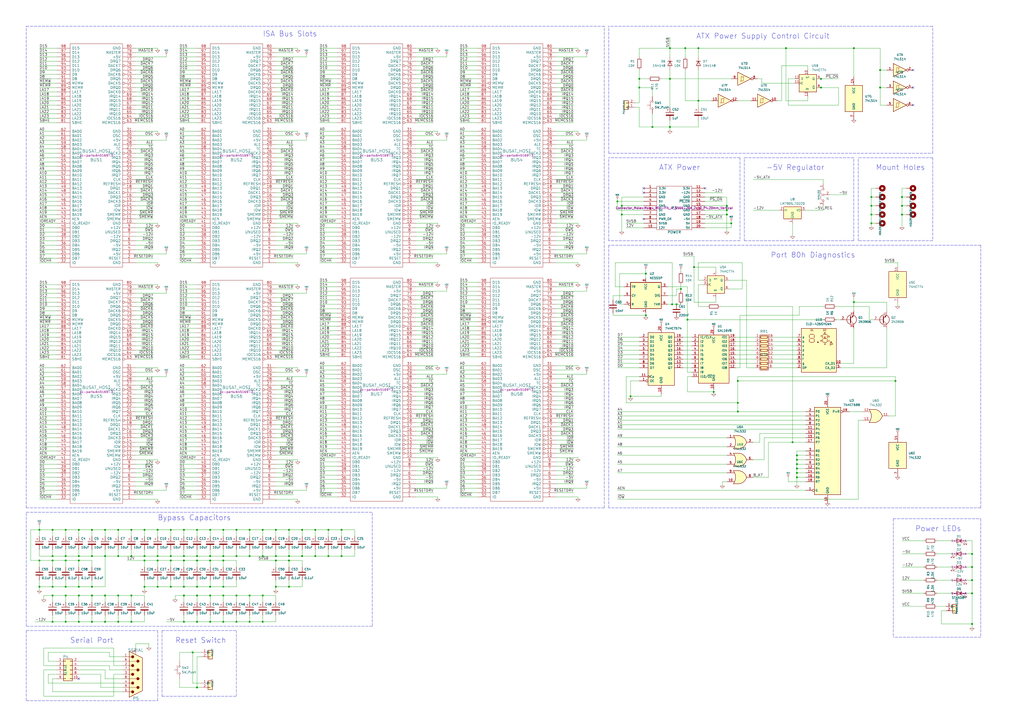
<source format=kicad_sch>
(kicad_sch (version 20250114) (generator "eeschema") (generator_version "9.0")
  (paper "A2")
  (title_block (title "Sergey's XT (C) 2012 Sergey Kiselev, GNU Free Documentation License (GFDL)") (date "8 oct 2012"))
  (lib_symbols
    (symbol "74HCT4511_1" (pin_names (offset 0.254))
      (property "Reference" "U" (at -6.35 11.43 0))
      (property "Value" "74HCT4511" (at -1.27 -11.43 0))
      (symbol "74HCT4511_1_0_0"
        (pin power_in line (at 0 -10.16 90) (length 0) (hide yes) (name "GND") (number "8"))
      )
      (symbol "74HCT4511_1_0_1"
        (pin input line (at -15.24 3.81 0) (length 7.62) (name "D3") (number "2"))
        (pin input line (at -15.24 1.27 0) (length 7.62) (name "D4") (number "6"))
        (pin power_in line (at 0 10.16 270) (length 0) (hide yes) (name "VCC") (number "16"))
      )
      (symbol "74HCT4511_1_1_1"
        (pin input line (at -15.24 8.89 0) (length 7.62) (name "D1") (number "7"))
        (pin input line (at -15.24 6.35 0) (length 7.62) (name "D2") (number "1"))
        (pin input inverted (at -15.24 -3.81 0) (length 7.62) (name "~{LE}") (number "5"))
        (pin input inverted (at -15.24 -6.35 0) (length 7.62) (name "~{BI}") (number "4"))
        (pin input inverted (at -15.24 -8.89 0) (length 7.62) (name "~{LT}") (number "3"))
        (pin output line (at 15.24 8.89 180) (length 7.62) (name "a") (number "13"))
        (pin output line (at 15.24 6.35 180) (length 7.62) (name "b") (number "12"))
        (pin output line (at 15.24 3.81 180) (length 7.62) (name "c") (number "11"))
        (pin output line (at 15.24 1.27 180) (length 7.62) (name "d") (number "10"))
        (pin output line (at 15.24 -1.27 180) (length 7.62) (name "e") (number "9"))
        (pin output line (at 15.24 -3.81 180) (length 7.62) (name "f") (number "15"))
        (pin output line (at 15.24 -6.35 180) (length 7.62) (name "g") (number "14"))
      )
    )
    (symbol "74HCT4511_2" (pin_names (offset 0.254))
      (property "Reference" "U" (at -6.35 11.43 0))
      (property "Value" "74HCT4511" (at -1.27 -11.43 0))
      (symbol "74HCT4511_2_0_0"
        (pin power_in line (at 0 -10.16 90) (length 0) (hide yes) (name "GND") (number "8"))
      )
      (symbol "74HCT4511_2_0_1"
        (pin input line (at -15.24 3.81 0) (length 7.62) (name "D3") (number "2"))
        (pin input line (at -15.24 1.27 0) (length 7.62) (name "D4") (number "6"))
        (pin power_in line (at 0 10.16 270) (length 0) (hide yes) (name "VCC") (number "16"))
      )
      (symbol "74HCT4511_2_1_1"
        (pin input line (at -15.24 8.89 0) (length 7.62) (name "D1") (number "7"))
        (pin input line (at -15.24 6.35 0) (length 7.62) (name "D2") (number "1"))
        (pin input inverted (at -15.24 -3.81 0) (length 7.62) (name "~{LE}") (number "5"))
        (pin input inverted (at -15.24 -6.35 0) (length 7.62) (name "~{BI}") (number "4"))
        (pin input inverted (at -15.24 -8.89 0) (length 7.62) (name "~{LT}") (number "3"))
        (pin output line (at 15.24 8.89 180) (length 7.62) (name "a") (number "13"))
        (pin output line (at 15.24 6.35 180) (length 7.62) (name "b") (number "12"))
        (pin output line (at 15.24 3.81 180) (length 7.62) (name "c") (number "11"))
        (pin output line (at 15.24 1.27 180) (length 7.62) (name "d") (number "10"))
        (pin output line (at 15.24 -1.27 180) (length 7.62) (name "e") (number "9"))
        (pin output line (at 15.24 -3.81 180) (length 7.62) (name "f") (number "15"))
        (pin output line (at 15.24 -6.35 180) (length 7.62) (name "g") (number "14"))
      )
    )
    (symbol "74LS14PWR_1" (pin_names (offset 0.762))
      (property "Reference" "U" (at -1.27 -3.81 0))
      (property "Value" "74LS14PWR" (at 0 3.81 0))
      (symbol "74LS14PWR_1_1_0"
        (pin power_in line (at -2.54 -2.54 90) (length 0) (hide yes) (name "GND") (number "7"))
        (pin power_in line (at -1.27 9.525 270) (length 7.62) (name "VCC") (number "14"))
      )
      (symbol "74LS14PWR_1_1_1"
        (pin input line (at -10.16 0 0) (length 7.62) (name "~") (number "1"))
        (pin output inverted (at 10.16 0 180) (length 7.62) (name "~") (number "2"))
      )
      (symbol "74LS14PWR_1_1_2"
        (pin input inverted (at -10.16 0 0) (length 7.62) (name "~") (number "1"))
        (pin output line (at 10.16 0 180) (length 7.62) (name "~") (number "2"))
      )
      (symbol "74LS14PWR_1_2_1"
        (pin input line (at -10.16 0 0) (length 7.62) (name "~") (number "3"))
        (pin output inverted (at 10.16 0 180) (length 7.62) (name "~") (number "4"))
      )
      (symbol "74LS14PWR_1_2_2"
        (pin input inverted (at -10.16 0 0) (length 7.62) (name "~") (number "3"))
        (pin output line (at 10.16 0 180) (length 7.62) (name "~") (number "4"))
      )
      (symbol "74LS14PWR_1_3_1"
        (pin input line (at -10.16 0 0) (length 7.62) (name "~") (number "5"))
        (pin output inverted (at 10.16 0 180) (length 7.62) (name "~") (number "6"))
      )
      (symbol "74LS14PWR_1_3_2"
        (pin input inverted (at -10.16 0 0) (length 7.62) (name "~") (number "5"))
        (pin output line (at 10.16 0 180) (length 7.62) (name "~") (number "6"))
      )
      (symbol "74LS14PWR_1_4_1"
        (pin input line (at -10.16 0 0) (length 7.62) (name "~") (number "9"))
        (pin output inverted (at 10.16 0 180) (length 7.62) (name "~") (number "8"))
      )
      (symbol "74LS14PWR_1_4_2"
        (pin input inverted (at -10.16 0 0) (length 7.62) (name "~") (number "9"))
        (pin output line (at 10.16 0 180) (length 7.62) (name "~") (number "8"))
      )
      (symbol "74LS14PWR_1_5_1"
        (pin input line (at -10.16 0 0) (length 7.62) (name "~") (number "11"))
        (pin output inverted (at 10.16 0 180) (length 7.62) (name "~") (number "10"))
      )
      (symbol "74LS14PWR_1_5_2"
        (pin input inverted (at -10.16 0 0) (length 7.62) (name "~") (number "11"))
        (pin output line (at 10.16 0 180) (length 7.62) (name "~") (number "10"))
      )
      (symbol "74LS14PWR_1_6_1"
        (pin input line (at -10.16 0 0) (length 7.62) (name "~") (number "13"))
        (pin output inverted (at 10.16 0 180) (length 7.62) (name "~") (number "12"))
      )
      (symbol "74LS14PWR_1_6_2"
        (pin input inverted (at -10.16 0 0) (length 7.62) (name "~") (number "13"))
        (pin output line (at 10.16 0 180) (length 7.62) (name "~") (number "12"))
      )
    )
    (symbol "74LS14PWR_2" (pin_names (offset 0.762))
      (property "Reference" "U" (at -1.27 -3.81 0))
      (property "Value" "74LS14PWR" (at 0 3.81 0))
      (symbol "74LS14PWR_2_1_0"
        (pin power_in line (at -2.54 -2.54 90) (length 0) (hide yes) (name "GND") (number "7"))
        (pin power_in line (at -1.27 9.525 270) (length 7.62) (name "VCC") (number "14"))
      )
      (symbol "74LS14PWR_2_1_1"
        (pin input line (at -10.16 0 0) (length 7.62) (name "~") (number "1"))
        (pin output inverted (at 10.16 0 180) (length 7.62) (name "~") (number "2"))
      )
      (symbol "74LS14PWR_2_1_2"
        (pin input inverted (at -10.16 0 0) (length 7.62) (name "~") (number "1"))
        (pin output line (at 10.16 0 180) (length 7.62) (name "~") (number "2"))
      )
      (symbol "74LS14PWR_2_2_1"
        (pin input line (at -10.16 0 0) (length 7.62) (name "~") (number "3"))
        (pin output inverted (at 10.16 0 180) (length 7.62) (name "~") (number "4"))
      )
      (symbol "74LS14PWR_2_2_2"
        (pin input inverted (at -10.16 0 0) (length 7.62) (name "~") (number "3"))
        (pin output line (at 10.16 0 180) (length 7.62) (name "~") (number "4"))
      )
      (symbol "74LS14PWR_2_3_1"
        (pin input line (at -10.16 0 0) (length 7.62) (name "~") (number "5"))
        (pin output inverted (at 10.16 0 180) (length 7.62) (name "~") (number "6"))
      )
      (symbol "74LS14PWR_2_3_2"
        (pin input inverted (at -10.16 0 0) (length 7.62) (name "~") (number "5"))
        (pin output line (at 10.16 0 180) (length 7.62) (name "~") (number "6"))
      )
      (symbol "74LS14PWR_2_4_1"
        (pin input line (at -10.16 0 0) (length 7.62) (name "~") (number "9"))
        (pin output inverted (at 10.16 0 180) (length 7.62) (name "~") (number "8"))
      )
      (symbol "74LS14PWR_2_4_2"
        (pin input inverted (at -10.16 0 0) (length 7.62) (name "~") (number "9"))
        (pin output line (at 10.16 0 180) (length 7.62) (name "~") (number "8"))
      )
      (symbol "74LS14PWR_2_5_1"
        (pin input line (at -10.16 0 0) (length 7.62) (name "~") (number "11"))
        (pin output inverted (at 10.16 0 180) (length 7.62) (name "~") (number "10"))
      )
      (symbol "74LS14PWR_2_5_2"
        (pin input inverted (at -10.16 0 0) (length 7.62) (name "~") (number "11"))
        (pin output line (at 10.16 0 180) (length 7.62) (name "~") (number "10"))
      )
      (symbol "74LS14PWR_2_6_1"
        (pin input line (at -10.16 0 0) (length 7.62) (name "~") (number "13"))
        (pin output inverted (at 10.16 0 180) (length 7.62) (name "~") (number "12"))
      )
      (symbol "74LS14PWR_2_6_2"
        (pin input inverted (at -10.16 0 0) (length 7.62) (name "~") (number "13"))
        (pin output line (at 10.16 0 180) (length 7.62) (name "~") (number "12"))
      )
    )
    (symbol "74LS14PWR_3" (pin_names (offset 0.762))
      (property "Reference" "U" (at -1.27 -3.81 0))
      (property "Value" "74LS14PWR" (at 0 3.81 0))
      (symbol "74LS14PWR_3_1_0"
        (pin power_in line (at -2.54 -2.54 90) (length 0) (hide yes) (name "GND") (number "7"))
        (pin power_in line (at -1.27 9.525 270) (length 7.62) (name "VCC") (number "14"))
      )
      (symbol "74LS14PWR_3_1_1"
        (pin input line (at -10.16 0 0) (length 7.62) (name "~") (number "1"))
        (pin output inverted (at 10.16 0 180) (length 7.62) (name "~") (number "2"))
      )
      (symbol "74LS14PWR_3_1_2"
        (pin input inverted (at -10.16 0 0) (length 7.62) (name "~") (number "1"))
        (pin output line (at 10.16 0 180) (length 7.62) (name "~") (number "2"))
      )
      (symbol "74LS14PWR_3_2_1"
        (pin input line (at -10.16 0 0) (length 7.62) (name "~") (number "3"))
        (pin output inverted (at 10.16 0 180) (length 7.62) (name "~") (number "4"))
      )
      (symbol "74LS14PWR_3_2_2"
        (pin input inverted (at -10.16 0 0) (length 7.62) (name "~") (number "3"))
        (pin output line (at 10.16 0 180) (length 7.62) (name "~") (number "4"))
      )
      (symbol "74LS14PWR_3_3_1"
        (pin input line (at -10.16 0 0) (length 7.62) (name "~") (number "5"))
        (pin output inverted (at 10.16 0 180) (length 7.62) (name "~") (number "6"))
      )
      (symbol "74LS14PWR_3_3_2"
        (pin input inverted (at -10.16 0 0) (length 7.62) (name "~") (number "5"))
        (pin output line (at 10.16 0 180) (length 7.62) (name "~") (number "6"))
      )
      (symbol "74LS14PWR_3_4_1"
        (pin input line (at -10.16 0 0) (length 7.62) (name "~") (number "9"))
        (pin output inverted (at 10.16 0 180) (length 7.62) (name "~") (number "8"))
      )
      (symbol "74LS14PWR_3_4_2"
        (pin input inverted (at -10.16 0 0) (length 7.62) (name "~") (number "9"))
        (pin output line (at 10.16 0 180) (length 7.62) (name "~") (number "8"))
      )
      (symbol "74LS14PWR_3_5_1"
        (pin input line (at -10.16 0 0) (length 7.62) (name "~") (number "11"))
        (pin output inverted (at 10.16 0 180) (length 7.62) (name "~") (number "10"))
      )
      (symbol "74LS14PWR_3_5_2"
        (pin input inverted (at -10.16 0 0) (length 7.62) (name "~") (number "11"))
        (pin output line (at 10.16 0 180) (length 7.62) (name "~") (number "10"))
      )
      (symbol "74LS14PWR_3_6_1"
        (pin input line (at -10.16 0 0) (length 7.62) (name "~") (number "13"))
        (pin output inverted (at 10.16 0 180) (length 7.62) (name "~") (number "12"))
      )
      (symbol "74LS14PWR_3_6_2"
        (pin input inverted (at -10.16 0 0) (length 7.62) (name "~") (number "13"))
        (pin output line (at 10.16 0 180) (length 7.62) (name "~") (number "12"))
      )
    )
    (symbol "74LS14PWR_4" (pin_names (offset 0.762))
      (property "Reference" "U" (at -1.27 -3.81 0))
      (property "Value" "74LS14PWR" (at 0 3.81 0))
      (symbol "74LS14PWR_4_1_0"
        (pin power_in line (at -2.54 -2.54 90) (length 0) (hide yes) (name "GND") (number "7"))
        (pin power_in line (at -1.27 9.525 270) (length 7.62) (name "VCC") (number "14"))
      )
      (symbol "74LS14PWR_4_1_1"
        (pin input line (at -10.16 0 0) (length 7.62) (name "~") (number "1"))
        (pin output inverted (at 10.16 0 180) (length 7.62) (name "~") (number "2"))
      )
      (symbol "74LS14PWR_4_1_2"
        (pin input inverted (at -10.16 0 0) (length 7.62) (name "~") (number "1"))
        (pin output line (at 10.16 0 180) (length 7.62) (name "~") (number "2"))
      )
      (symbol "74LS14PWR_4_2_1"
        (pin input line (at -10.16 0 0) (length 7.62) (name "~") (number "3"))
        (pin output inverted (at 10.16 0 180) (length 7.62) (name "~") (number "4"))
      )
      (symbol "74LS14PWR_4_2_2"
        (pin input inverted (at -10.16 0 0) (length 7.62) (name "~") (number "3"))
        (pin output line (at 10.16 0 180) (length 7.62) (name "~") (number "4"))
      )
      (symbol "74LS14PWR_4_3_1"
        (pin input line (at -10.16 0 0) (length 7.62) (name "~") (number "5"))
        (pin output inverted (at 10.16 0 180) (length 7.62) (name "~") (number "6"))
      )
      (symbol "74LS14PWR_4_3_2"
        (pin input inverted (at -10.16 0 0) (length 7.62) (name "~") (number "5"))
        (pin output line (at 10.16 0 180) (length 7.62) (name "~") (number "6"))
      )
      (symbol "74LS14PWR_4_4_1"
        (pin input line (at -10.16 0 0) (length 7.62) (name "~") (number "9"))
        (pin output inverted (at 10.16 0 180) (length 7.62) (name "~") (number "8"))
      )
      (symbol "74LS14PWR_4_4_2"
        (pin input inverted (at -10.16 0 0) (length 7.62) (name "~") (number "9"))
        (pin output line (at 10.16 0 180) (length 7.62) (name "~") (number "8"))
      )
      (symbol "74LS14PWR_4_5_1"
        (pin input line (at -10.16 0 0) (length 7.62) (name "~") (number "11"))
        (pin output inverted (at 10.16 0 180) (length 7.62) (name "~") (number "10"))
      )
      (symbol "74LS14PWR_4_5_2"
        (pin input inverted (at -10.16 0 0) (length 7.62) (name "~") (number "11"))
        (pin output line (at 10.16 0 180) (length 7.62) (name "~") (number "10"))
      )
      (symbol "74LS14PWR_4_6_1"
        (pin input line (at -10.16 0 0) (length 7.62) (name "~") (number "13"))
        (pin output inverted (at 10.16 0 180) (length 7.62) (name "~") (number "12"))
      )
      (symbol "74LS14PWR_4_6_2"
        (pin input inverted (at -10.16 0 0) (length 7.62) (name "~") (number "13"))
        (pin output line (at 10.16 0 180) (length 7.62) (name "~") (number "12"))
      )
    )
    (symbol "74LS14PWR_5" (pin_names (offset 0.762))
      (property "Reference" "U" (at -1.27 -3.81 0))
      (property "Value" "74LS14PWR" (at 0 3.81 0))
      (symbol "74LS14PWR_5_1_0"
        (pin power_in line (at -2.54 -2.54 90) (length 0) (hide yes) (name "GND") (number "7"))
        (pin power_in line (at -1.27 9.525 270) (length 7.62) (name "VCC") (number "14"))
      )
      (symbol "74LS14PWR_5_1_1"
        (pin input line (at -10.16 0 0) (length 7.62) (name "~") (number "1"))
        (pin output inverted (at 10.16 0 180) (length 7.62) (name "~") (number "2"))
      )
      (symbol "74LS14PWR_5_1_2"
        (pin input inverted (at -10.16 0 0) (length 7.62) (name "~") (number "1"))
        (pin output line (at 10.16 0 180) (length 7.62) (name "~") (number "2"))
      )
      (symbol "74LS14PWR_5_2_1"
        (pin input line (at -10.16 0 0) (length 7.62) (name "~") (number "3"))
        (pin output inverted (at 10.16 0 180) (length 7.62) (name "~") (number "4"))
      )
      (symbol "74LS14PWR_5_2_2"
        (pin input inverted (at -10.16 0 0) (length 7.62) (name "~") (number "3"))
        (pin output line (at 10.16 0 180) (length 7.62) (name "~") (number "4"))
      )
      (symbol "74LS14PWR_5_3_1"
        (pin input line (at -10.16 0 0) (length 7.62) (name "~") (number "5"))
        (pin output inverted (at 10.16 0 180) (length 7.62) (name "~") (number "6"))
      )
      (symbol "74LS14PWR_5_3_2"
        (pin input inverted (at -10.16 0 0) (length 7.62) (name "~") (number "5"))
        (pin output line (at 10.16 0 180) (length 7.62) (name "~") (number "6"))
      )
      (symbol "74LS14PWR_5_4_1"
        (pin input line (at -10.16 0 0) (length 7.62) (name "~") (number "9"))
        (pin output inverted (at 10.16 0 180) (length 7.62) (name "~") (number "8"))
      )
      (symbol "74LS14PWR_5_4_2"
        (pin input inverted (at -10.16 0 0) (length 7.62) (name "~") (number "9"))
        (pin output line (at 10.16 0 180) (length 7.62) (name "~") (number "8"))
      )
      (symbol "74LS14PWR_5_5_1"
        (pin input line (at -10.16 0 0) (length 7.62) (name "~") (number "11"))
        (pin output inverted (at 10.16 0 180) (length 7.62) (name "~") (number "10"))
      )
      (symbol "74LS14PWR_5_5_2"
        (pin input inverted (at -10.16 0 0) (length 7.62) (name "~") (number "11"))
        (pin output line (at 10.16 0 180) (length 7.62) (name "~") (number "10"))
      )
      (symbol "74LS14PWR_5_6_1"
        (pin input line (at -10.16 0 0) (length 7.62) (name "~") (number "13"))
        (pin output inverted (at 10.16 0 180) (length 7.62) (name "~") (number "12"))
      )
      (symbol "74LS14PWR_5_6_2"
        (pin input inverted (at -10.16 0 0) (length 7.62) (name "~") (number "13"))
        (pin output line (at 10.16 0 180) (length 7.62) (name "~") (number "12"))
      )
    )
    (symbol "74LS14PWR_6" (pin_names (offset 0.762))
      (property "Reference" "U" (at -1.27 -3.81 0))
      (property "Value" "74LS14PWR" (at 0 3.81 0))
      (symbol "74LS14PWR_6_1_0"
        (pin power_in line (at -2.54 -2.54 90) (length 0) (hide yes) (name "GND") (number "7"))
        (pin power_in line (at -1.27 9.525 270) (length 7.62) (name "VCC") (number "14"))
      )
      (symbol "74LS14PWR_6_1_1"
        (pin input line (at -10.16 0 0) (length 7.62) (name "~") (number "1"))
        (pin output inverted (at 10.16 0 180) (length 7.62) (name "~") (number "2"))
      )
      (symbol "74LS14PWR_6_1_2"
        (pin input inverted (at -10.16 0 0) (length 7.62) (name "~") (number "1"))
        (pin output line (at 10.16 0 180) (length 7.62) (name "~") (number "2"))
      )
      (symbol "74LS14PWR_6_2_1"
        (pin input line (at -10.16 0 0) (length 7.62) (name "~") (number "3"))
        (pin output inverted (at 10.16 0 180) (length 7.62) (name "~") (number "4"))
      )
      (symbol "74LS14PWR_6_2_2"
        (pin input inverted (at -10.16 0 0) (length 7.62) (name "~") (number "3"))
        (pin output line (at 10.16 0 180) (length 7.62) (name "~") (number "4"))
      )
      (symbol "74LS14PWR_6_3_1"
        (pin input line (at -10.16 0 0) (length 7.62) (name "~") (number "5"))
        (pin output inverted (at 10.16 0 180) (length 7.62) (name "~") (number "6"))
      )
      (symbol "74LS14PWR_6_3_2"
        (pin input inverted (at -10.16 0 0) (length 7.62) (name "~") (number "5"))
        (pin output line (at 10.16 0 180) (length 7.62) (name "~") (number "6"))
      )
      (symbol "74LS14PWR_6_4_1"
        (pin input line (at -10.16 0 0) (length 7.62) (name "~") (number "9"))
        (pin output inverted (at 10.16 0 180) (length 7.62) (name "~") (number "8"))
      )
      (symbol "74LS14PWR_6_4_2"
        (pin input inverted (at -10.16 0 0) (length 7.62) (name "~") (number "9"))
        (pin output line (at 10.16 0 180) (length 7.62) (name "~") (number "8"))
      )
      (symbol "74LS14PWR_6_5_1"
        (pin input line (at -10.16 0 0) (length 7.62) (name "~") (number "11"))
        (pin output inverted (at 10.16 0 180) (length 7.62) (name "~") (number "10"))
      )
      (symbol "74LS14PWR_6_5_2"
        (pin input inverted (at -10.16 0 0) (length 7.62) (name "~") (number "11"))
        (pin output line (at 10.16 0 180) (length 7.62) (name "~") (number "10"))
      )
      (symbol "74LS14PWR_6_6_1"
        (pin input line (at -10.16 0 0) (length 7.62) (name "~") (number "13"))
        (pin output inverted (at 10.16 0 180) (length 7.62) (name "~") (number "12"))
      )
      (symbol "74LS14PWR_6_6_2"
        (pin input inverted (at -10.16 0 0) (length 7.62) (name "~") (number "13"))
        (pin output line (at 10.16 0 180) (length 7.62) (name "~") (number "12"))
      )
    )
    (symbol "74LS32_1" (pin_names (offset 0.762))
      (property "Reference" "U" (at 0 0 0))
      (property "Value" "74LS32" (at 0 3.81 0))
      (symbol "74LS32_1_0_0"
        (pin power_in line (at -1.27 2.54 90) (length 0) (hide yes) (name "VCC") (number "14"))
        (pin power_in line (at -1.27 -2.54 90) (length 0) (hide yes) (name "GND") (number "7"))
      )
      (symbol "74LS32_1_1_1"
        (pin input line (at -10.16 1.27 0) (length 8.001) (name "~") (number "1"))
        (pin input line (at -10.16 -1.27 0) (length 8.001) (name "~") (number "2"))
        (pin output line (at 11.43 0 180) (length 7.62) (name "~") (number "3"))
      )
      (symbol "74LS32_1_1_2"
        (pin input line (at -10.16 1.27 0) (length 7.62) (name "~") (number "1"))
        (pin input line (at -10.16 -1.27 0) (length 7.62) (name "~") (number "2"))
        (pin output inverted (at 11.43 0 180) (length 7.62) (name "~") (number "3"))
      )
      (symbol "74LS32_1_2_1"
        (pin input line (at -10.16 1.27 0) (length 8.001) (name "~") (number "4"))
        (pin input line (at -10.16 -1.27 0) (length 8.001) (name "~") (number "5"))
        (pin output line (at 11.43 0 180) (length 7.62) (name "~") (number "6"))
      )
      (symbol "74LS32_1_2_2"
        (pin input line (at -10.16 1.27 0) (length 7.62) (name "~") (number "4"))
        (pin input line (at -10.16 -1.27 0) (length 7.62) (name "~") (number "5"))
        (pin output inverted (at 11.43 0 180) (length 7.62) (name "~") (number "6"))
      )
      (symbol "74LS32_1_3_1"
        (pin input line (at -10.16 1.27 0) (length 8.001) (name "~") (number "9"))
        (pin input line (at -10.16 -1.27 0) (length 8.001) (name "~") (number "10"))
        (pin output line (at 11.43 0 180) (length 7.62) (name "~") (number "8"))
      )
      (symbol "74LS32_1_3_2"
        (pin input line (at -10.16 1.27 0) (length 7.62) (name "~") (number "9"))
        (pin input line (at -10.16 -1.27 0) (length 7.62) (name "~") (number "10"))
        (pin output inverted (at 11.43 0 180) (length 7.62) (name "~") (number "8"))
      )
      (symbol "74LS32_1_4_1"
        (pin input line (at -10.16 1.27 0) (length 8.001) (name "~") (number "12"))
        (pin input line (at -10.16 -1.27 0) (length 8.001) (name "~") (number "13"))
        (pin output line (at 11.43 0 180) (length 7.62) (name "~") (number "11"))
      )
      (symbol "74LS32_1_4_2"
        (pin input line (at -10.16 1.27 0) (length 7.62) (name "~") (number "12"))
        (pin input line (at -10.16 -1.27 0) (length 7.62) (name "~") (number "13"))
        (pin output inverted (at 11.43 0 180) (length 7.62) (name "~") (number "11"))
      )
    )
    (symbol "74LS32_2" (pin_names (offset 0.762))
      (property "Reference" "U" (at 0 0 0))
      (property "Value" "74LS32" (at 0 3.81 0))
      (symbol "74LS32_2_0_0"
        (pin power_in line (at -1.27 2.54 90) (length 0) (hide yes) (name "VCC") (number "14"))
        (pin power_in line (at -1.27 -2.54 90) (length 0) (hide yes) (name "GND") (number "7"))
      )
      (symbol "74LS32_2_1_1"
        (pin input line (at -10.16 1.27 0) (length 8.001) (name "~") (number "1"))
        (pin input line (at -10.16 -1.27 0) (length 8.001) (name "~") (number "2"))
        (pin output line (at 11.43 0 180) (length 7.62) (name "~") (number "3"))
      )
      (symbol "74LS32_2_1_2"
        (pin input line (at -10.16 1.27 0) (length 7.62) (name "~") (number "1"))
        (pin input line (at -10.16 -1.27 0) (length 7.62) (name "~") (number "2"))
        (pin output inverted (at 11.43 0 180) (length 7.62) (name "~") (number "3"))
      )
      (symbol "74LS32_2_2_1"
        (pin input line (at -10.16 1.27 0) (length 8.001) (name "~") (number "4"))
        (pin input line (at -10.16 -1.27 0) (length 8.001) (name "~") (number "5"))
        (pin output line (at 11.43 0 180) (length 7.62) (name "~") (number "6"))
      )
      (symbol "74LS32_2_2_2"
        (pin input line (at -10.16 1.27 0) (length 7.62) (name "~") (number "4"))
        (pin input line (at -10.16 -1.27 0) (length 7.62) (name "~") (number "5"))
        (pin output inverted (at 11.43 0 180) (length 7.62) (name "~") (number "6"))
      )
      (symbol "74LS32_2_3_1"
        (pin input line (at -10.16 1.27 0) (length 8.001) (name "~") (number "9"))
        (pin input line (at -10.16 -1.27 0) (length 8.001) (name "~") (number "10"))
        (pin output line (at 11.43 0 180) (length 7.62) (name "~") (number "8"))
      )
      (symbol "74LS32_2_3_2"
        (pin input line (at -10.16 1.27 0) (length 7.62) (name "~") (number "9"))
        (pin input line (at -10.16 -1.27 0) (length 7.62) (name "~") (number "10"))
        (pin output inverted (at 11.43 0 180) (length 7.62) (name "~") (number "8"))
      )
      (symbol "74LS32_2_4_1"
        (pin input line (at -10.16 1.27 0) (length 8.001) (name "~") (number "12"))
        (pin input line (at -10.16 -1.27 0) (length 8.001) (name "~") (number "13"))
        (pin output line (at 11.43 0 180) (length 7.62) (name "~") (number "11"))
      )
      (symbol "74LS32_2_4_2"
        (pin input line (at -10.16 1.27 0) (length 7.62) (name "~") (number "12"))
        (pin input line (at -10.16 -1.27 0) (length 7.62) (name "~") (number "13"))
        (pin output inverted (at 11.43 0 180) (length 7.62) (name "~") (number "11"))
      )
    )
    (symbol "74LS32_3" (pin_names (offset 0.762))
      (property "Reference" "U" (at 0 0 0))
      (property "Value" "74LS32" (at 0 3.81 0))
      (symbol "74LS32_3_0_0"
        (pin power_in line (at -1.27 2.54 90) (length 0) (hide yes) (name "VCC") (number "14"))
        (pin power_in line (at -1.27 -2.54 90) (length 0) (hide yes) (name "GND") (number "7"))
      )
      (symbol "74LS32_3_1_1"
        (pin input line (at -10.16 1.27 0) (length 8.001) (name "~") (number "1"))
        (pin input line (at -10.16 -1.27 0) (length 8.001) (name "~") (number "2"))
        (pin output line (at 11.43 0 180) (length 7.62) (name "~") (number "3"))
      )
      (symbol "74LS32_3_1_2"
        (pin input line (at -10.16 1.27 0) (length 7.62) (name "~") (number "1"))
        (pin input line (at -10.16 -1.27 0) (length 7.62) (name "~") (number "2"))
        (pin output inverted (at 11.43 0 180) (length 7.62) (name "~") (number "3"))
      )
      (symbol "74LS32_3_2_1"
        (pin input line (at -10.16 1.27 0) (length 8.001) (name "~") (number "4"))
        (pin input line (at -10.16 -1.27 0) (length 8.001) (name "~") (number "5"))
        (pin output line (at 11.43 0 180) (length 7.62) (name "~") (number "6"))
      )
      (symbol "74LS32_3_2_2"
        (pin input line (at -10.16 1.27 0) (length 7.62) (name "~") (number "4"))
        (pin input line (at -10.16 -1.27 0) (length 7.62) (name "~") (number "5"))
        (pin output inverted (at 11.43 0 180) (length 7.62) (name "~") (number "6"))
      )
      (symbol "74LS32_3_3_1"
        (pin input line (at -10.16 1.27 0) (length 8.001) (name "~") (number "9"))
        (pin input line (at -10.16 -1.27 0) (length 8.001) (name "~") (number "10"))
        (pin output line (at 11.43 0 180) (length 7.62) (name "~") (number "8"))
      )
      (symbol "74LS32_3_3_2"
        (pin input line (at -10.16 1.27 0) (length 7.62) (name "~") (number "9"))
        (pin input line (at -10.16 -1.27 0) (length 7.62) (name "~") (number "10"))
        (pin output inverted (at 11.43 0 180) (length 7.62) (name "~") (number "8"))
      )
      (symbol "74LS32_3_4_1"
        (pin input line (at -10.16 1.27 0) (length 8.001) (name "~") (number "12"))
        (pin input line (at -10.16 -1.27 0) (length 8.001) (name "~") (number "13"))
        (pin output line (at 11.43 0 180) (length 7.62) (name "~") (number "11"))
      )
      (symbol "74LS32_3_4_2"
        (pin input line (at -10.16 1.27 0) (length 7.62) (name "~") (number "12"))
        (pin input line (at -10.16 -1.27 0) (length 7.62) (name "~") (number "13"))
        (pin output inverted (at 11.43 0 180) (length 7.62) (name "~") (number "11"))
      )
    )
    (symbol "74LS32_4" (pin_names (offset 0.762))
      (property "Reference" "U" (at 0 0 0))
      (property "Value" "74LS32" (at 0 3.81 0))
      (symbol "74LS32_4_0_0"
        (pin power_in line (at -1.27 2.54 90) (length 0) (hide yes) (name "VCC") (number "14"))
        (pin power_in line (at -1.27 -2.54 90) (length 0) (hide yes) (name "GND") (number "7"))
      )
      (symbol "74LS32_4_1_1"
        (pin input line (at -10.16 1.27 0) (length 8.001) (name "~") (number "1"))
        (pin input line (at -10.16 -1.27 0) (length 8.001) (name "~") (number "2"))
        (pin output line (at 11.43 0 180) (length 7.62) (name "~") (number "3"))
      )
      (symbol "74LS32_4_1_2"
        (pin input line (at -10.16 1.27 0) (length 7.62) (name "~") (number "1"))
        (pin input line (at -10.16 -1.27 0) (length 7.62) (name "~") (number "2"))
        (pin output inverted (at 11.43 0 180) (length 7.62) (name "~") (number "3"))
      )
      (symbol "74LS32_4_2_1"
        (pin input line (at -10.16 1.27 0) (length 8.001) (name "~") (number "4"))
        (pin input line (at -10.16 -1.27 0) (length 8.001) (name "~") (number "5"))
        (pin output line (at 11.43 0 180) (length 7.62) (name "~") (number "6"))
      )
      (symbol "74LS32_4_2_2"
        (pin input line (at -10.16 1.27 0) (length 7.62) (name "~") (number "4"))
        (pin input line (at -10.16 -1.27 0) (length 7.62) (name "~") (number "5"))
        (pin output inverted (at 11.43 0 180) (length 7.62) (name "~") (number "6"))
      )
      (symbol "74LS32_4_3_1"
        (pin input line (at -10.16 1.27 0) (length 8.001) (name "~") (number "9"))
        (pin input line (at -10.16 -1.27 0) (length 8.001) (name "~") (number "10"))
        (pin output line (at 11.43 0 180) (length 7.62) (name "~") (number "8"))
      )
      (symbol "74LS32_4_3_2"
        (pin input line (at -10.16 1.27 0) (length 7.62) (name "~") (number "9"))
        (pin input line (at -10.16 -1.27 0) (length 7.62) (name "~") (number "10"))
        (pin output inverted (at 11.43 0 180) (length 7.62) (name "~") (number "8"))
      )
      (symbol "74LS32_4_4_1"
        (pin input line (at -10.16 1.27 0) (length 8.001) (name "~") (number "12"))
        (pin input line (at -10.16 -1.27 0) (length 8.001) (name "~") (number "13"))
        (pin output line (at 11.43 0 180) (length 7.62) (name "~") (number "11"))
      )
      (symbol "74LS32_4_4_2"
        (pin input line (at -10.16 1.27 0) (length 7.62) (name "~") (number "12"))
        (pin input line (at -10.16 -1.27 0) (length 7.62) (name "~") (number "13"))
        (pin output inverted (at 11.43 0 180) (length 7.62) (name "~") (number "11"))
      )
    )
    (symbol "74LS574_1" (pin_names (offset 0.254))
      (property "Reference" "U" (at 0 1.27 0))
      (property "Value" "74LS574" (at 0 -1.27 0))
      (symbol "74LS574_1_0_0"
        (pin power_in line (at 0 -13.97 90) (length 0) (hide yes) (name "GND") (number "10"))
      )
      (symbol "74LS574_1_0_1"
        (pin power_in line (at 0 13.97 270) (length 0) (hide yes) (name "VCC") (number "20"))
      )
      (symbol "74LS574_1_1_1"
        (pin input line (at -15.24 12.7 0) (length 7.62) (name "D0") (number "2"))
        (pin input line (at -15.24 10.16 0) (length 7.62) (name "D1") (number "3"))
        (pin input line (at -15.24 7.62 0) (length 7.62) (name "D2") (number "4"))
        (pin input line (at -15.24 5.08 0) (length 7.62) (name "D3") (number "5"))
        (pin input line (at -15.24 2.54 0) (length 7.62) (name "D4") (number "6"))
        (pin input line (at -15.24 0 0) (length 7.62) (name "D5") (number "7"))
        (pin input line (at -15.24 -2.54 0) (length 7.62) (name "D6") (number "8"))
        (pin input line (at -15.24 -5.08 0) (length 7.62) (name "D7") (number "9"))
        (pin input clock (at -15.24 -10.16 0) (length 7.62) (name "CP") (number "11"))
        (pin input inverted (at -15.24 -12.7 0) (length 7.62) (name "~{OE}") (number "1"))
        (pin tri_state line (at 15.24 12.7 180) (length 7.62) (name "O0") (number "19"))
        (pin tri_state line (at 15.24 10.16 180) (length 7.62) (name "O1") (number "18"))
        (pin tri_state line (at 15.24 7.62 180) (length 7.62) (name "O2") (number "17"))
        (pin tri_state line (at 15.24 5.08 180) (length 7.62) (name "O3") (number "16"))
        (pin tri_state line (at 15.24 2.54 180) (length 7.62) (name "O4") (number "15"))
        (pin tri_state line (at 15.24 0 180) (length 7.62) (name "O5") (number "14"))
        (pin tri_state line (at 15.24 -2.54 180) (length 7.62) (name "O6") (number "13"))
        (pin tri_state line (at 15.24 -5.08 180) (length 7.62) (name "O7") (number "12"))
      )
    )
    (symbol "74LS688_1" (pin_names (offset 0.254))
      (property "Reference" "U" (at 0 1.27 0))
      (property "Value" "74LS688" (at 0 -1.27 0))
      (symbol "74LS688_1_0_0"
        (pin power_in line (at 0 -24.13 90) (length 0) (hide yes) (name "GND") (number "10"))
      )
      (symbol "74LS688_1_0_1"
        (pin power_in line (at 0 24.13 270) (length 0) (hide yes) (name "VCC") (number "20"))
      )
      (symbol "74LS688_1_1_1"
        (pin input line (at -15.24 22.86 0) (length 7.62) (name "P0") (number "2"))
        (pin input line (at -15.24 20.32 0) (length 7.62) (name "P1") (number "4"))
        (pin input line (at -15.24 17.78 0) (length 7.62) (name "P2") (number "6"))
        (pin input line (at -15.24 15.24 0) (length 7.62) (name "P3") (number "8"))
        (pin input line (at -15.24 12.7 0) (length 7.62) (name "P4") (number "11"))
        (pin input line (at -15.24 10.16 0) (length 7.62) (name "P5") (number "13"))
        (pin input line (at -15.24 7.62 0) (length 7.62) (name "P6") (number "15"))
        (pin input line (at -15.24 5.08 0) (length 7.62) (name "P7") (number "17"))
        (pin input line (at -15.24 0 0) (length 7.62) (name "Q0") (number "3"))
        (pin input line (at -15.24 -2.54 0) (length 7.62) (name "Q1") (number "5"))
        (pin input line (at -15.24 -5.08 0) (length 7.62) (name "Q2") (number "7"))
        (pin input line (at -15.24 -7.62 0) (length 7.62) (name "Q3") (number "9"))
        (pin input line (at -15.24 -10.16 0) (length 7.62) (name "Q4") (number "12"))
        (pin input line (at -15.24 -12.7 0) (length 7.62) (name "Q5") (number "14"))
        (pin input line (at -15.24 -15.24 0) (length 7.62) (name "Q6") (number "16"))
        (pin input line (at -15.24 -17.78 0) (length 7.62) (name "Q7") (number "18"))
        (pin input inverted (at -15.24 -22.86 0) (length 7.62) (name "~{G}") (number "1"))
        (pin output inverted (at 15.24 22.86 180) (length 7.62) (name "~{P=Q}") (number "19"))
      )
    )
    (symbol "74LS74PWR_1" (pin_names (offset 0.254))
      (property "Reference" "U" (at 0 1.27 0))
      (property "Value" "74LS74PWR" (at 0 -1.27 0))
      (symbol "74LS74PWR_1_1_0"
        (pin power_in line (at 0 -6.35 90) (length 0) (hide yes) (name "GND") (number "7"))
      )
      (symbol "74LS74PWR_1_1_1"
        (pin input inverted (at -15.24 5.08 0) (length 7.62) (name "~{PR}") (number "4"))
        (pin input line (at -15.24 2.54 0) (length 7.62) (name "D") (number "2"))
        (pin input clock (at -15.24 -2.54 0) (length 7.62) (name "CLK") (number "3"))
        (pin input inverted (at -15.24 -5.08 0) (length 7.62) (name "~{CLR}") (number "1"))
        (pin power_in line (at 0 13.97 270) (length 7.62) (name "VCC") (number "14"))
        (pin output line (at 15.24 5.08 180) (length 7.62) (name "Q") (number "5"))
        (pin output inverted (at 15.24 -5.08 180) (length 7.62) (name "~{Q}") (number "6"))
      )
      (symbol "74LS74PWR_1_2_1"
        (pin input inverted (at -15.24 5.08 0) (length 7.62) (name "~{PR}") (number "10"))
        (pin input line (at -15.24 2.54 0) (length 7.62) (name "D") (number "12"))
        (pin input clock (at -15.24 -2.54 0) (length 7.62) (name "CLK") (number "11"))
        (pin input inverted (at -15.24 -5.08 0) (length 7.62) (name "~{CLR}") (number "13"))
        (pin output line (at 15.24 5.08 180) (length 7.62) (name "Q") (number "9"))
        (pin output inverted (at 15.24 -5.08 180) (length 7.62) (name "~{Q}") (number "8"))
      )
    )
    (symbol "74LS74PWR_2" (pin_names (offset 0.254))
      (property "Reference" "U" (at 0 1.27 0))
      (property "Value" "74LS74PWR" (at 0 -1.27 0))
      (symbol "74LS74PWR_2_1_0"
        (pin power_in line (at 0 -6.35 90) (length 0) (hide yes) (name "GND") (number "7"))
      )
      (symbol "74LS74PWR_2_1_1"
        (pin input inverted (at -15.24 5.08 0) (length 7.62) (name "~{PR}") (number "4"))
        (pin input line (at -15.24 2.54 0) (length 7.62) (name "D") (number "2"))
        (pin input clock (at -15.24 -2.54 0) (length 7.62) (name "CLK") (number "3"))
        (pin input inverted (at -15.24 -5.08 0) (length 7.62) (name "~{CLR}") (number "1"))
        (pin power_in line (at 0 13.97 270) (length 7.62) (name "VCC") (number "14"))
        (pin output line (at 15.24 5.08 180) (length 7.62) (name "Q") (number "5"))
        (pin output inverted (at 15.24 -5.08 180) (length 7.62) (name "~{Q}") (number "6"))
      )
      (symbol "74LS74PWR_2_2_1"
        (pin input inverted (at -15.24 5.08 0) (length 7.62) (name "~{PR}") (number "10"))
        (pin input line (at -15.24 2.54 0) (length 7.62) (name "D") (number "12"))
        (pin input clock (at -15.24 -2.54 0) (length 7.62) (name "CLK") (number "11"))
        (pin input inverted (at -15.24 -5.08 0) (length 7.62) (name "~{CLR}") (number "13"))
        (pin output line (at 15.24 5.08 180) (length 7.62) (name "Q") (number "9"))
        (pin output inverted (at 15.24 -5.08 180) (length 7.62) (name "~{Q}") (number "8"))
      )
    )
    (symbol "74xx:74HCT574" (pin_names (offset 1.016))
      (property "Reference" "U" (at -7.62 16.51 0))
      (property "Value" "74HCT574" (at -7.62 -16.51 0))
      (symbol "74HCT574_1_0"
        (pin input line (at -12.7 12.7 0) (length 5.08) (name "D0") (number "2"))
        (pin input line (at -12.7 10.16 0) (length 5.08) (name "D1") (number "3"))
        (pin input line (at -12.7 7.62 0) (length 5.08) (name "D2") (number "4"))
        (pin input line (at -12.7 5.08 0) (length 5.08) (name "D3") (number "5"))
        (pin input line (at -12.7 2.54 0) (length 5.08) (name "D4") (number "6"))
        (pin input line (at -12.7 0 0) (length 5.08) (name "D5") (number "7"))
        (pin input line (at -12.7 -2.54 0) (length 5.08) (name "D6") (number "8"))
        (pin input line (at -12.7 -5.08 0) (length 5.08) (name "D7") (number "9"))
        (pin input clock (at -12.7 -10.16 0) (length 5.08) (name "Cp") (number "11"))
        (pin input inverted (at -12.7 -12.7 0) (length 5.08) (name "OE") (number "1"))
        (pin power_in line (at 0 20.32 270) (length 5.08) (name "VCC") (number "20"))
        (pin power_in line (at 0 -20.32 90) (length 5.08) (name "GND") (number "10"))
        (pin tri_state line (at 12.7 12.7 180) (length 5.08) (name "Q0") (number "19"))
        (pin tri_state line (at 12.7 10.16 180) (length 5.08) (name "Q1") (number "18"))
        (pin tri_state line (at 12.7 7.62 180) (length 5.08) (name "Q2") (number "17"))
        (pin tri_state line (at 12.7 5.08 180) (length 5.08) (name "Q3") (number "16"))
        (pin tri_state line (at 12.7 2.54 180) (length 5.08) (name "Q4") (number "15"))
        (pin tri_state line (at 12.7 0 180) (length 5.08) (name "Q5") (number "14"))
        (pin tri_state line (at 12.7 -2.54 180) (length 5.08) (name "Q6") (number "13"))
        (pin tri_state line (at 12.7 -5.08 180) (length 5.08) (name "Q7") (number "12"))
      )
    )
    (symbol "74xx:74HCT688"
      (property "Reference" "U" (at -7.62 26.67 0))
      (property "Value" "74HCT688" (at -7.62 -26.67 0))
      (symbol "74HCT688_1_0"
        (pin input line (at -12.7 22.86 0) (length 5.08) (name "P0") (number "2"))
        (pin input line (at -12.7 20.32 0) (length 5.08) (name "P1") (number "4"))
        (pin input line (at -12.7 17.78 0) (length 5.08) (name "P2") (number "6"))
        (pin input line (at -12.7 15.24 0) (length 5.08) (name "P3") (number "8"))
        (pin input line (at -12.7 12.7 0) (length 5.08) (name "P4") (number "11"))
        (pin input line (at -12.7 10.16 0) (length 5.08) (name "P5") (number "13"))
        (pin input line (at -12.7 7.62 0) (length 5.08) (name "P6") (number "15"))
        (pin input line (at -12.7 5.08 0) (length 5.08) (name "P7") (number "17"))
        (pin input line (at -12.7 0 0) (length 5.08) (name "R0") (number "3"))
        (pin input line (at -12.7 -2.54 0) (length 5.08) (name "R1") (number "5"))
        (pin input line (at -12.7 -5.08 0) (length 5.08) (name "R2") (number "7"))
        (pin input line (at -12.7 -7.62 0) (length 5.08) (name "R3") (number "9"))
        (pin input line (at -12.7 -10.16 0) (length 5.08) (name "R4") (number "12"))
        (pin input line (at -12.7 -12.7 0) (length 5.08) (name "R5") (number "14"))
        (pin input line (at -12.7 -15.24 0) (length 5.08) (name "R6") (number "16"))
        (pin input line (at -12.7 -17.78 0) (length 5.08) (name "R7") (number "18"))
        (pin input inverted (at -12.7 -22.86 0) (length 5.08) (name "G") (number "1"))
        (pin power_in line (at 0 30.48 270) (length 5.08) (name "VCC") (number "20"))
        (pin power_in line (at 0 -30.48 90) (length 5.08) (name "GND") (number "10"))
        (pin output inverted (at 12.7 22.86 180) (length 5.08) (name "P=R") (number "19"))
      )
    )
    (symbol "74xx:74HCT74" (pin_names (offset 1.016))
      (property "Reference" "U" (at -7.62 8.89 0))
      (property "Value" "74HCT74" (at -7.62 -8.89 0))
      (symbol "74HCT74_1_0"
        (pin input line (at -7.62 2.54 0) (length 2.54) (name "D") (number "2"))
        (pin input clock (at -7.62 0 0) (length 2.54) (name "C") (number "3"))
        (pin input line (at 0 7.62 270) (length 2.54) (name "~{S}") (number "4"))
        (pin input line (at 0 -7.62 90) (length 2.54) (name "~{R}") (number "1"))
        (pin output line (at 7.62 2.54 180) (length 2.54) (name "Q") (number "5"))
        (pin output line (at 7.62 -2.54 180) (length 2.54) (name "~{Q}") (number "6"))
      )
      (symbol "74HCT74_2_0"
        (pin input line (at -7.62 2.54 0) (length 2.54) (name "D") (number "12"))
        (pin input clock (at -7.62 0 0) (length 2.54) (name "C") (number "11"))
        (pin input line (at 0 7.62 270) (length 2.54) (name "~{S}") (number "10"))
        (pin input line (at 0 -7.62 90) (length 2.54) (name "~{R}") (number "13"))
        (pin output line (at 7.62 2.54 180) (length 2.54) (name "Q") (number "9"))
        (pin output line (at 7.62 -2.54 180) (length 2.54) (name "~{Q}") (number "8"))
      )
      (symbol "74HCT74_3_0"
        (pin power_in line (at 0 10.16 270) (length 2.54) (name "VCC") (number "14"))
        (pin power_in line (at 0 -10.16 90) (length 2.54) (name "GND") (number "7"))
      )
    )
    (symbol "74xx:74LS14" (pin_names (offset 1.016))
      (property "Reference" "U" (at 0 1.27 0))
      (property "Value" "74LS14" (at 0 -1.27 0))
      (symbol "74LS14_1_0"
        (pin input line (at -7.62 0 0) (length 3.81) (name "~") (number "1"))
        (pin output inverted (at 7.62 0 180) (length 3.81) (name "~") (number "2"))
      )
      (symbol "74LS14_2_0"
        (pin input line (at -7.62 0 0) (length 3.81) (name "~") (number "3"))
        (pin output inverted (at 7.62 0 180) (length 3.81) (name "~") (number "4"))
      )
      (symbol "74LS14_3_0"
        (pin input line (at -7.62 0 0) (length 3.81) (name "~") (number "5"))
        (pin output inverted (at 7.62 0 180) (length 3.81) (name "~") (number "6"))
      )
      (symbol "74LS14_4_0"
        (pin input line (at -7.62 0 0) (length 3.81) (name "~") (number "9"))
        (pin output inverted (at 7.62 0 180) (length 3.81) (name "~") (number "8"))
      )
      (symbol "74LS14_5_0"
        (pin input line (at -7.62 0 0) (length 3.81) (name "~") (number "11"))
        (pin output inverted (at 7.62 0 180) (length 3.81) (name "~") (number "10"))
      )
      (symbol "74LS14_6_0"
        (pin input line (at -7.62 0 0) (length 3.81) (name "~") (number "13"))
        (pin output inverted (at 7.62 0 180) (length 3.81) (name "~") (number "12"))
      )
      (symbol "74LS14_7_0"
        (pin power_in line (at 0 12.7 270) (length 5.08) (name "VCC") (number "14"))
        (pin power_in line (at 0 -12.7 90) (length 5.08) (name "GND") (number "7"))
      )
    )
    (symbol "74xx:74LS32" (pin_names (offset 1.016))
      (property "Reference" "U" (at 0 1.27 0))
      (property "Value" "74LS32" (at 0 -1.27 0))
      (symbol "74LS32_1_1"
        (pin input line (at -7.62 2.54 0) (length 4.318) (name "~") (number "1"))
        (pin input line (at -7.62 -2.54 0) (length 4.318) (name "~") (number "2"))
        (pin output line (at 7.62 0 180) (length 3.81) (name "~") (number "3"))
      )
      (symbol "74LS32_1_2"
        (pin input inverted (at -7.62 2.54 0) (length 3.81) (name "~") (number "1"))
        (pin input inverted (at -7.62 -2.54 0) (length 3.81) (name "~") (number "2"))
        (pin output inverted (at 7.62 0 180) (length 3.81) (name "~") (number "3"))
      )
      (symbol "74LS32_2_1"
        (pin input line (at -7.62 2.54 0) (length 4.318) (name "~") (number "4"))
        (pin input line (at -7.62 -2.54 0) (length 4.318) (name "~") (number "5"))
        (pin output line (at 7.62 0 180) (length 3.81) (name "~") (number "6"))
      )
      (symbol "74LS32_2_2"
        (pin input inverted (at -7.62 2.54 0) (length 3.81) (name "~") (number "4"))
        (pin input inverted (at -7.62 -2.54 0) (length 3.81) (name "~") (number "5"))
        (pin output inverted (at 7.62 0 180) (length 3.81) (name "~") (number "6"))
      )
      (symbol "74LS32_3_1"
        (pin input line (at -7.62 2.54 0) (length 4.318) (name "~") (number "9"))
        (pin input line (at -7.62 -2.54 0) (length 4.318) (name "~") (number "10"))
        (pin output line (at 7.62 0 180) (length 3.81) (name "~") (number "8"))
      )
      (symbol "74LS32_3_2"
        (pin input inverted (at -7.62 2.54 0) (length 3.81) (name "~") (number "9"))
        (pin input inverted (at -7.62 -2.54 0) (length 3.81) (name "~") (number "10"))
        (pin output inverted (at 7.62 0 180) (length 3.81) (name "~") (number "8"))
      )
      (symbol "74LS32_4_1"
        (pin input line (at -7.62 2.54 0) (length 4.318) (name "~") (number "12"))
        (pin input line (at -7.62 -2.54 0) (length 4.318) (name "~") (number "13"))
        (pin output line (at 7.62 0 180) (length 3.81) (name "~") (number "11"))
      )
      (symbol "74LS32_4_2"
        (pin input inverted (at -7.62 2.54 0) (length 3.81) (name "~") (number "12"))
        (pin input inverted (at -7.62 -2.54 0) (length 3.81) (name "~") (number "13"))
        (pin output inverted (at 7.62 0 180) (length 3.81) (name "~") (number "11"))
      )
      (symbol "74LS32_5_0"
        (pin power_in line (at 0 12.7 270) (length 5.08) (name "VCC") (number "14"))
        (pin power_in line (at 0 -12.7 90) (length 5.08) (name "GND") (number "7"))
      )
    )
    (symbol "7905_1" (pin_names (offset 0.762))
      (property "Reference" "U" (at 3.81 -4.953 0))
      (property "Value" "7905" (at 0 5.08 0))
      (symbol "7905_1_1_1"
        (pin power_in line (at -12.7 1.27 0) (length 7.62) (name "Vi") (number "2"))
        (pin power_in line (at 0 -11.43 90) (length 7.62) (name "GND") (number "1"))
        (pin power_out line (at 12.7 1.27 180) (length 7.62) (name "Vo") (number "3"))
      )
    )
    (symbol "ATX_POWER_20_1" (pin_names (offset 1.016))
      (property "Reference" "P" (at 0 0 0))
      (property "Value" "ATX_POWER_20" (at 0 -13.97 0))
      (symbol "ATX_POWER_20_1_1_1"
        (pin power_out line (at -17.78 11.43 0) (length 7.62) (name "3.3V") (number "1"))
        (pin power_in line (at -17.78 8.89 0) (length 7.62) (name "3.3V") (number "2"))
        (pin power_out line (at -17.78 6.35 0) (length 7.62) (name "GND") (number "3"))
        (pin power_out line (at -17.78 3.81 0) (length 7.62) (name "5V") (number "4"))
        (pin power_in line (at -17.78 1.27 0) (length 7.62) (name "GND") (number "5"))
        (pin power_in line (at -17.78 -1.27 0) (length 7.62) (name "5V") (number "6"))
        (pin power_in line (at -17.78 -3.81 0) (length 7.62) (name "GND") (number "7"))
        (pin output line (at -17.78 -6.35 0) (length 7.62) (name "PWR_OK") (number "8"))
        (pin power_out line (at -17.78 -8.89 0) (length 7.62) (name "5VSB") (number "9"))
        (pin power_out line (at -17.78 -11.43 0) (length 7.62) (name "12V") (number "10"))
        (pin power_in line (at 17.78 11.43 180) (length 7.62) (name "3.3V") (number "11"))
        (pin power_out line (at 17.78 8.89 180) (length 7.62) (name "-12V") (number "12"))
        (pin power_in line (at 17.78 6.35 180) (length 7.62) (name "GND") (number "13"))
        (pin input line (at 17.78 3.81 180) (length 7.62) (name "~{PS_ON}") (number "14"))
        (pin power_in line (at 17.78 1.27 180) (length 7.62) (name "GND") (number "15"))
        (pin power_in line (at 17.78 -1.27 180) (length 7.62) (name "GND") (number "16"))
        (pin power_in line (at 17.78 -3.81 180) (length 7.62) (name "GND") (number "17"))
        (pin power_out line (at 17.78 -6.35 180) (length 7.62) (name "-5V") (number "18"))
        (pin power_in line (at 17.78 -8.89 180) (length 7.62) (name "5V") (number "19"))
        (pin power_in line (at 17.78 -11.43 180) (length 7.62) (name "5V") (number "20"))
      )
    )
    (symbol "ATX_POWER_20_2" (pin_names (offset 1.016))
      (property "Reference" "P" (at 0 0 0))
      (property "Value" "ATX_POWER_20" (at 0 -13.97 0))
      (symbol "ATX_POWER_20_2_1_1"
        (pin power_out line (at -17.78 11.43 0) (length 7.62) (name "3.3V") (number "1"))
        (pin power_in line (at -17.78 8.89 0) (length 7.62) (name "3.3V") (number "2"))
        (pin power_out line (at -17.78 6.35 0) (length 7.62) (name "GND") (number "3"))
        (pin power_out line (at -17.78 3.81 0) (length 7.62) (name "5V") (number "4"))
        (pin power_in line (at -17.78 1.27 0) (length 7.62) (name "GND") (number "5"))
        (pin power_in line (at -17.78 -1.27 0) (length 7.62) (name "5V") (number "6"))
        (pin power_in line (at -17.78 -3.81 0) (length 7.62) (name "GND") (number "7"))
        (pin output line (at -17.78 -6.35 0) (length 7.62) (name "PWR_OK") (number "8"))
        (pin power_out line (at -17.78 -8.89 0) (length 7.62) (name "5VSB") (number "9"))
        (pin power_out line (at -17.78 -11.43 0) (length 7.62) (name "12V") (number "10"))
        (pin power_in line (at 17.78 11.43 180) (length 7.62) (name "3.3V") (number "11"))
        (pin power_out line (at 17.78 8.89 180) (length 7.62) (name "-12V") (number "12"))
        (pin power_in line (at 17.78 6.35 180) (length 7.62) (name "GND") (number "13"))
        (pin input line (at 17.78 3.81 180) (length 7.62) (name "~{PS_ON}") (number "14"))
        (pin power_in line (at 17.78 1.27 180) (length 7.62) (name "GND") (number "15"))
        (pin power_in line (at 17.78 -1.27 180) (length 7.62) (name "GND") (number "16"))
        (pin power_in line (at 17.78 -3.81 180) (length 7.62) (name "GND") (number "17"))
        (pin power_out line (at 17.78 -6.35 180) (length 7.62) (name "-5V") (number "18"))
        (pin power_in line (at 17.78 -8.89 180) (length 7.62) (name "5V") (number "19"))
        (pin power_in line (at 17.78 -11.43 180) (length 7.62) (name "5V") (number "20"))
      )
    )
    (symbol "BUSAT_HOST_1" (pin_names (offset 1.016))
      (property "Reference" "BUS" (at 0 2.54 0))
      (property "Value" "BUSAT_HOST" (at 0 -2.54 0))
      (symbol "BUSAT_HOST_1_1_1"
        (pin power_in line (at -22.86 62.23 0) (length 7.62) (name "GND") (number "1"))
        (pin input line (at -22.86 59.69 0) (length 7.62) (name "RESET") (number "2"))
        (pin power_in line (at -22.86 57.15 0) (length 7.62) (name "+5V") (number "3"))
        (pin open_collector line (at -22.86 54.61 0) (length 7.62) (name "IRQ2") (number "4"))
        (pin power_in line (at -22.86 52.07 0) (length 7.62) (name "-5V") (number "5"))
        (pin open_collector line (at -22.86 49.53 0) (length 7.62) (name "DRQ2") (number "6"))
        (pin power_in line (at -22.86 46.99 0) (length 7.62) (name "-12V") (number "7"))
        (pin input line (at -22.86 44.45 0) (length 7.62) (name "UNUSED") (number "8"))
        (pin power_in line (at -22.86 41.91 0) (length 7.62) (name "+12V") (number "9"))
        (pin power_in line (at -22.86 39.37 0) (length 7.62) (name "GND") (number "10"))
        (pin input inverted (at -22.86 36.83 0) (length 7.62) (name "SMEMW") (number "11"))
        (pin input inverted (at -22.86 34.29 0) (length 7.62) (name "SMEMR") (number "12"))
        (pin input inverted (at -22.86 31.75 0) (length 7.62) (name "IOW") (number "13"))
        (pin input inverted (at -22.86 29.21 0) (length 7.62) (name "IOR") (number "14"))
        (pin input inverted (at -22.86 26.67 0) (length 7.62) (name "DACK3") (number "15"))
        (pin open_collector line (at -22.86 24.13 0) (length 7.62) (name "DRQ3") (number "16"))
        (pin input inverted (at -22.86 21.59 0) (length 7.62) (name "DACK1") (number "17"))
        (pin open_collector line (at -22.86 19.05 0) (length 7.62) (name "DRQ1") (number "18"))
        (pin input inverted (at -22.86 16.51 0) (length 7.62) (name "REFRESH") (number "19"))
        (pin input line (at -22.86 13.97 0) (length 7.62) (name "CLK") (number "20"))
        (pin open_collector line (at -22.86 11.43 0) (length 7.62) (name "IRQ7") (number "21"))
        (pin open_collector line (at -22.86 8.89 0) (length 7.62) (name "IRQ6") (number "22"))
        (pin open_collector line (at -22.86 6.35 0) (length 7.62) (name "IRQ5") (number "23"))
        (pin open_collector line (at -22.86 3.81 0) (length 7.62) (name "IRQ4") (number "24"))
        (pin open_collector line (at -22.86 1.27 0) (length 7.62) (name "IRQ3") (number "25"))
        (pin input inverted (at -22.86 -1.27 0) (length 7.62) (name "DACK2") (number "26"))
        (pin input line (at -22.86 -3.81 0) (length 7.62) (name "TC") (number "27"))
        (pin input line (at -22.86 -6.35 0) (length 7.62) (name "ALE") (number "28"))
        (pin power_in line (at -22.86 -8.89 0) (length 7.62) (name "+5V") (number "29"))
        (pin input line (at -22.86 -11.43 0) (length 7.62) (name "OSC") (number "30"))
        (pin power_in line (at -22.86 -13.97 0) (length 7.62) (name "GND") (number "31"))
        (pin output inverted (at -22.86 -19.05 0) (length 7.62) (name "MEMCS16") (number "63"))
        (pin output inverted (at -22.86 -21.59 0) (length 7.62) (name "IOCS16") (number "64"))
        (pin open_collector line (at -22.86 -24.13 0) (length 7.62) (name "IRQ10") (number "65"))
        (pin open_collector line (at -22.86 -26.67 0) (length 7.62) (name "IRQ11") (number "66"))
        (pin open_collector line (at -22.86 -29.21 0) (length 7.62) (name "IRQ12") (number "67"))
        (pin open_collector line (at -22.86 -31.75 0) (length 7.62) (name "IRQ15") (number "68"))
        (pin open_collector line (at -22.86 -34.29 0) (length 7.62) (name "IRQ14") (number "69"))
        (pin input inverted (at -22.86 -36.83 0) (length 7.62) (name "DACK0") (number "70"))
        (pin output line (at -22.86 -39.37 0) (length 7.62) (name "DRQ0") (number "71"))
        (pin input inverted (at -22.86 -41.91 0) (length 7.62) (name "DACK5") (number "72"))
        (pin output line (at -22.86 -44.45 0) (length 7.62) (name "DRQ5") (number "73"))
        (pin input inverted (at -22.86 -46.99 0) (length 7.62) (name "DACK6") (number "74"))
        (pin output line (at -22.86 -49.53 0) (length 7.62) (name "DRQ6") (number "75"))
        (pin input inverted (at -22.86 -52.07 0) (length 7.62) (name "DACK7") (number "76"))
        (pin output line (at -22.86 -54.61 0) (length 7.62) (name "DRQ7") (number "77"))
        (pin power_in line (at -22.86 -57.15 0) (length 7.62) (name "+5V") (number "78"))
        (pin open_collector line (at -22.86 -59.69 0) (length 7.62) (name "MASTER") (number "79"))
        (pin power_in line (at -22.86 -62.23 0) (length 7.62) (name "GND") (number "80"))
        (pin open_collector line (at 22.86 62.23 180) (length 7.62) (name "IO") (number "32"))
        (pin tri_state line (at 22.86 59.69 180) (length 7.62) (name "DB7") (number "33"))
        (pin tri_state line (at 22.86 57.15 180) (length 7.62) (name "DB6") (number "34"))
        (pin tri_state line (at 22.86 54.61 180) (length 7.62) (name "DB5") (number "35"))
        (pin tri_state line (at 22.86 52.07 180) (length 7.62) (name "DB4") (number "36"))
        (pin tri_state line (at 22.86 49.53 180) (length 7.62) (name "DB3") (number "37"))
        (pin tri_state line (at 22.86 46.99 180) (length 7.62) (name "DB2") (number "38"))
        (pin tri_state line (at 22.86 44.45 180) (length 7.62) (name "DB1") (number "39"))
        (pin tri_state line (at 22.86 41.91 180) (length 7.62) (name "DB0") (number "40"))
        (pin open_collector line (at 22.86 39.37 180) (length 7.62) (name "IO_READY") (number "41"))
        (pin input line (at 22.86 36.83 180) (length 7.62) (name "AEN") (number "42"))
        (pin input line (at 22.86 34.29 180) (length 7.62) (name "BA19") (number "43"))
        (pin input line (at 22.86 31.75 180) (length 7.62) (name "BA18") (number "44"))
        (pin input line (at 22.86 29.21 180) (length 7.62) (name "BA17") (number "45"))
        (pin input line (at 22.86 26.67 180) (length 7.62) (name "BA16") (number "46"))
        (pin input line (at 22.86 24.13 180) (length 7.62) (name "BA15") (number "47"))
        (pin input line (at 22.86 21.59 180) (length 7.62) (name "BA14") (number "48"))
        (pin input line (at 22.86 19.05 180) (length 7.62) (name "BA13") (number "49"))
        (pin input line (at 22.86 16.51 180) (length 7.62) (name "BA12") (number "50"))
        (pin input line (at 22.86 13.97 180) (length 7.62) (name "BA11") (number "51"))
        (pin input line (at 22.86 11.43 180) (length 7.62) (name "BA10") (number "52"))
        (pin input line (at 22.86 8.89 180) (length 7.62) (name "BA09") (number "53"))
        (pin input line (at 22.86 6.35 180) (length 7.62) (name "BA08") (number "54"))
        (pin input line (at 22.86 3.81 180) (length 7.62) (name "BA07") (number "55"))
        (pin input line (at 22.86 1.27 180) (length 7.62) (name "BA06") (number "56"))
        (pin input line (at 22.86 -1.27 180) (length 7.62) (name "BA05") (number "57"))
        (pin input line (at 22.86 -3.81 180) (length 7.62) (name "BA04") (number "58"))
        (pin input line (at 22.86 -6.35 180) (length 7.62) (name "BA03") (number "59"))
        (pin input line (at 22.86 -8.89 180) (length 7.62) (name "BA02") (number "60"))
        (pin input line (at 22.86 -11.43 180) (length 7.62) (name "BA01") (number "61"))
        (pin input line (at 22.86 -13.97 180) (length 7.62) (name "BA00") (number "62"))
        (pin input line (at 22.86 -19.05 180) (length 7.62) (name "SBHE") (number "81"))
        (pin input line (at 22.86 -21.59 180) (length 7.62) (name "LA23") (number "82"))
        (pin input line (at 22.86 -24.13 180) (length 7.62) (name "LA22") (number "83"))
        (pin input line (at 22.86 -26.67 180) (length 7.62) (name "LA21") (number "84"))
        (pin input line (at 22.86 -29.21 180) (length 7.62) (name "LA20") (number "85"))
        (pin input line (at 22.86 -31.75 180) (length 7.62) (name "LA19") (number "86"))
        (pin input line (at 22.86 -34.29 180) (length 7.62) (name "LA18") (number "87"))
        (pin input line (at 22.86 -36.83 180) (length 7.62) (name "LA17") (number "88"))
        (pin input inverted (at 22.86 -39.37 180) (length 7.62) (name "MEMR") (number "89"))
        (pin input inverted (at 22.86 -41.91 180) (length 7.62) (name "MEMW") (number "90"))
        (pin tri_state line (at 22.86 -44.45 180) (length 7.62) (name "D8") (number "91"))
        (pin tri_state line (at 22.86 -46.99 180) (length 7.62) (name "D9") (number "92"))
        (pin tri_state line (at 22.86 -49.53 180) (length 7.62) (name "D10") (number "93"))
        (pin tri_state line (at 22.86 -52.07 180) (length 7.62) (name "D11") (number "94"))
        (pin tri_state line (at 22.86 -54.61 180) (length 7.62) (name "D12") (number "95"))
        (pin tri_state line (at 22.86 -57.15 180) (length 7.62) (name "D13") (number "96"))
        (pin tri_state line (at 22.86 -59.69 180) (length 7.62) (name "D14") (number "97"))
        (pin tri_state line (at 22.86 -62.23 180) (length 7.62) (name "D15") (number "98"))
      )
    )
    (symbol "BUSAT_HOST_10" (pin_names (offset 1.016))
      (property "Reference" "BUS" (at 0 2.54 0))
      (property "Value" "BUSAT_HOST" (at 0 -2.54 0))
      (symbol "BUSAT_HOST_10_1_1"
        (pin power_in line (at -22.86 62.23 0) (length 7.62) (name "GND") (number "1"))
        (pin input line (at -22.86 59.69 0) (length 7.62) (name "RESET") (number "2"))
        (pin power_in line (at -22.86 57.15 0) (length 7.62) (name "+5V") (number "3"))
        (pin open_collector line (at -22.86 54.61 0) (length 7.62) (name "IRQ2") (number "4"))
        (pin power_in line (at -22.86 52.07 0) (length 7.62) (name "-5V") (number "5"))
        (pin open_collector line (at -22.86 49.53 0) (length 7.62) (name "DRQ2") (number "6"))
        (pin power_in line (at -22.86 46.99 0) (length 7.62) (name "-12V") (number "7"))
        (pin input line (at -22.86 44.45 0) (length 7.62) (name "UNUSED") (number "8"))
        (pin power_in line (at -22.86 41.91 0) (length 7.62) (name "+12V") (number "9"))
        (pin power_in line (at -22.86 39.37 0) (length 7.62) (name "GND") (number "10"))
        (pin input inverted (at -22.86 36.83 0) (length 7.62) (name "SMEMW") (number "11"))
        (pin input inverted (at -22.86 34.29 0) (length 7.62) (name "SMEMR") (number "12"))
        (pin input inverted (at -22.86 31.75 0) (length 7.62) (name "IOW") (number "13"))
        (pin input inverted (at -22.86 29.21 0) (length 7.62) (name "IOR") (number "14"))
        (pin input inverted (at -22.86 26.67 0) (length 7.62) (name "DACK3") (number "15"))
        (pin open_collector line (at -22.86 24.13 0) (length 7.62) (name "DRQ3") (number "16"))
        (pin input inverted (at -22.86 21.59 0) (length 7.62) (name "DACK1") (number "17"))
        (pin open_collector line (at -22.86 19.05 0) (length 7.62) (name "DRQ1") (number "18"))
        (pin input inverted (at -22.86 16.51 0) (length 7.62) (name "REFRESH") (number "19"))
        (pin input line (at -22.86 13.97 0) (length 7.62) (name "CLK") (number "20"))
        (pin open_collector line (at -22.86 11.43 0) (length 7.62) (name "IRQ7") (number "21"))
        (pin open_collector line (at -22.86 8.89 0) (length 7.62) (name "IRQ6") (number "22"))
        (pin open_collector line (at -22.86 6.35 0) (length 7.62) (name "IRQ5") (number "23"))
        (pin open_collector line (at -22.86 3.81 0) (length 7.62) (name "IRQ4") (number "24"))
        (pin open_collector line (at -22.86 1.27 0) (length 7.62) (name "IRQ3") (number "25"))
        (pin input inverted (at -22.86 -1.27 0) (length 7.62) (name "DACK2") (number "26"))
        (pin input line (at -22.86 -3.81 0) (length 7.62) (name "TC") (number "27"))
        (pin input line (at -22.86 -6.35 0) (length 7.62) (name "ALE") (number "28"))
        (pin power_in line (at -22.86 -8.89 0) (length 7.62) (name "+5V") (number "29"))
        (pin input line (at -22.86 -11.43 0) (length 7.62) (name "OSC") (number "30"))
        (pin power_in line (at -22.86 -13.97 0) (length 7.62) (name "GND") (number "31"))
        (pin output inverted (at -22.86 -19.05 0) (length 7.62) (name "MEMCS16") (number "63"))
        (pin output inverted (at -22.86 -21.59 0) (length 7.62) (name "IOCS16") (number "64"))
        (pin open_collector line (at -22.86 -24.13 0) (length 7.62) (name "IRQ10") (number "65"))
        (pin open_collector line (at -22.86 -26.67 0) (length 7.62) (name "IRQ11") (number "66"))
        (pin open_collector line (at -22.86 -29.21 0) (length 7.62) (name "IRQ12") (number "67"))
        (pin open_collector line (at -22.86 -31.75 0) (length 7.62) (name "IRQ15") (number "68"))
        (pin open_collector line (at -22.86 -34.29 0) (length 7.62) (name "IRQ14") (number "69"))
        (pin input inverted (at -22.86 -36.83 0) (length 7.62) (name "DACK0") (number "70"))
        (pin output line (at -22.86 -39.37 0) (length 7.62) (name "DRQ0") (number "71"))
        (pin input inverted (at -22.86 -41.91 0) (length 7.62) (name "DACK5") (number "72"))
        (pin output line (at -22.86 -44.45 0) (length 7.62) (name "DRQ5") (number "73"))
        (pin input inverted (at -22.86 -46.99 0) (length 7.62) (name "DACK6") (number "74"))
        (pin output line (at -22.86 -49.53 0) (length 7.62) (name "DRQ6") (number "75"))
        (pin input inverted (at -22.86 -52.07 0) (length 7.62) (name "DACK7") (number "76"))
        (pin output line (at -22.86 -54.61 0) (length 7.62) (name "DRQ7") (number "77"))
        (pin power_in line (at -22.86 -57.15 0) (length 7.62) (name "+5V") (number "78"))
        (pin open_collector line (at -22.86 -59.69 0) (length 7.62) (name "MASTER") (number "79"))
        (pin power_in line (at -22.86 -62.23 0) (length 7.62) (name "GND") (number "80"))
        (pin open_collector line (at 22.86 62.23 180) (length 7.62) (name "IO") (number "32"))
        (pin tri_state line (at 22.86 59.69 180) (length 7.62) (name "DB7") (number "33"))
        (pin tri_state line (at 22.86 57.15 180) (length 7.62) (name "DB6") (number "34"))
        (pin tri_state line (at 22.86 54.61 180) (length 7.62) (name "DB5") (number "35"))
        (pin tri_state line (at 22.86 52.07 180) (length 7.62) (name "DB4") (number "36"))
        (pin tri_state line (at 22.86 49.53 180) (length 7.62) (name "DB3") (number "37"))
        (pin tri_state line (at 22.86 46.99 180) (length 7.62) (name "DB2") (number "38"))
        (pin tri_state line (at 22.86 44.45 180) (length 7.62) (name "DB1") (number "39"))
        (pin tri_state line (at 22.86 41.91 180) (length 7.62) (name "DB0") (number "40"))
        (pin open_collector line (at 22.86 39.37 180) (length 7.62) (name "IO_READY") (number "41"))
        (pin input line (at 22.86 36.83 180) (length 7.62) (name "AEN") (number "42"))
        (pin input line (at 22.86 34.29 180) (length 7.62) (name "BA19") (number "43"))
        (pin input line (at 22.86 31.75 180) (length 7.62) (name "BA18") (number "44"))
        (pin input line (at 22.86 29.21 180) (length 7.62) (name "BA17") (number "45"))
        (pin input line (at 22.86 26.67 180) (length 7.62) (name "BA16") (number "46"))
        (pin input line (at 22.86 24.13 180) (length 7.62) (name "BA15") (number "47"))
        (pin input line (at 22.86 21.59 180) (length 7.62) (name "BA14") (number "48"))
        (pin input line (at 22.86 19.05 180) (length 7.62) (name "BA13") (number "49"))
        (pin input line (at 22.86 16.51 180) (length 7.62) (name "BA12") (number "50"))
        (pin input line (at 22.86 13.97 180) (length 7.62) (name "BA11") (number "51"))
        (pin input line (at 22.86 11.43 180) (length 7.62) (name "BA10") (number "52"))
        (pin input line (at 22.86 8.89 180) (length 7.62) (name "BA09") (number "53"))
        (pin input line (at 22.86 6.35 180) (length 7.62) (name "BA08") (number "54"))
        (pin input line (at 22.86 3.81 180) (length 7.62) (name "BA07") (number "55"))
        (pin input line (at 22.86 1.27 180) (length 7.62) (name "BA06") (number "56"))
        (pin input line (at 22.86 -1.27 180) (length 7.62) (name "BA05") (number "57"))
        (pin input line (at 22.86 -3.81 180) (length 7.62) (name "BA04") (number "58"))
        (pin input line (at 22.86 -6.35 180) (length 7.62) (name "BA03") (number "59"))
        (pin input line (at 22.86 -8.89 180) (length 7.62) (name "BA02") (number "60"))
        (pin input line (at 22.86 -11.43 180) (length 7.62) (name "BA01") (number "61"))
        (pin input line (at 22.86 -13.97 180) (length 7.62) (name "BA00") (number "62"))
        (pin input line (at 22.86 -19.05 180) (length 7.62) (name "SBHE") (number "81"))
        (pin input line (at 22.86 -21.59 180) (length 7.62) (name "LA23") (number "82"))
        (pin input line (at 22.86 -24.13 180) (length 7.62) (name "LA22") (number "83"))
        (pin input line (at 22.86 -26.67 180) (length 7.62) (name "LA21") (number "84"))
        (pin input line (at 22.86 -29.21 180) (length 7.62) (name "LA20") (number "85"))
        (pin input line (at 22.86 -31.75 180) (length 7.62) (name "LA19") (number "86"))
        (pin input line (at 22.86 -34.29 180) (length 7.62) (name "LA18") (number "87"))
        (pin input line (at 22.86 -36.83 180) (length 7.62) (name "LA17") (number "88"))
        (pin input inverted (at 22.86 -39.37 180) (length 7.62) (name "MEMR") (number "89"))
        (pin input inverted (at 22.86 -41.91 180) (length 7.62) (name "MEMW") (number "90"))
        (pin tri_state line (at 22.86 -44.45 180) (length 7.62) (name "D8") (number "91"))
        (pin tri_state line (at 22.86 -46.99 180) (length 7.62) (name "D9") (number "92"))
        (pin tri_state line (at 22.86 -49.53 180) (length 7.62) (name "D10") (number "93"))
        (pin tri_state line (at 22.86 -52.07 180) (length 7.62) (name "D11") (number "94"))
        (pin tri_state line (at 22.86 -54.61 180) (length 7.62) (name "D12") (number "95"))
        (pin tri_state line (at 22.86 -57.15 180) (length 7.62) (name "D13") (number "96"))
        (pin tri_state line (at 22.86 -59.69 180) (length 7.62) (name "D14") (number "97"))
        (pin tri_state line (at 22.86 -62.23 180) (length 7.62) (name "D15") (number "98"))
      )
    )
    (symbol "BUSAT_HOST_11" (pin_names (offset 1.016))
      (property "Reference" "BUS" (at 0 2.54 0))
      (property "Value" "BUSAT_HOST" (at 0 -2.54 0))
      (symbol "BUSAT_HOST_11_1_1"
        (pin power_in line (at -22.86 62.23 0) (length 7.62) (name "GND") (number "1"))
        (pin input line (at -22.86 59.69 0) (length 7.62) (name "RESET") (number "2"))
        (pin power_in line (at -22.86 57.15 0) (length 7.62) (name "+5V") (number "3"))
        (pin open_collector line (at -22.86 54.61 0) (length 7.62) (name "IRQ2") (number "4"))
        (pin power_in line (at -22.86 52.07 0) (length 7.62) (name "-5V") (number "5"))
        (pin open_collector line (at -22.86 49.53 0) (length 7.62) (name "DRQ2") (number "6"))
        (pin power_in line (at -22.86 46.99 0) (length 7.62) (name "-12V") (number "7"))
        (pin input line (at -22.86 44.45 0) (length 7.62) (name "UNUSED") (number "8"))
        (pin power_in line (at -22.86 41.91 0) (length 7.62) (name "+12V") (number "9"))
        (pin power_in line (at -22.86 39.37 0) (length 7.62) (name "GND") (number "10"))
        (pin input inverted (at -22.86 36.83 0) (length 7.62) (name "SMEMW") (number "11"))
        (pin input inverted (at -22.86 34.29 0) (length 7.62) (name "SMEMR") (number "12"))
        (pin input inverted (at -22.86 31.75 0) (length 7.62) (name "IOW") (number "13"))
        (pin input inverted (at -22.86 29.21 0) (length 7.62) (name "IOR") (number "14"))
        (pin input inverted (at -22.86 26.67 0) (length 7.62) (name "DACK3") (number "15"))
        (pin open_collector line (at -22.86 24.13 0) (length 7.62) (name "DRQ3") (number "16"))
        (pin input inverted (at -22.86 21.59 0) (length 7.62) (name "DACK1") (number "17"))
        (pin open_collector line (at -22.86 19.05 0) (length 7.62) (name "DRQ1") (number "18"))
        (pin input inverted (at -22.86 16.51 0) (length 7.62) (name "REFRESH") (number "19"))
        (pin input line (at -22.86 13.97 0) (length 7.62) (name "CLK") (number "20"))
        (pin open_collector line (at -22.86 11.43 0) (length 7.62) (name "IRQ7") (number "21"))
        (pin open_collector line (at -22.86 8.89 0) (length 7.62) (name "IRQ6") (number "22"))
        (pin open_collector line (at -22.86 6.35 0) (length 7.62) (name "IRQ5") (number "23"))
        (pin open_collector line (at -22.86 3.81 0) (length 7.62) (name "IRQ4") (number "24"))
        (pin open_collector line (at -22.86 1.27 0) (length 7.62) (name "IRQ3") (number "25"))
        (pin input inverted (at -22.86 -1.27 0) (length 7.62) (name "DACK2") (number "26"))
        (pin input line (at -22.86 -3.81 0) (length 7.62) (name "TC") (number "27"))
        (pin input line (at -22.86 -6.35 0) (length 7.62) (name "ALE") (number "28"))
        (pin power_in line (at -22.86 -8.89 0) (length 7.62) (name "+5V") (number "29"))
        (pin input line (at -22.86 -11.43 0) (length 7.62) (name "OSC") (number "30"))
        (pin power_in line (at -22.86 -13.97 0) (length 7.62) (name "GND") (number "31"))
        (pin output inverted (at -22.86 -19.05 0) (length 7.62) (name "MEMCS16") (number "63"))
        (pin output inverted (at -22.86 -21.59 0) (length 7.62) (name "IOCS16") (number "64"))
        (pin open_collector line (at -22.86 -24.13 0) (length 7.62) (name "IRQ10") (number "65"))
        (pin open_collector line (at -22.86 -26.67 0) (length 7.62) (name "IRQ11") (number "66"))
        (pin open_collector line (at -22.86 -29.21 0) (length 7.62) (name "IRQ12") (number "67"))
        (pin open_collector line (at -22.86 -31.75 0) (length 7.62) (name "IRQ15") (number "68"))
        (pin open_collector line (at -22.86 -34.29 0) (length 7.62) (name "IRQ14") (number "69"))
        (pin input inverted (at -22.86 -36.83 0) (length 7.62) (name "DACK0") (number "70"))
        (pin output line (at -22.86 -39.37 0) (length 7.62) (name "DRQ0") (number "71"))
        (pin input inverted (at -22.86 -41.91 0) (length 7.62) (name "DACK5") (number "72"))
        (pin output line (at -22.86 -44.45 0) (length 7.62) (name "DRQ5") (number "73"))
        (pin input inverted (at -22.86 -46.99 0) (length 7.62) (name "DACK6") (number "74"))
        (pin output line (at -22.86 -49.53 0) (length 7.62) (name "DRQ6") (number "75"))
        (pin input inverted (at -22.86 -52.07 0) (length 7.62) (name "DACK7") (number "76"))
        (pin output line (at -22.86 -54.61 0) (length 7.62) (name "DRQ7") (number "77"))
        (pin power_in line (at -22.86 -57.15 0) (length 7.62) (name "+5V") (number "78"))
        (pin open_collector line (at -22.86 -59.69 0) (length 7.62) (name "MASTER") (number "79"))
        (pin power_in line (at -22.86 -62.23 0) (length 7.62) (name "GND") (number "80"))
        (pin open_collector line (at 22.86 62.23 180) (length 7.62) (name "IO") (number "32"))
        (pin tri_state line (at 22.86 59.69 180) (length 7.62) (name "DB7") (number "33"))
        (pin tri_state line (at 22.86 57.15 180) (length 7.62) (name "DB6") (number "34"))
        (pin tri_state line (at 22.86 54.61 180) (length 7.62) (name "DB5") (number "35"))
        (pin tri_state line (at 22.86 52.07 180) (length 7.62) (name "DB4") (number "36"))
        (pin tri_state line (at 22.86 49.53 180) (length 7.62) (name "DB3") (number "37"))
        (pin tri_state line (at 22.86 46.99 180) (length 7.62) (name "DB2") (number "38"))
        (pin tri_state line (at 22.86 44.45 180) (length 7.62) (name "DB1") (number "39"))
        (pin tri_state line (at 22.86 41.91 180) (length 7.62) (name "DB0") (number "40"))
        (pin open_collector line (at 22.86 39.37 180) (length 7.62) (name "IO_READY") (number "41"))
        (pin input line (at 22.86 36.83 180) (length 7.62) (name "AEN") (number "42"))
        (pin input line (at 22.86 34.29 180) (length 7.62) (name "BA19") (number "43"))
        (pin input line (at 22.86 31.75 180) (length 7.62) (name "BA18") (number "44"))
        (pin input line (at 22.86 29.21 180) (length 7.62) (name "BA17") (number "45"))
        (pin input line (at 22.86 26.67 180) (length 7.62) (name "BA16") (number "46"))
        (pin input line (at 22.86 24.13 180) (length 7.62) (name "BA15") (number "47"))
        (pin input line (at 22.86 21.59 180) (length 7.62) (name "BA14") (number "48"))
        (pin input line (at 22.86 19.05 180) (length 7.62) (name "BA13") (number "49"))
        (pin input line (at 22.86 16.51 180) (length 7.62) (name "BA12") (number "50"))
        (pin input line (at 22.86 13.97 180) (length 7.62) (name "BA11") (number "51"))
        (pin input line (at 22.86 11.43 180) (length 7.62) (name "BA10") (number "52"))
        (pin input line (at 22.86 8.89 180) (length 7.62) (name "BA09") (number "53"))
        (pin input line (at 22.86 6.35 180) (length 7.62) (name "BA08") (number "54"))
        (pin input line (at 22.86 3.81 180) (length 7.62) (name "BA07") (number "55"))
        (pin input line (at 22.86 1.27 180) (length 7.62) (name "BA06") (number "56"))
        (pin input line (at 22.86 -1.27 180) (length 7.62) (name "BA05") (number "57"))
        (pin input line (at 22.86 -3.81 180) (length 7.62) (name "BA04") (number "58"))
        (pin input line (at 22.86 -6.35 180) (length 7.62) (name "BA03") (number "59"))
        (pin input line (at 22.86 -8.89 180) (length 7.62) (name "BA02") (number "60"))
        (pin input line (at 22.86 -11.43 180) (length 7.62) (name "BA01") (number "61"))
        (pin input line (at 22.86 -13.97 180) (length 7.62) (name "BA00") (number "62"))
        (pin input line (at 22.86 -19.05 180) (length 7.62) (name "SBHE") (number "81"))
        (pin input line (at 22.86 -21.59 180) (length 7.62) (name "LA23") (number "82"))
        (pin input line (at 22.86 -24.13 180) (length 7.62) (name "LA22") (number "83"))
        (pin input line (at 22.86 -26.67 180) (length 7.62) (name "LA21") (number "84"))
        (pin input line (at 22.86 -29.21 180) (length 7.62) (name "LA20") (number "85"))
        (pin input line (at 22.86 -31.75 180) (length 7.62) (name "LA19") (number "86"))
        (pin input line (at 22.86 -34.29 180) (length 7.62) (name "LA18") (number "87"))
        (pin input line (at 22.86 -36.83 180) (length 7.62) (name "LA17") (number "88"))
        (pin input inverted (at 22.86 -39.37 180) (length 7.62) (name "MEMR") (number "89"))
        (pin input inverted (at 22.86 -41.91 180) (length 7.62) (name "MEMW") (number "90"))
        (pin tri_state line (at 22.86 -44.45 180) (length 7.62) (name "D8") (number "91"))
        (pin tri_state line (at 22.86 -46.99 180) (length 7.62) (name "D9") (number "92"))
        (pin tri_state line (at 22.86 -49.53 180) (length 7.62) (name "D10") (number "93"))
        (pin tri_state line (at 22.86 -52.07 180) (length 7.62) (name "D11") (number "94"))
        (pin tri_state line (at 22.86 -54.61 180) (length 7.62) (name "D12") (number "95"))
        (pin tri_state line (at 22.86 -57.15 180) (length 7.62) (name "D13") (number "96"))
        (pin tri_state line (at 22.86 -59.69 180) (length 7.62) (name "D14") (number "97"))
        (pin tri_state line (at 22.86 -62.23 180) (length 7.62) (name "D15") (number "98"))
      )
    )
    (symbol "BUSAT_HOST_12" (pin_names (offset 1.016))
      (property "Reference" "BUS" (at 0 2.54 0))
      (property "Value" "BUSAT_HOST" (at 0 -2.54 0))
      (symbol "BUSAT_HOST_12_1_1"
        (pin power_in line (at -22.86 62.23 0) (length 7.62) (name "GND") (number "1"))
        (pin input line (at -22.86 59.69 0) (length 7.62) (name "RESET") (number "2"))
        (pin power_in line (at -22.86 57.15 0) (length 7.62) (name "+5V") (number "3"))
        (pin open_collector line (at -22.86 54.61 0) (length 7.62) (name "IRQ2") (number "4"))
        (pin power_in line (at -22.86 52.07 0) (length 7.62) (name "-5V") (number "5"))
        (pin open_collector line (at -22.86 49.53 0) (length 7.62) (name "DRQ2") (number "6"))
        (pin power_in line (at -22.86 46.99 0) (length 7.62) (name "-12V") (number "7"))
        (pin input line (at -22.86 44.45 0) (length 7.62) (name "UNUSED") (number "8"))
        (pin power_in line (at -22.86 41.91 0) (length 7.62) (name "+12V") (number "9"))
        (pin power_in line (at -22.86 39.37 0) (length 7.62) (name "GND") (number "10"))
        (pin input inverted (at -22.86 36.83 0) (length 7.62) (name "SMEMW") (number "11"))
        (pin input inverted (at -22.86 34.29 0) (length 7.62) (name "SMEMR") (number "12"))
        (pin input inverted (at -22.86 31.75 0) (length 7.62) (name "IOW") (number "13"))
        (pin input inverted (at -22.86 29.21 0) (length 7.62) (name "IOR") (number "14"))
        (pin input inverted (at -22.86 26.67 0) (length 7.62) (name "DACK3") (number "15"))
        (pin open_collector line (at -22.86 24.13 0) (length 7.62) (name "DRQ3") (number "16"))
        (pin input inverted (at -22.86 21.59 0) (length 7.62) (name "DACK1") (number "17"))
        (pin open_collector line (at -22.86 19.05 0) (length 7.62) (name "DRQ1") (number "18"))
        (pin input inverted (at -22.86 16.51 0) (length 7.62) (name "REFRESH") (number "19"))
        (pin input line (at -22.86 13.97 0) (length 7.62) (name "CLK") (number "20"))
        (pin open_collector line (at -22.86 11.43 0) (length 7.62) (name "IRQ7") (number "21"))
        (pin open_collector line (at -22.86 8.89 0) (length 7.62) (name "IRQ6") (number "22"))
        (pin open_collector line (at -22.86 6.35 0) (length 7.62) (name "IRQ5") (number "23"))
        (pin open_collector line (at -22.86 3.81 0) (length 7.62) (name "IRQ4") (number "24"))
        (pin open_collector line (at -22.86 1.27 0) (length 7.62) (name "IRQ3") (number "25"))
        (pin input inverted (at -22.86 -1.27 0) (length 7.62) (name "DACK2") (number "26"))
        (pin input line (at -22.86 -3.81 0) (length 7.62) (name "TC") (number "27"))
        (pin input line (at -22.86 -6.35 0) (length 7.62) (name "ALE") (number "28"))
        (pin power_in line (at -22.86 -8.89 0) (length 7.62) (name "+5V") (number "29"))
        (pin input line (at -22.86 -11.43 0) (length 7.62) (name "OSC") (number "30"))
        (pin power_in line (at -22.86 -13.97 0) (length 7.62) (name "GND") (number "31"))
        (pin output inverted (at -22.86 -19.05 0) (length 7.62) (name "MEMCS16") (number "63"))
        (pin output inverted (at -22.86 -21.59 0) (length 7.62) (name "IOCS16") (number "64"))
        (pin open_collector line (at -22.86 -24.13 0) (length 7.62) (name "IRQ10") (number "65"))
        (pin open_collector line (at -22.86 -26.67 0) (length 7.62) (name "IRQ11") (number "66"))
        (pin open_collector line (at -22.86 -29.21 0) (length 7.62) (name "IRQ12") (number "67"))
        (pin open_collector line (at -22.86 -31.75 0) (length 7.62) (name "IRQ15") (number "68"))
        (pin open_collector line (at -22.86 -34.29 0) (length 7.62) (name "IRQ14") (number "69"))
        (pin input inverted (at -22.86 -36.83 0) (length 7.62) (name "DACK0") (number "70"))
        (pin output line (at -22.86 -39.37 0) (length 7.62) (name "DRQ0") (number "71"))
        (pin input inverted (at -22.86 -41.91 0) (length 7.62) (name "DACK5") (number "72"))
        (pin output line (at -22.86 -44.45 0) (length 7.62) (name "DRQ5") (number "73"))
        (pin input inverted (at -22.86 -46.99 0) (length 7.62) (name "DACK6") (number "74"))
        (pin output line (at -22.86 -49.53 0) (length 7.62) (name "DRQ6") (number "75"))
        (pin input inverted (at -22.86 -52.07 0) (length 7.62) (name "DACK7") (number "76"))
        (pin output line (at -22.86 -54.61 0) (length 7.62) (name "DRQ7") (number "77"))
        (pin power_in line (at -22.86 -57.15 0) (length 7.62) (name "+5V") (number "78"))
        (pin open_collector line (at -22.86 -59.69 0) (length 7.62) (name "MASTER") (number "79"))
        (pin power_in line (at -22.86 -62.23 0) (length 7.62) (name "GND") (number "80"))
        (pin open_collector line (at 22.86 62.23 180) (length 7.62) (name "IO") (number "32"))
        (pin tri_state line (at 22.86 59.69 180) (length 7.62) (name "DB7") (number "33"))
        (pin tri_state line (at 22.86 57.15 180) (length 7.62) (name "DB6") (number "34"))
        (pin tri_state line (at 22.86 54.61 180) (length 7.62) (name "DB5") (number "35"))
        (pin tri_state line (at 22.86 52.07 180) (length 7.62) (name "DB4") (number "36"))
        (pin tri_state line (at 22.86 49.53 180) (length 7.62) (name "DB3") (number "37"))
        (pin tri_state line (at 22.86 46.99 180) (length 7.62) (name "DB2") (number "38"))
        (pin tri_state line (at 22.86 44.45 180) (length 7.62) (name "DB1") (number "39"))
        (pin tri_state line (at 22.86 41.91 180) (length 7.62) (name "DB0") (number "40"))
        (pin open_collector line (at 22.86 39.37 180) (length 7.62) (name "IO_READY") (number "41"))
        (pin input line (at 22.86 36.83 180) (length 7.62) (name "AEN") (number "42"))
        (pin input line (at 22.86 34.29 180) (length 7.62) (name "BA19") (number "43"))
        (pin input line (at 22.86 31.75 180) (length 7.62) (name "BA18") (number "44"))
        (pin input line (at 22.86 29.21 180) (length 7.62) (name "BA17") (number "45"))
        (pin input line (at 22.86 26.67 180) (length 7.62) (name "BA16") (number "46"))
        (pin input line (at 22.86 24.13 180) (length 7.62) (name "BA15") (number "47"))
        (pin input line (at 22.86 21.59 180) (length 7.62) (name "BA14") (number "48"))
        (pin input line (at 22.86 19.05 180) (length 7.62) (name "BA13") (number "49"))
        (pin input line (at 22.86 16.51 180) (length 7.62) (name "BA12") (number "50"))
        (pin input line (at 22.86 13.97 180) (length 7.62) (name "BA11") (number "51"))
        (pin input line (at 22.86 11.43 180) (length 7.62) (name "BA10") (number "52"))
        (pin input line (at 22.86 8.89 180) (length 7.62) (name "BA09") (number "53"))
        (pin input line (at 22.86 6.35 180) (length 7.62) (name "BA08") (number "54"))
        (pin input line (at 22.86 3.81 180) (length 7.62) (name "BA07") (number "55"))
        (pin input line (at 22.86 1.27 180) (length 7.62) (name "BA06") (number "56"))
        (pin input line (at 22.86 -1.27 180) (length 7.62) (name "BA05") (number "57"))
        (pin input line (at 22.86 -3.81 180) (length 7.62) (name "BA04") (number "58"))
        (pin input line (at 22.86 -6.35 180) (length 7.62) (name "BA03") (number "59"))
        (pin input line (at 22.86 -8.89 180) (length 7.62) (name "BA02") (number "60"))
        (pin input line (at 22.86 -11.43 180) (length 7.62) (name "BA01") (number "61"))
        (pin input line (at 22.86 -13.97 180) (length 7.62) (name "BA00") (number "62"))
        (pin input line (at 22.86 -19.05 180) (length 7.62) (name "SBHE") (number "81"))
        (pin input line (at 22.86 -21.59 180) (length 7.62) (name "LA23") (number "82"))
        (pin input line (at 22.86 -24.13 180) (length 7.62) (name "LA22") (number "83"))
        (pin input line (at 22.86 -26.67 180) (length 7.62) (name "LA21") (number "84"))
        (pin input line (at 22.86 -29.21 180) (length 7.62) (name "LA20") (number "85"))
        (pin input line (at 22.86 -31.75 180) (length 7.62) (name "LA19") (number "86"))
        (pin input line (at 22.86 -34.29 180) (length 7.62) (name "LA18") (number "87"))
        (pin input line (at 22.86 -36.83 180) (length 7.62) (name "LA17") (number "88"))
        (pin input inverted (at 22.86 -39.37 180) (length 7.62) (name "MEMR") (number "89"))
        (pin input inverted (at 22.86 -41.91 180) (length 7.62) (name "MEMW") (number "90"))
        (pin tri_state line (at 22.86 -44.45 180) (length 7.62) (name "D8") (number "91"))
        (pin tri_state line (at 22.86 -46.99 180) (length 7.62) (name "D9") (number "92"))
        (pin tri_state line (at 22.86 -49.53 180) (length 7.62) (name "D10") (number "93"))
        (pin tri_state line (at 22.86 -52.07 180) (length 7.62) (name "D11") (number "94"))
        (pin tri_state line (at 22.86 -54.61 180) (length 7.62) (name "D12") (number "95"))
        (pin tri_state line (at 22.86 -57.15 180) (length 7.62) (name "D13") (number "96"))
        (pin tri_state line (at 22.86 -59.69 180) (length 7.62) (name "D14") (number "97"))
        (pin tri_state line (at 22.86 -62.23 180) (length 7.62) (name "D15") (number "98"))
      )
    )
    (symbol "BUSAT_HOST_13" (pin_names (offset 1.016))
      (property "Reference" "BUS" (at 0 2.54 0))
      (property "Value" "BUSAT_HOST" (at 0 -2.54 0))
      (symbol "BUSAT_HOST_13_1_1"
        (pin power_in line (at -22.86 62.23 0) (length 7.62) (name "GND") (number "1"))
        (pin input line (at -22.86 59.69 0) (length 7.62) (name "RESET") (number "2"))
        (pin power_in line (at -22.86 57.15 0) (length 7.62) (name "+5V") (number "3"))
        (pin open_collector line (at -22.86 54.61 0) (length 7.62) (name "IRQ2") (number "4"))
        (pin power_in line (at -22.86 52.07 0) (length 7.62) (name "-5V") (number "5"))
        (pin open_collector line (at -22.86 49.53 0) (length 7.62) (name "DRQ2") (number "6"))
        (pin power_in line (at -22.86 46.99 0) (length 7.62) (name "-12V") (number "7"))
        (pin input line (at -22.86 44.45 0) (length 7.62) (name "UNUSED") (number "8"))
        (pin power_in line (at -22.86 41.91 0) (length 7.62) (name "+12V") (number "9"))
        (pin power_in line (at -22.86 39.37 0) (length 7.62) (name "GND") (number "10"))
        (pin input inverted (at -22.86 36.83 0) (length 7.62) (name "SMEMW") (number "11"))
        (pin input inverted (at -22.86 34.29 0) (length 7.62) (name "SMEMR") (number "12"))
        (pin input inverted (at -22.86 31.75 0) (length 7.62) (name "IOW") (number "13"))
        (pin input inverted (at -22.86 29.21 0) (length 7.62) (name "IOR") (number "14"))
        (pin input inverted (at -22.86 26.67 0) (length 7.62) (name "DACK3") (number "15"))
        (pin open_collector line (at -22.86 24.13 0) (length 7.62) (name "DRQ3") (number "16"))
        (pin input inverted (at -22.86 21.59 0) (length 7.62) (name "DACK1") (number "17"))
        (pin open_collector line (at -22.86 19.05 0) (length 7.62) (name "DRQ1") (number "18"))
        (pin input inverted (at -22.86 16.51 0) (length 7.62) (name "REFRESH") (number "19"))
        (pin input line (at -22.86 13.97 0) (length 7.62) (name "CLK") (number "20"))
        (pin open_collector line (at -22.86 11.43 0) (length 7.62) (name "IRQ7") (number "21"))
        (pin open_collector line (at -22.86 8.89 0) (length 7.62) (name "IRQ6") (number "22"))
        (pin open_collector line (at -22.86 6.35 0) (length 7.62) (name "IRQ5") (number "23"))
        (pin open_collector line (at -22.86 3.81 0) (length 7.62) (name "IRQ4") (number "24"))
        (pin open_collector line (at -22.86 1.27 0) (length 7.62) (name "IRQ3") (number "25"))
        (pin input inverted (at -22.86 -1.27 0) (length 7.62) (name "DACK2") (number "26"))
        (pin input line (at -22.86 -3.81 0) (length 7.62) (name "TC") (number "27"))
        (pin input line (at -22.86 -6.35 0) (length 7.62) (name "ALE") (number "28"))
        (pin power_in line (at -22.86 -8.89 0) (length 7.62) (name "+5V") (number "29"))
        (pin input line (at -22.86 -11.43 0) (length 7.62) (name "OSC") (number "30"))
        (pin power_in line (at -22.86 -13.97 0) (length 7.62) (name "GND") (number "31"))
        (pin output inverted (at -22.86 -19.05 0) (length 7.62) (name "MEMCS16") (number "63"))
        (pin output inverted (at -22.86 -21.59 0) (length 7.62) (name "IOCS16") (number "64"))
        (pin open_collector line (at -22.86 -24.13 0) (length 7.62) (name "IRQ10") (number "65"))
        (pin open_collector line (at -22.86 -26.67 0) (length 7.62) (name "IRQ11") (number "66"))
        (pin open_collector line (at -22.86 -29.21 0) (length 7.62) (name "IRQ12") (number "67"))
        (pin open_collector line (at -22.86 -31.75 0) (length 7.62) (name "IRQ15") (number "68"))
        (pin open_collector line (at -22.86 -34.29 0) (length 7.62) (name "IRQ14") (number "69"))
        (pin input inverted (at -22.86 -36.83 0) (length 7.62) (name "DACK0") (number "70"))
        (pin output line (at -22.86 -39.37 0) (length 7.62) (name "DRQ0") (number "71"))
        (pin input inverted (at -22.86 -41.91 0) (length 7.62) (name "DACK5") (number "72"))
        (pin output line (at -22.86 -44.45 0) (length 7.62) (name "DRQ5") (number "73"))
        (pin input inverted (at -22.86 -46.99 0) (length 7.62) (name "DACK6") (number "74"))
        (pin output line (at -22.86 -49.53 0) (length 7.62) (name "DRQ6") (number "75"))
        (pin input inverted (at -22.86 -52.07 0) (length 7.62) (name "DACK7") (number "76"))
        (pin output line (at -22.86 -54.61 0) (length 7.62) (name "DRQ7") (number "77"))
        (pin power_in line (at -22.86 -57.15 0) (length 7.62) (name "+5V") (number "78"))
        (pin open_collector line (at -22.86 -59.69 0) (length 7.62) (name "MASTER") (number "79"))
        (pin power_in line (at -22.86 -62.23 0) (length 7.62) (name "GND") (number "80"))
        (pin open_collector line (at 22.86 62.23 180) (length 7.62) (name "IO") (number "32"))
        (pin tri_state line (at 22.86 59.69 180) (length 7.62) (name "DB7") (number "33"))
        (pin tri_state line (at 22.86 57.15 180) (length 7.62) (name "DB6") (number "34"))
        (pin tri_state line (at 22.86 54.61 180) (length 7.62) (name "DB5") (number "35"))
        (pin tri_state line (at 22.86 52.07 180) (length 7.62) (name "DB4") (number "36"))
        (pin tri_state line (at 22.86 49.53 180) (length 7.62) (name "DB3") (number "37"))
        (pin tri_state line (at 22.86 46.99 180) (length 7.62) (name "DB2") (number "38"))
        (pin tri_state line (at 22.86 44.45 180) (length 7.62) (name "DB1") (number "39"))
        (pin tri_state line (at 22.86 41.91 180) (length 7.62) (name "DB0") (number "40"))
        (pin open_collector line (at 22.86 39.37 180) (length 7.62) (name "IO_READY") (number "41"))
        (pin input line (at 22.86 36.83 180) (length 7.62) (name "AEN") (number "42"))
        (pin input line (at 22.86 34.29 180) (length 7.62) (name "BA19") (number "43"))
        (pin input line (at 22.86 31.75 180) (length 7.62) (name "BA18") (number "44"))
        (pin input line (at 22.86 29.21 180) (length 7.62) (name "BA17") (number "45"))
        (pin input line (at 22.86 26.67 180) (length 7.62) (name "BA16") (number "46"))
        (pin input line (at 22.86 24.13 180) (length 7.62) (name "BA15") (number "47"))
        (pin input line (at 22.86 21.59 180) (length 7.62) (name "BA14") (number "48"))
        (pin input line (at 22.86 19.05 180) (length 7.62) (name "BA13") (number "49"))
        (pin input line (at 22.86 16.51 180) (length 7.62) (name "BA12") (number "50"))
        (pin input line (at 22.86 13.97 180) (length 7.62) (name "BA11") (number "51"))
        (pin input line (at 22.86 11.43 180) (length 7.62) (name "BA10") (number "52"))
        (pin input line (at 22.86 8.89 180) (length 7.62) (name "BA09") (number "53"))
        (pin input line (at 22.86 6.35 180) (length 7.62) (name "BA08") (number "54"))
        (pin input line (at 22.86 3.81 180) (length 7.62) (name "BA07") (number "55"))
        (pin input line (at 22.86 1.27 180) (length 7.62) (name "BA06") (number "56"))
        (pin input line (at 22.86 -1.27 180) (length 7.62) (name "BA05") (number "57"))
        (pin input line (at 22.86 -3.81 180) (length 7.62) (name "BA04") (number "58"))
        (pin input line (at 22.86 -6.35 180) (length 7.62) (name "BA03") (number "59"))
        (pin input line (at 22.86 -8.89 180) (length 7.62) (name "BA02") (number "60"))
        (pin input line (at 22.86 -11.43 180) (length 7.62) (name "BA01") (number "61"))
        (pin input line (at 22.86 -13.97 180) (length 7.62) (name "BA00") (number "62"))
        (pin input line (at 22.86 -19.05 180) (length 7.62) (name "SBHE") (number "81"))
        (pin input line (at 22.86 -21.59 180) (length 7.62) (name "LA23") (number "82"))
        (pin input line (at 22.86 -24.13 180) (length 7.62) (name "LA22") (number "83"))
        (pin input line (at 22.86 -26.67 180) (length 7.62) (name "LA21") (number "84"))
        (pin input line (at 22.86 -29.21 180) (length 7.62) (name "LA20") (number "85"))
        (pin input line (at 22.86 -31.75 180) (length 7.62) (name "LA19") (number "86"))
        (pin input line (at 22.86 -34.29 180) (length 7.62) (name "LA18") (number "87"))
        (pin input line (at 22.86 -36.83 180) (length 7.62) (name "LA17") (number "88"))
        (pin input inverted (at 22.86 -39.37 180) (length 7.62) (name "MEMR") (number "89"))
        (pin input inverted (at 22.86 -41.91 180) (length 7.62) (name "MEMW") (number "90"))
        (pin tri_state line (at 22.86 -44.45 180) (length 7.62) (name "D8") (number "91"))
        (pin tri_state line (at 22.86 -46.99 180) (length 7.62) (name "D9") (number "92"))
        (pin tri_state line (at 22.86 -49.53 180) (length 7.62) (name "D10") (number "93"))
        (pin tri_state line (at 22.86 -52.07 180) (length 7.62) (name "D11") (number "94"))
        (pin tri_state line (at 22.86 -54.61 180) (length 7.62) (name "D12") (number "95"))
        (pin tri_state line (at 22.86 -57.15 180) (length 7.62) (name "D13") (number "96"))
        (pin tri_state line (at 22.86 -59.69 180) (length 7.62) (name "D14") (number "97"))
        (pin tri_state line (at 22.86 -62.23 180) (length 7.62) (name "D15") (number "98"))
      )
    )
    (symbol "BUSAT_HOST_14" (pin_names (offset 1.016))
      (property "Reference" "BUS" (at 0 2.54 0))
      (property "Value" "BUSAT_HOST" (at 0 -2.54 0))
      (symbol "BUSAT_HOST_14_1_1"
        (pin power_in line (at -22.86 62.23 0) (length 7.62) (name "GND") (number "1"))
        (pin input line (at -22.86 59.69 0) (length 7.62) (name "RESET") (number "2"))
        (pin power_in line (at -22.86 57.15 0) (length 7.62) (name "+5V") (number "3"))
        (pin open_collector line (at -22.86 54.61 0) (length 7.62) (name "IRQ2") (number "4"))
        (pin power_in line (at -22.86 52.07 0) (length 7.62) (name "-5V") (number "5"))
        (pin open_collector line (at -22.86 49.53 0) (length 7.62) (name "DRQ2") (number "6"))
        (pin power_in line (at -22.86 46.99 0) (length 7.62) (name "-12V") (number "7"))
        (pin input line (at -22.86 44.45 0) (length 7.62) (name "UNUSED") (number "8"))
        (pin power_in line (at -22.86 41.91 0) (length 7.62) (name "+12V") (number "9"))
        (pin power_in line (at -22.86 39.37 0) (length 7.62) (name "GND") (number "10"))
        (pin input inverted (at -22.86 36.83 0) (length 7.62) (name "SMEMW") (number "11"))
        (pin input inverted (at -22.86 34.29 0) (length 7.62) (name "SMEMR") (number "12"))
        (pin input inverted (at -22.86 31.75 0) (length 7.62) (name "IOW") (number "13"))
        (pin input inverted (at -22.86 29.21 0) (length 7.62) (name "IOR") (number "14"))
        (pin input inverted (at -22.86 26.67 0) (length 7.62) (name "DACK3") (number "15"))
        (pin open_collector line (at -22.86 24.13 0) (length 7.62) (name "DRQ3") (number "16"))
        (pin input inverted (at -22.86 21.59 0) (length 7.62) (name "DACK1") (number "17"))
        (pin open_collector line (at -22.86 19.05 0) (length 7.62) (name "DRQ1") (number "18"))
        (pin input inverted (at -22.86 16.51 0) (length 7.62) (name "REFRESH") (number "19"))
        (pin input line (at -22.86 13.97 0) (length 7.62) (name "CLK") (number "20"))
        (pin open_collector line (at -22.86 11.43 0) (length 7.62) (name "IRQ7") (number "21"))
        (pin open_collector line (at -22.86 8.89 0) (length 7.62) (name "IRQ6") (number "22"))
        (pin open_collector line (at -22.86 6.35 0) (length 7.62) (name "IRQ5") (number "23"))
        (pin open_collector line (at -22.86 3.81 0) (length 7.62) (name "IRQ4") (number "24"))
        (pin open_collector line (at -22.86 1.27 0) (length 7.62) (name "IRQ3") (number "25"))
        (pin input inverted (at -22.86 -1.27 0) (length 7.62) (name "DACK2") (number "26"))
        (pin input line (at -22.86 -3.81 0) (length 7.62) (name "TC") (number "27"))
        (pin input line (at -22.86 -6.35 0) (length 7.62) (name "ALE") (number "28"))
        (pin power_in line (at -22.86 -8.89 0) (length 7.62) (name "+5V") (number "29"))
        (pin input line (at -22.86 -11.43 0) (length 7.62) (name "OSC") (number "30"))
        (pin power_in line (at -22.86 -13.97 0) (length 7.62) (name "GND") (number "31"))
        (pin output inverted (at -22.86 -19.05 0) (length 7.62) (name "MEMCS16") (number "63"))
        (pin output inverted (at -22.86 -21.59 0) (length 7.62) (name "IOCS16") (number "64"))
        (pin open_collector line (at -22.86 -24.13 0) (length 7.62) (name "IRQ10") (number "65"))
        (pin open_collector line (at -22.86 -26.67 0) (length 7.62) (name "IRQ11") (number "66"))
        (pin open_collector line (at -22.86 -29.21 0) (length 7.62) (name "IRQ12") (number "67"))
        (pin open_collector line (at -22.86 -31.75 0) (length 7.62) (name "IRQ15") (number "68"))
        (pin open_collector line (at -22.86 -34.29 0) (length 7.62) (name "IRQ14") (number "69"))
        (pin input inverted (at -22.86 -36.83 0) (length 7.62) (name "DACK0") (number "70"))
        (pin output line (at -22.86 -39.37 0) (length 7.62) (name "DRQ0") (number "71"))
        (pin input inverted (at -22.86 -41.91 0) (length 7.62) (name "DACK5") (number "72"))
        (pin output line (at -22.86 -44.45 0) (length 7.62) (name "DRQ5") (number "73"))
        (pin input inverted (at -22.86 -46.99 0) (length 7.62) (name "DACK6") (number "74"))
        (pin output line (at -22.86 -49.53 0) (length 7.62) (name "DRQ6") (number "75"))
        (pin input inverted (at -22.86 -52.07 0) (length 7.62) (name "DACK7") (number "76"))
        (pin output line (at -22.86 -54.61 0) (length 7.62) (name "DRQ7") (number "77"))
        (pin power_in line (at -22.86 -57.15 0) (length 7.62) (name "+5V") (number "78"))
        (pin open_collector line (at -22.86 -59.69 0) (length 7.62) (name "MASTER") (number "79"))
        (pin power_in line (at -22.86 -62.23 0) (length 7.62) (name "GND") (number "80"))
        (pin open_collector line (at 22.86 62.23 180) (length 7.62) (name "IO") (number "32"))
        (pin tri_state line (at 22.86 59.69 180) (length 7.62) (name "DB7") (number "33"))
        (pin tri_state line (at 22.86 57.15 180) (length 7.62) (name "DB6") (number "34"))
        (pin tri_state line (at 22.86 54.61 180) (length 7.62) (name "DB5") (number "35"))
        (pin tri_state line (at 22.86 52.07 180) (length 7.62) (name "DB4") (number "36"))
        (pin tri_state line (at 22.86 49.53 180) (length 7.62) (name "DB3") (number "37"))
        (pin tri_state line (at 22.86 46.99 180) (length 7.62) (name "DB2") (number "38"))
        (pin tri_state line (at 22.86 44.45 180) (length 7.62) (name "DB1") (number "39"))
        (pin tri_state line (at 22.86 41.91 180) (length 7.62) (name "DB0") (number "40"))
        (pin open_collector line (at 22.86 39.37 180) (length 7.62) (name "IO_READY") (number "41"))
        (pin input line (at 22.86 36.83 180) (length 7.62) (name "AEN") (number "42"))
        (pin input line (at 22.86 34.29 180) (length 7.62) (name "BA19") (number "43"))
        (pin input line (at 22.86 31.75 180) (length 7.62) (name "BA18") (number "44"))
        (pin input line (at 22.86 29.21 180) (length 7.62) (name "BA17") (number "45"))
        (pin input line (at 22.86 26.67 180) (length 7.62) (name "BA16") (number "46"))
        (pin input line (at 22.86 24.13 180) (length 7.62) (name "BA15") (number "47"))
        (pin input line (at 22.86 21.59 180) (length 7.62) (name "BA14") (number "48"))
        (pin input line (at 22.86 19.05 180) (length 7.62) (name "BA13") (number "49"))
        (pin input line (at 22.86 16.51 180) (length 7.62) (name "BA12") (number "50"))
        (pin input line (at 22.86 13.97 180) (length 7.62) (name "BA11") (number "51"))
        (pin input line (at 22.86 11.43 180) (length 7.62) (name "BA10") (number "52"))
        (pin input line (at 22.86 8.89 180) (length 7.62) (name "BA09") (number "53"))
        (pin input line (at 22.86 6.35 180) (length 7.62) (name "BA08") (number "54"))
        (pin input line (at 22.86 3.81 180) (length 7.62) (name "BA07") (number "55"))
        (pin input line (at 22.86 1.27 180) (length 7.62) (name "BA06") (number "56"))
        (pin input line (at 22.86 -1.27 180) (length 7.62) (name "BA05") (number "57"))
        (pin input line (at 22.86 -3.81 180) (length 7.62) (name "BA04") (number "58"))
        (pin input line (at 22.86 -6.35 180) (length 7.62) (name "BA03") (number "59"))
        (pin input line (at 22.86 -8.89 180) (length 7.62) (name "BA02") (number "60"))
        (pin input line (at 22.86 -11.43 180) (length 7.62) (name "BA01") (number "61"))
        (pin input line (at 22.86 -13.97 180) (length 7.62) (name "BA00") (number "62"))
        (pin input line (at 22.86 -19.05 180) (length 7.62) (name "SBHE") (number "81"))
        (pin input line (at 22.86 -21.59 180) (length 7.62) (name "LA23") (number "82"))
        (pin input line (at 22.86 -24.13 180) (length 7.62) (name "LA22") (number "83"))
        (pin input line (at 22.86 -26.67 180) (length 7.62) (name "LA21") (number "84"))
        (pin input line (at 22.86 -29.21 180) (length 7.62) (name "LA20") (number "85"))
        (pin input line (at 22.86 -31.75 180) (length 7.62) (name "LA19") (number "86"))
        (pin input line (at 22.86 -34.29 180) (length 7.62) (name "LA18") (number "87"))
        (pin input line (at 22.86 -36.83 180) (length 7.62) (name "LA17") (number "88"))
        (pin input inverted (at 22.86 -39.37 180) (length 7.62) (name "MEMR") (number "89"))
        (pin input inverted (at 22.86 -41.91 180) (length 7.62) (name "MEMW") (number "90"))
        (pin tri_state line (at 22.86 -44.45 180) (length 7.62) (name "D8") (number "91"))
        (pin tri_state line (at 22.86 -46.99 180) (length 7.62) (name "D9") (number "92"))
        (pin tri_state line (at 22.86 -49.53 180) (length 7.62) (name "D10") (number "93"))
        (pin tri_state line (at 22.86 -52.07 180) (length 7.62) (name "D11") (number "94"))
        (pin tri_state line (at 22.86 -54.61 180) (length 7.62) (name "D12") (number "95"))
        (pin tri_state line (at 22.86 -57.15 180) (length 7.62) (name "D13") (number "96"))
        (pin tri_state line (at 22.86 -59.69 180) (length 7.62) (name "D14") (number "97"))
        (pin tri_state line (at 22.86 -62.23 180) (length 7.62) (name "D15") (number "98"))
      )
    )
    (symbol "BUSAT_HOST_15" (pin_names (offset 1.016))
      (property "Reference" "BUS" (at 0 2.54 0))
      (property "Value" "BUSAT_HOST" (at 0 -2.54 0))
      (symbol "BUSAT_HOST_15_1_1"
        (pin power_in line (at -22.86 62.23 0) (length 7.62) (name "GND") (number "1"))
        (pin input line (at -22.86 59.69 0) (length 7.62) (name "RESET") (number "2"))
        (pin power_in line (at -22.86 57.15 0) (length 7.62) (name "+5V") (number "3"))
        (pin open_collector line (at -22.86 54.61 0) (length 7.62) (name "IRQ2") (number "4"))
        (pin power_in line (at -22.86 52.07 0) (length 7.62) (name "-5V") (number "5"))
        (pin open_collector line (at -22.86 49.53 0) (length 7.62) (name "DRQ2") (number "6"))
        (pin power_in line (at -22.86 46.99 0) (length 7.62) (name "-12V") (number "7"))
        (pin input line (at -22.86 44.45 0) (length 7.62) (name "UNUSED") (number "8"))
        (pin power_in line (at -22.86 41.91 0) (length 7.62) (name "+12V") (number "9"))
        (pin power_in line (at -22.86 39.37 0) (length 7.62) (name "GND") (number "10"))
        (pin input inverted (at -22.86 36.83 0) (length 7.62) (name "SMEMW") (number "11"))
        (pin input inverted (at -22.86 34.29 0) (length 7.62) (name "SMEMR") (number "12"))
        (pin input inverted (at -22.86 31.75 0) (length 7.62) (name "IOW") (number "13"))
        (pin input inverted (at -22.86 29.21 0) (length 7.62) (name "IOR") (number "14"))
        (pin input inverted (at -22.86 26.67 0) (length 7.62) (name "DACK3") (number "15"))
        (pin open_collector line (at -22.86 24.13 0) (length 7.62) (name "DRQ3") (number "16"))
        (pin input inverted (at -22.86 21.59 0) (length 7.62) (name "DACK1") (number "17"))
        (pin open_collector line (at -22.86 19.05 0) (length 7.62) (name "DRQ1") (number "18"))
        (pin input inverted (at -22.86 16.51 0) (length 7.62) (name "REFRESH") (number "19"))
        (pin input line (at -22.86 13.97 0) (length 7.62) (name "CLK") (number "20"))
        (pin open_collector line (at -22.86 11.43 0) (length 7.62) (name "IRQ7") (number "21"))
        (pin open_collector line (at -22.86 8.89 0) (length 7.62) (name "IRQ6") (number "22"))
        (pin open_collector line (at -22.86 6.35 0) (length 7.62) (name "IRQ5") (number "23"))
        (pin open_collector line (at -22.86 3.81 0) (length 7.62) (name "IRQ4") (number "24"))
        (pin open_collector line (at -22.86 1.27 0) (length 7.62) (name "IRQ3") (number "25"))
        (pin input inverted (at -22.86 -1.27 0) (length 7.62) (name "DACK2") (number "26"))
        (pin input line (at -22.86 -3.81 0) (length 7.62) (name "TC") (number "27"))
        (pin input line (at -22.86 -6.35 0) (length 7.62) (name "ALE") (number "28"))
        (pin power_in line (at -22.86 -8.89 0) (length 7.62) (name "+5V") (number "29"))
        (pin input line (at -22.86 -11.43 0) (length 7.62) (name "OSC") (number "30"))
        (pin power_in line (at -22.86 -13.97 0) (length 7.62) (name "GND") (number "31"))
        (pin output inverted (at -22.86 -19.05 0) (length 7.62) (name "MEMCS16") (number "63"))
        (pin output inverted (at -22.86 -21.59 0) (length 7.62) (name "IOCS16") (number "64"))
        (pin open_collector line (at -22.86 -24.13 0) (length 7.62) (name "IRQ10") (number "65"))
        (pin open_collector line (at -22.86 -26.67 0) (length 7.62) (name "IRQ11") (number "66"))
        (pin open_collector line (at -22.86 -29.21 0) (length 7.62) (name "IRQ12") (number "67"))
        (pin open_collector line (at -22.86 -31.75 0) (length 7.62) (name "IRQ15") (number "68"))
        (pin open_collector line (at -22.86 -34.29 0) (length 7.62) (name "IRQ14") (number "69"))
        (pin input inverted (at -22.86 -36.83 0) (length 7.62) (name "DACK0") (number "70"))
        (pin output line (at -22.86 -39.37 0) (length 7.62) (name "DRQ0") (number "71"))
        (pin input inverted (at -22.86 -41.91 0) (length 7.62) (name "DACK5") (number "72"))
        (pin output line (at -22.86 -44.45 0) (length 7.62) (name "DRQ5") (number "73"))
        (pin input inverted (at -22.86 -46.99 0) (length 7.62) (name "DACK6") (number "74"))
        (pin output line (at -22.86 -49.53 0) (length 7.62) (name "DRQ6") (number "75"))
        (pin input inverted (at -22.86 -52.07 0) (length 7.62) (name "DACK7") (number "76"))
        (pin output line (at -22.86 -54.61 0) (length 7.62) (name "DRQ7") (number "77"))
        (pin power_in line (at -22.86 -57.15 0) (length 7.62) (name "+5V") (number "78"))
        (pin open_collector line (at -22.86 -59.69 0) (length 7.62) (name "MASTER") (number "79"))
        (pin power_in line (at -22.86 -62.23 0) (length 7.62) (name "GND") (number "80"))
        (pin open_collector line (at 22.86 62.23 180) (length 7.62) (name "IO") (number "32"))
        (pin tri_state line (at 22.86 59.69 180) (length 7.62) (name "DB7") (number "33"))
        (pin tri_state line (at 22.86 57.15 180) (length 7.62) (name "DB6") (number "34"))
        (pin tri_state line (at 22.86 54.61 180) (length 7.62) (name "DB5") (number "35"))
        (pin tri_state line (at 22.86 52.07 180) (length 7.62) (name "DB4") (number "36"))
        (pin tri_state line (at 22.86 49.53 180) (length 7.62) (name "DB3") (number "37"))
        (pin tri_state line (at 22.86 46.99 180) (length 7.62) (name "DB2") (number "38"))
        (pin tri_state line (at 22.86 44.45 180) (length 7.62) (name "DB1") (number "39"))
        (pin tri_state line (at 22.86 41.91 180) (length 7.62) (name "DB0") (number "40"))
        (pin open_collector line (at 22.86 39.37 180) (length 7.62) (name "IO_READY") (number "41"))
        (pin input line (at 22.86 36.83 180) (length 7.62) (name "AEN") (number "42"))
        (pin input line (at 22.86 34.29 180) (length 7.62) (name "BA19") (number "43"))
        (pin input line (at 22.86 31.75 180) (length 7.62) (name "BA18") (number "44"))
        (pin input line (at 22.86 29.21 180) (length 7.62) (name "BA17") (number "45"))
        (pin input line (at 22.86 26.67 180) (length 7.62) (name "BA16") (number "46"))
        (pin input line (at 22.86 24.13 180) (length 7.62) (name "BA15") (number "47"))
        (pin input line (at 22.86 21.59 180) (length 7.62) (name "BA14") (number "48"))
        (pin input line (at 22.86 19.05 180) (length 7.62) (name "BA13") (number "49"))
        (pin input line (at 22.86 16.51 180) (length 7.62) (name "BA12") (number "50"))
        (pin input line (at 22.86 13.97 180) (length 7.62) (name "BA11") (number "51"))
        (pin input line (at 22.86 11.43 180) (length 7.62) (name "BA10") (number "52"))
        (pin input line (at 22.86 8.89 180) (length 7.62) (name "BA09") (number "53"))
        (pin input line (at 22.86 6.35 180) (length 7.62) (name "BA08") (number "54"))
        (pin input line (at 22.86 3.81 180) (length 7.62) (name "BA07") (number "55"))
        (pin input line (at 22.86 1.27 180) (length 7.62) (name "BA06") (number "56"))
        (pin input line (at 22.86 -1.27 180) (length 7.62) (name "BA05") (number "57"))
        (pin input line (at 22.86 -3.81 180) (length 7.62) (name "BA04") (number "58"))
        (pin input line (at 22.86 -6.35 180) (length 7.62) (name "BA03") (number "59"))
        (pin input line (at 22.86 -8.89 180) (length 7.62) (name "BA02") (number "60"))
        (pin input line (at 22.86 -11.43 180) (length 7.62) (name "BA01") (number "61"))
        (pin input line (at 22.86 -13.97 180) (length 7.62) (name "BA00") (number "62"))
        (pin input line (at 22.86 -19.05 180) (length 7.62) (name "SBHE") (number "81"))
        (pin input line (at 22.86 -21.59 180) (length 7.62) (name "LA23") (number "82"))
        (pin input line (at 22.86 -24.13 180) (length 7.62) (name "LA22") (number "83"))
        (pin input line (at 22.86 -26.67 180) (length 7.62) (name "LA21") (number "84"))
        (pin input line (at 22.86 -29.21 180) (length 7.62) (name "LA20") (number "85"))
        (pin input line (at 22.86 -31.75 180) (length 7.62) (name "LA19") (number "86"))
        (pin input line (at 22.86 -34.29 180) (length 7.62) (name "LA18") (number "87"))
        (pin input line (at 22.86 -36.83 180) (length 7.62) (name "LA17") (number "88"))
        (pin input inverted (at 22.86 -39.37 180) (length 7.62) (name "MEMR") (number "89"))
        (pin input inverted (at 22.86 -41.91 180) (length 7.62) (name "MEMW") (number "90"))
        (pin tri_state line (at 22.86 -44.45 180) (length 7.62) (name "D8") (number "91"))
        (pin tri_state line (at 22.86 -46.99 180) (length 7.62) (name "D9") (number "92"))
        (pin tri_state line (at 22.86 -49.53 180) (length 7.62) (name "D10") (number "93"))
        (pin tri_state line (at 22.86 -52.07 180) (length 7.62) (name "D11") (number "94"))
        (pin tri_state line (at 22.86 -54.61 180) (length 7.62) (name "D12") (number "95"))
        (pin tri_state line (at 22.86 -57.15 180) (length 7.62) (name "D13") (number "96"))
        (pin tri_state line (at 22.86 -59.69 180) (length 7.62) (name "D14") (number "97"))
        (pin tri_state line (at 22.86 -62.23 180) (length 7.62) (name "D15") (number "98"))
      )
    )
    (symbol "BUSAT_HOST_16" (pin_names (offset 1.016))
      (property "Reference" "BUS" (at 0 2.54 0))
      (property "Value" "BUSAT_HOST" (at 0 -2.54 0))
      (symbol "BUSAT_HOST_16_1_1"
        (pin power_in line (at -22.86 62.23 0) (length 7.62) (name "GND") (number "1"))
        (pin input line (at -22.86 59.69 0) (length 7.62) (name "RESET") (number "2"))
        (pin power_in line (at -22.86 57.15 0) (length 7.62) (name "+5V") (number "3"))
        (pin open_collector line (at -22.86 54.61 0) (length 7.62) (name "IRQ2") (number "4"))
        (pin power_in line (at -22.86 52.07 0) (length 7.62) (name "-5V") (number "5"))
        (pin open_collector line (at -22.86 49.53 0) (length 7.62) (name "DRQ2") (number "6"))
        (pin power_in line (at -22.86 46.99 0) (length 7.62) (name "-12V") (number "7"))
        (pin input line (at -22.86 44.45 0) (length 7.62) (name "UNUSED") (number "8"))
        (pin power_in line (at -22.86 41.91 0) (length 7.62) (name "+12V") (number "9"))
        (pin power_in line (at -22.86 39.37 0) (length 7.62) (name "GND") (number "10"))
        (pin input inverted (at -22.86 36.83 0) (length 7.62) (name "SMEMW") (number "11"))
        (pin input inverted (at -22.86 34.29 0) (length 7.62) (name "SMEMR") (number "12"))
        (pin input inverted (at -22.86 31.75 0) (length 7.62) (name "IOW") (number "13"))
        (pin input inverted (at -22.86 29.21 0) (length 7.62) (name "IOR") (number "14"))
        (pin input inverted (at -22.86 26.67 0) (length 7.62) (name "DACK3") (number "15"))
        (pin open_collector line (at -22.86 24.13 0) (length 7.62) (name "DRQ3") (number "16"))
        (pin input inverted (at -22.86 21.59 0) (length 7.62) (name "DACK1") (number "17"))
        (pin open_collector line (at -22.86 19.05 0) (length 7.62) (name "DRQ1") (number "18"))
        (pin input inverted (at -22.86 16.51 0) (length 7.62) (name "REFRESH") (number "19"))
        (pin input line (at -22.86 13.97 0) (length 7.62) (name "CLK") (number "20"))
        (pin open_collector line (at -22.86 11.43 0) (length 7.62) (name "IRQ7") (number "21"))
        (pin open_collector line (at -22.86 8.89 0) (length 7.62) (name "IRQ6") (number "22"))
        (pin open_collector line (at -22.86 6.35 0) (length 7.62) (name "IRQ5") (number "23"))
        (pin open_collector line (at -22.86 3.81 0) (length 7.62) (name "IRQ4") (number "24"))
        (pin open_collector line (at -22.86 1.27 0) (length 7.62) (name "IRQ3") (number "25"))
        (pin input inverted (at -22.86 -1.27 0) (length 7.62) (name "DACK2") (number "26"))
        (pin input line (at -22.86 -3.81 0) (length 7.62) (name "TC") (number "27"))
        (pin input line (at -22.86 -6.35 0) (length 7.62) (name "ALE") (number "28"))
        (pin power_in line (at -22.86 -8.89 0) (length 7.62) (name "+5V") (number "29"))
        (pin input line (at -22.86 -11.43 0) (length 7.62) (name "OSC") (number "30"))
        (pin power_in line (at -22.86 -13.97 0) (length 7.62) (name "GND") (number "31"))
        (pin output inverted (at -22.86 -19.05 0) (length 7.62) (name "MEMCS16") (number "63"))
        (pin output inverted (at -22.86 -21.59 0) (length 7.62) (name "IOCS16") (number "64"))
        (pin open_collector line (at -22.86 -24.13 0) (length 7.62) (name "IRQ10") (number "65"))
        (pin open_collector line (at -22.86 -26.67 0) (length 7.62) (name "IRQ11") (number "66"))
        (pin open_collector line (at -22.86 -29.21 0) (length 7.62) (name "IRQ12") (number "67"))
        (pin open_collector line (at -22.86 -31.75 0) (length 7.62) (name "IRQ15") (number "68"))
        (pin open_collector line (at -22.86 -34.29 0) (length 7.62) (name "IRQ14") (number "69"))
        (pin input inverted (at -22.86 -36.83 0) (length 7.62) (name "DACK0") (number "70"))
        (pin output line (at -22.86 -39.37 0) (length 7.62) (name "DRQ0") (number "71"))
        (pin input inverted (at -22.86 -41.91 0) (length 7.62) (name "DACK5") (number "72"))
        (pin output line (at -22.86 -44.45 0) (length 7.62) (name "DRQ5") (number "73"))
        (pin input inverted (at -22.86 -46.99 0) (length 7.62) (name "DACK6") (number "74"))
        (pin output line (at -22.86 -49.53 0) (length 7.62) (name "DRQ6") (number "75"))
        (pin input inverted (at -22.86 -52.07 0) (length 7.62) (name "DACK7") (number "76"))
        (pin output line (at -22.86 -54.61 0) (length 7.62) (name "DRQ7") (number "77"))
        (pin power_in line (at -22.86 -57.15 0) (length 7.62) (name "+5V") (number "78"))
        (pin open_collector line (at -22.86 -59.69 0) (length 7.62) (name "MASTER") (number "79"))
        (pin power_in line (at -22.86 -62.23 0) (length 7.62) (name "GND") (number "80"))
        (pin open_collector line (at 22.86 62.23 180) (length 7.62) (name "IO") (number "32"))
        (pin tri_state line (at 22.86 59.69 180) (length 7.62) (name "DB7") (number "33"))
        (pin tri_state line (at 22.86 57.15 180) (length 7.62) (name "DB6") (number "34"))
        (pin tri_state line (at 22.86 54.61 180) (length 7.62) (name "DB5") (number "35"))
        (pin tri_state line (at 22.86 52.07 180) (length 7.62) (name "DB4") (number "36"))
        (pin tri_state line (at 22.86 49.53 180) (length 7.62) (name "DB3") (number "37"))
        (pin tri_state line (at 22.86 46.99 180) (length 7.62) (name "DB2") (number "38"))
        (pin tri_state line (at 22.86 44.45 180) (length 7.62) (name "DB1") (number "39"))
        (pin tri_state line (at 22.86 41.91 180) (length 7.62) (name "DB0") (number "40"))
        (pin open_collector line (at 22.86 39.37 180) (length 7.62) (name "IO_READY") (number "41"))
        (pin input line (at 22.86 36.83 180) (length 7.62) (name "AEN") (number "42"))
        (pin input line (at 22.86 34.29 180) (length 7.62) (name "BA19") (number "43"))
        (pin input line (at 22.86 31.75 180) (length 7.62) (name "BA18") (number "44"))
        (pin input line (at 22.86 29.21 180) (length 7.62) (name "BA17") (number "45"))
        (pin input line (at 22.86 26.67 180) (length 7.62) (name "BA16") (number "46"))
        (pin input line (at 22.86 24.13 180) (length 7.62) (name "BA15") (number "47"))
        (pin input line (at 22.86 21.59 180) (length 7.62) (name "BA14") (number "48"))
        (pin input line (at 22.86 19.05 180) (length 7.62) (name "BA13") (number "49"))
        (pin input line (at 22.86 16.51 180) (length 7.62) (name "BA12") (number "50"))
        (pin input line (at 22.86 13.97 180) (length 7.62) (name "BA11") (number "51"))
        (pin input line (at 22.86 11.43 180) (length 7.62) (name "BA10") (number "52"))
        (pin input line (at 22.86 8.89 180) (length 7.62) (name "BA09") (number "53"))
        (pin input line (at 22.86 6.35 180) (length 7.62) (name "BA08") (number "54"))
        (pin input line (at 22.86 3.81 180) (length 7.62) (name "BA07") (number "55"))
        (pin input line (at 22.86 1.27 180) (length 7.62) (name "BA06") (number "56"))
        (pin input line (at 22.86 -1.27 180) (length 7.62) (name "BA05") (number "57"))
        (pin input line (at 22.86 -3.81 180) (length 7.62) (name "BA04") (number "58"))
        (pin input line (at 22.86 -6.35 180) (length 7.62) (name "BA03") (number "59"))
        (pin input line (at 22.86 -8.89 180) (length 7.62) (name "BA02") (number "60"))
        (pin input line (at 22.86 -11.43 180) (length 7.62) (name "BA01") (number "61"))
        (pin input line (at 22.86 -13.97 180) (length 7.62) (name "BA00") (number "62"))
        (pin input line (at 22.86 -19.05 180) (length 7.62) (name "SBHE") (number "81"))
        (pin input line (at 22.86 -21.59 180) (length 7.62) (name "LA23") (number "82"))
        (pin input line (at 22.86 -24.13 180) (length 7.62) (name "LA22") (number "83"))
        (pin input line (at 22.86 -26.67 180) (length 7.62) (name "LA21") (number "84"))
        (pin input line (at 22.86 -29.21 180) (length 7.62) (name "LA20") (number "85"))
        (pin input line (at 22.86 -31.75 180) (length 7.62) (name "LA19") (number "86"))
        (pin input line (at 22.86 -34.29 180) (length 7.62) (name "LA18") (number "87"))
        (pin input line (at 22.86 -36.83 180) (length 7.62) (name "LA17") (number "88"))
        (pin input inverted (at 22.86 -39.37 180) (length 7.62) (name "MEMR") (number "89"))
        (pin input inverted (at 22.86 -41.91 180) (length 7.62) (name "MEMW") (number "90"))
        (pin tri_state line (at 22.86 -44.45 180) (length 7.62) (name "D8") (number "91"))
        (pin tri_state line (at 22.86 -46.99 180) (length 7.62) (name "D9") (number "92"))
        (pin tri_state line (at 22.86 -49.53 180) (length 7.62) (name "D10") (number "93"))
        (pin tri_state line (at 22.86 -52.07 180) (length 7.62) (name "D11") (number "94"))
        (pin tri_state line (at 22.86 -54.61 180) (length 7.62) (name "D12") (number "95"))
        (pin tri_state line (at 22.86 -57.15 180) (length 7.62) (name "D13") (number "96"))
        (pin tri_state line (at 22.86 -59.69 180) (length 7.62) (name "D14") (number "97"))
        (pin tri_state line (at 22.86 -62.23 180) (length 7.62) (name "D15") (number "98"))
      )
    )
    (symbol "BUSAT_HOST_2" (pin_names (offset 1.016))
      (property "Reference" "BUS" (at 0 2.54 0))
      (property "Value" "BUSAT_HOST" (at 0 -2.54 0))
      (symbol "BUSAT_HOST_2_1_1"
        (pin power_in line (at -22.86 62.23 0) (length 7.62) (name "GND") (number "1"))
        (pin input line (at -22.86 59.69 0) (length 7.62) (name "RESET") (number "2"))
        (pin power_in line (at -22.86 57.15 0) (length 7.62) (name "+5V") (number "3"))
        (pin open_collector line (at -22.86 54.61 0) (length 7.62) (name "IRQ2") (number "4"))
        (pin power_in line (at -22.86 52.07 0) (length 7.62) (name "-5V") (number "5"))
        (pin open_collector line (at -22.86 49.53 0) (length 7.62) (name "DRQ2") (number "6"))
        (pin power_in line (at -22.86 46.99 0) (length 7.62) (name "-12V") (number "7"))
        (pin input line (at -22.86 44.45 0) (length 7.62) (name "UNUSED") (number "8"))
        (pin power_in line (at -22.86 41.91 0) (length 7.62) (name "+12V") (number "9"))
        (pin power_in line (at -22.86 39.37 0) (length 7.62) (name "GND") (number "10"))
        (pin input inverted (at -22.86 36.83 0) (length 7.62) (name "SMEMW") (number "11"))
        (pin input inverted (at -22.86 34.29 0) (length 7.62) (name "SMEMR") (number "12"))
        (pin input inverted (at -22.86 31.75 0) (length 7.62) (name "IOW") (number "13"))
        (pin input inverted (at -22.86 29.21 0) (length 7.62) (name "IOR") (number "14"))
        (pin input inverted (at -22.86 26.67 0) (length 7.62) (name "DACK3") (number "15"))
        (pin open_collector line (at -22.86 24.13 0) (length 7.62) (name "DRQ3") (number "16"))
        (pin input inverted (at -22.86 21.59 0) (length 7.62) (name "DACK1") (number "17"))
        (pin open_collector line (at -22.86 19.05 0) (length 7.62) (name "DRQ1") (number "18"))
        (pin input inverted (at -22.86 16.51 0) (length 7.62) (name "REFRESH") (number "19"))
        (pin input line (at -22.86 13.97 0) (length 7.62) (name "CLK") (number "20"))
        (pin open_collector line (at -22.86 11.43 0) (length 7.62) (name "IRQ7") (number "21"))
        (pin open_collector line (at -22.86 8.89 0) (length 7.62) (name "IRQ6") (number "22"))
        (pin open_collector line (at -22.86 6.35 0) (length 7.62) (name "IRQ5") (number "23"))
        (pin open_collector line (at -22.86 3.81 0) (length 7.62) (name "IRQ4") (number "24"))
        (pin open_collector line (at -22.86 1.27 0) (length 7.62) (name "IRQ3") (number "25"))
        (pin input inverted (at -22.86 -1.27 0) (length 7.62) (name "DACK2") (number "26"))
        (pin input line (at -22.86 -3.81 0) (length 7.62) (name "TC") (number "27"))
        (pin input line (at -22.86 -6.35 0) (length 7.62) (name "ALE") (number "28"))
        (pin power_in line (at -22.86 -8.89 0) (length 7.62) (name "+5V") (number "29"))
        (pin input line (at -22.86 -11.43 0) (length 7.62) (name "OSC") (number "30"))
        (pin power_in line (at -22.86 -13.97 0) (length 7.62) (name "GND") (number "31"))
        (pin output inverted (at -22.86 -19.05 0) (length 7.62) (name "MEMCS16") (number "63"))
        (pin output inverted (at -22.86 -21.59 0) (length 7.62) (name "IOCS16") (number "64"))
        (pin open_collector line (at -22.86 -24.13 0) (length 7.62) (name "IRQ10") (number "65"))
        (pin open_collector line (at -22.86 -26.67 0) (length 7.62) (name "IRQ11") (number "66"))
        (pin open_collector line (at -22.86 -29.21 0) (length 7.62) (name "IRQ12") (number "67"))
        (pin open_collector line (at -22.86 -31.75 0) (length 7.62) (name "IRQ15") (number "68"))
        (pin open_collector line (at -22.86 -34.29 0) (length 7.62) (name "IRQ14") (number "69"))
        (pin input inverted (at -22.86 -36.83 0) (length 7.62) (name "DACK0") (number "70"))
        (pin output line (at -22.86 -39.37 0) (length 7.62) (name "DRQ0") (number "71"))
        (pin input inverted (at -22.86 -41.91 0) (length 7.62) (name "DACK5") (number "72"))
        (pin output line (at -22.86 -44.45 0) (length 7.62) (name "DRQ5") (number "73"))
        (pin input inverted (at -22.86 -46.99 0) (length 7.62) (name "DACK6") (number "74"))
        (pin output line (at -22.86 -49.53 0) (length 7.62) (name "DRQ6") (number "75"))
        (pin input inverted (at -22.86 -52.07 0) (length 7.62) (name "DACK7") (number "76"))
        (pin output line (at -22.86 -54.61 0) (length 7.62) (name "DRQ7") (number "77"))
        (pin power_in line (at -22.86 -57.15 0) (length 7.62) (name "+5V") (number "78"))
        (pin open_collector line (at -22.86 -59.69 0) (length 7.62) (name "MASTER") (number "79"))
        (pin power_in line (at -22.86 -62.23 0) (length 7.62) (name "GND") (number "80"))
        (pin open_collector line (at 22.86 62.23 180) (length 7.62) (name "IO") (number "32"))
        (pin tri_state line (at 22.86 59.69 180) (length 7.62) (name "DB7") (number "33"))
        (pin tri_state line (at 22.86 57.15 180) (length 7.62) (name "DB6") (number "34"))
        (pin tri_state line (at 22.86 54.61 180) (length 7.62) (name "DB5") (number "35"))
        (pin tri_state line (at 22.86 52.07 180) (length 7.62) (name "DB4") (number "36"))
        (pin tri_state line (at 22.86 49.53 180) (length 7.62) (name "DB3") (number "37"))
        (pin tri_state line (at 22.86 46.99 180) (length 7.62) (name "DB2") (number "38"))
        (pin tri_state line (at 22.86 44.45 180) (length 7.62) (name "DB1") (number "39"))
        (pin tri_state line (at 22.86 41.91 180) (length 7.62) (name "DB0") (number "40"))
        (pin open_collector line (at 22.86 39.37 180) (length 7.62) (name "IO_READY") (number "41"))
        (pin input line (at 22.86 36.83 180) (length 7.62) (name "AEN") (number "42"))
        (pin input line (at 22.86 34.29 180) (length 7.62) (name "BA19") (number "43"))
        (pin input line (at 22.86 31.75 180) (length 7.62) (name "BA18") (number "44"))
        (pin input line (at 22.86 29.21 180) (length 7.62) (name "BA17") (number "45"))
        (pin input line (at 22.86 26.67 180) (length 7.62) (name "BA16") (number "46"))
        (pin input line (at 22.86 24.13 180) (length 7.62) (name "BA15") (number "47"))
        (pin input line (at 22.86 21.59 180) (length 7.62) (name "BA14") (number "48"))
        (pin input line (at 22.86 19.05 180) (length 7.62) (name "BA13") (number "49"))
        (pin input line (at 22.86 16.51 180) (length 7.62) (name "BA12") (number "50"))
        (pin input line (at 22.86 13.97 180) (length 7.62) (name "BA11") (number "51"))
        (pin input line (at 22.86 11.43 180) (length 7.62) (name "BA10") (number "52"))
        (pin input line (at 22.86 8.89 180) (length 7.62) (name "BA09") (number "53"))
        (pin input line (at 22.86 6.35 180) (length 7.62) (name "BA08") (number "54"))
        (pin input line (at 22.86 3.81 180) (length 7.62) (name "BA07") (number "55"))
        (pin input line (at 22.86 1.27 180) (length 7.62) (name "BA06") (number "56"))
        (pin input line (at 22.86 -1.27 180) (length 7.62) (name "BA05") (number "57"))
        (pin input line (at 22.86 -3.81 180) (length 7.62) (name "BA04") (number "58"))
        (pin input line (at 22.86 -6.35 180) (length 7.62) (name "BA03") (number "59"))
        (pin input line (at 22.86 -8.89 180) (length 7.62) (name "BA02") (number "60"))
        (pin input line (at 22.86 -11.43 180) (length 7.62) (name "BA01") (number "61"))
        (pin input line (at 22.86 -13.97 180) (length 7.62) (name "BA00") (number "62"))
        (pin input line (at 22.86 -19.05 180) (length 7.62) (name "SBHE") (number "81"))
        (pin input line (at 22.86 -21.59 180) (length 7.62) (name "LA23") (number "82"))
        (pin input line (at 22.86 -24.13 180) (length 7.62) (name "LA22") (number "83"))
        (pin input line (at 22.86 -26.67 180) (length 7.62) (name "LA21") (number "84"))
        (pin input line (at 22.86 -29.21 180) (length 7.62) (name "LA20") (number "85"))
        (pin input line (at 22.86 -31.75 180) (length 7.62) (name "LA19") (number "86"))
        (pin input line (at 22.86 -34.29 180) (length 7.62) (name "LA18") (number "87"))
        (pin input line (at 22.86 -36.83 180) (length 7.62) (name "LA17") (number "88"))
        (pin input inverted (at 22.86 -39.37 180) (length 7.62) (name "MEMR") (number "89"))
        (pin input inverted (at 22.86 -41.91 180) (length 7.62) (name "MEMW") (number "90"))
        (pin tri_state line (at 22.86 -44.45 180) (length 7.62) (name "D8") (number "91"))
        (pin tri_state line (at 22.86 -46.99 180) (length 7.62) (name "D9") (number "92"))
        (pin tri_state line (at 22.86 -49.53 180) (length 7.62) (name "D10") (number "93"))
        (pin tri_state line (at 22.86 -52.07 180) (length 7.62) (name "D11") (number "94"))
        (pin tri_state line (at 22.86 -54.61 180) (length 7.62) (name "D12") (number "95"))
        (pin tri_state line (at 22.86 -57.15 180) (length 7.62) (name "D13") (number "96"))
        (pin tri_state line (at 22.86 -59.69 180) (length 7.62) (name "D14") (number "97"))
        (pin tri_state line (at 22.86 -62.23 180) (length 7.62) (name "D15") (number "98"))
      )
    )
    (symbol "BUSAT_HOST_3" (pin_names (offset 1.016))
      (property "Reference" "BUS" (at 0 2.54 0))
      (property "Value" "BUSAT_HOST" (at 0 -2.54 0))
      (symbol "BUSAT_HOST_3_1_1"
        (pin power_in line (at -22.86 62.23 0) (length 7.62) (name "GND") (number "1"))
        (pin input line (at -22.86 59.69 0) (length 7.62) (name "RESET") (number "2"))
        (pin power_in line (at -22.86 57.15 0) (length 7.62) (name "+5V") (number "3"))
        (pin open_collector line (at -22.86 54.61 0) (length 7.62) (name "IRQ2") (number "4"))
        (pin power_in line (at -22.86 52.07 0) (length 7.62) (name "-5V") (number "5"))
        (pin open_collector line (at -22.86 49.53 0) (length 7.62) (name "DRQ2") (number "6"))
        (pin power_in line (at -22.86 46.99 0) (length 7.62) (name "-12V") (number "7"))
        (pin input line (at -22.86 44.45 0) (length 7.62) (name "UNUSED") (number "8"))
        (pin power_in line (at -22.86 41.91 0) (length 7.62) (name "+12V") (number "9"))
        (pin power_in line (at -22.86 39.37 0) (length 7.62) (name "GND") (number "10"))
        (pin input inverted (at -22.86 36.83 0) (length 7.62) (name "SMEMW") (number "11"))
        (pin input inverted (at -22.86 34.29 0) (length 7.62) (name "SMEMR") (number "12"))
        (pin input inverted (at -22.86 31.75 0) (length 7.62) (name "IOW") (number "13"))
        (pin input inverted (at -22.86 29.21 0) (length 7.62) (name "IOR") (number "14"))
        (pin input inverted (at -22.86 26.67 0) (length 7.62) (name "DACK3") (number "15"))
        (pin open_collector line (at -22.86 24.13 0) (length 7.62) (name "DRQ3") (number "16"))
        (pin input inverted (at -22.86 21.59 0) (length 7.62) (name "DACK1") (number "17"))
        (pin open_collector line (at -22.86 19.05 0) (length 7.62) (name "DRQ1") (number "18"))
        (pin input inverted (at -22.86 16.51 0) (length 7.62) (name "REFRESH") (number "19"))
        (pin input line (at -22.86 13.97 0) (length 7.62) (name "CLK") (number "20"))
        (pin open_collector line (at -22.86 11.43 0) (length 7.62) (name "IRQ7") (number "21"))
        (pin open_collector line (at -22.86 8.89 0) (length 7.62) (name "IRQ6") (number "22"))
        (pin open_collector line (at -22.86 6.35 0) (length 7.62) (name "IRQ5") (number "23"))
        (pin open_collector line (at -22.86 3.81 0) (length 7.62) (name "IRQ4") (number "24"))
        (pin open_collector line (at -22.86 1.27 0) (length 7.62) (name "IRQ3") (number "25"))
        (pin input inverted (at -22.86 -1.27 0) (length 7.62) (name "DACK2") (number "26"))
        (pin input line (at -22.86 -3.81 0) (length 7.62) (name "TC") (number "27"))
        (pin input line (at -22.86 -6.35 0) (length 7.62) (name "ALE") (number "28"))
        (pin power_in line (at -22.86 -8.89 0) (length 7.62) (name "+5V") (number "29"))
        (pin input line (at -22.86 -11.43 0) (length 7.62) (name "OSC") (number "30"))
        (pin power_in line (at -22.86 -13.97 0) (length 7.62) (name "GND") (number "31"))
        (pin output inverted (at -22.86 -19.05 0) (length 7.62) (name "MEMCS16") (number "63"))
        (pin output inverted (at -22.86 -21.59 0) (length 7.62) (name "IOCS16") (number "64"))
        (pin open_collector line (at -22.86 -24.13 0) (length 7.62) (name "IRQ10") (number "65"))
        (pin open_collector line (at -22.86 -26.67 0) (length 7.62) (name "IRQ11") (number "66"))
        (pin open_collector line (at -22.86 -29.21 0) (length 7.62) (name "IRQ12") (number "67"))
        (pin open_collector line (at -22.86 -31.75 0) (length 7.62) (name "IRQ15") (number "68"))
        (pin open_collector line (at -22.86 -34.29 0) (length 7.62) (name "IRQ14") (number "69"))
        (pin input inverted (at -22.86 -36.83 0) (length 7.62) (name "DACK0") (number "70"))
        (pin output line (at -22.86 -39.37 0) (length 7.62) (name "DRQ0") (number "71"))
        (pin input inverted (at -22.86 -41.91 0) (length 7.62) (name "DACK5") (number "72"))
        (pin output line (at -22.86 -44.45 0) (length 7.62) (name "DRQ5") (number "73"))
        (pin input inverted (at -22.86 -46.99 0) (length 7.62) (name "DACK6") (number "74"))
        (pin output line (at -22.86 -49.53 0) (length 7.62) (name "DRQ6") (number "75"))
        (pin input inverted (at -22.86 -52.07 0) (length 7.62) (name "DACK7") (number "76"))
        (pin output line (at -22.86 -54.61 0) (length 7.62) (name "DRQ7") (number "77"))
        (pin power_in line (at -22.86 -57.15 0) (length 7.62) (name "+5V") (number "78"))
        (pin open_collector line (at -22.86 -59.69 0) (length 7.62) (name "MASTER") (number "79"))
        (pin power_in line (at -22.86 -62.23 0) (length 7.62) (name "GND") (number "80"))
        (pin open_collector line (at 22.86 62.23 180) (length 7.62) (name "IO") (number "32"))
        (pin tri_state line (at 22.86 59.69 180) (length 7.62) (name "DB7") (number "33"))
        (pin tri_state line (at 22.86 57.15 180) (length 7.62) (name "DB6") (number "34"))
        (pin tri_state line (at 22.86 54.61 180) (length 7.62) (name "DB5") (number "35"))
        (pin tri_state line (at 22.86 52.07 180) (length 7.62) (name "DB4") (number "36"))
        (pin tri_state line (at 22.86 49.53 180) (length 7.62) (name "DB3") (number "37"))
        (pin tri_state line (at 22.86 46.99 180) (length 7.62) (name "DB2") (number "38"))
        (pin tri_state line (at 22.86 44.45 180) (length 7.62) (name "DB1") (number "39"))
        (pin tri_state line (at 22.86 41.91 180) (length 7.62) (name "DB0") (number "40"))
        (pin open_collector line (at 22.86 39.37 180) (length 7.62) (name "IO_READY") (number "41"))
        (pin input line (at 22.86 36.83 180) (length 7.62) (name "AEN") (number "42"))
        (pin input line (at 22.86 34.29 180) (length 7.62) (name "BA19") (number "43"))
        (pin input line (at 22.86 31.75 180) (length 7.62) (name "BA18") (number "44"))
        (pin input line (at 22.86 29.21 180) (length 7.62) (name "BA17") (number "45"))
        (pin input line (at 22.86 26.67 180) (length 7.62) (name "BA16") (number "46"))
        (pin input line (at 22.86 24.13 180) (length 7.62) (name "BA15") (number "47"))
        (pin input line (at 22.86 21.59 180) (length 7.62) (name "BA14") (number "48"))
        (pin input line (at 22.86 19.05 180) (length 7.62) (name "BA13") (number "49"))
        (pin input line (at 22.86 16.51 180) (length 7.62) (name "BA12") (number "50"))
        (pin input line (at 22.86 13.97 180) (length 7.62) (name "BA11") (number "51"))
        (pin input line (at 22.86 11.43 180) (length 7.62) (name "BA10") (number "52"))
        (pin input line (at 22.86 8.89 180) (length 7.62) (name "BA09") (number "53"))
        (pin input line (at 22.86 6.35 180) (length 7.62) (name "BA08") (number "54"))
        (pin input line (at 22.86 3.81 180) (length 7.62) (name "BA07") (number "55"))
        (pin input line (at 22.86 1.27 180) (length 7.62) (name "BA06") (number "56"))
        (pin input line (at 22.86 -1.27 180) (length 7.62) (name "BA05") (number "57"))
        (pin input line (at 22.86 -3.81 180) (length 7.62) (name "BA04") (number "58"))
        (pin input line (at 22.86 -6.35 180) (length 7.62) (name "BA03") (number "59"))
        (pin input line (at 22.86 -8.89 180) (length 7.62) (name "BA02") (number "60"))
        (pin input line (at 22.86 -11.43 180) (length 7.62) (name "BA01") (number "61"))
        (pin input line (at 22.86 -13.97 180) (length 7.62) (name "BA00") (number "62"))
        (pin input line (at 22.86 -19.05 180) (length 7.62) (name "SBHE") (number "81"))
        (pin input line (at 22.86 -21.59 180) (length 7.62) (name "LA23") (number "82"))
        (pin input line (at 22.86 -24.13 180) (length 7.62) (name "LA22") (number "83"))
        (pin input line (at 22.86 -26.67 180) (length 7.62) (name "LA21") (number "84"))
        (pin input line (at 22.86 -29.21 180) (length 7.62) (name "LA20") (number "85"))
        (pin input line (at 22.86 -31.75 180) (length 7.62) (name "LA19") (number "86"))
        (pin input line (at 22.86 -34.29 180) (length 7.62) (name "LA18") (number "87"))
        (pin input line (at 22.86 -36.83 180) (length 7.62) (name "LA17") (number "88"))
        (pin input inverted (at 22.86 -39.37 180) (length 7.62) (name "MEMR") (number "89"))
        (pin input inverted (at 22.86 -41.91 180) (length 7.62) (name "MEMW") (number "90"))
        (pin tri_state line (at 22.86 -44.45 180) (length 7.62) (name "D8") (number "91"))
        (pin tri_state line (at 22.86 -46.99 180) (length 7.62) (name "D9") (number "92"))
        (pin tri_state line (at 22.86 -49.53 180) (length 7.62) (name "D10") (number "93"))
        (pin tri_state line (at 22.86 -52.07 180) (length 7.62) (name "D11") (number "94"))
        (pin tri_state line (at 22.86 -54.61 180) (length 7.62) (name "D12") (number "95"))
        (pin tri_state line (at 22.86 -57.15 180) (length 7.62) (name "D13") (number "96"))
        (pin tri_state line (at 22.86 -59.69 180) (length 7.62) (name "D14") (number "97"))
        (pin tri_state line (at 22.86 -62.23 180) (length 7.62) (name "D15") (number "98"))
      )
    )
    (symbol "BUSAT_HOST_4" (pin_names (offset 1.016))
      (property "Reference" "BUS" (at 0 2.54 0))
      (property "Value" "BUSAT_HOST" (at 0 -2.54 0))
      (symbol "BUSAT_HOST_4_1_1"
        (pin power_in line (at -22.86 62.23 0) (length 7.62) (name "GND") (number "1"))
        (pin input line (at -22.86 59.69 0) (length 7.62) (name "RESET") (number "2"))
        (pin power_in line (at -22.86 57.15 0) (length 7.62) (name "+5V") (number "3"))
        (pin open_collector line (at -22.86 54.61 0) (length 7.62) (name "IRQ2") (number "4"))
        (pin power_in line (at -22.86 52.07 0) (length 7.62) (name "-5V") (number "5"))
        (pin open_collector line (at -22.86 49.53 0) (length 7.62) (name "DRQ2") (number "6"))
        (pin power_in line (at -22.86 46.99 0) (length 7.62) (name "-12V") (number "7"))
        (pin input line (at -22.86 44.45 0) (length 7.62) (name "UNUSED") (number "8"))
        (pin power_in line (at -22.86 41.91 0) (length 7.62) (name "+12V") (number "9"))
        (pin power_in line (at -22.86 39.37 0) (length 7.62) (name "GND") (number "10"))
        (pin input inverted (at -22.86 36.83 0) (length 7.62) (name "SMEMW") (number "11"))
        (pin input inverted (at -22.86 34.29 0) (length 7.62) (name "SMEMR") (number "12"))
        (pin input inverted (at -22.86 31.75 0) (length 7.62) (name "IOW") (number "13"))
        (pin input inverted (at -22.86 29.21 0) (length 7.62) (name "IOR") (number "14"))
        (pin input inverted (at -22.86 26.67 0) (length 7.62) (name "DACK3") (number "15"))
        (pin open_collector line (at -22.86 24.13 0) (length 7.62) (name "DRQ3") (number "16"))
        (pin input inverted (at -22.86 21.59 0) (length 7.62) (name "DACK1") (number "17"))
        (pin open_collector line (at -22.86 19.05 0) (length 7.62) (name "DRQ1") (number "18"))
        (pin input inverted (at -22.86 16.51 0) (length 7.62) (name "REFRESH") (number "19"))
        (pin input line (at -22.86 13.97 0) (length 7.62) (name "CLK") (number "20"))
        (pin open_collector line (at -22.86 11.43 0) (length 7.62) (name "IRQ7") (number "21"))
        (pin open_collector line (at -22.86 8.89 0) (length 7.62) (name "IRQ6") (number "22"))
        (pin open_collector line (at -22.86 6.35 0) (length 7.62) (name "IRQ5") (number "23"))
        (pin open_collector line (at -22.86 3.81 0) (length 7.62) (name "IRQ4") (number "24"))
        (pin open_collector line (at -22.86 1.27 0) (length 7.62) (name "IRQ3") (number "25"))
        (pin input inverted (at -22.86 -1.27 0) (length 7.62) (name "DACK2") (number "26"))
        (pin input line (at -22.86 -3.81 0) (length 7.62) (name "TC") (number "27"))
        (pin input line (at -22.86 -6.35 0) (length 7.62) (name "ALE") (number "28"))
        (pin power_in line (at -22.86 -8.89 0) (length 7.62) (name "+5V") (number "29"))
        (pin input line (at -22.86 -11.43 0) (length 7.62) (name "OSC") (number "30"))
        (pin power_in line (at -22.86 -13.97 0) (length 7.62) (name "GND") (number "31"))
        (pin output inverted (at -22.86 -19.05 0) (length 7.62) (name "MEMCS16") (number "63"))
        (pin output inverted (at -22.86 -21.59 0) (length 7.62) (name "IOCS16") (number "64"))
        (pin open_collector line (at -22.86 -24.13 0) (length 7.62) (name "IRQ10") (number "65"))
        (pin open_collector line (at -22.86 -26.67 0) (length 7.62) (name "IRQ11") (number "66"))
        (pin open_collector line (at -22.86 -29.21 0) (length 7.62) (name "IRQ12") (number "67"))
        (pin open_collector line (at -22.86 -31.75 0) (length 7.62) (name "IRQ15") (number "68"))
        (pin open_collector line (at -22.86 -34.29 0) (length 7.62) (name "IRQ14") (number "69"))
        (pin input inverted (at -22.86 -36.83 0) (length 7.62) (name "DACK0") (number "70"))
        (pin output line (at -22.86 -39.37 0) (length 7.62) (name "DRQ0") (number "71"))
        (pin input inverted (at -22.86 -41.91 0) (length 7.62) (name "DACK5") (number "72"))
        (pin output line (at -22.86 -44.45 0) (length 7.62) (name "DRQ5") (number "73"))
        (pin input inverted (at -22.86 -46.99 0) (length 7.62) (name "DACK6") (number "74"))
        (pin output line (at -22.86 -49.53 0) (length 7.62) (name "DRQ6") (number "75"))
        (pin input inverted (at -22.86 -52.07 0) (length 7.62) (name "DACK7") (number "76"))
        (pin output line (at -22.86 -54.61 0) (length 7.62) (name "DRQ7") (number "77"))
        (pin power_in line (at -22.86 -57.15 0) (length 7.62) (name "+5V") (number "78"))
        (pin open_collector line (at -22.86 -59.69 0) (length 7.62) (name "MASTER") (number "79"))
        (pin power_in line (at -22.86 -62.23 0) (length 7.62) (name "GND") (number "80"))
        (pin open_collector line (at 22.86 62.23 180) (length 7.62) (name "IO") (number "32"))
        (pin tri_state line (at 22.86 59.69 180) (length 7.62) (name "DB7") (number "33"))
        (pin tri_state line (at 22.86 57.15 180) (length 7.62) (name "DB6") (number "34"))
        (pin tri_state line (at 22.86 54.61 180) (length 7.62) (name "DB5") (number "35"))
        (pin tri_state line (at 22.86 52.07 180) (length 7.62) (name "DB4") (number "36"))
        (pin tri_state line (at 22.86 49.53 180) (length 7.62) (name "DB3") (number "37"))
        (pin tri_state line (at 22.86 46.99 180) (length 7.62) (name "DB2") (number "38"))
        (pin tri_state line (at 22.86 44.45 180) (length 7.62) (name "DB1") (number "39"))
        (pin tri_state line (at 22.86 41.91 180) (length 7.62) (name "DB0") (number "40"))
        (pin open_collector line (at 22.86 39.37 180) (length 7.62) (name "IO_READY") (number "41"))
        (pin input line (at 22.86 36.83 180) (length 7.62) (name "AEN") (number "42"))
        (pin input line (at 22.86 34.29 180) (length 7.62) (name "BA19") (number "43"))
        (pin input line (at 22.86 31.75 180) (length 7.62) (name "BA18") (number "44"))
        (pin input line (at 22.86 29.21 180) (length 7.62) (name "BA17") (number "45"))
        (pin input line (at 22.86 26.67 180) (length 7.62) (name "BA16") (number "46"))
        (pin input line (at 22.86 24.13 180) (length 7.62) (name "BA15") (number "47"))
        (pin input line (at 22.86 21.59 180) (length 7.62) (name "BA14") (number "48"))
        (pin input line (at 22.86 19.05 180) (length 7.62) (name "BA13") (number "49"))
        (pin input line (at 22.86 16.51 180) (length 7.62) (name "BA12") (number "50"))
        (pin input line (at 22.86 13.97 180) (length 7.62) (name "BA11") (number "51"))
        (pin input line (at 22.86 11.43 180) (length 7.62) (name "BA10") (number "52"))
        (pin input line (at 22.86 8.89 180) (length 7.62) (name "BA09") (number "53"))
        (pin input line (at 22.86 6.35 180) (length 7.62) (name "BA08") (number "54"))
        (pin input line (at 22.86 3.81 180) (length 7.62) (name "BA07") (number "55"))
        (pin input line (at 22.86 1.27 180) (length 7.62) (name "BA06") (number "56"))
        (pin input line (at 22.86 -1.27 180) (length 7.62) (name "BA05") (number "57"))
        (pin input line (at 22.86 -3.81 180) (length 7.62) (name "BA04") (number "58"))
        (pin input line (at 22.86 -6.35 180) (length 7.62) (name "BA03") (number "59"))
        (pin input line (at 22.86 -8.89 180) (length 7.62) (name "BA02") (number "60"))
        (pin input line (at 22.86 -11.43 180) (length 7.62) (name "BA01") (number "61"))
        (pin input line (at 22.86 -13.97 180) (length 7.62) (name "BA00") (number "62"))
        (pin input line (at 22.86 -19.05 180) (length 7.62) (name "SBHE") (number "81"))
        (pin input line (at 22.86 -21.59 180) (length 7.62) (name "LA23") (number "82"))
        (pin input line (at 22.86 -24.13 180) (length 7.62) (name "LA22") (number "83"))
        (pin input line (at 22.86 -26.67 180) (length 7.62) (name "LA21") (number "84"))
        (pin input line (at 22.86 -29.21 180) (length 7.62) (name "LA20") (number "85"))
        (pin input line (at 22.86 -31.75 180) (length 7.62) (name "LA19") (number "86"))
        (pin input line (at 22.86 -34.29 180) (length 7.62) (name "LA18") (number "87"))
        (pin input line (at 22.86 -36.83 180) (length 7.62) (name "LA17") (number "88"))
        (pin input inverted (at 22.86 -39.37 180) (length 7.62) (name "MEMR") (number "89"))
        (pin input inverted (at 22.86 -41.91 180) (length 7.62) (name "MEMW") (number "90"))
        (pin tri_state line (at 22.86 -44.45 180) (length 7.62) (name "D8") (number "91"))
        (pin tri_state line (at 22.86 -46.99 180) (length 7.62) (name "D9") (number "92"))
        (pin tri_state line (at 22.86 -49.53 180) (length 7.62) (name "D10") (number "93"))
        (pin tri_state line (at 22.86 -52.07 180) (length 7.62) (name "D11") (number "94"))
        (pin tri_state line (at 22.86 -54.61 180) (length 7.62) (name "D12") (number "95"))
        (pin tri_state line (at 22.86 -57.15 180) (length 7.62) (name "D13") (number "96"))
        (pin tri_state line (at 22.86 -59.69 180) (length 7.62) (name "D14") (number "97"))
        (pin tri_state line (at 22.86 -62.23 180) (length 7.62) (name "D15") (number "98"))
      )
    )
    (symbol "BUSAT_HOST_5" (pin_names (offset 1.016))
      (property "Reference" "BUS" (at 0 2.54 0))
      (property "Value" "BUSAT_HOST" (at 0 -2.54 0))
      (symbol "BUSAT_HOST_5_1_1"
        (pin power_in line (at -22.86 62.23 0) (length 7.62) (name "GND") (number "1"))
        (pin input line (at -22.86 59.69 0) (length 7.62) (name "RESET") (number "2"))
        (pin power_in line (at -22.86 57.15 0) (length 7.62) (name "+5V") (number "3"))
        (pin open_collector line (at -22.86 54.61 0) (length 7.62) (name "IRQ2") (number "4"))
        (pin power_in line (at -22.86 52.07 0) (length 7.62) (name "-5V") (number "5"))
        (pin open_collector line (at -22.86 49.53 0) (length 7.62) (name "DRQ2") (number "6"))
        (pin power_in line (at -22.86 46.99 0) (length 7.62) (name "-12V") (number "7"))
        (pin input line (at -22.86 44.45 0) (length 7.62) (name "UNUSED") (number "8"))
        (pin power_in line (at -22.86 41.91 0) (length 7.62) (name "+12V") (number "9"))
        (pin power_in line (at -22.86 39.37 0) (length 7.62) (name "GND") (number "10"))
        (pin input inverted (at -22.86 36.83 0) (length 7.62) (name "SMEMW") (number "11"))
        (pin input inverted (at -22.86 34.29 0) (length 7.62) (name "SMEMR") (number "12"))
        (pin input inverted (at -22.86 31.75 0) (length 7.62) (name "IOW") (number "13"))
        (pin input inverted (at -22.86 29.21 0) (length 7.62) (name "IOR") (number "14"))
        (pin input inverted (at -22.86 26.67 0) (length 7.62) (name "DACK3") (number "15"))
        (pin open_collector line (at -22.86 24.13 0) (length 7.62) (name "DRQ3") (number "16"))
        (pin input inverted (at -22.86 21.59 0) (length 7.62) (name "DACK1") (number "17"))
        (pin open_collector line (at -22.86 19.05 0) (length 7.62) (name "DRQ1") (number "18"))
        (pin input inverted (at -22.86 16.51 0) (length 7.62) (name "REFRESH") (number "19"))
        (pin input line (at -22.86 13.97 0) (length 7.62) (name "CLK") (number "20"))
        (pin open_collector line (at -22.86 11.43 0) (length 7.62) (name "IRQ7") (number "21"))
        (pin open_collector line (at -22.86 8.89 0) (length 7.62) (name "IRQ6") (number "22"))
        (pin open_collector line (at -22.86 6.35 0) (length 7.62) (name "IRQ5") (number "23"))
        (pin open_collector line (at -22.86 3.81 0) (length 7.62) (name "IRQ4") (number "24"))
        (pin open_collector line (at -22.86 1.27 0) (length 7.62) (name "IRQ3") (number "25"))
        (pin input inverted (at -22.86 -1.27 0) (length 7.62) (name "DACK2") (number "26"))
        (pin input line (at -22.86 -3.81 0) (length 7.62) (name "TC") (number "27"))
        (pin input line (at -22.86 -6.35 0) (length 7.62) (name "ALE") (number "28"))
        (pin power_in line (at -22.86 -8.89 0) (length 7.62) (name "+5V") (number "29"))
        (pin input line (at -22.86 -11.43 0) (length 7.62) (name "OSC") (number "30"))
        (pin power_in line (at -22.86 -13.97 0) (length 7.62) (name "GND") (number "31"))
        (pin output inverted (at -22.86 -19.05 0) (length 7.62) (name "MEMCS16") (number "63"))
        (pin output inverted (at -22.86 -21.59 0) (length 7.62) (name "IOCS16") (number "64"))
        (pin open_collector line (at -22.86 -24.13 0) (length 7.62) (name "IRQ10") (number "65"))
        (pin open_collector line (at -22.86 -26.67 0) (length 7.62) (name "IRQ11") (number "66"))
        (pin open_collector line (at -22.86 -29.21 0) (length 7.62) (name "IRQ12") (number "67"))
        (pin open_collector line (at -22.86 -31.75 0) (length 7.62) (name "IRQ15") (number "68"))
        (pin open_collector line (at -22.86 -34.29 0) (length 7.62) (name "IRQ14") (number "69"))
        (pin input inverted (at -22.86 -36.83 0) (length 7.62) (name "DACK0") (number "70"))
        (pin output line (at -22.86 -39.37 0) (length 7.62) (name "DRQ0") (number "71"))
        (pin input inverted (at -22.86 -41.91 0) (length 7.62) (name "DACK5") (number "72"))
        (pin output line (at -22.86 -44.45 0) (length 7.62) (name "DRQ5") (number "73"))
        (pin input inverted (at -22.86 -46.99 0) (length 7.62) (name "DACK6") (number "74"))
        (pin output line (at -22.86 -49.53 0) (length 7.62) (name "DRQ6") (number "75"))
        (pin input inverted (at -22.86 -52.07 0) (length 7.62) (name "DACK7") (number "76"))
        (pin output line (at -22.86 -54.61 0) (length 7.62) (name "DRQ7") (number "77"))
        (pin power_in line (at -22.86 -57.15 0) (length 7.62) (name "+5V") (number "78"))
        (pin open_collector line (at -22.86 -59.69 0) (length 7.62) (name "MASTER") (number "79"))
        (pin power_in line (at -22.86 -62.23 0) (length 7.62) (name "GND") (number "80"))
        (pin open_collector line (at 22.86 62.23 180) (length 7.62) (name "IO") (number "32"))
        (pin tri_state line (at 22.86 59.69 180) (length 7.62) (name "DB7") (number "33"))
        (pin tri_state line (at 22.86 57.15 180) (length 7.62) (name "DB6") (number "34"))
        (pin tri_state line (at 22.86 54.61 180) (length 7.62) (name "DB5") (number "35"))
        (pin tri_state line (at 22.86 52.07 180) (length 7.62) (name "DB4") (number "36"))
        (pin tri_state line (at 22.86 49.53 180) (length 7.62) (name "DB3") (number "37"))
        (pin tri_state line (at 22.86 46.99 180) (length 7.62) (name "DB2") (number "38"))
        (pin tri_state line (at 22.86 44.45 180) (length 7.62) (name "DB1") (number "39"))
        (pin tri_state line (at 22.86 41.91 180) (length 7.62) (name "DB0") (number "40"))
        (pin open_collector line (at 22.86 39.37 180) (length 7.62) (name "IO_READY") (number "41"))
        (pin input line (at 22.86 36.83 180) (length 7.62) (name "AEN") (number "42"))
        (pin input line (at 22.86 34.29 180) (length 7.62) (name "BA19") (number "43"))
        (pin input line (at 22.86 31.75 180) (length 7.62) (name "BA18") (number "44"))
        (pin input line (at 22.86 29.21 180) (length 7.62) (name "BA17") (number "45"))
        (pin input line (at 22.86 26.67 180) (length 7.62) (name "BA16") (number "46"))
        (pin input line (at 22.86 24.13 180) (length 7.62) (name "BA15") (number "47"))
        (pin input line (at 22.86 21.59 180) (length 7.62) (name "BA14") (number "48"))
        (pin input line (at 22.86 19.05 180) (length 7.62) (name "BA13") (number "49"))
        (pin input line (at 22.86 16.51 180) (length 7.62) (name "BA12") (number "50"))
        (pin input line (at 22.86 13.97 180) (length 7.62) (name "BA11") (number "51"))
        (pin input line (at 22.86 11.43 180) (length 7.62) (name "BA10") (number "52"))
        (pin input line (at 22.86 8.89 180) (length 7.62) (name "BA09") (number "53"))
        (pin input line (at 22.86 6.35 180) (length 7.62) (name "BA08") (number "54"))
        (pin input line (at 22.86 3.81 180) (length 7.62) (name "BA07") (number "55"))
        (pin input line (at 22.86 1.27 180) (length 7.62) (name "BA06") (number "56"))
        (pin input line (at 22.86 -1.27 180) (length 7.62) (name "BA05") (number "57"))
        (pin input line (at 22.86 -3.81 180) (length 7.62) (name "BA04") (number "58"))
        (pin input line (at 22.86 -6.35 180) (length 7.62) (name "BA03") (number "59"))
        (pin input line (at 22.86 -8.89 180) (length 7.62) (name "BA02") (number "60"))
        (pin input line (at 22.86 -11.43 180) (length 7.62) (name "BA01") (number "61"))
        (pin input line (at 22.86 -13.97 180) (length 7.62) (name "BA00") (number "62"))
        (pin input line (at 22.86 -19.05 180) (length 7.62) (name "SBHE") (number "81"))
        (pin input line (at 22.86 -21.59 180) (length 7.62) (name "LA23") (number "82"))
        (pin input line (at 22.86 -24.13 180) (length 7.62) (name "LA22") (number "83"))
        (pin input line (at 22.86 -26.67 180) (length 7.62) (name "LA21") (number "84"))
        (pin input line (at 22.86 -29.21 180) (length 7.62) (name "LA20") (number "85"))
        (pin input line (at 22.86 -31.75 180) (length 7.62) (name "LA19") (number "86"))
        (pin input line (at 22.86 -34.29 180) (length 7.62) (name "LA18") (number "87"))
        (pin input line (at 22.86 -36.83 180) (length 7.62) (name "LA17") (number "88"))
        (pin input inverted (at 22.86 -39.37 180) (length 7.62) (name "MEMR") (number "89"))
        (pin input inverted (at 22.86 -41.91 180) (length 7.62) (name "MEMW") (number "90"))
        (pin tri_state line (at 22.86 -44.45 180) (length 7.62) (name "D8") (number "91"))
        (pin tri_state line (at 22.86 -46.99 180) (length 7.62) (name "D9") (number "92"))
        (pin tri_state line (at 22.86 -49.53 180) (length 7.62) (name "D10") (number "93"))
        (pin tri_state line (at 22.86 -52.07 180) (length 7.62) (name "D11") (number "94"))
        (pin tri_state line (at 22.86 -54.61 180) (length 7.62) (name "D12") (number "95"))
        (pin tri_state line (at 22.86 -57.15 180) (length 7.62) (name "D13") (number "96"))
        (pin tri_state line (at 22.86 -59.69 180) (length 7.62) (name "D14") (number "97"))
        (pin tri_state line (at 22.86 -62.23 180) (length 7.62) (name "D15") (number "98"))
      )
    )
    (symbol "BUSAT_HOST_6" (pin_names (offset 1.016))
      (property "Reference" "BUS" (at 0 2.54 0))
      (property "Value" "BUSAT_HOST" (at 0 -2.54 0))
      (symbol "BUSAT_HOST_6_1_1"
        (pin power_in line (at -22.86 62.23 0) (length 7.62) (name "GND") (number "1"))
        (pin input line (at -22.86 59.69 0) (length 7.62) (name "RESET") (number "2"))
        (pin power_in line (at -22.86 57.15 0) (length 7.62) (name "+5V") (number "3"))
        (pin open_collector line (at -22.86 54.61 0) (length 7.62) (name "IRQ2") (number "4"))
        (pin power_in line (at -22.86 52.07 0) (length 7.62) (name "-5V") (number "5"))
        (pin open_collector line (at -22.86 49.53 0) (length 7.62) (name "DRQ2") (number "6"))
        (pin power_in line (at -22.86 46.99 0) (length 7.62) (name "-12V") (number "7"))
        (pin input line (at -22.86 44.45 0) (length 7.62) (name "UNUSED") (number "8"))
        (pin power_in line (at -22.86 41.91 0) (length 7.62) (name "+12V") (number "9"))
        (pin power_in line (at -22.86 39.37 0) (length 7.62) (name "GND") (number "10"))
        (pin input inverted (at -22.86 36.83 0) (length 7.62) (name "SMEMW") (number "11"))
        (pin input inverted (at -22.86 34.29 0) (length 7.62) (name "SMEMR") (number "12"))
        (pin input inverted (at -22.86 31.75 0) (length 7.62) (name "IOW") (number "13"))
        (pin input inverted (at -22.86 29.21 0) (length 7.62) (name "IOR") (number "14"))
        (pin input inverted (at -22.86 26.67 0) (length 7.62) (name "DACK3") (number "15"))
        (pin open_collector line (at -22.86 24.13 0) (length 7.62) (name "DRQ3") (number "16"))
        (pin input inverted (at -22.86 21.59 0) (length 7.62) (name "DACK1") (number "17"))
        (pin open_collector line (at -22.86 19.05 0) (length 7.62) (name "DRQ1") (number "18"))
        (pin input inverted (at -22.86 16.51 0) (length 7.62) (name "REFRESH") (number "19"))
        (pin input line (at -22.86 13.97 0) (length 7.62) (name "CLK") (number "20"))
        (pin open_collector line (at -22.86 11.43 0) (length 7.62) (name "IRQ7") (number "21"))
        (pin open_collector line (at -22.86 8.89 0) (length 7.62) (name "IRQ6") (number "22"))
        (pin open_collector line (at -22.86 6.35 0) (length 7.62) (name "IRQ5") (number "23"))
        (pin open_collector line (at -22.86 3.81 0) (length 7.62) (name "IRQ4") (number "24"))
        (pin open_collector line (at -22.86 1.27 0) (length 7.62) (name "IRQ3") (number "25"))
        (pin input inverted (at -22.86 -1.27 0) (length 7.62) (name "DACK2") (number "26"))
        (pin input line (at -22.86 -3.81 0) (length 7.62) (name "TC") (number "27"))
        (pin input line (at -22.86 -6.35 0) (length 7.62) (name "ALE") (number "28"))
        (pin power_in line (at -22.86 -8.89 0) (length 7.62) (name "+5V") (number "29"))
        (pin input line (at -22.86 -11.43 0) (length 7.62) (name "OSC") (number "30"))
        (pin power_in line (at -22.86 -13.97 0) (length 7.62) (name "GND") (number "31"))
        (pin output inverted (at -22.86 -19.05 0) (length 7.62) (name "MEMCS16") (number "63"))
        (pin output inverted (at -22.86 -21.59 0) (length 7.62) (name "IOCS16") (number "64"))
        (pin open_collector line (at -22.86 -24.13 0) (length 7.62) (name "IRQ10") (number "65"))
        (pin open_collector line (at -22.86 -26.67 0) (length 7.62) (name "IRQ11") (number "66"))
        (pin open_collector line (at -22.86 -29.21 0) (length 7.62) (name "IRQ12") (number "67"))
        (pin open_collector line (at -22.86 -31.75 0) (length 7.62) (name "IRQ15") (number "68"))
        (pin open_collector line (at -22.86 -34.29 0) (length 7.62) (name "IRQ14") (number "69"))
        (pin input inverted (at -22.86 -36.83 0) (length 7.62) (name "DACK0") (number "70"))
        (pin output line (at -22.86 -39.37 0) (length 7.62) (name "DRQ0") (number "71"))
        (pin input inverted (at -22.86 -41.91 0) (length 7.62) (name "DACK5") (number "72"))
        (pin output line (at -22.86 -44.45 0) (length 7.62) (name "DRQ5") (number "73"))
        (pin input inverted (at -22.86 -46.99 0) (length 7.62) (name "DACK6") (number "74"))
        (pin output line (at -22.86 -49.53 0) (length 7.62) (name "DRQ6") (number "75"))
        (pin input inverted (at -22.86 -52.07 0) (length 7.62) (name "DACK7") (number "76"))
        (pin output line (at -22.86 -54.61 0) (length 7.62) (name "DRQ7") (number "77"))
        (pin power_in line (at -22.86 -57.15 0) (length 7.62) (name "+5V") (number "78"))
        (pin open_collector line (at -22.86 -59.69 0) (length 7.62) (name "MASTER") (number "79"))
        (pin power_in line (at -22.86 -62.23 0) (length 7.62) (name "GND") (number "80"))
        (pin open_collector line (at 22.86 62.23 180) (length 7.62) (name "IO") (number "32"))
        (pin tri_state line (at 22.86 59.69 180) (length 7.62) (name "DB7") (number "33"))
        (pin tri_state line (at 22.86 57.15 180) (length 7.62) (name "DB6") (number "34"))
        (pin tri_state line (at 22.86 54.61 180) (length 7.62) (name "DB5") (number "35"))
        (pin tri_state line (at 22.86 52.07 180) (length 7.62) (name "DB4") (number "36"))
        (pin tri_state line (at 22.86 49.53 180) (length 7.62) (name "DB3") (number "37"))
        (pin tri_state line (at 22.86 46.99 180) (length 7.62) (name "DB2") (number "38"))
        (pin tri_state line (at 22.86 44.45 180) (length 7.62) (name "DB1") (number "39"))
        (pin tri_state line (at 22.86 41.91 180) (length 7.62) (name "DB0") (number "40"))
        (pin open_collector line (at 22.86 39.37 180) (length 7.62) (name "IO_READY") (number "41"))
        (pin input line (at 22.86 36.83 180) (length 7.62) (name "AEN") (number "42"))
        (pin input line (at 22.86 34.29 180) (length 7.62) (name "BA19") (number "43"))
        (pin input line (at 22.86 31.75 180) (length 7.62) (name "BA18") (number "44"))
        (pin input line (at 22.86 29.21 180) (length 7.62) (name "BA17") (number "45"))
        (pin input line (at 22.86 26.67 180) (length 7.62) (name "BA16") (number "46"))
        (pin input line (at 22.86 24.13 180) (length 7.62) (name "BA15") (number "47"))
        (pin input line (at 22.86 21.59 180) (length 7.62) (name "BA14") (number "48"))
        (pin input line (at 22.86 19.05 180) (length 7.62) (name "BA13") (number "49"))
        (pin input line (at 22.86 16.51 180) (length 7.62) (name "BA12") (number "50"))
        (pin input line (at 22.86 13.97 180) (length 7.62) (name "BA11") (number "51"))
        (pin input line (at 22.86 11.43 180) (length 7.62) (name "BA10") (number "52"))
        (pin input line (at 22.86 8.89 180) (length 7.62) (name "BA09") (number "53"))
        (pin input line (at 22.86 6.35 180) (length 7.62) (name "BA08") (number "54"))
        (pin input line (at 22.86 3.81 180) (length 7.62) (name "BA07") (number "55"))
        (pin input line (at 22.86 1.27 180) (length 7.62) (name "BA06") (number "56"))
        (pin input line (at 22.86 -1.27 180) (length 7.62) (name "BA05") (number "57"))
        (pin input line (at 22.86 -3.81 180) (length 7.62) (name "BA04") (number "58"))
        (pin input line (at 22.86 -6.35 180) (length 7.62) (name "BA03") (number "59"))
        (pin input line (at 22.86 -8.89 180) (length 7.62) (name "BA02") (number "60"))
        (pin input line (at 22.86 -11.43 180) (length 7.62) (name "BA01") (number "61"))
        (pin input line (at 22.86 -13.97 180) (length 7.62) (name "BA00") (number "62"))
        (pin input line (at 22.86 -19.05 180) (length 7.62) (name "SBHE") (number "81"))
        (pin input line (at 22.86 -21.59 180) (length 7.62) (name "LA23") (number "82"))
        (pin input line (at 22.86 -24.13 180) (length 7.62) (name "LA22") (number "83"))
        (pin input line (at 22.86 -26.67 180) (length 7.62) (name "LA21") (number "84"))
        (pin input line (at 22.86 -29.21 180) (length 7.62) (name "LA20") (number "85"))
        (pin input line (at 22.86 -31.75 180) (length 7.62) (name "LA19") (number "86"))
        (pin input line (at 22.86 -34.29 180) (length 7.62) (name "LA18") (number "87"))
        (pin input line (at 22.86 -36.83 180) (length 7.62) (name "LA17") (number "88"))
        (pin input inverted (at 22.86 -39.37 180) (length 7.62) (name "MEMR") (number "89"))
        (pin input inverted (at 22.86 -41.91 180) (length 7.62) (name "MEMW") (number "90"))
        (pin tri_state line (at 22.86 -44.45 180) (length 7.62) (name "D8") (number "91"))
        (pin tri_state line (at 22.86 -46.99 180) (length 7.62) (name "D9") (number "92"))
        (pin tri_state line (at 22.86 -49.53 180) (length 7.62) (name "D10") (number "93"))
        (pin tri_state line (at 22.86 -52.07 180) (length 7.62) (name "D11") (number "94"))
        (pin tri_state line (at 22.86 -54.61 180) (length 7.62) (name "D12") (number "95"))
        (pin tri_state line (at 22.86 -57.15 180) (length 7.62) (name "D13") (number "96"))
        (pin tri_state line (at 22.86 -59.69 180) (length 7.62) (name "D14") (number "97"))
        (pin tri_state line (at 22.86 -62.23 180) (length 7.62) (name "D15") (number "98"))
      )
    )
    (symbol "BUSAT_HOST_7" (pin_names (offset 1.016))
      (property "Reference" "BUS" (at 0 2.54 0))
      (property "Value" "BUSAT_HOST" (at 0 -2.54 0))
      (symbol "BUSAT_HOST_7_1_1"
        (pin power_in line (at -22.86 62.23 0) (length 7.62) (name "GND") (number "1"))
        (pin input line (at -22.86 59.69 0) (length 7.62) (name "RESET") (number "2"))
        (pin power_in line (at -22.86 57.15 0) (length 7.62) (name "+5V") (number "3"))
        (pin open_collector line (at -22.86 54.61 0) (length 7.62) (name "IRQ2") (number "4"))
        (pin power_in line (at -22.86 52.07 0) (length 7.62) (name "-5V") (number "5"))
        (pin open_collector line (at -22.86 49.53 0) (length 7.62) (name "DRQ2") (number "6"))
        (pin power_in line (at -22.86 46.99 0) (length 7.62) (name "-12V") (number "7"))
        (pin input line (at -22.86 44.45 0) (length 7.62) (name "UNUSED") (number "8"))
        (pin power_in line (at -22.86 41.91 0) (length 7.62) (name "+12V") (number "9"))
        (pin power_in line (at -22.86 39.37 0) (length 7.62) (name "GND") (number "10"))
        (pin input inverted (at -22.86 36.83 0) (length 7.62) (name "SMEMW") (number "11"))
        (pin input inverted (at -22.86 34.29 0) (length 7.62) (name "SMEMR") (number "12"))
        (pin input inverted (at -22.86 31.75 0) (length 7.62) (name "IOW") (number "13"))
        (pin input inverted (at -22.86 29.21 0) (length 7.62) (name "IOR") (number "14"))
        (pin input inverted (at -22.86 26.67 0) (length 7.62) (name "DACK3") (number "15"))
        (pin open_collector line (at -22.86 24.13 0) (length 7.62) (name "DRQ3") (number "16"))
        (pin input inverted (at -22.86 21.59 0) (length 7.62) (name "DACK1") (number "17"))
        (pin open_collector line (at -22.86 19.05 0) (length 7.62) (name "DRQ1") (number "18"))
        (pin input inverted (at -22.86 16.51 0) (length 7.62) (name "REFRESH") (number "19"))
        (pin input line (at -22.86 13.97 0) (length 7.62) (name "CLK") (number "20"))
        (pin open_collector line (at -22.86 11.43 0) (length 7.62) (name "IRQ7") (number "21"))
        (pin open_collector line (at -22.86 8.89 0) (length 7.62) (name "IRQ6") (number "22"))
        (pin open_collector line (at -22.86 6.35 0) (length 7.62) (name "IRQ5") (number "23"))
        (pin open_collector line (at -22.86 3.81 0) (length 7.62) (name "IRQ4") (number "24"))
        (pin open_collector line (at -22.86 1.27 0) (length 7.62) (name "IRQ3") (number "25"))
        (pin input inverted (at -22.86 -1.27 0) (length 7.62) (name "DACK2") (number "26"))
        (pin input line (at -22.86 -3.81 0) (length 7.62) (name "TC") (number "27"))
        (pin input line (at -22.86 -6.35 0) (length 7.62) (name "ALE") (number "28"))
        (pin power_in line (at -22.86 -8.89 0) (length 7.62) (name "+5V") (number "29"))
        (pin input line (at -22.86 -11.43 0) (length 7.62) (name "OSC") (number "30"))
        (pin power_in line (at -22.86 -13.97 0) (length 7.62) (name "GND") (number "31"))
        (pin output inverted (at -22.86 -19.05 0) (length 7.62) (name "MEMCS16") (number "63"))
        (pin output inverted (at -22.86 -21.59 0) (length 7.62) (name "IOCS16") (number "64"))
        (pin open_collector line (at -22.86 -24.13 0) (length 7.62) (name "IRQ10") (number "65"))
        (pin open_collector line (at -22.86 -26.67 0) (length 7.62) (name "IRQ11") (number "66"))
        (pin open_collector line (at -22.86 -29.21 0) (length 7.62) (name "IRQ12") (number "67"))
        (pin open_collector line (at -22.86 -31.75 0) (length 7.62) (name "IRQ15") (number "68"))
        (pin open_collector line (at -22.86 -34.29 0) (length 7.62) (name "IRQ14") (number "69"))
        (pin input inverted (at -22.86 -36.83 0) (length 7.62) (name "DACK0") (number "70"))
        (pin output line (at -22.86 -39.37 0) (length 7.62) (name "DRQ0") (number "71"))
        (pin input inverted (at -22.86 -41.91 0) (length 7.62) (name "DACK5") (number "72"))
        (pin output line (at -22.86 -44.45 0) (length 7.62) (name "DRQ5") (number "73"))
        (pin input inverted (at -22.86 -46.99 0) (length 7.62) (name "DACK6") (number "74"))
        (pin output line (at -22.86 -49.53 0) (length 7.62) (name "DRQ6") (number "75"))
        (pin input inverted (at -22.86 -52.07 0) (length 7.62) (name "DACK7") (number "76"))
        (pin output line (at -22.86 -54.61 0) (length 7.62) (name "DRQ7") (number "77"))
        (pin power_in line (at -22.86 -57.15 0) (length 7.62) (name "+5V") (number "78"))
        (pin open_collector line (at -22.86 -59.69 0) (length 7.62) (name "MASTER") (number "79"))
        (pin power_in line (at -22.86 -62.23 0) (length 7.62) (name "GND") (number "80"))
        (pin open_collector line (at 22.86 62.23 180) (length 7.62) (name "IO") (number "32"))
        (pin tri_state line (at 22.86 59.69 180) (length 7.62) (name "DB7") (number "33"))
        (pin tri_state line (at 22.86 57.15 180) (length 7.62) (name "DB6") (number "34"))
        (pin tri_state line (at 22.86 54.61 180) (length 7.62) (name "DB5") (number "35"))
        (pin tri_state line (at 22.86 52.07 180) (length 7.62) (name "DB4") (number "36"))
        (pin tri_state line (at 22.86 49.53 180) (length 7.62) (name "DB3") (number "37"))
        (pin tri_state line (at 22.86 46.99 180) (length 7.62) (name "DB2") (number "38"))
        (pin tri_state line (at 22.86 44.45 180) (length 7.62) (name "DB1") (number "39"))
        (pin tri_state line (at 22.86 41.91 180) (length 7.62) (name "DB0") (number "40"))
        (pin open_collector line (at 22.86 39.37 180) (length 7.62) (name "IO_READY") (number "41"))
        (pin input line (at 22.86 36.83 180) (length 7.62) (name "AEN") (number "42"))
        (pin input line (at 22.86 34.29 180) (length 7.62) (name "BA19") (number "43"))
        (pin input line (at 22.86 31.75 180) (length 7.62) (name "BA18") (number "44"))
        (pin input line (at 22.86 29.21 180) (length 7.62) (name "BA17") (number "45"))
        (pin input line (at 22.86 26.67 180) (length 7.62) (name "BA16") (number "46"))
        (pin input line (at 22.86 24.13 180) (length 7.62) (name "BA15") (number "47"))
        (pin input line (at 22.86 21.59 180) (length 7.62) (name "BA14") (number "48"))
        (pin input line (at 22.86 19.05 180) (length 7.62) (name "BA13") (number "49"))
        (pin input line (at 22.86 16.51 180) (length 7.62) (name "BA12") (number "50"))
        (pin input line (at 22.86 13.97 180) (length 7.62) (name "BA11") (number "51"))
        (pin input line (at 22.86 11.43 180) (length 7.62) (name "BA10") (number "52"))
        (pin input line (at 22.86 8.89 180) (length 7.62) (name "BA09") (number "53"))
        (pin input line (at 22.86 6.35 180) (length 7.62) (name "BA08") (number "54"))
        (pin input line (at 22.86 3.81 180) (length 7.62) (name "BA07") (number "55"))
        (pin input line (at 22.86 1.27 180) (length 7.62) (name "BA06") (number "56"))
        (pin input line (at 22.86 -1.27 180) (length 7.62) (name "BA05") (number "57"))
        (pin input line (at 22.86 -3.81 180) (length 7.62) (name "BA04") (number "58"))
        (pin input line (at 22.86 -6.35 180) (length 7.62) (name "BA03") (number "59"))
        (pin input line (at 22.86 -8.89 180) (length 7.62) (name "BA02") (number "60"))
        (pin input line (at 22.86 -11.43 180) (length 7.62) (name "BA01") (number "61"))
        (pin input line (at 22.86 -13.97 180) (length 7.62) (name "BA00") (number "62"))
        (pin input line (at 22.86 -19.05 180) (length 7.62) (name "SBHE") (number "81"))
        (pin input line (at 22.86 -21.59 180) (length 7.62) (name "LA23") (number "82"))
        (pin input line (at 22.86 -24.13 180) (length 7.62) (name "LA22") (number "83"))
        (pin input line (at 22.86 -26.67 180) (length 7.62) (name "LA21") (number "84"))
        (pin input line (at 22.86 -29.21 180) (length 7.62) (name "LA20") (number "85"))
        (pin input line (at 22.86 -31.75 180) (length 7.62) (name "LA19") (number "86"))
        (pin input line (at 22.86 -34.29 180) (length 7.62) (name "LA18") (number "87"))
        (pin input line (at 22.86 -36.83 180) (length 7.62) (name "LA17") (number "88"))
        (pin input inverted (at 22.86 -39.37 180) (length 7.62) (name "MEMR") (number "89"))
        (pin input inverted (at 22.86 -41.91 180) (length 7.62) (name "MEMW") (number "90"))
        (pin tri_state line (at 22.86 -44.45 180) (length 7.62) (name "D8") (number "91"))
        (pin tri_state line (at 22.86 -46.99 180) (length 7.62) (name "D9") (number "92"))
        (pin tri_state line (at 22.86 -49.53 180) (length 7.62) (name "D10") (number "93"))
        (pin tri_state line (at 22.86 -52.07 180) (length 7.62) (name "D11") (number "94"))
        (pin tri_state line (at 22.86 -54.61 180) (length 7.62) (name "D12") (number "95"))
        (pin tri_state line (at 22.86 -57.15 180) (length 7.62) (name "D13") (number "96"))
        (pin tri_state line (at 22.86 -59.69 180) (length 7.62) (name "D14") (number "97"))
        (pin tri_state line (at 22.86 -62.23 180) (length 7.62) (name "D15") (number "98"))
      )
    )
    (symbol "BUSAT_HOST_8" (pin_names (offset 1.016))
      (property "Reference" "BUS" (at 0 2.54 0))
      (property "Value" "BUSAT_HOST" (at 0 -2.54 0))
      (symbol "BUSAT_HOST_8_1_1"
        (pin power_in line (at -22.86 62.23 0) (length 7.62) (name "GND") (number "1"))
        (pin input line (at -22.86 59.69 0) (length 7.62) (name "RESET") (number "2"))
        (pin power_in line (at -22.86 57.15 0) (length 7.62) (name "+5V") (number "3"))
        (pin open_collector line (at -22.86 54.61 0) (length 7.62) (name "IRQ2") (number "4"))
        (pin power_in line (at -22.86 52.07 0) (length 7.62) (name "-5V") (number "5"))
        (pin open_collector line (at -22.86 49.53 0) (length 7.62) (name "DRQ2") (number "6"))
        (pin power_in line (at -22.86 46.99 0) (length 7.62) (name "-12V") (number "7"))
        (pin input line (at -22.86 44.45 0) (length 7.62) (name "UNUSED") (number "8"))
        (pin power_in line (at -22.86 41.91 0) (length 7.62) (name "+12V") (number "9"))
        (pin power_in line (at -22.86 39.37 0) (length 7.62) (name "GND") (number "10"))
        (pin input inverted (at -22.86 36.83 0) (length 7.62) (name "SMEMW") (number "11"))
        (pin input inverted (at -22.86 34.29 0) (length 7.62) (name "SMEMR") (number "12"))
        (pin input inverted (at -22.86 31.75 0) (length 7.62) (name "IOW") (number "13"))
        (pin input inverted (at -22.86 29.21 0) (length 7.62) (name "IOR") (number "14"))
        (pin input inverted (at -22.86 26.67 0) (length 7.62) (name "DACK3") (number "15"))
        (pin open_collector line (at -22.86 24.13 0) (length 7.62) (name "DRQ3") (number "16"))
        (pin input inverted (at -22.86 21.59 0) (length 7.62) (name "DACK1") (number "17"))
        (pin open_collector line (at -22.86 19.05 0) (length 7.62) (name "DRQ1") (number "18"))
        (pin input inverted (at -22.86 16.51 0) (length 7.62) (name "REFRESH") (number "19"))
        (pin input line (at -22.86 13.97 0) (length 7.62) (name "CLK") (number "20"))
        (pin open_collector line (at -22.86 11.43 0) (length 7.62) (name "IRQ7") (number "21"))
        (pin open_collector line (at -22.86 8.89 0) (length 7.62) (name "IRQ6") (number "22"))
        (pin open_collector line (at -22.86 6.35 0) (length 7.62) (name "IRQ5") (number "23"))
        (pin open_collector line (at -22.86 3.81 0) (length 7.62) (name "IRQ4") (number "24"))
        (pin open_collector line (at -22.86 1.27 0) (length 7.62) (name "IRQ3") (number "25"))
        (pin input inverted (at -22.86 -1.27 0) (length 7.62) (name "DACK2") (number "26"))
        (pin input line (at -22.86 -3.81 0) (length 7.62) (name "TC") (number "27"))
        (pin input line (at -22.86 -6.35 0) (length 7.62) (name "ALE") (number "28"))
        (pin power_in line (at -22.86 -8.89 0) (length 7.62) (name "+5V") (number "29"))
        (pin input line (at -22.86 -11.43 0) (length 7.62) (name "OSC") (number "30"))
        (pin power_in line (at -22.86 -13.97 0) (length 7.62) (name "GND") (number "31"))
        (pin output inverted (at -22.86 -19.05 0) (length 7.62) (name "MEMCS16") (number "63"))
        (pin output inverted (at -22.86 -21.59 0) (length 7.62) (name "IOCS16") (number "64"))
        (pin open_collector line (at -22.86 -24.13 0) (length 7.62) (name "IRQ10") (number "65"))
        (pin open_collector line (at -22.86 -26.67 0) (length 7.62) (name "IRQ11") (number "66"))
        (pin open_collector line (at -22.86 -29.21 0) (length 7.62) (name "IRQ12") (number "67"))
        (pin open_collector line (at -22.86 -31.75 0) (length 7.62) (name "IRQ15") (number "68"))
        (pin open_collector line (at -22.86 -34.29 0) (length 7.62) (name "IRQ14") (number "69"))
        (pin input inverted (at -22.86 -36.83 0) (length 7.62) (name "DACK0") (number "70"))
        (pin output line (at -22.86 -39.37 0) (length 7.62) (name "DRQ0") (number "71"))
        (pin input inverted (at -22.86 -41.91 0) (length 7.62) (name "DACK5") (number "72"))
        (pin output line (at -22.86 -44.45 0) (length 7.62) (name "DRQ5") (number "73"))
        (pin input inverted (at -22.86 -46.99 0) (length 7.62) (name "DACK6") (number "74"))
        (pin output line (at -22.86 -49.53 0) (length 7.62) (name "DRQ6") (number "75"))
        (pin input inverted (at -22.86 -52.07 0) (length 7.62) (name "DACK7") (number "76"))
        (pin output line (at -22.86 -54.61 0) (length 7.62) (name "DRQ7") (number "77"))
        (pin power_in line (at -22.86 -57.15 0) (length 7.62) (name "+5V") (number "78"))
        (pin open_collector line (at -22.86 -59.69 0) (length 7.62) (name "MASTER") (number "79"))
        (pin power_in line (at -22.86 -62.23 0) (length 7.62) (name "GND") (number "80"))
        (pin open_collector line (at 22.86 62.23 180) (length 7.62) (name "IO") (number "32"))
        (pin tri_state line (at 22.86 59.69 180) (length 7.62) (name "DB7") (number "33"))
        (pin tri_state line (at 22.86 57.15 180) (length 7.62) (name "DB6") (number "34"))
        (pin tri_state line (at 22.86 54.61 180) (length 7.62) (name "DB5") (number "35"))
        (pin tri_state line (at 22.86 52.07 180) (length 7.62) (name "DB4") (number "36"))
        (pin tri_state line (at 22.86 49.53 180) (length 7.62) (name "DB3") (number "37"))
        (pin tri_state line (at 22.86 46.99 180) (length 7.62) (name "DB2") (number "38"))
        (pin tri_state line (at 22.86 44.45 180) (length 7.62) (name "DB1") (number "39"))
        (pin tri_state line (at 22.86 41.91 180) (length 7.62) (name "DB0") (number "40"))
        (pin open_collector line (at 22.86 39.37 180) (length 7.62) (name "IO_READY") (number "41"))
        (pin input line (at 22.86 36.83 180) (length 7.62) (name "AEN") (number "42"))
        (pin input line (at 22.86 34.29 180) (length 7.62) (name "BA19") (number "43"))
        (pin input line (at 22.86 31.75 180) (length 7.62) (name "BA18") (number "44"))
        (pin input line (at 22.86 29.21 180) (length 7.62) (name "BA17") (number "45"))
        (pin input line (at 22.86 26.67 180) (length 7.62) (name "BA16") (number "46"))
        (pin input line (at 22.86 24.13 180) (length 7.62) (name "BA15") (number "47"))
        (pin input line (at 22.86 21.59 180) (length 7.62) (name "BA14") (number "48"))
        (pin input line (at 22.86 19.05 180) (length 7.62) (name "BA13") (number "49"))
        (pin input line (at 22.86 16.51 180) (length 7.62) (name "BA12") (number "50"))
        (pin input line (at 22.86 13.97 180) (length 7.62) (name "BA11") (number "51"))
        (pin input line (at 22.86 11.43 180) (length 7.62) (name "BA10") (number "52"))
        (pin input line (at 22.86 8.89 180) (length 7.62) (name "BA09") (number "53"))
        (pin input line (at 22.86 6.35 180) (length 7.62) (name "BA08") (number "54"))
        (pin input line (at 22.86 3.81 180) (length 7.62) (name "BA07") (number "55"))
        (pin input line (at 22.86 1.27 180) (length 7.62) (name "BA06") (number "56"))
        (pin input line (at 22.86 -1.27 180) (length 7.62) (name "BA05") (number "57"))
        (pin input line (at 22.86 -3.81 180) (length 7.62) (name "BA04") (number "58"))
        (pin input line (at 22.86 -6.35 180) (length 7.62) (name "BA03") (number "59"))
        (pin input line (at 22.86 -8.89 180) (length 7.62) (name "BA02") (number "60"))
        (pin input line (at 22.86 -11.43 180) (length 7.62) (name "BA01") (number "61"))
        (pin input line (at 22.86 -13.97 180) (length 7.62) (name "BA00") (number "62"))
        (pin input line (at 22.86 -19.05 180) (length 7.62) (name "SBHE") (number "81"))
        (pin input line (at 22.86 -21.59 180) (length 7.62) (name "LA23") (number "82"))
        (pin input line (at 22.86 -24.13 180) (length 7.62) (name "LA22") (number "83"))
        (pin input line (at 22.86 -26.67 180) (length 7.62) (name "LA21") (number "84"))
        (pin input line (at 22.86 -29.21 180) (length 7.62) (name "LA20") (number "85"))
        (pin input line (at 22.86 -31.75 180) (length 7.62) (name "LA19") (number "86"))
        (pin input line (at 22.86 -34.29 180) (length 7.62) (name "LA18") (number "87"))
        (pin input line (at 22.86 -36.83 180) (length 7.62) (name "LA17") (number "88"))
        (pin input inverted (at 22.86 -39.37 180) (length 7.62) (name "MEMR") (number "89"))
        (pin input inverted (at 22.86 -41.91 180) (length 7.62) (name "MEMW") (number "90"))
        (pin tri_state line (at 22.86 -44.45 180) (length 7.62) (name "D8") (number "91"))
        (pin tri_state line (at 22.86 -46.99 180) (length 7.62) (name "D9") (number "92"))
        (pin tri_state line (at 22.86 -49.53 180) (length 7.62) (name "D10") (number "93"))
        (pin tri_state line (at 22.86 -52.07 180) (length 7.62) (name "D11") (number "94"))
        (pin tri_state line (at 22.86 -54.61 180) (length 7.62) (name "D12") (number "95"))
        (pin tri_state line (at 22.86 -57.15 180) (length 7.62) (name "D13") (number "96"))
        (pin tri_state line (at 22.86 -59.69 180) (length 7.62) (name "D14") (number "97"))
        (pin tri_state line (at 22.86 -62.23 180) (length 7.62) (name "D15") (number "98"))
      )
    )
    (symbol "BUSAT_HOST_9" (pin_names (offset 1.016))
      (property "Reference" "BUS" (at 0 2.54 0))
      (property "Value" "BUSAT_HOST" (at 0 -2.54 0))
      (symbol "BUSAT_HOST_9_1_1"
        (pin power_in line (at -22.86 62.23 0) (length 7.62) (name "GND") (number "1"))
        (pin input line (at -22.86 59.69 0) (length 7.62) (name "RESET") (number "2"))
        (pin power_in line (at -22.86 57.15 0) (length 7.62) (name "+5V") (number "3"))
        (pin open_collector line (at -22.86 54.61 0) (length 7.62) (name "IRQ2") (number "4"))
        (pin power_in line (at -22.86 52.07 0) (length 7.62) (name "-5V") (number "5"))
        (pin open_collector line (at -22.86 49.53 0) (length 7.62) (name "DRQ2") (number "6"))
        (pin power_in line (at -22.86 46.99 0) (length 7.62) (name "-12V") (number "7"))
        (pin input line (at -22.86 44.45 0) (length 7.62) (name "UNUSED") (number "8"))
        (pin power_in line (at -22.86 41.91 0) (length 7.62) (name "+12V") (number "9"))
        (pin power_in line (at -22.86 39.37 0) (length 7.62) (name "GND") (number "10"))
        (pin input inverted (at -22.86 36.83 0) (length 7.62) (name "SMEMW") (number "11"))
        (pin input inverted (at -22.86 34.29 0) (length 7.62) (name "SMEMR") (number "12"))
        (pin input inverted (at -22.86 31.75 0) (length 7.62) (name "IOW") (number "13"))
        (pin input inverted (at -22.86 29.21 0) (length 7.62) (name "IOR") (number "14"))
        (pin input inverted (at -22.86 26.67 0) (length 7.62) (name "DACK3") (number "15"))
        (pin open_collector line (at -22.86 24.13 0) (length 7.62) (name "DRQ3") (number "16"))
        (pin input inverted (at -22.86 21.59 0) (length 7.62) (name "DACK1") (number "17"))
        (pin open_collector line (at -22.86 19.05 0) (length 7.62) (name "DRQ1") (number "18"))
        (pin input inverted (at -22.86 16.51 0) (length 7.62) (name "REFRESH") (number "19"))
        (pin input line (at -22.86 13.97 0) (length 7.62) (name "CLK") (number "20"))
        (pin open_collector line (at -22.86 11.43 0) (length 7.62) (name "IRQ7") (number "21"))
        (pin open_collector line (at -22.86 8.89 0) (length 7.62) (name "IRQ6") (number "22"))
        (pin open_collector line (at -22.86 6.35 0) (length 7.62) (name "IRQ5") (number "23"))
        (pin open_collector line (at -22.86 3.81 0) (length 7.62) (name "IRQ4") (number "24"))
        (pin open_collector line (at -22.86 1.27 0) (length 7.62) (name "IRQ3") (number "25"))
        (pin input inverted (at -22.86 -1.27 0) (length 7.62) (name "DACK2") (number "26"))
        (pin input line (at -22.86 -3.81 0) (length 7.62) (name "TC") (number "27"))
        (pin input line (at -22.86 -6.35 0) (length 7.62) (name "ALE") (number "28"))
        (pin power_in line (at -22.86 -8.89 0) (length 7.62) (name "+5V") (number "29"))
        (pin input line (at -22.86 -11.43 0) (length 7.62) (name "OSC") (number "30"))
        (pin power_in line (at -22.86 -13.97 0) (length 7.62) (name "GND") (number "31"))
        (pin output inverted (at -22.86 -19.05 0) (length 7.62) (name "MEMCS16") (number "63"))
        (pin output inverted (at -22.86 -21.59 0) (length 7.62) (name "IOCS16") (number "64"))
        (pin open_collector line (at -22.86 -24.13 0) (length 7.62) (name "IRQ10") (number "65"))
        (pin open_collector line (at -22.86 -26.67 0) (length 7.62) (name "IRQ11") (number "66"))
        (pin open_collector line (at -22.86 -29.21 0) (length 7.62) (name "IRQ12") (number "67"))
        (pin open_collector line (at -22.86 -31.75 0) (length 7.62) (name "IRQ15") (number "68"))
        (pin open_collector line (at -22.86 -34.29 0) (length 7.62) (name "IRQ14") (number "69"))
        (pin input inverted (at -22.86 -36.83 0) (length 7.62) (name "DACK0") (number "70"))
        (pin output line (at -22.86 -39.37 0) (length 7.62) (name "DRQ0") (number "71"))
        (pin input inverted (at -22.86 -41.91 0) (length 7.62) (name "DACK5") (number "72"))
        (pin output line (at -22.86 -44.45 0) (length 7.62) (name "DRQ5") (number "73"))
        (pin input inverted (at -22.86 -46.99 0) (length 7.62) (name "DACK6") (number "74"))
        (pin output line (at -22.86 -49.53 0) (length 7.62) (name "DRQ6") (number "75"))
        (pin input inverted (at -22.86 -52.07 0) (length 7.62) (name "DACK7") (number "76"))
        (pin output line (at -22.86 -54.61 0) (length 7.62) (name "DRQ7") (number "77"))
        (pin power_in line (at -22.86 -57.15 0) (length 7.62) (name "+5V") (number "78"))
        (pin open_collector line (at -22.86 -59.69 0) (length 7.62) (name "MASTER") (number "79"))
        (pin power_in line (at -22.86 -62.23 0) (length 7.62) (name "GND") (number "80"))
        (pin open_collector line (at 22.86 62.23 180) (length 7.62) (name "IO") (number "32"))
        (pin tri_state line (at 22.86 59.69 180) (length 7.62) (name "DB7") (number "33"))
        (pin tri_state line (at 22.86 57.15 180) (length 7.62) (name "DB6") (number "34"))
        (pin tri_state line (at 22.86 54.61 180) (length 7.62) (name "DB5") (number "35"))
        (pin tri_state line (at 22.86 52.07 180) (length 7.62) (name "DB4") (number "36"))
        (pin tri_state line (at 22.86 49.53 180) (length 7.62) (name "DB3") (number "37"))
        (pin tri_state line (at 22.86 46.99 180) (length 7.62) (name "DB2") (number "38"))
        (pin tri_state line (at 22.86 44.45 180) (length 7.62) (name "DB1") (number "39"))
        (pin tri_state line (at 22.86 41.91 180) (length 7.62) (name "DB0") (number "40"))
        (pin open_collector line (at 22.86 39.37 180) (length 7.62) (name "IO_READY") (number "41"))
        (pin input line (at 22.86 36.83 180) (length 7.62) (name "AEN") (number "42"))
        (pin input line (at 22.86 34.29 180) (length 7.62) (name "BA19") (number "43"))
        (pin input line (at 22.86 31.75 180) (length 7.62) (name "BA18") (number "44"))
        (pin input line (at 22.86 29.21 180) (length 7.62) (name "BA17") (number "45"))
        (pin input line (at 22.86 26.67 180) (length 7.62) (name "BA16") (number "46"))
        (pin input line (at 22.86 24.13 180) (length 7.62) (name "BA15") (number "47"))
        (pin input line (at 22.86 21.59 180) (length 7.62) (name "BA14") (number "48"))
        (pin input line (at 22.86 19.05 180) (length 7.62) (name "BA13") (number "49"))
        (pin input line (at 22.86 16.51 180) (length 7.62) (name "BA12") (number "50"))
        (pin input line (at 22.86 13.97 180) (length 7.62) (name "BA11") (number "51"))
        (pin input line (at 22.86 11.43 180) (length 7.62) (name "BA10") (number "52"))
        (pin input line (at 22.86 8.89 180) (length 7.62) (name "BA09") (number "53"))
        (pin input line (at 22.86 6.35 180) (length 7.62) (name "BA08") (number "54"))
        (pin input line (at 22.86 3.81 180) (length 7.62) (name "BA07") (number "55"))
        (pin input line (at 22.86 1.27 180) (length 7.62) (name "BA06") (number "56"))
        (pin input line (at 22.86 -1.27 180) (length 7.62) (name "BA05") (number "57"))
        (pin input line (at 22.86 -3.81 180) (length 7.62) (name "BA04") (number "58"))
        (pin input line (at 22.86 -6.35 180) (length 7.62) (name "BA03") (number "59"))
        (pin input line (at 22.86 -8.89 180) (length 7.62) (name "BA02") (number "60"))
        (pin input line (at 22.86 -11.43 180) (length 7.62) (name "BA01") (number "61"))
        (pin input line (at 22.86 -13.97 180) (length 7.62) (name "BA00") (number "62"))
        (pin input line (at 22.86 -19.05 180) (length 7.62) (name "SBHE") (number "81"))
        (pin input line (at 22.86 -21.59 180) (length 7.62) (name "LA23") (number "82"))
        (pin input line (at 22.86 -24.13 180) (length 7.62) (name "LA22") (number "83"))
        (pin input line (at 22.86 -26.67 180) (length 7.62) (name "LA21") (number "84"))
        (pin input line (at 22.86 -29.21 180) (length 7.62) (name "LA20") (number "85"))
        (pin input line (at 22.86 -31.75 180) (length 7.62) (name "LA19") (number "86"))
        (pin input line (at 22.86 -34.29 180) (length 7.62) (name "LA18") (number "87"))
        (pin input line (at 22.86 -36.83 180) (length 7.62) (name "LA17") (number "88"))
        (pin input inverted (at 22.86 -39.37 180) (length 7.62) (name "MEMR") (number "89"))
        (pin input inverted (at 22.86 -41.91 180) (length 7.62) (name "MEMW") (number "90"))
        (pin tri_state line (at 22.86 -44.45 180) (length 7.62) (name "D8") (number "91"))
        (pin tri_state line (at 22.86 -46.99 180) (length 7.62) (name "D9") (number "92"))
        (pin tri_state line (at 22.86 -49.53 180) (length 7.62) (name "D10") (number "93"))
        (pin tri_state line (at 22.86 -52.07 180) (length 7.62) (name "D11") (number "94"))
        (pin tri_state line (at 22.86 -54.61 180) (length 7.62) (name "D12") (number "95"))
        (pin tri_state line (at 22.86 -57.15 180) (length 7.62) (name "D13") (number "96"))
        (pin tri_state line (at 22.86 -59.69 180) (length 7.62) (name "D14") (number "97"))
        (pin tri_state line (at 22.86 -62.23 180) (length 7.62) (name "D15") (number "98"))
      )
    )
    (symbol "CONN_1_1" (pin_numbers (hide yes)) (pin_names (offset 0.762) (hide yes))
      (property "Reference" "P" (at 2.032 0 0))
      (symbol "CONN_1_1_1_1"
        (pin passive line (at -3.81 0 0) (length 2.54) (name "1") (number "1"))
      )
    )
    (symbol "CONN_1_2" (pin_numbers (hide yes)) (pin_names (offset 0.762) (hide yes))
      (property "Reference" "P" (at 2.032 0 0))
      (symbol "CONN_1_2_1_1"
        (pin passive line (at -3.81 0 0) (length 2.54) (name "1") (number "1"))
      )
    )
    (symbol "CONN_1_3" (pin_numbers (hide yes)) (pin_names (offset 0.762) (hide yes))
      (property "Reference" "P" (at 2.032 0 0))
      (symbol "CONN_1_3_1_1"
        (pin passive line (at -3.81 0 0) (length 2.54) (name "1") (number "1"))
      )
    )
    (symbol "CONN_1_4" (pin_numbers (hide yes)) (pin_names (offset 0.762) (hide yes))
      (property "Reference" "P" (at 2.032 0 0))
      (symbol "CONN_1_4_1_1"
        (pin passive line (at -3.81 0 0) (length 2.54) (name "1") (number "1"))
      )
    )
    (symbol "CONN_1_5" (pin_numbers (hide yes)) (pin_names (offset 0.762) (hide yes))
      (property "Reference" "P" (at 2.032 0 0))
      (symbol "CONN_1_5_1_1"
        (pin passive line (at -3.81 0 0) (length 2.54) (name "1") (number "1"))
      )
    )
    (symbol "CONN_1_6" (pin_numbers (hide yes)) (pin_names (offset 0.762) (hide yes))
      (property "Reference" "P" (at 2.032 0 0))
      (symbol "CONN_1_6_1_1"
        (pin passive line (at -3.81 0 0) (length 2.54) (name "1") (number "1"))
      )
    )
    (symbol "CONN_1_7" (pin_numbers (hide yes)) (pin_names (offset 0.762) (hide yes))
      (property "Reference" "P" (at 2.032 0 0))
      (symbol "CONN_1_7_1_1"
        (pin passive line (at -3.81 0 0) (length 2.54) (name "1") (number "1"))
      )
    )
    (symbol "CONN_1_8" (pin_numbers (hide yes)) (pin_names (offset 0.762) (hide yes))
      (property "Reference" "P" (at 2.032 0 0))
      (symbol "CONN_1_8_1_1"
        (pin passive line (at -3.81 0 0) (length 2.54) (name "1") (number "1"))
      )
    )
    (symbol "CONN_1_9" (pin_numbers (hide yes)) (pin_names (offset 0.762) (hide yes))
      (property "Reference" "P" (at 2.032 0 0))
      (symbol "CONN_1_9_1_1"
        (pin passive line (at -3.81 0 0) (length 2.54) (name "1") (number "1"))
      )
    )
    (symbol "CONN_2_1" (pin_names (offset 1.016) (hide yes))
      (property "Reference" "P" (at -1.27 0 90))
      (property "Value" "CONN_2" (at 1.27 0 90))
      (symbol "CONN_2_1_1_1"
        (pin passive inverted (at -8.89 2.54 0) (length 6.35) (name "P1") (number "1"))
        (pin passive inverted (at -8.89 -2.54 0) (length 6.35) (name "PM") (number "2"))
      )
    )
    (symbol "CONN_2_2" (pin_names (offset 1.016) (hide yes))
      (property "Reference" "P" (at -1.27 0 90))
      (property "Value" "CONN_2" (at 1.27 0 90))
      (symbol "CONN_2_2_1_1"
        (pin passive inverted (at -8.89 2.54 0) (length 6.35) (name "P1") (number "1"))
        (pin passive inverted (at -8.89 -2.54 0) (length 6.35) (name "PM") (number "2"))
      )
    )
    (symbol "CONN_2_3" (pin_names (offset 1.016) (hide yes))
      (property "Reference" "P" (at -1.27 0 90))
      (property "Value" "CONN_2" (at 1.27 0 90))
      (symbol "CONN_2_3_1_1"
        (pin passive inverted (at -8.89 2.54 0) (length 6.35) (name "P1") (number "1"))
        (pin passive inverted (at -8.89 -2.54 0) (length 6.35) (name "PM") (number "2"))
      )
    )
    (symbol "CONN_2_4" (pin_names (offset 1.016) (hide yes))
      (property "Reference" "P" (at -1.27 0 90))
      (property "Value" "CONN_2" (at 1.27 0 90))
      (symbol "CONN_2_4_1_1"
        (pin passive inverted (at -8.89 2.54 0) (length 6.35) (name "P1") (number "1"))
        (pin passive inverted (at -8.89 -2.54 0) (length 6.35) (name "PM") (number "2"))
      )
    )
    (symbol "CONN_5X2_1" (pin_names (offset 1.016))
      (property "Reference" "P" (at 0 7.62 0))
      (property "Value" "CONN_5X2" (at 0 0 90))
      (symbol "CONN_5X2_1_1_1"
        (pin passive inverted (at -10.16 5.08 0) (length 7.62) (name "~") (number "1"))
        (pin passive inverted (at -10.16 2.54 0) (length 7.62) (name "~") (number "3"))
        (pin passive inverted (at -10.16 0 0) (length 7.62) (name "~") (number "5"))
        (pin passive inverted (at -10.16 -2.54 0) (length 7.62) (name "~") (number "7"))
        (pin passive inverted (at -10.16 -5.08 0) (length 7.62) (name "~") (number "9"))
        (pin passive inverted (at 10.16 5.08 180) (length 7.62) (name "~") (number "2"))
        (pin passive inverted (at 10.16 2.54 180) (length 7.62) (name "~") (number "4"))
        (pin passive inverted (at 10.16 0 180) (length 7.62) (name "~") (number "6"))
        (pin passive inverted (at 10.16 -2.54 180) (length 7.62) (name "~") (number "8"))
        (pin passive inverted (at 10.16 -5.08 180) (length 7.62) (name "~") (number "10"))
      )
    )
    (symbol "CP1_1" (pin_numbers (hide yes)) (pin_names (offset 0.254) (hide yes))
      (property "Reference" "C" (at 1.27 2.54 0))
      (property "Value" "CP1" (at 1.27 -2.54 0))
      (symbol "CP1_1_0_0"
        (text "+" (at -1.27 2.54 0) (effects (font (size 2.032 2.032))))
      )
      (symbol "CP1_1_1_1"
        (pin passive line (at 0 5.08 270) (length 3.81) (name "~") (number "1"))
        (pin passive line (at 0 -5.08 90) (length 4.572) (name "~") (number "2"))
      )
    )
    (symbol "CP1_10" (pin_numbers (hide yes)) (pin_names (offset 0.254) (hide yes))
      (property "Reference" "C" (at 1.27 2.54 0))
      (property "Value" "CP1" (at 1.27 -2.54 0))
      (symbol "CP1_10_0_0"
        (text "+" (at -1.27 2.54 0) (effects (font (size 2.032 2.032))))
      )
      (symbol "CP1_10_1_1"
        (pin passive line (at 0 5.08 270) (length 3.81) (name "~") (number "1"))
        (pin passive line (at 0 -5.08 90) (length 4.572) (name "~") (number "2"))
      )
    )
    (symbol "CP1_11" (pin_numbers (hide yes)) (pin_names (offset 0.254) (hide yes))
      (property "Reference" "C" (at 1.27 2.54 0))
      (property "Value" "CP1" (at 1.27 -2.54 0))
      (symbol "CP1_11_0_0"
        (text "+" (at -1.27 2.54 0) (effects (font (size 2.032 2.032))))
      )
      (symbol "CP1_11_1_1"
        (pin passive line (at 0 5.08 270) (length 3.81) (name "~") (number "1"))
        (pin passive line (at 0 -5.08 90) (length 4.572) (name "~") (number "2"))
      )
    )
    (symbol "CP1_12" (pin_numbers (hide yes)) (pin_names (offset 0.254) (hide yes))
      (property "Reference" "C" (at 1.27 2.54 0))
      (property "Value" "CP1" (at 1.27 -2.54 0))
      (symbol "CP1_12_0_0"
        (text "+" (at -1.27 2.54 0) (effects (font (size 2.032 2.032))))
      )
      (symbol "CP1_12_1_1"
        (pin passive line (at 0 5.08 270) (length 3.81) (name "~") (number "1"))
        (pin passive line (at 0 -5.08 90) (length 4.572) (name "~") (number "2"))
      )
    )
    (symbol "CP1_13" (pin_numbers (hide yes)) (pin_names (offset 0.254) (hide yes))
      (property "Reference" "C" (at 1.27 2.54 0))
      (property "Value" "CP1" (at 1.27 -2.54 0))
      (symbol "CP1_13_0_0"
        (text "+" (at -1.27 2.54 0) (effects (font (size 2.032 2.032))))
      )
      (symbol "CP1_13_1_1"
        (pin passive line (at 0 5.08 270) (length 3.81) (name "~") (number "1"))
        (pin passive line (at 0 -5.08 90) (length 4.572) (name "~") (number "2"))
      )
    )
    (symbol "CP1_14" (pin_numbers (hide yes)) (pin_names (offset 0.254) (hide yes))
      (property "Reference" "C" (at 1.27 2.54 0))
      (property "Value" "CP1" (at 1.27 -2.54 0))
      (symbol "CP1_14_0_0"
        (text "+" (at -1.27 2.54 0) (effects (font (size 2.032 2.032))))
      )
      (symbol "CP1_14_1_1"
        (pin passive line (at 0 5.08 270) (length 3.81) (name "~") (number "1"))
        (pin passive line (at 0 -5.08 90) (length 4.572) (name "~") (number "2"))
      )
    )
    (symbol "CP1_15" (pin_numbers (hide yes)) (pin_names (offset 0.254) (hide yes))
      (property "Reference" "C" (at 1.27 2.54 0))
      (property "Value" "CP1" (at 1.27 -2.54 0))
      (symbol "CP1_15_0_0"
        (text "+" (at -1.27 2.54 0) (effects (font (size 2.032 2.032))))
      )
      (symbol "CP1_15_1_1"
        (pin passive line (at 0 5.08 270) (length 3.81) (name "~") (number "1"))
        (pin passive line (at 0 -5.08 90) (length 4.572) (name "~") (number "2"))
      )
    )
    (symbol "CP1_16" (pin_numbers (hide yes)) (pin_names (offset 0.254) (hide yes))
      (property "Reference" "C" (at 1.27 2.54 0))
      (property "Value" "CP1" (at 1.27 -2.54 0))
      (symbol "CP1_16_0_0"
        (text "+" (at -1.27 2.54 0) (effects (font (size 2.032 2.032))))
      )
      (symbol "CP1_16_1_1"
        (pin passive line (at 0 5.08 270) (length 3.81) (name "~") (number "1"))
        (pin passive line (at 0 -5.08 90) (length 4.572) (name "~") (number "2"))
      )
    )
    (symbol "CP1_17" (pin_numbers (hide yes)) (pin_names (offset 0.254) (hide yes))
      (property "Reference" "C" (at 1.27 2.54 0))
      (property "Value" "CP1" (at 1.27 -2.54 0))
      (symbol "CP1_17_0_0"
        (text "+" (at -1.27 2.54 0) (effects (font (size 2.032 2.032))))
      )
      (symbol "CP1_17_1_1"
        (pin passive line (at 0 5.08 270) (length 3.81) (name "~") (number "1"))
        (pin passive line (at 0 -5.08 90) (length 4.572) (name "~") (number "2"))
      )
    )
    (symbol "CP1_18" (pin_numbers (hide yes)) (pin_names (offset 0.254) (hide yes))
      (property "Reference" "C" (at 1.27 2.54 0))
      (property "Value" "CP1" (at 1.27 -2.54 0))
      (symbol "CP1_18_0_0"
        (text "+" (at -1.27 2.54 0) (effects (font (size 2.032 2.032))))
      )
      (symbol "CP1_18_1_1"
        (pin passive line (at 0 5.08 270) (length 3.81) (name "~") (number "1"))
        (pin passive line (at 0 -5.08 90) (length 4.572) (name "~") (number "2"))
      )
    )
    (symbol "CP1_19" (pin_numbers (hide yes)) (pin_names (offset 0.254) (hide yes))
      (property "Reference" "C" (at 1.27 2.54 0))
      (property "Value" "CP1" (at 1.27 -2.54 0))
      (symbol "CP1_19_0_0"
        (text "+" (at -1.27 2.54 0) (effects (font (size 2.032 2.032))))
      )
      (symbol "CP1_19_1_1"
        (pin passive line (at 0 5.08 270) (length 3.81) (name "~") (number "1"))
        (pin passive line (at 0 -5.08 90) (length 4.572) (name "~") (number "2"))
      )
    )
    (symbol "CP1_2" (pin_numbers (hide yes)) (pin_names (offset 0.254) (hide yes))
      (property "Reference" "C" (at 1.27 2.54 0))
      (property "Value" "CP1" (at 1.27 -2.54 0))
      (symbol "CP1_2_0_0"
        (text "+" (at -1.27 2.54 0) (effects (font (size 2.032 2.032))))
      )
      (symbol "CP1_2_1_1"
        (pin passive line (at 0 5.08 270) (length 3.81) (name "~") (number "1"))
        (pin passive line (at 0 -5.08 90) (length 4.572) (name "~") (number "2"))
      )
    )
    (symbol "CP1_20" (pin_numbers (hide yes)) (pin_names (offset 0.254) (hide yes))
      (property "Reference" "C" (at 1.27 2.54 0))
      (property "Value" "CP1" (at 1.27 -2.54 0))
      (symbol "CP1_20_0_0"
        (text "+" (at -1.27 2.54 0) (effects (font (size 2.032 2.032))))
      )
      (symbol "CP1_20_1_1"
        (pin passive line (at 0 5.08 270) (length 3.81) (name "~") (number "1"))
        (pin passive line (at 0 -5.08 90) (length 4.572) (name "~") (number "2"))
      )
    )
    (symbol "CP1_21" (pin_numbers (hide yes)) (pin_names (offset 0.254) (hide yes))
      (property "Reference" "C" (at 1.27 2.54 0))
      (property "Value" "CP1" (at 1.27 -2.54 0))
      (symbol "CP1_21_0_0"
        (text "+" (at -1.27 2.54 0) (effects (font (size 2.032 2.032))))
      )
      (symbol "CP1_21_1_1"
        (pin passive line (at 0 5.08 270) (length 3.81) (name "~") (number "1"))
        (pin passive line (at 0 -5.08 90) (length 4.572) (name "~") (number "2"))
      )
    )
    (symbol "CP1_22" (pin_numbers (hide yes)) (pin_names (offset 0.254) (hide yes))
      (property "Reference" "C" (at 1.27 2.54 0))
      (property "Value" "CP1" (at 1.27 -2.54 0))
      (symbol "CP1_22_0_0"
        (text "+" (at -1.27 2.54 0) (effects (font (size 2.032 2.032))))
      )
      (symbol "CP1_22_1_1"
        (pin passive line (at 0 5.08 270) (length 3.81) (name "~") (number "1"))
        (pin passive line (at 0 -5.08 90) (length 4.572) (name "~") (number "2"))
      )
    )
    (symbol "CP1_23" (pin_numbers (hide yes)) (pin_names (offset 0.254) (hide yes))
      (property "Reference" "C" (at 1.27 2.54 0))
      (property "Value" "CP1" (at 1.27 -2.54 0))
      (symbol "CP1_23_0_0"
        (text "+" (at -1.27 2.54 0) (effects (font (size 2.032 2.032))))
      )
      (symbol "CP1_23_1_1"
        (pin passive line (at 0 5.08 270) (length 3.81) (name "~") (number "1"))
        (pin passive line (at 0 -5.08 90) (length 4.572) (name "~") (number "2"))
      )
    )
    (symbol "CP1_24" (pin_numbers (hide yes)) (pin_names (offset 0.254) (hide yes))
      (property "Reference" "C" (at 1.27 2.54 0))
      (property "Value" "CP1" (at 1.27 -2.54 0))
      (symbol "CP1_24_0_0"
        (text "+" (at -1.27 2.54 0) (effects (font (size 2.032 2.032))))
      )
      (symbol "CP1_24_1_1"
        (pin passive line (at 0 5.08 270) (length 3.81) (name "~") (number "1"))
        (pin passive line (at 0 -5.08 90) (length 4.572) (name "~") (number "2"))
      )
    )
    (symbol "CP1_25" (pin_numbers (hide yes)) (pin_names (offset 0.254) (hide yes))
      (property "Reference" "C" (at 1.27 2.54 0))
      (property "Value" "CP1" (at 1.27 -2.54 0))
      (symbol "CP1_25_0_0"
        (text "+" (at -1.27 2.54 0) (effects (font (size 2.032 2.032))))
      )
      (symbol "CP1_25_1_1"
        (pin passive line (at 0 5.08 270) (length 3.81) (name "~") (number "1"))
        (pin passive line (at 0 -5.08 90) (length 4.572) (name "~") (number "2"))
      )
    )
    (symbol "CP1_26" (pin_numbers (hide yes)) (pin_names (offset 0.254) (hide yes))
      (property "Reference" "C" (at 1.27 2.54 0))
      (property "Value" "CP1" (at 1.27 -2.54 0))
      (symbol "CP1_26_0_0"
        (text "+" (at -1.27 2.54 0) (effects (font (size 2.032 2.032))))
      )
      (symbol "CP1_26_1_1"
        (pin passive line (at 0 5.08 270) (length 3.81) (name "~") (number "1"))
        (pin passive line (at 0 -5.08 90) (length 4.572) (name "~") (number "2"))
      )
    )
    (symbol "CP1_27" (pin_numbers (hide yes)) (pin_names (offset 0.254) (hide yes))
      (property "Reference" "C" (at 1.27 2.54 0))
      (property "Value" "CP1" (at 1.27 -2.54 0))
      (symbol "CP1_27_0_0"
        (text "+" (at -1.27 2.54 0) (effects (font (size 2.032 2.032))))
      )
      (symbol "CP1_27_1_1"
        (pin passive line (at 0 5.08 270) (length 3.81) (name "~") (number "1"))
        (pin passive line (at 0 -5.08 90) (length 4.572) (name "~") (number "2"))
      )
    )
    (symbol "CP1_28" (pin_numbers (hide yes)) (pin_names (offset 0.254) (hide yes))
      (property "Reference" "C" (at 1.27 2.54 0))
      (property "Value" "CP1" (at 1.27 -2.54 0))
      (symbol "CP1_28_0_0"
        (text "+" (at -1.27 2.54 0) (effects (font (size 2.032 2.032))))
      )
      (symbol "CP1_28_1_1"
        (pin passive line (at 0 5.08 270) (length 3.81) (name "~") (number "1"))
        (pin passive line (at 0 -5.08 90) (length 4.572) (name "~") (number "2"))
      )
    )
    (symbol "CP1_29" (pin_numbers (hide yes)) (pin_names (offset 0.254) (hide yes))
      (property "Reference" "C" (at 1.27 2.54 0))
      (property "Value" "CP1" (at 1.27 -2.54 0))
      (symbol "CP1_29_0_0"
        (text "+" (at -1.27 2.54 0) (effects (font (size 2.032 2.032))))
      )
      (symbol "CP1_29_1_1"
        (pin passive line (at 0 5.08 270) (length 3.81) (name "~") (number "1"))
        (pin passive line (at 0 -5.08 90) (length 4.572) (name "~") (number "2"))
      )
    )
    (symbol "CP1_3" (pin_numbers (hide yes)) (pin_names (offset 0.254) (hide yes))
      (property "Reference" "C" (at 1.27 2.54 0))
      (property "Value" "CP1" (at 1.27 -2.54 0))
      (symbol "CP1_3_0_0"
        (text "+" (at -1.27 2.54 0) (effects (font (size 2.032 2.032))))
      )
      (symbol "CP1_3_1_1"
        (pin passive line (at 0 5.08 270) (length 3.81) (name "~") (number "1"))
        (pin passive line (at 0 -5.08 90) (length 4.572) (name "~") (number "2"))
      )
    )
    (symbol "CP1_30" (pin_numbers (hide yes)) (pin_names (offset 0.254) (hide yes))
      (property "Reference" "C" (at 1.27 2.54 0))
      (property "Value" "CP1" (at 1.27 -2.54 0))
      (symbol "CP1_30_0_0"
        (text "+" (at -1.27 2.54 0) (effects (font (size 2.032 2.032))))
      )
      (symbol "CP1_30_1_1"
        (pin passive line (at 0 5.08 270) (length 3.81) (name "~") (number "1"))
        (pin passive line (at 0 -5.08 90) (length 4.572) (name "~") (number "2"))
      )
    )
    (symbol "CP1_31" (pin_numbers (hide yes)) (pin_names (offset 0.254) (hide yes))
      (property "Reference" "C" (at 1.27 2.54 0))
      (property "Value" "CP1" (at 1.27 -2.54 0))
      (symbol "CP1_31_0_0"
        (text "+" (at -1.27 2.54 0) (effects (font (size 2.032 2.032))))
      )
      (symbol "CP1_31_1_1"
        (pin passive line (at 0 5.08 270) (length 3.81) (name "~") (number "1"))
        (pin passive line (at 0 -5.08 90) (length 4.572) (name "~") (number "2"))
      )
    )
    (symbol "CP1_32" (pin_numbers (hide yes)) (pin_names (offset 0.254) (hide yes))
      (property "Reference" "C" (at 1.27 2.54 0))
      (property "Value" "CP1" (at 1.27 -2.54 0))
      (symbol "CP1_32_0_0"
        (text "+" (at -1.27 2.54 0) (effects (font (size 2.032 2.032))))
      )
      (symbol "CP1_32_1_1"
        (pin passive line (at 0 5.08 270) (length 3.81) (name "~") (number "1"))
        (pin passive line (at 0 -5.08 90) (length 4.572) (name "~") (number "2"))
      )
    )
    (symbol "CP1_33" (pin_numbers (hide yes)) (pin_names (offset 0.254) (hide yes))
      (property "Reference" "C" (at 1.27 2.54 0))
      (property "Value" "CP1" (at 1.27 -2.54 0))
      (symbol "CP1_33_0_0"
        (text "+" (at -1.27 2.54 0) (effects (font (size 2.032 2.032))))
      )
      (symbol "CP1_33_1_1"
        (pin passive line (at 0 5.08 270) (length 3.81) (name "~") (number "1"))
        (pin passive line (at 0 -5.08 90) (length 4.572) (name "~") (number "2"))
      )
    )
    (symbol "CP1_34" (pin_numbers (hide yes)) (pin_names (offset 0.254) (hide yes))
      (property "Reference" "C" (at 1.27 2.54 0))
      (property "Value" "CP1" (at 1.27 -2.54 0))
      (symbol "CP1_34_0_0"
        (text "+" (at -1.27 2.54 0) (effects (font (size 2.032 2.032))))
      )
      (symbol "CP1_34_1_1"
        (pin passive line (at 0 5.08 270) (length 3.81) (name "~") (number "1"))
        (pin passive line (at 0 -5.08 90) (length 4.572) (name "~") (number "2"))
      )
    )
    (symbol "CP1_35" (pin_numbers (hide yes)) (pin_names (offset 0.254) (hide yes))
      (property "Reference" "C" (at 1.27 2.54 0))
      (property "Value" "CP1" (at 1.27 -2.54 0))
      (symbol "CP1_35_0_0"
        (text "+" (at -1.27 2.54 0) (effects (font (size 2.032 2.032))))
      )
      (symbol "CP1_35_1_1"
        (pin passive line (at 0 5.08 270) (length 3.81) (name "~") (number "1"))
        (pin passive line (at 0 -5.08 90) (length 4.572) (name "~") (number "2"))
      )
    )
    (symbol "CP1_36" (pin_numbers (hide yes)) (pin_names (offset 0.254) (hide yes))
      (property "Reference" "C" (at 1.27 2.54 0))
      (property "Value" "CP1" (at 1.27 -2.54 0))
      (symbol "CP1_36_0_0"
        (text "+" (at -1.27 2.54 0) (effects (font (size 2.032 2.032))))
      )
      (symbol "CP1_36_1_1"
        (pin passive line (at 0 5.08 270) (length 3.81) (name "~") (number "1"))
        (pin passive line (at 0 -5.08 90) (length 4.572) (name "~") (number "2"))
      )
    )
    (symbol "CP1_37" (pin_numbers (hide yes)) (pin_names (offset 0.254) (hide yes))
      (property "Reference" "C" (at 1.27 2.54 0))
      (property "Value" "CP1" (at 1.27 -2.54 0))
      (symbol "CP1_37_0_0"
        (text "+" (at -1.27 2.54 0) (effects (font (size 2.032 2.032))))
      )
      (symbol "CP1_37_1_1"
        (pin passive line (at 0 5.08 270) (length 3.81) (name "~") (number "1"))
        (pin passive line (at 0 -5.08 90) (length 4.572) (name "~") (number "2"))
      )
    )
    (symbol "CP1_38" (pin_numbers (hide yes)) (pin_names (offset 0.254) (hide yes))
      (property "Reference" "C" (at 1.27 2.54 0))
      (property "Value" "CP1" (at 1.27 -2.54 0))
      (symbol "CP1_38_0_0"
        (text "+" (at -1.27 2.54 0) (effects (font (size 2.032 2.032))))
      )
      (symbol "CP1_38_1_1"
        (pin passive line (at 0 5.08 270) (length 3.81) (name "~") (number "1"))
        (pin passive line (at 0 -5.08 90) (length 4.572) (name "~") (number "2"))
      )
    )
    (symbol "CP1_39" (pin_numbers (hide yes)) (pin_names (offset 0.254) (hide yes))
      (property "Reference" "C" (at 1.27 2.54 0))
      (property "Value" "CP1" (at 1.27 -2.54 0))
      (symbol "CP1_39_0_0"
        (text "+" (at -1.27 2.54 0) (effects (font (size 2.032 2.032))))
      )
      (symbol "CP1_39_1_1"
        (pin passive line (at 0 5.08 270) (length 3.81) (name "~") (number "1"))
        (pin passive line (at 0 -5.08 90) (length 4.572) (name "~") (number "2"))
      )
    )
    (symbol "CP1_4" (pin_numbers (hide yes)) (pin_names (offset 0.254) (hide yes))
      (property "Reference" "C" (at 1.27 2.54 0))
      (property "Value" "CP1" (at 1.27 -2.54 0))
      (symbol "CP1_4_0_0"
        (text "+" (at -1.27 2.54 0) (effects (font (size 2.032 2.032))))
      )
      (symbol "CP1_4_1_1"
        (pin passive line (at 0 5.08 270) (length 3.81) (name "~") (number "1"))
        (pin passive line (at 0 -5.08 90) (length 4.572) (name "~") (number "2"))
      )
    )
    (symbol "CP1_40" (pin_numbers (hide yes)) (pin_names (offset 0.254) (hide yes))
      (property "Reference" "C" (at 1.27 2.54 0))
      (property "Value" "CP1" (at 1.27 -2.54 0))
      (symbol "CP1_40_0_0"
        (text "+" (at -1.27 2.54 0) (effects (font (size 2.032 2.032))))
      )
      (symbol "CP1_40_1_1"
        (pin passive line (at 0 5.08 270) (length 3.81) (name "~") (number "1"))
        (pin passive line (at 0 -5.08 90) (length 4.572) (name "~") (number "2"))
      )
    )
    (symbol "CP1_41" (pin_numbers (hide yes)) (pin_names (offset 0.254) (hide yes))
      (property "Reference" "C" (at 1.27 2.54 0))
      (property "Value" "CP1" (at 1.27 -2.54 0))
      (symbol "CP1_41_0_0"
        (text "+" (at -1.27 2.54 0) (effects (font (size 2.032 2.032))))
      )
      (symbol "CP1_41_1_1"
        (pin passive line (at 0 5.08 270) (length 3.81) (name "~") (number "1"))
        (pin passive line (at 0 -5.08 90) (length 4.572) (name "~") (number "2"))
      )
    )
    (symbol "CP1_42" (pin_numbers (hide yes)) (pin_names (offset 0.254) (hide yes))
      (property "Reference" "C" (at 1.27 2.54 0))
      (property "Value" "CP1" (at 1.27 -2.54 0))
      (symbol "CP1_42_0_0"
        (text "+" (at -1.27 2.54 0) (effects (font (size 2.032 2.032))))
      )
      (symbol "CP1_42_1_1"
        (pin passive line (at 0 5.08 270) (length 3.81) (name "~") (number "1"))
        (pin passive line (at 0 -5.08 90) (length 4.572) (name "~") (number "2"))
      )
    )
    (symbol "CP1_43" (pin_numbers (hide yes)) (pin_names (offset 0.254) (hide yes))
      (property "Reference" "C" (at 1.27 2.54 0))
      (property "Value" "CP1" (at 1.27 -2.54 0))
      (symbol "CP1_43_0_0"
        (text "+" (at -1.27 2.54 0) (effects (font (size 2.032 2.032))))
      )
      (symbol "CP1_43_1_1"
        (pin passive line (at 0 5.08 270) (length 3.81) (name "~") (number "1"))
        (pin passive line (at 0 -5.08 90) (length 4.572) (name "~") (number "2"))
      )
    )
    (symbol "CP1_44" (pin_numbers (hide yes)) (pin_names (offset 0.254) (hide yes))
      (property "Reference" "C" (at 1.27 2.54 0))
      (property "Value" "CP1" (at 1.27 -2.54 0))
      (symbol "CP1_44_0_0"
        (text "+" (at -1.27 2.54 0) (effects (font (size 2.032 2.032))))
      )
      (symbol "CP1_44_1_1"
        (pin passive line (at 0 5.08 270) (length 3.81) (name "~") (number "1"))
        (pin passive line (at 0 -5.08 90) (length 4.572) (name "~") (number "2"))
      )
    )
    (symbol "CP1_45" (pin_numbers (hide yes)) (pin_names (offset 0.254) (hide yes))
      (property "Reference" "C" (at 1.27 2.54 0))
      (property "Value" "CP1" (at 1.27 -2.54 0))
      (symbol "CP1_45_0_0"
        (text "+" (at -1.27 2.54 0) (effects (font (size 2.032 2.032))))
      )
      (symbol "CP1_45_1_1"
        (pin passive line (at 0 5.08 270) (length 3.81) (name "~") (number "1"))
        (pin passive line (at 0 -5.08 90) (length 4.572) (name "~") (number "2"))
      )
    )
    (symbol "CP1_46" (pin_numbers (hide yes)) (pin_names (offset 0.254) (hide yes))
      (property "Reference" "C" (at 1.27 2.54 0))
      (property "Value" "CP1" (at 1.27 -2.54 0))
      (symbol "CP1_46_0_0"
        (text "+" (at -1.27 2.54 0) (effects (font (size 2.032 2.032))))
      )
      (symbol "CP1_46_1_1"
        (pin passive line (at 0 5.08 270) (length 3.81) (name "~") (number "1"))
        (pin passive line (at 0 -5.08 90) (length 4.572) (name "~") (number "2"))
      )
    )
    (symbol "CP1_47" (pin_numbers (hide yes)) (pin_names (offset 0.254) (hide yes))
      (property "Reference" "C" (at 1.27 2.54 0))
      (property "Value" "CP1" (at 1.27 -2.54 0))
      (symbol "CP1_47_0_0"
        (text "+" (at -1.27 2.54 0) (effects (font (size 2.032 2.032))))
      )
      (symbol "CP1_47_1_1"
        (pin passive line (at 0 5.08 270) (length 3.81) (name "~") (number "1"))
        (pin passive line (at 0 -5.08 90) (length 4.572) (name "~") (number "2"))
      )
    )
    (symbol "CP1_48" (pin_numbers (hide yes)) (pin_names (offset 0.254) (hide yes))
      (property "Reference" "C" (at 1.27 2.54 0))
      (property "Value" "CP1" (at 1.27 -2.54 0))
      (symbol "CP1_48_0_0"
        (text "+" (at -1.27 2.54 0) (effects (font (size 2.032 2.032))))
      )
      (symbol "CP1_48_1_1"
        (pin passive line (at 0 5.08 270) (length 3.81) (name "~") (number "1"))
        (pin passive line (at 0 -5.08 90) (length 4.572) (name "~") (number "2"))
      )
    )
    (symbol "CP1_49" (pin_numbers (hide yes)) (pin_names (offset 0.254) (hide yes))
      (property "Reference" "C" (at 1.27 2.54 0))
      (property "Value" "CP1" (at 1.27 -2.54 0))
      (symbol "CP1_49_0_0"
        (text "+" (at -1.27 2.54 0) (effects (font (size 2.032 2.032))))
      )
      (symbol "CP1_49_1_1"
        (pin passive line (at 0 5.08 270) (length 3.81) (name "~") (number "1"))
        (pin passive line (at 0 -5.08 90) (length 4.572) (name "~") (number "2"))
      )
    )
    (symbol "CP1_5" (pin_numbers (hide yes)) (pin_names (offset 0.254) (hide yes))
      (property "Reference" "C" (at 1.27 2.54 0))
      (property "Value" "CP1" (at 1.27 -2.54 0))
      (symbol "CP1_5_0_0"
        (text "+" (at -1.27 2.54 0) (effects (font (size 2.032 2.032))))
      )
      (symbol "CP1_5_1_1"
        (pin passive line (at 0 5.08 270) (length 3.81) (name "~") (number "1"))
        (pin passive line (at 0 -5.08 90) (length 4.572) (name "~") (number "2"))
      )
    )
    (symbol "CP1_50" (pin_numbers (hide yes)) (pin_names (offset 0.254) (hide yes))
      (property "Reference" "C" (at 1.27 2.54 0))
      (property "Value" "CP1" (at 1.27 -2.54 0))
      (symbol "CP1_50_0_0"
        (text "+" (at -1.27 2.54 0) (effects (font (size 2.032 2.032))))
      )
      (symbol "CP1_50_1_1"
        (pin passive line (at 0 5.08 270) (length 3.81) (name "~") (number "1"))
        (pin passive line (at 0 -5.08 90) (length 4.572) (name "~") (number "2"))
      )
    )
    (symbol "CP1_51" (pin_numbers (hide yes)) (pin_names (offset 0.254) (hide yes))
      (property "Reference" "C" (at 1.27 2.54 0))
      (property "Value" "CP1" (at 1.27 -2.54 0))
      (symbol "CP1_51_0_0"
        (text "+" (at -1.27 2.54 0) (effects (font (size 2.032 2.032))))
      )
      (symbol "CP1_51_1_1"
        (pin passive line (at 0 5.08 270) (length 3.81) (name "~") (number "1"))
        (pin passive line (at 0 -5.08 90) (length 4.572) (name "~") (number "2"))
      )
    )
    (symbol "CP1_52" (pin_numbers (hide yes)) (pin_names (offset 0.254) (hide yes))
      (property "Reference" "C" (at 1.27 2.54 0))
      (property "Value" "CP1" (at 1.27 -2.54 0))
      (symbol "CP1_52_0_0"
        (text "+" (at -1.27 2.54 0) (effects (font (size 2.032 2.032))))
      )
      (symbol "CP1_52_1_1"
        (pin passive line (at 0 5.08 270) (length 3.81) (name "~") (number "1"))
        (pin passive line (at 0 -5.08 90) (length 4.572) (name "~") (number "2"))
      )
    )
    (symbol "CP1_6" (pin_numbers (hide yes)) (pin_names (offset 0.254) (hide yes))
      (property "Reference" "C" (at 1.27 2.54 0))
      (property "Value" "CP1" (at 1.27 -2.54 0))
      (symbol "CP1_6_0_0"
        (text "+" (at -1.27 2.54 0) (effects (font (size 2.032 2.032))))
      )
      (symbol "CP1_6_1_1"
        (pin passive line (at 0 5.08 270) (length 3.81) (name "~") (number "1"))
        (pin passive line (at 0 -5.08 90) (length 4.572) (name "~") (number "2"))
      )
    )
    (symbol "CP1_7" (pin_numbers (hide yes)) (pin_names (offset 0.254) (hide yes))
      (property "Reference" "C" (at 1.27 2.54 0))
      (property "Value" "CP1" (at 1.27 -2.54 0))
      (symbol "CP1_7_0_0"
        (text "+" (at -1.27 2.54 0) (effects (font (size 2.032 2.032))))
      )
      (symbol "CP1_7_1_1"
        (pin passive line (at 0 5.08 270) (length 3.81) (name "~") (number "1"))
        (pin passive line (at 0 -5.08 90) (length 4.572) (name "~") (number "2"))
      )
    )
    (symbol "CP1_8" (pin_numbers (hide yes)) (pin_names (offset 0.254) (hide yes))
      (property "Reference" "C" (at 1.27 2.54 0))
      (property "Value" "CP1" (at 1.27 -2.54 0))
      (symbol "CP1_8_0_0"
        (text "+" (at -1.27 2.54 0) (effects (font (size 2.032 2.032))))
      )
      (symbol "CP1_8_1_1"
        (pin passive line (at 0 5.08 270) (length 3.81) (name "~") (number "1"))
        (pin passive line (at 0 -5.08 90) (length 4.572) (name "~") (number "2"))
      )
    )
    (symbol "CP1_9" (pin_numbers (hide yes)) (pin_names (offset 0.254) (hide yes))
      (property "Reference" "C" (at 1.27 2.54 0))
      (property "Value" "CP1" (at 1.27 -2.54 0))
      (symbol "CP1_9_0_0"
        (text "+" (at -1.27 2.54 0) (effects (font (size 2.032 2.032))))
      )
      (symbol "CP1_9_1_1"
        (pin passive line (at 0 5.08 270) (length 3.81) (name "~") (number "1"))
        (pin passive line (at 0 -5.08 90) (length 4.572) (name "~") (number "2"))
      )
    )
    (symbol "C_1" (pin_numbers (hide yes)) (pin_names (offset 0.254))
      (property "Reference" "C" (at 1.27 2.54 0))
      (property "Value" "C" (at 1.27 -2.54 0))
      (symbol "C_1_1_1"
        (pin passive line (at 0 5.08 270) (length 4.318) (name "~") (number "1"))
        (pin passive line (at 0 -5.08 90) (length 4.318) (name "~") (number "2"))
      )
    )
    (symbol "C_2" (pin_numbers (hide yes)) (pin_names (offset 0.254))
      (property "Reference" "C" (at 1.27 2.54 0))
      (property "Value" "C" (at 1.27 -2.54 0))
      (symbol "C_2_1_1"
        (pin passive line (at 0 5.08 270) (length 4.318) (name "~") (number "1"))
        (pin passive line (at 0 -5.08 90) (length 4.318) (name "~") (number "2"))
      )
    )
    (symbol "C_3" (pin_numbers (hide yes)) (pin_names (offset 0.254))
      (property "Reference" "C" (at 1.27 2.54 0))
      (property "Value" "C" (at 1.27 -2.54 0))
      (symbol "C_3_1_1"
        (pin passive line (at 0 5.08 270) (length 4.318) (name "~") (number "1"))
        (pin passive line (at 0 -5.08 90) (length 4.318) (name "~") (number "2"))
      )
    )
    (symbol "C_4" (pin_numbers (hide yes)) (pin_names (offset 0.254))
      (property "Reference" "C" (at 1.27 2.54 0))
      (property "Value" "C" (at 1.27 -2.54 0))
      (symbol "C_4_1_1"
        (pin passive line (at 0 5.08 270) (length 4.318) (name "~") (number "1"))
        (pin passive line (at 0 -5.08 90) (length 4.318) (name "~") (number "2"))
      )
    )
    (symbol "C_5" (pin_numbers (hide yes)) (pin_names (offset 0.254))
      (property "Reference" "C" (at 1.27 2.54 0))
      (property "Value" "C" (at 1.27 -2.54 0))
      (symbol "C_5_1_1"
        (pin passive line (at 0 5.08 270) (length 4.318) (name "~") (number "1"))
        (pin passive line (at 0 -5.08 90) (length 4.318) (name "~") (number "2"))
      )
    )
    (symbol "C_6" (pin_numbers (hide yes)) (pin_names (offset 0.254))
      (property "Reference" "C" (at 1.27 2.54 0))
      (property "Value" "C" (at 1.27 -2.54 0))
      (symbol "C_6_1_1"
        (pin passive line (at 0 5.08 270) (length 4.318) (name "~") (number "1"))
        (pin passive line (at 0 -5.08 90) (length 4.318) (name "~") (number "2"))
      )
    )
    (symbol "C_7" (pin_numbers (hide yes)) (pin_names (offset 0.254))
      (property "Reference" "C" (at 1.27 2.54 0))
      (property "Value" "C" (at 1.27 -2.54 0))
      (symbol "C_7_1_1"
        (pin passive line (at 0 5.08 270) (length 4.318) (name "~") (number "1"))
        (pin passive line (at 0 -5.08 90) (length 4.318) (name "~") (number "2"))
      )
    )
    (symbol "Connector:DE9_Pins_MountingHoles" (pin_names (offset 1.016) (hide yes))
      (property "Reference" "J" (at 0 16.51 0))
      (property "Value" "DE9_Pins_MountingHoles" (at 0 14.605 0))
      (symbol "DE9_Pins_MountingHoles_1_1"
        (pin passive line (at -7.62 10.16 0) (length 3.81) (name "5") (number "5"))
        (pin passive line (at -7.62 7.62 0) (length 3.81) (name "9") (number "9"))
        (pin passive line (at -7.62 5.08 0) (length 3.81) (name "4") (number "4"))
        (pin passive line (at -7.62 2.54 0) (length 3.81) (name "8") (number "8"))
        (pin passive line (at -7.62 0 0) (length 3.81) (name "3") (number "3"))
        (pin passive line (at -7.62 -2.54 0) (length 3.81) (name "7") (number "7"))
        (pin passive line (at -7.62 -5.08 0) (length 3.81) (name "2") (number "2"))
        (pin passive line (at -7.62 -7.62 0) (length 3.81) (name "6") (number "6"))
        (pin passive line (at -7.62 -10.16 0) (length 3.81) (name "1") (number "1"))
        (pin passive line (at 0 -15.24 90) (length 3.81) (name "PAD") (number "0"))
      )
    )
    (symbol "Connector_Generic:Conn_01x02" (pin_names (offset 1.016) (hide yes))
      (property "Reference" "J" (at 0 2.54 0))
      (property "Value" "Conn_01x02" (at 0 -5.08 0))
      (symbol "Conn_01x02_1_1"
        (pin passive line (at -5.08 0 0) (length 3.81) (name "Pin_1") (number "1"))
        (pin passive line (at -5.08 -2.54 0) (length 3.81) (name "Pin_2") (number "2"))
      )
    )
    (symbol "Connector_Generic:Conn_02x05_Odd_Even" (pin_names (offset 1.016) (hide yes))
      (property "Reference" "J" (at 1.27 7.62 0))
      (property "Value" "Conn_02x05_Odd_Even" (at 1.27 -7.62 0))
      (symbol "Conn_02x05_Odd_Even_1_1"
        (pin passive line (at -5.08 5.08 0) (length 3.81) (name "Pin_1") (number "1"))
        (pin passive line (at -5.08 2.54 0) (length 3.81) (name "Pin_3") (number "3"))
        (pin passive line (at -5.08 0 0) (length 3.81) (name "Pin_5") (number "5"))
        (pin passive line (at -5.08 -2.54 0) (length 3.81) (name "Pin_7") (number "7"))
        (pin passive line (at -5.08 -5.08 0) (length 3.81) (name "Pin_9") (number "9"))
        (pin passive line (at 7.62 5.08 180) (length 3.81) (name "Pin_2") (number "2"))
        (pin passive line (at 7.62 2.54 180) (length 3.81) (name "Pin_4") (number "4"))
        (pin passive line (at 7.62 0 180) (length 3.81) (name "Pin_6") (number "6"))
        (pin passive line (at 7.62 -2.54 180) (length 3.81) (name "Pin_8") (number "8"))
        (pin passive line (at 7.62 -5.08 180) (length 3.81) (name "Pin_10") (number "10"))
      )
    )
    (symbol "DB9_1" (pin_names (offset 1.016) (hide yes))
      (property "Reference" "J" (at 0 13.97 0))
      (property "Value" "DB9" (at 0 -13.97 0))
      (symbol "DB9_1_1_1"
        (pin passive line (at -11.43 10.16 0) (length 7.62) (name "5") (number "5"))
        (pin passive line (at -11.43 7.62 0) (length 7.62) (name "P9") (number "9"))
        (pin passive line (at -11.43 5.08 0) (length 7.62) (name "4") (number "4"))
        (pin passive line (at -11.43 2.54 0) (length 7.62) (name "P8") (number "8"))
        (pin passive line (at -11.43 0 0) (length 7.62) (name "3") (number "3"))
        (pin passive line (at -11.43 -2.54 0) (length 7.62) (name "P7") (number "7"))
        (pin passive line (at -11.43 -5.08 0) (length 7.62) (name "2") (number "2"))
        (pin passive line (at -11.43 -7.62 0) (length 7.62) (name "P6") (number "6"))
        (pin passive line (at -11.43 -10.16 0) (length 7.62) (name "1") (number "1"))
      )
    )
    (symbol "DIL16_1" (pin_names (offset 1.016) (hide yes))
      (property "Reference" "P" (at 0 11.43 0))
      (property "Value" "DIL16" (at 0 0 90))
      (symbol "DIL16_1_1_1"
        (pin passive inverted (at -8.89 8.89 0) (length 7.62) (name "1") (number "1"))
        (pin passive inverted (at -8.89 6.35 0) (length 7.62) (name "2") (number "2"))
        (pin passive inverted (at -8.89 3.81 0) (length 7.62) (name "3") (number "3"))
        (pin passive inverted (at -8.89 1.27 0) (length 7.62) (name "4") (number "4"))
        (pin passive inverted (at -8.89 -1.27 0) (length 7.62) (name "5") (number "5"))
        (pin passive inverted (at -8.89 -3.81 0) (length 7.62) (name "6") (number "6"))
        (pin passive inverted (at -8.89 -6.35 0) (length 7.62) (name "7") (number "7"))
        (pin passive inverted (at -8.89 -8.89 0) (length 7.62) (name "8") (number "8"))
        (pin passive inverted (at 8.89 8.89 180) (length 7.62) (name "16") (number "16"))
        (pin passive inverted (at 8.89 6.35 180) (length 7.62) (name "15") (number "15"))
        (pin passive inverted (at 8.89 3.81 180) (length 7.62) (name "14") (number "14"))
        (pin passive inverted (at 8.89 1.27 180) (length 7.62) (name "13") (number "13"))
        (pin passive inverted (at 8.89 -1.27 180) (length 7.62) (name "12") (number "12"))
        (pin passive inverted (at 8.89 -3.81 180) (length 7.62) (name "11") (number "11"))
        (pin passive inverted (at 8.89 -6.35 180) (length 7.62) (name "10") (number "10"))
        (pin passive inverted (at 8.89 -8.89 180) (length 7.62) (name "9") (number "9"))
      )
    )
    (symbol "DIL16_2" (pin_names (offset 1.016) (hide yes))
      (property "Reference" "P" (at 0 11.43 0))
      (property "Value" "DIL16" (at 0 0 90))
      (symbol "DIL16_2_1_1"
        (pin passive inverted (at -8.89 8.89 0) (length 7.62) (name "1") (number "1"))
        (pin passive inverted (at -8.89 6.35 0) (length 7.62) (name "2") (number "2"))
        (pin passive inverted (at -8.89 3.81 0) (length 7.62) (name "3") (number "3"))
        (pin passive inverted (at -8.89 1.27 0) (length 7.62) (name "4") (number "4"))
        (pin passive inverted (at -8.89 -1.27 0) (length 7.62) (name "5") (number "5"))
        (pin passive inverted (at -8.89 -3.81 0) (length 7.62) (name "6") (number "6"))
        (pin passive inverted (at -8.89 -6.35 0) (length 7.62) (name "7") (number "7"))
        (pin passive inverted (at -8.89 -8.89 0) (length 7.62) (name "8") (number "8"))
        (pin passive inverted (at 8.89 8.89 180) (length 7.62) (name "16") (number "16"))
        (pin passive inverted (at 8.89 6.35 180) (length 7.62) (name "15") (number "15"))
        (pin passive inverted (at 8.89 3.81 180) (length 7.62) (name "14") (number "14"))
        (pin passive inverted (at 8.89 1.27 180) (length 7.62) (name "13") (number "13"))
        (pin passive inverted (at 8.89 -1.27 180) (length 7.62) (name "12") (number "12"))
        (pin passive inverted (at 8.89 -3.81 180) (length 7.62) (name "11") (number "11"))
        (pin passive inverted (at 8.89 -6.35 180) (length 7.62) (name "10") (number "10"))
        (pin passive inverted (at 8.89 -8.89 180) (length 7.62) (name "9") (number "9"))
      )
    )
    (symbol "DIODE_1" (pin_numbers (hide yes)) (pin_names (offset 1.016) (hide yes))
      (property "Reference" "D" (at 0 2.54 0))
      (property "Value" "DIODE" (at 0 -2.54 0))
      (symbol "DIODE_1_1_1"
        (pin passive line (at -5.08 0 0) (length 3.81) (name "A") (number "1"))
        (pin passive line (at 5.08 0 180) (length 3.81) (name "K") (number "2"))
      )
    )
    (symbol "DIODE_2" (pin_numbers (hide yes)) (pin_names (offset 1.016) (hide yes))
      (property "Reference" "D" (at 0 2.54 0))
      (property "Value" "DIODE" (at 0 -2.54 0))
      (symbol "DIODE_2_1_1"
        (pin passive line (at -5.08 0 0) (length 3.81) (name "A") (number "1"))
        (pin passive line (at 5.08 0 180) (length 3.81) (name "K") (number "2"))
      )
    )
    (symbol "Device:C" (pin_numbers (hide yes)) (pin_names (offset 0.254))
      (property "Reference" "C" (at 0.635 2.54 0))
      (property "Value" "C" (at 0.635 -2.54 0))
      (symbol "C_1_1"
        (pin passive line (at 0 3.81 270) (length 2.794) (name "~") (number "1"))
        (pin passive line (at 0 -3.81 90) (length 2.794) (name "~") (number "2"))
      )
    )
    (symbol "Device:C_Polarized" (pin_numbers (hide yes)) (pin_names (offset 0.254))
      (property "Reference" "C" (at 0.635 2.54 0))
      (property "Value" "C_Polarized" (at 0.635 -2.54 0))
      (symbol "C_Polarized_1_1"
        (pin passive line (at 0 3.81 270) (length 2.794) (name "~") (number "1"))
        (pin passive line (at 0 -3.81 90) (length 2.794) (name "~") (number "2"))
      )
    )
    (symbol "Device:LED" (pin_numbers (hide yes)) (pin_names (offset 1.016) (hide yes))
      (property "Reference" "D" (at 0 2.54 0))
      (property "Value" "LED" (at 0 -2.54 0))
      (symbol "LED_1_1"
        (pin passive line (at -3.81 0 0) (length 2.54) (name "K") (number "1"))
        (pin passive line (at 3.81 0 180) (length 2.54) (name "A") (number "2"))
      )
    )
    (symbol "Device:R" (pin_numbers (hide yes)) (pin_names (offset 0))
      (property "Reference" "R" (at 2.032 0 90))
      (property "Value" "R" (at 0 0 90))
      (symbol "R_1_1"
        (pin passive line (at 0 3.81 270) (length 1.27) (name "~") (number "1"))
        (pin passive line (at 0 -3.81 90) (length 1.27) (name "~") (number "2"))
      )
    )
    (symbol "Device:R_Pack08" (pin_names (offset 0) (hide yes))
      (property "Reference" "RN" (at -12.7 0 90))
      (property "Value" "R_Pack08" (at 10.16 0 90))
      (symbol "R_Pack08_1_1"
        (pin passive line (at -10.16 5.08 270) (length 2.54) (name "R1.2") (number "16"))
        (pin passive line (at -10.16 -5.08 90) (length 2.54) (name "R1.1") (number "1"))
        (pin passive line (at -7.62 5.08 270) (length 2.54) (name "R2.2") (number "15"))
        (pin passive line (at -7.62 -5.08 90) (length 2.54) (name "R2.1") (number "2"))
        (pin passive line (at -5.08 5.08 270) (length 2.54) (name "R3.2") (number "14"))
        (pin passive line (at -5.08 -5.08 90) (length 2.54) (name "R3.1") (number "3"))
        (pin passive line (at -2.54 5.08 270) (length 2.54) (name "R4.2") (number "13"))
        (pin passive line (at -2.54 -5.08 90) (length 2.54) (name "R4.1") (number "4"))
        (pin passive line (at 0 5.08 270) (length 2.54) (name "R5.2") (number "12"))
        (pin passive line (at 0 -5.08 90) (length 2.54) (name "R5.1") (number "5"))
        (pin passive line (at 2.54 5.08 270) (length 2.54) (name "R6.2") (number "11"))
        (pin passive line (at 2.54 -5.08 90) (length 2.54) (name "R6.1") (number "6"))
        (pin passive line (at 5.08 5.08 270) (length 2.54) (name "R7.2") (number "10"))
        (pin passive line (at 5.08 -5.08 90) (length 2.54) (name "R7.1") (number "7"))
        (pin passive line (at 7.62 5.08 270) (length 2.54) (name "R8.2") (number "9"))
        (pin passive line (at 7.62 -5.08 90) (length 2.54) (name "R8.1") (number "8"))
      )
    )
    (symbol "Diode:1N4148" (pin_numbers (hide yes)) (pin_names (hide yes))
      (property "Reference" "D" (at 0 2.54 0))
      (property "Value" "1N4148" (at 0 -2.54 0))
      (symbol "1N4148_1_1"
        (pin passive line (at -3.81 0 0) (length 2.54) (name "K") (number "1"))
        (pin passive line (at 3.81 0 180) (length 2.54) (name "A") (number "2"))
      )
    )
    (symbol "Display_Character:ELD-426SYGWA"
      (property "Reference" "U" (at -8.89 13.97 0))
      (property "Value" "ELD-426SYGWA" (at -2.794 -14.224 0))
      (symbol "ELD-426SYGWA_0_0"
        (text "D1" (at -3.937 11.684 0) (effects (font (size 0.9906 0.9906))))
        (text "f" (at 1.3716 8.1026 0) (effects (font (size 0.9906 0.9906))))
        (text "e" (at 1.3716 5.6388 0) (effects (font (size 0.9906 0.9906))))
        (text "D2" (at 3.429 11.684 0) (effects (font (size 0.9906 0.9906))))
        (text "a" (at 3.4544 10.1854 0) (effects (font (size 0.9906 0.9906))))
        (text "g" (at 3.5052 7.7216 0) (effects (font (size 0.9906 0.9906))))
        (text "d" (at 3.6068 3.683 0) (effects (font (size 0.9906 0.9906))))
        (text "b" (at 5.842 8.0772 0) (effects (font (size 0.9906 0.9906))))
        (text "c" (at 5.9436 5.5372 0) (effects (font (size 0.9906 0.9906))))
        (text "DP" (at 7.239 3.429 0) (effects (font (size 0.9906 0.9906))))
      )
      (symbol "ELD-426SYGWA_1_1"
        (pin input line (at -12.7 7.62 0) (length 2.54) (name "a") (number "7"))
        (pin input line (at -12.7 5.08 0) (length 2.54) (name "b") (number "6"))
        (pin input line (at -12.7 2.54 0) (length 2.54) (name "c") (number "4"))
        (pin input line (at -12.7 0 0) (length 2.54) (name "d") (number "1"))
        (pin input line (at -12.7 -2.54 0) (length 2.54) (name "e") (number "3"))
        (pin input line (at -12.7 -5.08 0) (length 2.54) (name "f") (number "8"))
        (pin input line (at -12.7 -7.62 0) (length 2.54) (name "g") (number "9"))
        (pin input line (at -12.7 -10.16 0) (length 2.54) (name "DP") (number "2"))
        (pin input line (at 12.7 -7.62 180) (length 2.54) (name "CA_D1") (number "10"))
        (pin input line (at 12.7 -10.16 180) (length 2.54) (name "CA_D2") (number "5"))
      )
    )
    (symbol "Display_LED_7seg_2digit_1" (pin_names (offset 0.254))
      (property "Reference" "S" (at 0 24.13 0))
      (property "Value" "Display_LED_7seg_2digit" (at 0 -24.13 0))
      (symbol "Display_LED_7seg_2digit_1_1_1"
        (pin input line (at -17.78 20.32 0) (length 7.62) (name "a1") (number "16"))
        (pin input line (at -17.78 17.78 0) (length 7.62) (name "b1") (number "15"))
        (pin input line (at -17.78 15.24 0) (length 7.62) (name "c1") (number "3"))
        (pin input line (at -17.78 12.7 0) (length 7.62) (name "d1") (number "2"))
        (pin input line (at -17.78 10.16 0) (length 7.62) (name "e1") (number "1"))
        (pin input line (at -17.78 7.62 0) (length 7.62) (name "f1") (number "18"))
        (pin input line (at -17.78 5.08 0) (length 7.62) (name "g1") (number "17"))
        (pin input line (at -17.78 2.54 0) (length 7.62) (name "dp1") (number "4"))
        (pin input line (at -17.78 -2.54 0) (length 7.62) (name "a2") (number "11"))
        (pin input line (at -17.78 -5.08 0) (length 7.62) (name "b2") (number "10"))
        (pin input line (at -17.78 -7.62 0) (length 7.62) (name "c2") (number "8"))
        (pin input line (at -17.78 -10.16 0) (length 7.62) (name "d2") (number "6"))
        (pin input line (at -17.78 -12.7 0) (length 7.62) (name "e2") (number "5"))
        (pin input line (at -17.78 -15.24 0) (length 7.62) (name "f2") (number "12"))
        (pin input line (at -17.78 -17.78 0) (length 7.62) (name "g2") (number "7"))
        (pin input line (at -17.78 -20.32 0) (length 7.62) (name "dp2") (number "9"))
        (pin input line (at 17.78 12.7 180) (length 7.62) (name "dig1") (number "14"))
        (pin input line (at 17.78 -10.16 180) (length 7.62) (name "dig2") (number "13"))
      )
    )
    (symbol "GND_1" (power) (pin_names (offset 0))
      (symbol "GND_1_1_1"
        (pin power_in line (at 0 0 90) (length 0) (hide yes) (name "GND") (number "1"))
      )
    )
    (symbol "GND_10" (power) (pin_names (offset 0))
      (symbol "GND_10_1_1"
        (pin power_in line (at 0 0 90) (length 0) (hide yes) (name "GND") (number "1"))
      )
    )
    (symbol "GND_100" (power) (pin_names (offset 0))
      (symbol "GND_100_1_1"
        (pin power_in line (at 0 0 90) (length 0) (hide yes) (name "GND") (number "1"))
      )
    )
    (symbol "GND_101" (power) (pin_names (offset 0))
      (symbol "GND_101_1_1"
        (pin power_in line (at 0 0 90) (length 0) (hide yes) (name "GND") (number "1"))
      )
    )
    (symbol "GND_102" (power) (pin_names (offset 0))
      (symbol "GND_102_1_1"
        (pin power_in line (at 0 0 90) (length 0) (hide yes) (name "GND") (number "1"))
      )
    )
    (symbol "GND_103" (power) (pin_names (offset 0))
      (symbol "GND_103_1_1"
        (pin power_in line (at 0 0 90) (length 0) (hide yes) (name "GND") (number "1"))
      )
    )
    (symbol "GND_104" (power) (pin_names (offset 0))
      (symbol "GND_104_1_1"
        (pin power_in line (at 0 0 90) (length 0) (hide yes) (name "GND") (number "1"))
      )
    )
    (symbol "GND_105" (power) (pin_names (offset 0))
      (symbol "GND_105_1_1"
        (pin power_in line (at 0 0 90) (length 0) (hide yes) (name "GND") (number "1"))
      )
    )
    (symbol "GND_106" (power) (pin_names (offset 0))
      (symbol "GND_106_1_1"
        (pin power_in line (at 0 0 90) (length 0) (hide yes) (name "GND") (number "1"))
      )
    )
    (symbol "GND_11" (power) (pin_names (offset 0))
      (symbol "GND_11_1_1"
        (pin power_in line (at 0 0 90) (length 0) (hide yes) (name "GND") (number "1"))
      )
    )
    (symbol "GND_12" (power) (pin_names (offset 0))
      (symbol "GND_12_1_1"
        (pin power_in line (at 0 0 90) (length 0) (hide yes) (name "GND") (number "1"))
      )
    )
    (symbol "GND_13" (power) (pin_names (offset 0))
      (symbol "GND_13_1_1"
        (pin power_in line (at 0 0 90) (length 0) (hide yes) (name "GND") (number "1"))
      )
    )
    (symbol "GND_14" (power) (pin_names (offset 0))
      (symbol "GND_14_1_1"
        (pin power_in line (at 0 0 90) (length 0) (hide yes) (name "GND") (number "1"))
      )
    )
    (symbol "GND_15" (power) (pin_names (offset 0))
      (symbol "GND_15_1_1"
        (pin power_in line (at 0 0 90) (length 0) (hide yes) (name "GND") (number "1"))
      )
    )
    (symbol "GND_16" (power) (pin_names (offset 0))
      (symbol "GND_16_1_1"
        (pin power_in line (at 0 0 90) (length 0) (hide yes) (name "GND") (number "1"))
      )
    )
    (symbol "GND_17" (power) (pin_names (offset 0))
      (symbol "GND_17_1_1"
        (pin power_in line (at 0 0 90) (length 0) (hide yes) (name "GND") (number "1"))
      )
    )
    (symbol "GND_18" (power) (pin_names (offset 0))
      (symbol "GND_18_1_1"
        (pin power_in line (at 0 0 90) (length 0) (hide yes) (name "GND") (number "1"))
      )
    )
    (symbol "GND_19" (power) (pin_names (offset 0))
      (symbol "GND_19_1_1"
        (pin power_in line (at 0 0 90) (length 0) (hide yes) (name "GND") (number "1"))
      )
    )
    (symbol "GND_2" (power) (pin_names (offset 0))
      (symbol "GND_2_1_1"
        (pin power_in line (at 0 0 90) (length 0) (hide yes) (name "GND") (number "1"))
      )
    )
    (symbol "GND_20" (power) (pin_names (offset 0))
      (symbol "GND_20_1_1"
        (pin power_in line (at 0 0 90) (length 0) (hide yes) (name "GND") (number "1"))
      )
    )
    (symbol "GND_21" (power) (pin_names (offset 0))
      (symbol "GND_21_1_1"
        (pin power_in line (at 0 0 90) (length 0) (hide yes) (name "GND") (number "1"))
      )
    )
    (symbol "GND_22" (power) (pin_names (offset 0))
      (symbol "GND_22_1_1"
        (pin power_in line (at 0 0 90) (length 0) (hide yes) (name "GND") (number "1"))
      )
    )
    (symbol "GND_23" (power) (pin_names (offset 0))
      (symbol "GND_23_1_1"
        (pin power_in line (at 0 0 90) (length 0) (hide yes) (name "GND") (number "1"))
      )
    )
    (symbol "GND_24" (power) (pin_names (offset 0))
      (symbol "GND_24_1_1"
        (pin power_in line (at 0 0 90) (length 0) (hide yes) (name "GND") (number "1"))
      )
    )
    (symbol "GND_25" (power) (pin_names (offset 0))
      (symbol "GND_25_1_1"
        (pin power_in line (at 0 0 90) (length 0) (hide yes) (name "GND") (number "1"))
      )
    )
    (symbol "GND_26" (power) (pin_names (offset 0))
      (symbol "GND_26_1_1"
        (pin power_in line (at 0 0 90) (length 0) (hide yes) (name "GND") (number "1"))
      )
    )
    (symbol "GND_27" (power) (pin_names (offset 0))
      (symbol "GND_27_1_1"
        (pin power_in line (at 0 0 90) (length 0) (hide yes) (name "GND") (number "1"))
      )
    )
    (symbol "GND_28" (power) (pin_names (offset 0))
      (symbol "GND_28_1_1"
        (pin power_in line (at 0 0 90) (length 0) (hide yes) (name "GND") (number "1"))
      )
    )
    (symbol "GND_29" (power) (pin_names (offset 0))
      (symbol "GND_29_1_1"
        (pin power_in line (at 0 0 90) (length 0) (hide yes) (name "GND") (number "1"))
      )
    )
    (symbol "GND_3" (power) (pin_names (offset 0))
      (symbol "GND_3_1_1"
        (pin power_in line (at 0 0 90) (length 0) (hide yes) (name "GND") (number "1"))
      )
    )
    (symbol "GND_30" (power) (pin_names (offset 0))
      (symbol "GND_30_1_1"
        (pin power_in line (at 0 0 90) (length 0) (hide yes) (name "GND") (number "1"))
      )
    )
    (symbol "GND_31" (power) (pin_names (offset 0))
      (symbol "GND_31_1_1"
        (pin power_in line (at 0 0 90) (length 0) (hide yes) (name "GND") (number "1"))
      )
    )
    (symbol "GND_32" (power) (pin_names (offset 0))
      (symbol "GND_32_1_1"
        (pin power_in line (at 0 0 90) (length 0) (hide yes) (name "GND") (number "1"))
      )
    )
    (symbol "GND_33" (power) (pin_names (offset 0))
      (symbol "GND_33_1_1"
        (pin power_in line (at 0 0 90) (length 0) (hide yes) (name "GND") (number "1"))
      )
    )
    (symbol "GND_34" (power) (pin_names (offset 0))
      (symbol "GND_34_1_1"
        (pin power_in line (at 0 0 90) (length 0) (hide yes) (name "GND") (number "1"))
      )
    )
    (symbol "GND_35" (power) (pin_names (offset 0))
      (symbol "GND_35_1_1"
        (pin power_in line (at 0 0 90) (length 0) (hide yes) (name "GND") (number "1"))
      )
    )
    (symbol "GND_36" (power) (pin_names (offset 0))
      (symbol "GND_36_1_1"
        (pin power_in line (at 0 0 90) (length 0) (hide yes) (name "GND") (number "1"))
      )
    )
    (symbol "GND_37" (power) (pin_names (offset 0))
      (symbol "GND_37_1_1"
        (pin power_in line (at 0 0 90) (length 0) (hide yes) (name "GND") (number "1"))
      )
    )
    (symbol "GND_38" (power) (pin_names (offset 0))
      (symbol "GND_38_1_1"
        (pin power_in line (at 0 0 90) (length 0) (hide yes) (name "GND") (number "1"))
      )
    )
    (symbol "GND_39" (power) (pin_names (offset 0))
      (symbol "GND_39_1_1"
        (pin power_in line (at 0 0 90) (length 0) (hide yes) (name "GND") (number "1"))
      )
    )
    (symbol "GND_4" (power) (pin_names (offset 0))
      (symbol "GND_4_1_1"
        (pin power_in line (at 0 0 90) (length 0) (hide yes) (name "GND") (number "1"))
      )
    )
    (symbol "GND_40" (power) (pin_names (offset 0))
      (symbol "GND_40_1_1"
        (pin power_in line (at 0 0 90) (length 0) (hide yes) (name "GND") (number "1"))
      )
    )
    (symbol "GND_41" (power) (pin_names (offset 0))
      (symbol "GND_41_1_1"
        (pin power_in line (at 0 0 90) (length 0) (hide yes) (name "GND") (number "1"))
      )
    )
    (symbol "GND_42" (power) (pin_names (offset 0))
      (symbol "GND_42_1_1"
        (pin power_in line (at 0 0 90) (length 0) (hide yes) (name "GND") (number "1"))
      )
    )
    (symbol "GND_43" (power) (pin_names (offset 0))
      (symbol "GND_43_1_1"
        (pin power_in line (at 0 0 90) (length 0) (hide yes) (name "GND") (number "1"))
      )
    )
    (symbol "GND_44" (power) (pin_names (offset 0))
      (symbol "GND_44_1_1"
        (pin power_in line (at 0 0 90) (length 0) (hide yes) (name "GND") (number "1"))
      )
    )
    (symbol "GND_45" (power) (pin_names (offset 0))
      (symbol "GND_45_1_1"
        (pin power_in line (at 0 0 90) (length 0) (hide yes) (name "GND") (number "1"))
      )
    )
    (symbol "GND_46" (power) (pin_names (offset 0))
      (symbol "GND_46_1_1"
        (pin power_in line (at 0 0 90) (length 0) (hide yes) (name "GND") (number "1"))
      )
    )
    (symbol "GND_47" (power) (pin_names (offset 0))
      (symbol "GND_47_1_1"
        (pin power_in line (at 0 0 90) (length 0) (hide yes) (name "GND") (number "1"))
      )
    )
    (symbol "GND_48" (power) (pin_names (offset 0))
      (symbol "GND_48_1_1"
        (pin power_in line (at 0 0 90) (length 0) (hide yes) (name "GND") (number "1"))
      )
    )
    (symbol "GND_49" (power) (pin_names (offset 0))
      (symbol "GND_49_1_1"
        (pin power_in line (at 0 0 90) (length 0) (hide yes) (name "GND") (number "1"))
      )
    )
    (symbol "GND_5" (power) (pin_names (offset 0))
      (symbol "GND_5_1_1"
        (pin power_in line (at 0 0 90) (length 0) (hide yes) (name "GND") (number "1"))
      )
    )
    (symbol "GND_50" (power) (pin_names (offset 0))
      (symbol "GND_50_1_1"
        (pin power_in line (at 0 0 90) (length 0) (hide yes) (name "GND") (number "1"))
      )
    )
    (symbol "GND_51" (power) (pin_names (offset 0))
      (symbol "GND_51_1_1"
        (pin power_in line (at 0 0 90) (length 0) (hide yes) (name "GND") (number "1"))
      )
    )
    (symbol "GND_52" (power) (pin_names (offset 0))
      (symbol "GND_52_1_1"
        (pin power_in line (at 0 0 90) (length 0) (hide yes) (name "GND") (number "1"))
      )
    )
    (symbol "GND_53" (power) (pin_names (offset 0))
      (symbol "GND_53_1_1"
        (pin power_in line (at 0 0 90) (length 0) (hide yes) (name "GND") (number "1"))
      )
    )
    (symbol "GND_54" (power) (pin_names (offset 0))
      (symbol "GND_54_1_1"
        (pin power_in line (at 0 0 90) (length 0) (hide yes) (name "GND") (number "1"))
      )
    )
    (symbol "GND_55" (power) (pin_names (offset 0))
      (symbol "GND_55_1_1"
        (pin power_in line (at 0 0 90) (length 0) (hide yes) (name "GND") (number "1"))
      )
    )
    (symbol "GND_56" (power) (pin_names (offset 0))
      (symbol "GND_56_1_1"
        (pin power_in line (at 0 0 90) (length 0) (hide yes) (name "GND") (number "1"))
      )
    )
    (symbol "GND_57" (power) (pin_names (offset 0))
      (symbol "GND_57_1_1"
        (pin power_in line (at 0 0 90) (length 0) (hide yes) (name "GND") (number "1"))
      )
    )
    (symbol "GND_58" (power) (pin_names (offset 0))
      (symbol "GND_58_1_1"
        (pin power_in line (at 0 0 90) (length 0) (hide yes) (name "GND") (number "1"))
      )
    )
    (symbol "GND_59" (power) (pin_names (offset 0))
      (symbol "GND_59_1_1"
        (pin power_in line (at 0 0 90) (length 0) (hide yes) (name "GND") (number "1"))
      )
    )
    (symbol "GND_6" (power) (pin_names (offset 0))
      (symbol "GND_6_1_1"
        (pin power_in line (at 0 0 90) (length 0) (hide yes) (name "GND") (number "1"))
      )
    )
    (symbol "GND_60" (power) (pin_names (offset 0))
      (symbol "GND_60_1_1"
        (pin power_in line (at 0 0 90) (length 0) (hide yes) (name "GND") (number "1"))
      )
    )
    (symbol "GND_61" (power) (pin_names (offset 0))
      (symbol "GND_61_1_1"
        (pin power_in line (at 0 0 90) (length 0) (hide yes) (name "GND") (number "1"))
      )
    )
    (symbol "GND_62" (power) (pin_names (offset 0))
      (symbol "GND_62_1_1"
        (pin power_in line (at 0 0 90) (length 0) (hide yes) (name "GND") (number "1"))
      )
    )
    (symbol "GND_63" (power) (pin_names (offset 0))
      (symbol "GND_63_1_1"
        (pin power_in line (at 0 0 90) (length 0) (hide yes) (name "GND") (number "1"))
      )
    )
    (symbol "GND_64" (power) (pin_names (offset 0))
      (symbol "GND_64_1_1"
        (pin power_in line (at 0 0 90) (length 0) (hide yes) (name "GND") (number "1"))
      )
    )
    (symbol "GND_66" (power) (pin_names (offset 0))
      (symbol "GND_66_1_1"
        (pin power_in line (at 0 0 90) (length 0) (hide yes) (name "GND") (number "1"))
      )
    )
    (symbol "GND_67" (power) (pin_names (offset 0))
      (symbol "GND_67_1_1"
        (pin power_in line (at 0 0 90) (length 0) (hide yes) (name "GND") (number "1"))
      )
    )
    (symbol "GND_68" (power) (pin_names (offset 0))
      (symbol "GND_68_1_1"
        (pin power_in line (at 0 0 90) (length 0) (hide yes) (name "GND") (number "1"))
      )
    )
    (symbol "GND_69" (power) (pin_names (offset 0))
      (symbol "GND_69_1_1"
        (pin power_in line (at 0 0 90) (length 0) (hide yes) (name "GND") (number "1"))
      )
    )
    (symbol "GND_7" (power) (pin_names (offset 0))
      (symbol "GND_7_1_1"
        (pin power_in line (at 0 0 90) (length 0) (hide yes) (name "GND") (number "1"))
      )
    )
    (symbol "GND_70" (power) (pin_names (offset 0))
      (symbol "GND_70_1_1"
        (pin power_in line (at 0 0 90) (length 0) (hide yes) (name "GND") (number "1"))
      )
    )
    (symbol "GND_71" (power) (pin_names (offset 0))
      (symbol "GND_71_1_1"
        (pin power_in line (at 0 0 90) (length 0) (hide yes) (name "GND") (number "1"))
      )
    )
    (symbol "GND_72" (power) (pin_names (offset 0))
      (symbol "GND_72_1_1"
        (pin power_in line (at 0 0 90) (length 0) (hide yes) (name "GND") (number "1"))
      )
    )
    (symbol "GND_73" (power) (pin_names (offset 0))
      (symbol "GND_73_1_1"
        (pin power_in line (at 0 0 90) (length 0) (hide yes) (name "GND") (number "1"))
      )
    )
    (symbol "GND_74" (power) (pin_names (offset 0))
      (symbol "GND_74_1_1"
        (pin power_in line (at 0 0 90) (length 0) (hide yes) (name "GND") (number "1"))
      )
    )
    (symbol "GND_75" (power) (pin_names (offset 0))
      (symbol "GND_75_1_1"
        (pin power_in line (at 0 0 90) (length 0) (hide yes) (name "GND") (number "1"))
      )
    )
    (symbol "GND_76" (power) (pin_names (offset 0))
      (symbol "GND_76_1_1"
        (pin power_in line (at 0 0 90) (length 0) (hide yes) (name "GND") (number "1"))
      )
    )
    (symbol "GND_77" (power) (pin_names (offset 0))
      (symbol "GND_77_1_1"
        (pin power_in line (at 0 0 90) (length 0) (hide yes) (name "GND") (number "1"))
      )
    )
    (symbol "GND_78" (power) (pin_names (offset 0))
      (symbol "GND_78_1_1"
        (pin power_in line (at 0 0 90) (length 0) (hide yes) (name "GND") (number "1"))
      )
    )
    (symbol "GND_79" (power) (pin_names (offset 0))
      (symbol "GND_79_1_1"
        (pin power_in line (at 0 0 90) (length 0) (hide yes) (name "GND") (number "1"))
      )
    )
    (symbol "GND_8" (power) (pin_names (offset 0))
      (symbol "GND_8_1_1"
        (pin power_in line (at 0 0 90) (length 0) (hide yes) (name "GND") (number "1"))
      )
    )
    (symbol "GND_80" (power) (pin_names (offset 0))
      (symbol "GND_80_1_1"
        (pin power_in line (at 0 0 90) (length 0) (hide yes) (name "GND") (number "1"))
      )
    )
    (symbol "GND_81" (power) (pin_names (offset 0))
      (symbol "GND_81_1_1"
        (pin power_in line (at 0 0 90) (length 0) (hide yes) (name "GND") (number "1"))
      )
    )
    (symbol "GND_82" (power) (pin_names (offset 0))
      (symbol "GND_82_1_1"
        (pin power_in line (at 0 0 90) (length 0) (hide yes) (name "GND") (number "1"))
      )
    )
    (symbol "GND_83" (power) (pin_names (offset 0))
      (symbol "GND_83_1_1"
        (pin power_in line (at 0 0 90) (length 0) (hide yes) (name "GND") (number "1"))
      )
    )
    (symbol "GND_84" (power) (pin_names (offset 0))
      (symbol "GND_84_1_1"
        (pin power_in line (at 0 0 90) (length 0) (hide yes) (name "GND") (number "1"))
      )
    )
    (symbol "GND_85" (power) (pin_names (offset 0))
      (symbol "GND_85_1_1"
        (pin power_in line (at 0 0 90) (length 0) (hide yes) (name "GND") (number "1"))
      )
    )
    (symbol "GND_86" (power) (pin_names (offset 0))
      (symbol "GND_86_1_1"
        (pin power_in line (at 0 0 90) (length 0) (hide yes) (name "GND") (number "1"))
      )
    )
    (symbol "GND_87" (power) (pin_names (offset 0))
      (symbol "GND_87_1_1"
        (pin power_in line (at 0 0 90) (length 0) (hide yes) (name "GND") (number "1"))
      )
    )
    (symbol "GND_88" (power) (pin_names (offset 0))
      (symbol "GND_88_1_1"
        (pin power_in line (at 0 0 90) (length 0) (hide yes) (name "GND") (number "1"))
      )
    )
    (symbol "GND_89" (power) (pin_names (offset 0))
      (symbol "GND_89_1_1"
        (pin power_in line (at 0 0 90) (length 0) (hide yes) (name "GND") (number "1"))
      )
    )
    (symbol "GND_9" (power) (pin_names (offset 0))
      (symbol "GND_9_1_1"
        (pin power_in line (at 0 0 90) (length 0) (hide yes) (name "GND") (number "1"))
      )
    )
    (symbol "GND_90" (power) (pin_names (offset 0))
      (symbol "GND_90_1_1"
        (pin power_in line (at 0 0 90) (length 0) (hide yes) (name "GND") (number "1"))
      )
    )
    (symbol "GND_91" (power) (pin_names (offset 0))
      (symbol "GND_91_1_1"
        (pin power_in line (at 0 0 90) (length 0) (hide yes) (name "GND") (number "1"))
      )
    )
    (symbol "GND_92" (power) (pin_names (offset 0))
      (symbol "GND_92_1_1"
        (pin power_in line (at 0 0 90) (length 0) (hide yes) (name "GND") (number "1"))
      )
    )
    (symbol "GND_93" (power) (pin_names (offset 0))
      (symbol "GND_93_1_1"
        (pin power_in line (at 0 0 90) (length 0) (hide yes) (name "GND") (number "1"))
      )
    )
    (symbol "GND_94" (power) (pin_names (offset 0))
      (symbol "GND_94_1_1"
        (pin power_in line (at 0 0 90) (length 0) (hide yes) (name "GND") (number "1"))
      )
    )
    (symbol "GND_95" (power) (pin_names (offset 0))
      (symbol "GND_95_1_1"
        (pin power_in line (at 0 0 90) (length 0) (hide yes) (name "GND") (number "1"))
      )
    )
    (symbol "GND_96" (power) (pin_names (offset 0))
      (symbol "GND_96_1_1"
        (pin power_in line (at 0 0 90) (length 0) (hide yes) (name "GND") (number "1"))
      )
    )
    (symbol "GND_97" (power) (pin_names (offset 0))
      (symbol "GND_97_1_1"
        (pin power_in line (at 0 0 90) (length 0) (hide yes) (name "GND") (number "1"))
      )
    )
    (symbol "GND_98" (power) (pin_names (offset 0))
      (symbol "GND_98_1_1"
        (pin power_in line (at 0 0 90) (length 0) (hide yes) (name "GND") (number "1"))
      )
    )
    (symbol "GND_99" (power) (pin_names (offset 0))
      (symbol "GND_99_1_1"
        (pin power_in line (at 0 0 90) (length 0) (hide yes) (name "GND") (number "1"))
      )
    )
    (symbol "JUMPER3_1" (pin_names (offset 0.762) (hide yes))
      (property "Reference" "JP" (at 1.27 -2.54 0))
      (property "Value" "JUMPER3" (at 0 2.54 0))
      (symbol "JUMPER3_1_0_1"
        (pin passive line (at -6.35 0 0) (length 2.413) (name "1") (number "1"))
        (pin passive line (at 0 -2.54 90) (length 1.524) (name "2") (number "2"))
        (pin passive line (at 6.35 0 180) (length 2.413) (name "3") (number "3"))
      )
    )
    (symbol "JUMPER3_2" (pin_names (offset 0.762) (hide yes))
      (property "Reference" "JP" (at 1.27 -2.54 0))
      (property "Value" "JUMPER3" (at 0 2.54 0))
      (symbol "JUMPER3_2_0_1"
        (pin passive line (at -6.35 0 0) (length 2.413) (name "1") (number "1"))
        (pin passive line (at 0 -2.54 90) (length 1.524) (name "2") (number "2"))
        (pin passive line (at 6.35 0 180) (length 2.413) (name "3") (number "3"))
      )
    )
    (symbol "JUMPER3_3" (pin_names (offset 0.762) (hide yes))
      (property "Reference" "JP" (at 1.27 -2.54 0))
      (property "Value" "JUMPER3" (at 0 2.54 0))
      (symbol "JUMPER3_3_0_1"
        (pin passive line (at -6.35 0 0) (length 2.413) (name "1") (number "1"))
        (pin passive line (at 0 -2.54 90) (length 1.524) (name "2") (number "2"))
        (pin passive line (at 6.35 0 180) (length 2.413) (name "3") (number "3"))
      )
    )
    (symbol "JUMPER3_4" (pin_names (offset 0.762) (hide yes))
      (property "Reference" "JP" (at 1.27 -2.54 0))
      (property "Value" "JUMPER3" (at 0 2.54 0))
      (symbol "JUMPER3_4_0_1"
        (pin passive line (at -6.35 0 0) (length 2.413) (name "1") (number "1"))
        (pin passive line (at 0 -2.54 90) (length 1.524) (name "2") (number "2"))
        (pin passive line (at 6.35 0 180) (length 2.413) (name "3") (number "3"))
      )
    )
    (symbol "Jumper:Jumper_3_Open" (pin_names (offset 0) (hide yes)) (in_bom no)
      (property "Reference" "JP" (at -2.54 -2.54 0))
      (property "Value" "Jumper_3_Open" (at 0 2.794 0))
      (symbol "Jumper_3_Open_1_1"
        (pin passive line (at -6.35 0 0) (length 2.54) (name "A") (number "1"))
        (pin passive line (at 0 -3.81 90) (length 2.54) (name "C") (number "2"))
        (pin passive line (at 6.35 0 180) (length 2.54) (name "B") (number "3"))
      )
    )
    (symbol "LED_1" (pin_names (offset 1.016) (hide yes))
      (property "Reference" "D" (at 0 2.54 0))
      (property "Value" "LED" (at 0 -2.54 0))
      (symbol "LED_1_1_1"
        (pin passive line (at -5.08 0 0) (length 3.81) (name "A") (number "1"))
        (pin passive line (at 5.08 0 180) (length 3.81) (name "K") (number "2"))
      )
    )
    (symbol "LED_2" (pin_names (offset 1.016) (hide yes))
      (property "Reference" "D" (at 0 2.54 0))
      (property "Value" "LED" (at 0 -2.54 0))
      (symbol "LED_2_1_1"
        (pin passive line (at -5.08 0 0) (length 3.81) (name "A") (number "1"))
        (pin passive line (at 5.08 0 180) (length 3.81) (name "K") (number "2"))
      )
    )
    (symbol "LED_3" (pin_names (offset 1.016) (hide yes))
      (property "Reference" "D" (at 0 2.54 0))
      (property "Value" "LED" (at 0 -2.54 0))
      (symbol "LED_3_1_1"
        (pin passive line (at -5.08 0 0) (length 3.81) (name "A") (number "1"))
        (pin passive line (at 5.08 0 180) (length 3.81) (name "K") (number "2"))
      )
    )
    (symbol "LED_4" (pin_names (offset 1.016) (hide yes))
      (property "Reference" "D" (at 0 2.54 0))
      (property "Value" "LED" (at 0 -2.54 0))
      (symbol "LED_4_1_1"
        (pin passive line (at -5.08 0 0) (length 3.81) (name "A") (number "1"))
        (pin passive line (at 5.08 0 180) (length 3.81) (name "K") (number "2"))
      )
    )
    (symbol "LED_5" (pin_names (offset 1.016) (hide yes))
      (property "Reference" "D" (at 0 2.54 0))
      (property "Value" "LED" (at 0 -2.54 0))
      (symbol "LED_5_1_1"
        (pin passive line (at -5.08 0 0) (length 3.81) (name "A") (number "1"))
        (pin passive line (at 5.08 0 180) (length 3.81) (name "K") (number "2"))
      )
    )
    (symbol "Logic_Programmable:GAL16V8" (pin_names (offset 1.016))
      (property "Reference" "U" (at -8.89 16.51 0))
      (property "Value" "GAL16V8" (at 1.27 16.51 0))
      (symbol "GAL16V8_0_0"
        (pin power_in line (at 0 17.78 270) (length 3.81) (name "VCC") (number "20"))
        (pin power_in line (at 0 -17.78 90) (length 3.81) (name "GND") (number "10"))
      )
      (symbol "GAL16V8_1_1"
        (pin input line (at -12.7 12.7 0) (length 3.81) (name "I1/CLK") (number "1"))
        (pin input line (at -12.7 10.16 0) (length 3.81) (name "I2") (number "2"))
        (pin input line (at -12.7 7.62 0) (length 3.81) (name "I3") (number "3"))
        (pin input line (at -12.7 5.08 0) (length 3.81) (name "I4") (number "4"))
        (pin input line (at -12.7 2.54 0) (length 3.81) (name "I5") (number "5"))
        (pin input line (at -12.7 0 0) (length 3.81) (name "I6") (number "6"))
        (pin input line (at -12.7 -2.54 0) (length 3.81) (name "I7") (number "7"))
        (pin input line (at -12.7 -5.08 0) (length 3.81) (name "I8") (number "8"))
        (pin input line (at -12.7 -7.62 0) (length 3.81) (name "I9") (number "9"))
        (pin input line (at -12.7 -10.16 0) (length 3.81) (name "I10/~{OE}") (number "11"))
        (pin tri_state line (at 12.7 12.7 180) (length 3.81) (name "IO1") (number "19"))
        (pin tri_state line (at 12.7 10.16 180) (length 3.81) (name "IO2") (number "18"))
        (pin tri_state line (at 12.7 7.62 180) (length 3.81) (name "I03") (number "17"))
        (pin tri_state line (at 12.7 5.08 180) (length 3.81) (name "IO4") (number "16"))
        (pin tri_state line (at 12.7 2.54 180) (length 3.81) (name "IO5") (number "15"))
        (pin tri_state line (at 12.7 0 180) (length 3.81) (name "IO6") (number "14"))
        (pin tri_state line (at 12.7 -2.54 180) (length 3.81) (name "IO7") (number "13"))
        (pin tri_state line (at 12.7 -5.08 180) (length 3.81) (name "IO8") (number "12"))
      )
    )
    (symbol "Mechanical:MountingHole_Pad" (pin_numbers (hide yes)) (pin_names (offset 1.016) (hide yes)) (in_bom no)
      (property "Reference" "H" (at 0 6.35 0))
      (property "Value" "MountingHole_Pad" (at 0 4.445 0))
      (symbol "MountingHole_Pad_1_1"
        (pin input line (at 0 -2.54 90) (length 2.54) (name "1") (number "1"))
      )
    )
    (symbol "POT_1" (pin_names (offset 1.016) (hide yes))
      (property "Reference" "RV" (at 0 -2.54 0))
      (property "Value" "POT" (at 0 0 0))
      (symbol "POT_1_1_1"
        (pin passive line (at -6.35 0 0) (length 2.54) (name "1") (number "1"))
        (pin passive line (at 0 3.81 270) (length 2.032) (name "2") (number "2"))
        (pin passive line (at 6.35 0 180) (length 2.54) (name "3") (number "3"))
      )
    )
    (symbol "PROTO_4X4_1" (pin_names (offset 1.016))
      (property "Reference" "P" (at 0 -7.62 0))
      (property "Value" "PROTO_4X4" (at 0 7.62 0))
      (symbol "PROTO_4X4_1_1_1"
        (pin input line (at -3.81 3.81 0) (length 0) (name "~") (number "1"))
        (pin input line (at -3.81 1.27 0) (length 0) (name "~") (number "5"))
        (pin input line (at -3.81 -1.27 0) (length 0) (name "~") (number "9"))
        (pin input line (at -3.81 -3.81 0) (length 0) (name "~") (number "13"))
        (pin input line (at -1.27 3.81 0) (length 0) (name "~") (number "2"))
        (pin input line (at -1.27 1.27 0) (length 0) (name "~") (number "6"))
        (pin input line (at -1.27 -1.27 0) (length 0) (name "~") (number "10"))
        (pin input line (at -1.27 -3.81 0) (length 0) (name "~") (number "14"))
        (pin input line (at 1.27 3.81 0) (length 0) (name "~") (number "3"))
        (pin input line (at 1.27 1.27 0) (length 0) (name "~") (number "7"))
        (pin input line (at 1.27 -1.27 0) (length 0) (name "~") (number "11"))
        (pin input line (at 1.27 -3.81 0) (length 0) (name "~") (number "15"))
        (pin input line (at 3.81 3.81 0) (length 0) (name "~") (number "4"))
        (pin input line (at 3.81 1.27 0) (length 0) (name "~") (number "8"))
        (pin input line (at 3.81 -1.27 0) (length 0) (name "~") (number "12"))
        (pin input line (at 3.81 -3.81 0) (length 0) (name "~") (number "16"))
      )
    )
    (symbol "PROTO_4X4_10" (pin_names (offset 1.016))
      (property "Reference" "P" (at 0 -7.62 0))
      (property "Value" "PROTO_4X4" (at 0 7.62 0))
      (symbol "PROTO_4X4_10_1_1"
        (pin input line (at -3.81 3.81 0) (length 0) (name "~") (number "1"))
        (pin input line (at -3.81 1.27 0) (length 0) (name "~") (number "5"))
        (pin input line (at -3.81 -1.27 0) (length 0) (name "~") (number "9"))
        (pin input line (at -3.81 -3.81 0) (length 0) (name "~") (number "13"))
        (pin input line (at -1.27 3.81 0) (length 0) (name "~") (number "2"))
        (pin input line (at -1.27 1.27 0) (length 0) (name "~") (number "6"))
        (pin input line (at -1.27 -1.27 0) (length 0) (name "~") (number "10"))
        (pin input line (at -1.27 -3.81 0) (length 0) (name "~") (number "14"))
        (pin input line (at 1.27 3.81 0) (length 0) (name "~") (number "3"))
        (pin input line (at 1.27 1.27 0) (length 0) (name "~") (number "7"))
        (pin input line (at 1.27 -1.27 0) (length 0) (name "~") (number "11"))
        (pin input line (at 1.27 -3.81 0) (length 0) (name "~") (number "15"))
        (pin input line (at 3.81 3.81 0) (length 0) (name "~") (number "4"))
        (pin input line (at 3.81 1.27 0) (length 0) (name "~") (number "8"))
        (pin input line (at 3.81 -1.27 0) (length 0) (name "~") (number "12"))
        (pin input line (at 3.81 -3.81 0) (length 0) (name "~") (number "16"))
      )
    )
    (symbol "PROTO_4X4_11" (pin_names (offset 1.016))
      (property "Reference" "P" (at 0 -7.62 0))
      (property "Value" "PROTO_4X4" (at 0 7.62 0))
      (symbol "PROTO_4X4_11_1_1"
        (pin input line (at -3.81 3.81 0) (length 0) (name "~") (number "1"))
        (pin input line (at -3.81 1.27 0) (length 0) (name "~") (number "5"))
        (pin input line (at -3.81 -1.27 0) (length 0) (name "~") (number "9"))
        (pin input line (at -3.81 -3.81 0) (length 0) (name "~") (number "13"))
        (pin input line (at -1.27 3.81 0) (length 0) (name "~") (number "2"))
        (pin input line (at -1.27 1.27 0) (length 0) (name "~") (number "6"))
        (pin input line (at -1.27 -1.27 0) (length 0) (name "~") (number "10"))
        (pin input line (at -1.27 -3.81 0) (length 0) (name "~") (number "14"))
        (pin input line (at 1.27 3.81 0) (length 0) (name "~") (number "3"))
        (pin input line (at 1.27 1.27 0) (length 0) (name "~") (number "7"))
        (pin input line (at 1.27 -1.27 0) (length 0) (name "~") (number "11"))
        (pin input line (at 1.27 -3.81 0) (length 0) (name "~") (number "15"))
        (pin input line (at 3.81 3.81 0) (length 0) (name "~") (number "4"))
        (pin input line (at 3.81 1.27 0) (length 0) (name "~") (number "8"))
        (pin input line (at 3.81 -1.27 0) (length 0) (name "~") (number "12"))
        (pin input line (at 3.81 -3.81 0) (length 0) (name "~") (number "16"))
      )
    )
    (symbol "PROTO_4X4_12" (pin_names (offset 1.016))
      (property "Reference" "P" (at 0 -7.62 0))
      (property "Value" "PROTO_4X4" (at 0 7.62 0))
      (symbol "PROTO_4X4_12_1_1"
        (pin input line (at -3.81 3.81 0) (length 0) (name "~") (number "1"))
        (pin input line (at -3.81 1.27 0) (length 0) (name "~") (number "5"))
        (pin input line (at -3.81 -1.27 0) (length 0) (name "~") (number "9"))
        (pin input line (at -3.81 -3.81 0) (length 0) (name "~") (number "13"))
        (pin input line (at -1.27 3.81 0) (length 0) (name "~") (number "2"))
        (pin input line (at -1.27 1.27 0) (length 0) (name "~") (number "6"))
        (pin input line (at -1.27 -1.27 0) (length 0) (name "~") (number "10"))
        (pin input line (at -1.27 -3.81 0) (length 0) (name "~") (number "14"))
        (pin input line (at 1.27 3.81 0) (length 0) (name "~") (number "3"))
        (pin input line (at 1.27 1.27 0) (length 0) (name "~") (number "7"))
        (pin input line (at 1.27 -1.27 0) (length 0) (name "~") (number "11"))
        (pin input line (at 1.27 -3.81 0) (length 0) (name "~") (number "15"))
        (pin input line (at 3.81 3.81 0) (length 0) (name "~") (number "4"))
        (pin input line (at 3.81 1.27 0) (length 0) (name "~") (number "8"))
        (pin input line (at 3.81 -1.27 0) (length 0) (name "~") (number "12"))
        (pin input line (at 3.81 -3.81 0) (length 0) (name "~") (number "16"))
      )
    )
    (symbol "PROTO_4X4_13" (pin_names (offset 1.016))
      (property "Reference" "P" (at 0 -7.62 0))
      (property "Value" "PROTO_4X4" (at 0 7.62 0))
      (symbol "PROTO_4X4_13_1_1"
        (pin input line (at -3.81 3.81 0) (length 0) (name "~") (number "1"))
        (pin input line (at -3.81 1.27 0) (length 0) (name "~") (number "5"))
        (pin input line (at -3.81 -1.27 0) (length 0) (name "~") (number "9"))
        (pin input line (at -3.81 -3.81 0) (length 0) (name "~") (number "13"))
        (pin input line (at -1.27 3.81 0) (length 0) (name "~") (number "2"))
        (pin input line (at -1.27 1.27 0) (length 0) (name "~") (number "6"))
        (pin input line (at -1.27 -1.27 0) (length 0) (name "~") (number "10"))
        (pin input line (at -1.27 -3.81 0) (length 0) (name "~") (number "14"))
        (pin input line (at 1.27 3.81 0) (length 0) (name "~") (number "3"))
        (pin input line (at 1.27 1.27 0) (length 0) (name "~") (number "7"))
        (pin input line (at 1.27 -1.27 0) (length 0) (name "~") (number "11"))
        (pin input line (at 1.27 -3.81 0) (length 0) (name "~") (number "15"))
        (pin input line (at 3.81 3.81 0) (length 0) (name "~") (number "4"))
        (pin input line (at 3.81 1.27 0) (length 0) (name "~") (number "8"))
        (pin input line (at 3.81 -1.27 0) (length 0) (name "~") (number "12"))
        (pin input line (at 3.81 -3.81 0) (length 0) (name "~") (number "16"))
      )
    )
    (symbol "PROTO_4X4_14" (pin_names (offset 1.016))
      (property "Reference" "P" (at 0 -7.62 0))
      (property "Value" "PROTO_4X4" (at 0 7.62 0))
      (symbol "PROTO_4X4_14_1_1"
        (pin input line (at -3.81 3.81 0) (length 0) (name "~") (number "1"))
        (pin input line (at -3.81 1.27 0) (length 0) (name "~") (number "5"))
        (pin input line (at -3.81 -1.27 0) (length 0) (name "~") (number "9"))
        (pin input line (at -3.81 -3.81 0) (length 0) (name "~") (number "13"))
        (pin input line (at -1.27 3.81 0) (length 0) (name "~") (number "2"))
        (pin input line (at -1.27 1.27 0) (length 0) (name "~") (number "6"))
        (pin input line (at -1.27 -1.27 0) (length 0) (name "~") (number "10"))
        (pin input line (at -1.27 -3.81 0) (length 0) (name "~") (number "14"))
        (pin input line (at 1.27 3.81 0) (length 0) (name "~") (number "3"))
        (pin input line (at 1.27 1.27 0) (length 0) (name "~") (number "7"))
        (pin input line (at 1.27 -1.27 0) (length 0) (name "~") (number "11"))
        (pin input line (at 1.27 -3.81 0) (length 0) (name "~") (number "15"))
        (pin input line (at 3.81 3.81 0) (length 0) (name "~") (number "4"))
        (pin input line (at 3.81 1.27 0) (length 0) (name "~") (number "8"))
        (pin input line (at 3.81 -1.27 0) (length 0) (name "~") (number "12"))
        (pin input line (at 3.81 -3.81 0) (length 0) (name "~") (number "16"))
      )
    )
    (symbol "PROTO_4X4_15" (pin_names (offset 1.016))
      (property "Reference" "P" (at 0 -7.62 0))
      (property "Value" "PROTO_4X4" (at 0 7.62 0))
      (symbol "PROTO_4X4_15_1_1"
        (pin input line (at -3.81 3.81 0) (length 0) (name "~") (number "1"))
        (pin input line (at -3.81 1.27 0) (length 0) (name "~") (number "5"))
        (pin input line (at -3.81 -1.27 0) (length 0) (name "~") (number "9"))
        (pin input line (at -3.81 -3.81 0) (length 0) (name "~") (number "13"))
        (pin input line (at -1.27 3.81 0) (length 0) (name "~") (number "2"))
        (pin input line (at -1.27 1.27 0) (length 0) (name "~") (number "6"))
        (pin input line (at -1.27 -1.27 0) (length 0) (name "~") (number "10"))
        (pin input line (at -1.27 -3.81 0) (length 0) (name "~") (number "14"))
        (pin input line (at 1.27 3.81 0) (length 0) (name "~") (number "3"))
        (pin input line (at 1.27 1.27 0) (length 0) (name "~") (number "7"))
        (pin input line (at 1.27 -1.27 0) (length 0) (name "~") (number "11"))
        (pin input line (at 1.27 -3.81 0) (length 0) (name "~") (number "15"))
        (pin input line (at 3.81 3.81 0) (length 0) (name "~") (number "4"))
        (pin input line (at 3.81 1.27 0) (length 0) (name "~") (number "8"))
        (pin input line (at 3.81 -1.27 0) (length 0) (name "~") (number "12"))
        (pin input line (at 3.81 -3.81 0) (length 0) (name "~") (number "16"))
      )
    )
    (symbol "PROTO_4X4_16" (pin_names (offset 1.016))
      (property "Reference" "P" (at 0 -7.62 0))
      (property "Value" "PROTO_4X4" (at 0 7.62 0))
      (symbol "PROTO_4X4_16_1_1"
        (pin input line (at -3.81 3.81 0) (length 0) (name "~") (number "1"))
        (pin input line (at -3.81 1.27 0) (length 0) (name "~") (number "5"))
        (pin input line (at -3.81 -1.27 0) (length 0) (name "~") (number "9"))
        (pin input line (at -3.81 -3.81 0) (length 0) (name "~") (number "13"))
        (pin input line (at -1.27 3.81 0) (length 0) (name "~") (number "2"))
        (pin input line (at -1.27 1.27 0) (length 0) (name "~") (number "6"))
        (pin input line (at -1.27 -1.27 0) (length 0) (name "~") (number "10"))
        (pin input line (at -1.27 -3.81 0) (length 0) (name "~") (number "14"))
        (pin input line (at 1.27 3.81 0) (length 0) (name "~") (number "3"))
        (pin input line (at 1.27 1.27 0) (length 0) (name "~") (number "7"))
        (pin input line (at 1.27 -1.27 0) (length 0) (name "~") (number "11"))
        (pin input line (at 1.27 -3.81 0) (length 0) (name "~") (number "15"))
        (pin input line (at 3.81 3.81 0) (length 0) (name "~") (number "4"))
        (pin input line (at 3.81 1.27 0) (length 0) (name "~") (number "8"))
        (pin input line (at 3.81 -1.27 0) (length 0) (name "~") (number "12"))
        (pin input line (at 3.81 -3.81 0) (length 0) (name "~") (number "16"))
      )
    )
    (symbol "PROTO_4X4_17" (pin_names (offset 1.016))
      (property "Reference" "P" (at 0 -7.62 0))
      (property "Value" "PROTO_4X4" (at 0 7.62 0))
      (symbol "PROTO_4X4_17_1_1"
        (pin input line (at -3.81 3.81 0) (length 0) (name "~") (number "1"))
        (pin input line (at -3.81 1.27 0) (length 0) (name "~") (number "5"))
        (pin input line (at -3.81 -1.27 0) (length 0) (name "~") (number "9"))
        (pin input line (at -3.81 -3.81 0) (length 0) (name "~") (number "13"))
        (pin input line (at -1.27 3.81 0) (length 0) (name "~") (number "2"))
        (pin input line (at -1.27 1.27 0) (length 0) (name "~") (number "6"))
        (pin input line (at -1.27 -1.27 0) (length 0) (name "~") (number "10"))
        (pin input line (at -1.27 -3.81 0) (length 0) (name "~") (number "14"))
        (pin input line (at 1.27 3.81 0) (length 0) (name "~") (number "3"))
        (pin input line (at 1.27 1.27 0) (length 0) (name "~") (number "7"))
        (pin input line (at 1.27 -1.27 0) (length 0) (name "~") (number "11"))
        (pin input line (at 1.27 -3.81 0) (length 0) (name "~") (number "15"))
        (pin input line (at 3.81 3.81 0) (length 0) (name "~") (number "4"))
        (pin input line (at 3.81 1.27 0) (length 0) (name "~") (number "8"))
        (pin input line (at 3.81 -1.27 0) (length 0) (name "~") (number "12"))
        (pin input line (at 3.81 -3.81 0) (length 0) (name "~") (number "16"))
      )
    )
    (symbol "PROTO_4X4_18" (pin_names (offset 1.016))
      (property "Reference" "P" (at 0 -7.62 0))
      (property "Value" "PROTO_4X4" (at 0 7.62 0))
      (symbol "PROTO_4X4_18_1_1"
        (pin input line (at -3.81 3.81 0) (length 0) (name "~") (number "1"))
        (pin input line (at -3.81 1.27 0) (length 0) (name "~") (number "5"))
        (pin input line (at -3.81 -1.27 0) (length 0) (name "~") (number "9"))
        (pin input line (at -3.81 -3.81 0) (length 0) (name "~") (number "13"))
        (pin input line (at -1.27 3.81 0) (length 0) (name "~") (number "2"))
        (pin input line (at -1.27 1.27 0) (length 0) (name "~") (number "6"))
        (pin input line (at -1.27 -1.27 0) (length 0) (name "~") (number "10"))
        (pin input line (at -1.27 -3.81 0) (length 0) (name "~") (number "14"))
        (pin input line (at 1.27 3.81 0) (length 0) (name "~") (number "3"))
        (pin input line (at 1.27 1.27 0) (length 0) (name "~") (number "7"))
        (pin input line (at 1.27 -1.27 0) (length 0) (name "~") (number "11"))
        (pin input line (at 1.27 -3.81 0) (length 0) (name "~") (number "15"))
        (pin input line (at 3.81 3.81 0) (length 0) (name "~") (number "4"))
        (pin input line (at 3.81 1.27 0) (length 0) (name "~") (number "8"))
        (pin input line (at 3.81 -1.27 0) (length 0) (name "~") (number "12"))
        (pin input line (at 3.81 -3.81 0) (length 0) (name "~") (number "16"))
      )
    )
    (symbol "PROTO_4X4_19" (pin_names (offset 1.016))
      (property "Reference" "P" (at 0 -7.62 0))
      (property "Value" "PROTO_4X4" (at 0 7.62 0))
      (symbol "PROTO_4X4_19_1_1"
        (pin input line (at -3.81 3.81 0) (length 0) (name "~") (number "1"))
        (pin input line (at -3.81 1.27 0) (length 0) (name "~") (number "5"))
        (pin input line (at -3.81 -1.27 0) (length 0) (name "~") (number "9"))
        (pin input line (at -3.81 -3.81 0) (length 0) (name "~") (number "13"))
        (pin input line (at -1.27 3.81 0) (length 0) (name "~") (number "2"))
        (pin input line (at -1.27 1.27 0) (length 0) (name "~") (number "6"))
        (pin input line (at -1.27 -1.27 0) (length 0) (name "~") (number "10"))
        (pin input line (at -1.27 -3.81 0) (length 0) (name "~") (number "14"))
        (pin input line (at 1.27 3.81 0) (length 0) (name "~") (number "3"))
        (pin input line (at 1.27 1.27 0) (length 0) (name "~") (number "7"))
        (pin input line (at 1.27 -1.27 0) (length 0) (name "~") (number "11"))
        (pin input line (at 1.27 -3.81 0) (length 0) (name "~") (number "15"))
        (pin input line (at 3.81 3.81 0) (length 0) (name "~") (number "4"))
        (pin input line (at 3.81 1.27 0) (length 0) (name "~") (number "8"))
        (pin input line (at 3.81 -1.27 0) (length 0) (name "~") (number "12"))
        (pin input line (at 3.81 -3.81 0) (length 0) (name "~") (number "16"))
      )
    )
    (symbol "PROTO_4X4_2" (pin_names (offset 1.016))
      (property "Reference" "P" (at 0 -7.62 0))
      (property "Value" "PROTO_4X4" (at 0 7.62 0))
      (symbol "PROTO_4X4_2_1_1"
        (pin input line (at -3.81 3.81 0) (length 0) (name "~") (number "1"))
        (pin input line (at -3.81 1.27 0) (length 0) (name "~") (number "5"))
        (pin input line (at -3.81 -1.27 0) (length 0) (name "~") (number "9"))
        (pin input line (at -3.81 -3.81 0) (length 0) (name "~") (number "13"))
        (pin input line (at -1.27 3.81 0) (length 0) (name "~") (number "2"))
        (pin input line (at -1.27 1.27 0) (length 0) (name "~") (number "6"))
        (pin input line (at -1.27 -1.27 0) (length 0) (name "~") (number "10"))
        (pin input line (at -1.27 -3.81 0) (length 0) (name "~") (number "14"))
        (pin input line (at 1.27 3.81 0) (length 0) (name "~") (number "3"))
        (pin input line (at 1.27 1.27 0) (length 0) (name "~") (number "7"))
        (pin input line (at 1.27 -1.27 0) (length 0) (name "~") (number "11"))
        (pin input line (at 1.27 -3.81 0) (length 0) (name "~") (number "15"))
        (pin input line (at 3.81 3.81 0) (length 0) (name "~") (number "4"))
        (pin input line (at 3.81 1.27 0) (length 0) (name "~") (number "8"))
        (pin input line (at 3.81 -1.27 0) (length 0) (name "~") (number "12"))
        (pin input line (at 3.81 -3.81 0) (length 0) (name "~") (number "16"))
      )
    )
    (symbol "PROTO_4X4_20" (pin_names (offset 1.016))
      (property "Reference" "P" (at 0 -7.62 0))
      (property "Value" "PROTO_4X4" (at 0 7.62 0))
      (symbol "PROTO_4X4_20_1_1"
        (pin input line (at -3.81 3.81 0) (length 0) (name "~") (number "1"))
        (pin input line (at -3.81 1.27 0) (length 0) (name "~") (number "5"))
        (pin input line (at -3.81 -1.27 0) (length 0) (name "~") (number "9"))
        (pin input line (at -3.81 -3.81 0) (length 0) (name "~") (number "13"))
        (pin input line (at -1.27 3.81 0) (length 0) (name "~") (number "2"))
        (pin input line (at -1.27 1.27 0) (length 0) (name "~") (number "6"))
        (pin input line (at -1.27 -1.27 0) (length 0) (name "~") (number "10"))
        (pin input line (at -1.27 -3.81 0) (length 0) (name "~") (number "14"))
        (pin input line (at 1.27 3.81 0) (length 0) (name "~") (number "3"))
        (pin input line (at 1.27 1.27 0) (length 0) (name "~") (number "7"))
        (pin input line (at 1.27 -1.27 0) (length 0) (name "~") (number "11"))
        (pin input line (at 1.27 -3.81 0) (length 0) (name "~") (number "15"))
        (pin input line (at 3.81 3.81 0) (length 0) (name "~") (number "4"))
        (pin input line (at 3.81 1.27 0) (length 0) (name "~") (number "8"))
        (pin input line (at 3.81 -1.27 0) (length 0) (name "~") (number "12"))
        (pin input line (at 3.81 -3.81 0) (length 0) (name "~") (number "16"))
      )
    )
    (symbol "PROTO_4X4_21" (pin_names (offset 1.016))
      (property "Reference" "P" (at 0 -7.62 0))
      (property "Value" "PROTO_4X4" (at 0 7.62 0))
      (symbol "PROTO_4X4_21_1_1"
        (pin input line (at -3.81 3.81 0) (length 0) (name "~") (number "1"))
        (pin input line (at -3.81 1.27 0) (length 0) (name "~") (number "5"))
        (pin input line (at -3.81 -1.27 0) (length 0) (name "~") (number "9"))
        (pin input line (at -3.81 -3.81 0) (length 0) (name "~") (number "13"))
        (pin input line (at -1.27 3.81 0) (length 0) (name "~") (number "2"))
        (pin input line (at -1.27 1.27 0) (length 0) (name "~") (number "6"))
        (pin input line (at -1.27 -1.27 0) (length 0) (name "~") (number "10"))
        (pin input line (at -1.27 -3.81 0) (length 0) (name "~") (number "14"))
        (pin input line (at 1.27 3.81 0) (length 0) (name "~") (number "3"))
        (pin input line (at 1.27 1.27 0) (length 0) (name "~") (number "7"))
        (pin input line (at 1.27 -1.27 0) (length 0) (name "~") (number "11"))
        (pin input line (at 1.27 -3.81 0) (length 0) (name "~") (number "15"))
        (pin input line (at 3.81 3.81 0) (length 0) (name "~") (number "4"))
        (pin input line (at 3.81 1.27 0) (length 0) (name "~") (number "8"))
        (pin input line (at 3.81 -1.27 0) (length 0) (name "~") (number "12"))
        (pin input line (at 3.81 -3.81 0) (length 0) (name "~") (number "16"))
      )
    )
    (symbol "PROTO_4X4_22" (pin_names (offset 1.016))
      (property "Reference" "P" (at 0 -7.62 0))
      (property "Value" "PROTO_4X4" (at 0 7.62 0))
      (symbol "PROTO_4X4_22_1_1"
        (pin input line (at -3.81 3.81 0) (length 0) (name "~") (number "1"))
        (pin input line (at -3.81 1.27 0) (length 0) (name "~") (number "5"))
        (pin input line (at -3.81 -1.27 0) (length 0) (name "~") (number "9"))
        (pin input line (at -3.81 -3.81 0) (length 0) (name "~") (number "13"))
        (pin input line (at -1.27 3.81 0) (length 0) (name "~") (number "2"))
        (pin input line (at -1.27 1.27 0) (length 0) (name "~") (number "6"))
        (pin input line (at -1.27 -1.27 0) (length 0) (name "~") (number "10"))
        (pin input line (at -1.27 -3.81 0) (length 0) (name "~") (number "14"))
        (pin input line (at 1.27 3.81 0) (length 0) (name "~") (number "3"))
        (pin input line (at 1.27 1.27 0) (length 0) (name "~") (number "7"))
        (pin input line (at 1.27 -1.27 0) (length 0) (name "~") (number "11"))
        (pin input line (at 1.27 -3.81 0) (length 0) (name "~") (number "15"))
        (pin input line (at 3.81 3.81 0) (length 0) (name "~") (number "4"))
        (pin input line (at 3.81 1.27 0) (length 0) (name "~") (number "8"))
        (pin input line (at 3.81 -1.27 0) (length 0) (name "~") (number "12"))
        (pin input line (at 3.81 -3.81 0) (length 0) (name "~") (number "16"))
      )
    )
    (symbol "PROTO_4X4_23" (pin_names (offset 1.016))
      (property "Reference" "P" (at 0 -7.62 0))
      (property "Value" "PROTO_4X4" (at 0 7.62 0))
      (symbol "PROTO_4X4_23_1_1"
        (pin input line (at -3.81 3.81 0) (length 0) (name "~") (number "1"))
        (pin input line (at -3.81 1.27 0) (length 0) (name "~") (number "5"))
        (pin input line (at -3.81 -1.27 0) (length 0) (name "~") (number "9"))
        (pin input line (at -3.81 -3.81 0) (length 0) (name "~") (number "13"))
        (pin input line (at -1.27 3.81 0) (length 0) (name "~") (number "2"))
        (pin input line (at -1.27 1.27 0) (length 0) (name "~") (number "6"))
        (pin input line (at -1.27 -1.27 0) (length 0) (name "~") (number "10"))
        (pin input line (at -1.27 -3.81 0) (length 0) (name "~") (number "14"))
        (pin input line (at 1.27 3.81 0) (length 0) (name "~") (number "3"))
        (pin input line (at 1.27 1.27 0) (length 0) (name "~") (number "7"))
        (pin input line (at 1.27 -1.27 0) (length 0) (name "~") (number "11"))
        (pin input line (at 1.27 -3.81 0) (length 0) (name "~") (number "15"))
        (pin input line (at 3.81 3.81 0) (length 0) (name "~") (number "4"))
        (pin input line (at 3.81 1.27 0) (length 0) (name "~") (number "8"))
        (pin input line (at 3.81 -1.27 0) (length 0) (name "~") (number "12"))
        (pin input line (at 3.81 -3.81 0) (length 0) (name "~") (number "16"))
      )
    )
    (symbol "PROTO_4X4_24" (pin_names (offset 1.016))
      (property "Reference" "P" (at 0 -7.62 0))
      (property "Value" "PROTO_4X4" (at 0 7.62 0))
      (symbol "PROTO_4X4_24_1_1"
        (pin input line (at -3.81 3.81 0) (length 0) (name "~") (number "1"))
        (pin input line (at -3.81 1.27 0) (length 0) (name "~") (number "5"))
        (pin input line (at -3.81 -1.27 0) (length 0) (name "~") (number "9"))
        (pin input line (at -3.81 -3.81 0) (length 0) (name "~") (number "13"))
        (pin input line (at -1.27 3.81 0) (length 0) (name "~") (number "2"))
        (pin input line (at -1.27 1.27 0) (length 0) (name "~") (number "6"))
        (pin input line (at -1.27 -1.27 0) (length 0) (name "~") (number "10"))
        (pin input line (at -1.27 -3.81 0) (length 0) (name "~") (number "14"))
        (pin input line (at 1.27 3.81 0) (length 0) (name "~") (number "3"))
        (pin input line (at 1.27 1.27 0) (length 0) (name "~") (number "7"))
        (pin input line (at 1.27 -1.27 0) (length 0) (name "~") (number "11"))
        (pin input line (at 1.27 -3.81 0) (length 0) (name "~") (number "15"))
        (pin input line (at 3.81 3.81 0) (length 0) (name "~") (number "4"))
        (pin input line (at 3.81 1.27 0) (length 0) (name "~") (number "8"))
        (pin input line (at 3.81 -1.27 0) (length 0) (name "~") (number "12"))
        (pin input line (at 3.81 -3.81 0) (length 0) (name "~") (number "16"))
      )
    )
    (symbol "PROTO_4X4_25" (pin_names (offset 1.016))
      (property "Reference" "P" (at 0 -7.62 0))
      (property "Value" "PROTO_4X4" (at 0 7.62 0))
      (symbol "PROTO_4X4_25_1_1"
        (pin input line (at -3.81 3.81 0) (length 0) (name "~") (number "1"))
        (pin input line (at -3.81 1.27 0) (length 0) (name "~") (number "5"))
        (pin input line (at -3.81 -1.27 0) (length 0) (name "~") (number "9"))
        (pin input line (at -3.81 -3.81 0) (length 0) (name "~") (number "13"))
        (pin input line (at -1.27 3.81 0) (length 0) (name "~") (number "2"))
        (pin input line (at -1.27 1.27 0) (length 0) (name "~") (number "6"))
        (pin input line (at -1.27 -1.27 0) (length 0) (name "~") (number "10"))
        (pin input line (at -1.27 -3.81 0) (length 0) (name "~") (number "14"))
        (pin input line (at 1.27 3.81 0) (length 0) (name "~") (number "3"))
        (pin input line (at 1.27 1.27 0) (length 0) (name "~") (number "7"))
        (pin input line (at 1.27 -1.27 0) (length 0) (name "~") (number "11"))
        (pin input line (at 1.27 -3.81 0) (length 0) (name "~") (number "15"))
        (pin input line (at 3.81 3.81 0) (length 0) (name "~") (number "4"))
        (pin input line (at 3.81 1.27 0) (length 0) (name "~") (number "8"))
        (pin input line (at 3.81 -1.27 0) (length 0) (name "~") (number "12"))
        (pin input line (at 3.81 -3.81 0) (length 0) (name "~") (number "16"))
      )
    )
    (symbol "PROTO_4X4_26" (pin_names (offset 1.016))
      (property "Reference" "P" (at 0 -7.62 0))
      (property "Value" "PROTO_4X4" (at 0 7.62 0))
      (symbol "PROTO_4X4_26_1_1"
        (pin input line (at -3.81 3.81 0) (length 0) (name "~") (number "1"))
        (pin input line (at -3.81 1.27 0) (length 0) (name "~") (number "5"))
        (pin input line (at -3.81 -1.27 0) (length 0) (name "~") (number "9"))
        (pin input line (at -3.81 -3.81 0) (length 0) (name "~") (number "13"))
        (pin input line (at -1.27 3.81 0) (length 0) (name "~") (number "2"))
        (pin input line (at -1.27 1.27 0) (length 0) (name "~") (number "6"))
        (pin input line (at -1.27 -1.27 0) (length 0) (name "~") (number "10"))
        (pin input line (at -1.27 -3.81 0) (length 0) (name "~") (number "14"))
        (pin input line (at 1.27 3.81 0) (length 0) (name "~") (number "3"))
        (pin input line (at 1.27 1.27 0) (length 0) (name "~") (number "7"))
        (pin input line (at 1.27 -1.27 0) (length 0) (name "~") (number "11"))
        (pin input line (at 1.27 -3.81 0) (length 0) (name "~") (number "15"))
        (pin input line (at 3.81 3.81 0) (length 0) (name "~") (number "4"))
        (pin input line (at 3.81 1.27 0) (length 0) (name "~") (number "8"))
        (pin input line (at 3.81 -1.27 0) (length 0) (name "~") (number "12"))
        (pin input line (at 3.81 -3.81 0) (length 0) (name "~") (number "16"))
      )
    )
    (symbol "PROTO_4X4_27" (pin_names (offset 1.016))
      (property "Reference" "P" (at 0 -7.62 0))
      (property "Value" "PROTO_4X4" (at 0 7.62 0))
      (symbol "PROTO_4X4_27_1_1"
        (pin input line (at -3.81 3.81 0) (length 0) (name "~") (number "1"))
        (pin input line (at -3.81 1.27 0) (length 0) (name "~") (number "5"))
        (pin input line (at -3.81 -1.27 0) (length 0) (name "~") (number "9"))
        (pin input line (at -3.81 -3.81 0) (length 0) (name "~") (number "13"))
        (pin input line (at -1.27 3.81 0) (length 0) (name "~") (number "2"))
        (pin input line (at -1.27 1.27 0) (length 0) (name "~") (number "6"))
        (pin input line (at -1.27 -1.27 0) (length 0) (name "~") (number "10"))
        (pin input line (at -1.27 -3.81 0) (length 0) (name "~") (number "14"))
        (pin input line (at 1.27 3.81 0) (length 0) (name "~") (number "3"))
        (pin input line (at 1.27 1.27 0) (length 0) (name "~") (number "7"))
        (pin input line (at 1.27 -1.27 0) (length 0) (name "~") (number "11"))
        (pin input line (at 1.27 -3.81 0) (length 0) (name "~") (number "15"))
        (pin input line (at 3.81 3.81 0) (length 0) (name "~") (number "4"))
        (pin input line (at 3.81 1.27 0) (length 0) (name "~") (number "8"))
        (pin input line (at 3.81 -1.27 0) (length 0) (name "~") (number "12"))
        (pin input line (at 3.81 -3.81 0) (length 0) (name "~") (number "16"))
      )
    )
    (symbol "PROTO_4X4_28" (pin_names (offset 1.016))
      (property "Reference" "P" (at 0 -7.62 0))
      (property "Value" "PROTO_4X4" (at 0 7.62 0))
      (symbol "PROTO_4X4_28_1_1"
        (pin input line (at -3.81 3.81 0) (length 0) (name "~") (number "1"))
        (pin input line (at -3.81 1.27 0) (length 0) (name "~") (number "5"))
        (pin input line (at -3.81 -1.27 0) (length 0) (name "~") (number "9"))
        (pin input line (at -3.81 -3.81 0) (length 0) (name "~") (number "13"))
        (pin input line (at -1.27 3.81 0) (length 0) (name "~") (number "2"))
        (pin input line (at -1.27 1.27 0) (length 0) (name "~") (number "6"))
        (pin input line (at -1.27 -1.27 0) (length 0) (name "~") (number "10"))
        (pin input line (at -1.27 -3.81 0) (length 0) (name "~") (number "14"))
        (pin input line (at 1.27 3.81 0) (length 0) (name "~") (number "3"))
        (pin input line (at 1.27 1.27 0) (length 0) (name "~") (number "7"))
        (pin input line (at 1.27 -1.27 0) (length 0) (name "~") (number "11"))
        (pin input line (at 1.27 -3.81 0) (length 0) (name "~") (number "15"))
        (pin input line (at 3.81 3.81 0) (length 0) (name "~") (number "4"))
        (pin input line (at 3.81 1.27 0) (length 0) (name "~") (number "8"))
        (pin input line (at 3.81 -1.27 0) (length 0) (name "~") (number "12"))
        (pin input line (at 3.81 -3.81 0) (length 0) (name "~") (number "16"))
      )
    )
    (symbol "PROTO_4X4_3" (pin_names (offset 1.016))
      (property "Reference" "P" (at 0 -7.62 0))
      (property "Value" "PROTO_4X4" (at 0 7.62 0))
      (symbol "PROTO_4X4_3_1_1"
        (pin input line (at -3.81 3.81 0) (length 0) (name "~") (number "1"))
        (pin input line (at -3.81 1.27 0) (length 0) (name "~") (number "5"))
        (pin input line (at -3.81 -1.27 0) (length 0) (name "~") (number "9"))
        (pin input line (at -3.81 -3.81 0) (length 0) (name "~") (number "13"))
        (pin input line (at -1.27 3.81 0) (length 0) (name "~") (number "2"))
        (pin input line (at -1.27 1.27 0) (length 0) (name "~") (number "6"))
        (pin input line (at -1.27 -1.27 0) (length 0) (name "~") (number "10"))
        (pin input line (at -1.27 -3.81 0) (length 0) (name "~") (number "14"))
        (pin input line (at 1.27 3.81 0) (length 0) (name "~") (number "3"))
        (pin input line (at 1.27 1.27 0) (length 0) (name "~") (number "7"))
        (pin input line (at 1.27 -1.27 0) (length 0) (name "~") (number "11"))
        (pin input line (at 1.27 -3.81 0) (length 0) (name "~") (number "15"))
        (pin input line (at 3.81 3.81 0) (length 0) (name "~") (number "4"))
        (pin input line (at 3.81 1.27 0) (length 0) (name "~") (number "8"))
        (pin input line (at 3.81 -1.27 0) (length 0) (name "~") (number "12"))
        (pin input line (at 3.81 -3.81 0) (length 0) (name "~") (number "16"))
      )
    )
    (symbol "PROTO_4X4_4" (pin_names (offset 1.016))
      (property "Reference" "P" (at 0 -7.62 0))
      (property "Value" "PROTO_4X4" (at 0 7.62 0))
      (symbol "PROTO_4X4_4_1_1"
        (pin input line (at -3.81 3.81 0) (length 0) (name "~") (number "1"))
        (pin input line (at -3.81 1.27 0) (length 0) (name "~") (number "5"))
        (pin input line (at -3.81 -1.27 0) (length 0) (name "~") (number "9"))
        (pin input line (at -3.81 -3.81 0) (length 0) (name "~") (number "13"))
        (pin input line (at -1.27 3.81 0) (length 0) (name "~") (number "2"))
        (pin input line (at -1.27 1.27 0) (length 0) (name "~") (number "6"))
        (pin input line (at -1.27 -1.27 0) (length 0) (name "~") (number "10"))
        (pin input line (at -1.27 -3.81 0) (length 0) (name "~") (number "14"))
        (pin input line (at 1.27 3.81 0) (length 0) (name "~") (number "3"))
        (pin input line (at 1.27 1.27 0) (length 0) (name "~") (number "7"))
        (pin input line (at 1.27 -1.27 0) (length 0) (name "~") (number "11"))
        (pin input line (at 1.27 -3.81 0) (length 0) (name "~") (number "15"))
        (pin input line (at 3.81 3.81 0) (length 0) (name "~") (number "4"))
        (pin input line (at 3.81 1.27 0) (length 0) (name "~") (number "8"))
        (pin input line (at 3.81 -1.27 0) (length 0) (name "~") (number "12"))
        (pin input line (at 3.81 -3.81 0) (length 0) (name "~") (number "16"))
      )
    )
    (symbol "PROTO_4X4_5" (pin_names (offset 1.016))
      (property "Reference" "P" (at 0 -7.62 0))
      (property "Value" "PROTO_4X4" (at 0 7.62 0))
      (symbol "PROTO_4X4_5_1_1"
        (pin input line (at -3.81 3.81 0) (length 0) (name "~") (number "1"))
        (pin input line (at -3.81 1.27 0) (length 0) (name "~") (number "5"))
        (pin input line (at -3.81 -1.27 0) (length 0) (name "~") (number "9"))
        (pin input line (at -3.81 -3.81 0) (length 0) (name "~") (number "13"))
        (pin input line (at -1.27 3.81 0) (length 0) (name "~") (number "2"))
        (pin input line (at -1.27 1.27 0) (length 0) (name "~") (number "6"))
        (pin input line (at -1.27 -1.27 0) (length 0) (name "~") (number "10"))
        (pin input line (at -1.27 -3.81 0) (length 0) (name "~") (number "14"))
        (pin input line (at 1.27 3.81 0) (length 0) (name "~") (number "3"))
        (pin input line (at 1.27 1.27 0) (length 0) (name "~") (number "7"))
        (pin input line (at 1.27 -1.27 0) (length 0) (name "~") (number "11"))
        (pin input line (at 1.27 -3.81 0) (length 0) (name "~") (number "15"))
        (pin input line (at 3.81 3.81 0) (length 0) (name "~") (number "4"))
        (pin input line (at 3.81 1.27 0) (length 0) (name "~") (number "8"))
        (pin input line (at 3.81 -1.27 0) (length 0) (name "~") (number "12"))
        (pin input line (at 3.81 -3.81 0) (length 0) (name "~") (number "16"))
      )
    )
    (symbol "PROTO_4X4_6" (pin_names (offset 1.016))
      (property "Reference" "P" (at 0 -7.62 0))
      (property "Value" "PROTO_4X4" (at 0 7.62 0))
      (symbol "PROTO_4X4_6_1_1"
        (pin input line (at -3.81 3.81 0) (length 0) (name "~") (number "1"))
        (pin input line (at -3.81 1.27 0) (length 0) (name "~") (number "5"))
        (pin input line (at -3.81 -1.27 0) (length 0) (name "~") (number "9"))
        (pin input line (at -3.81 -3.81 0) (length 0) (name "~") (number "13"))
        (pin input line (at -1.27 3.81 0) (length 0) (name "~") (number "2"))
        (pin input line (at -1.27 1.27 0) (length 0) (name "~") (number "6"))
        (pin input line (at -1.27 -1.27 0) (length 0) (name "~") (number "10"))
        (pin input line (at -1.27 -3.81 0) (length 0) (name "~") (number "14"))
        (pin input line (at 1.27 3.81 0) (length 0) (name "~") (number "3"))
        (pin input line (at 1.27 1.27 0) (length 0) (name "~") (number "7"))
        (pin input line (at 1.27 -1.27 0) (length 0) (name "~") (number "11"))
        (pin input line (at 1.27 -3.81 0) (length 0) (name "~") (number "15"))
        (pin input line (at 3.81 3.81 0) (length 0) (name "~") (number "4"))
        (pin input line (at 3.81 1.27 0) (length 0) (name "~") (number "8"))
        (pin input line (at 3.81 -1.27 0) (length 0) (name "~") (number "12"))
        (pin input line (at 3.81 -3.81 0) (length 0) (name "~") (number "16"))
      )
    )
    (symbol "PROTO_4X4_7" (pin_names (offset 1.016))
      (property "Reference" "P" (at 0 -7.62 0))
      (property "Value" "PROTO_4X4" (at 0 7.62 0))
      (symbol "PROTO_4X4_7_1_1"
        (pin input line (at -3.81 3.81 0) (length 0) (name "~") (number "1"))
        (pin input line (at -3.81 1.27 0) (length 0) (name "~") (number "5"))
        (pin input line (at -3.81 -1.27 0) (length 0) (name "~") (number "9"))
        (pin input line (at -3.81 -3.81 0) (length 0) (name "~") (number "13"))
        (pin input line (at -1.27 3.81 0) (length 0) (name "~") (number "2"))
        (pin input line (at -1.27 1.27 0) (length 0) (name "~") (number "6"))
        (pin input line (at -1.27 -1.27 0) (length 0) (name "~") (number "10"))
        (pin input line (at -1.27 -3.81 0) (length 0) (name "~") (number "14"))
        (pin input line (at 1.27 3.81 0) (length 0) (name "~") (number "3"))
        (pin input line (at 1.27 1.27 0) (length 0) (name "~") (number "7"))
        (pin input line (at 1.27 -1.27 0) (length 0) (name "~") (number "11"))
        (pin input line (at 1.27 -3.81 0) (length 0) (name "~") (number "15"))
        (pin input line (at 3.81 3.81 0) (length 0) (name "~") (number "4"))
        (pin input line (at 3.81 1.27 0) (length 0) (name "~") (number "8"))
        (pin input line (at 3.81 -1.27 0) (length 0) (name "~") (number "12"))
        (pin input line (at 3.81 -3.81 0) (length 0) (name "~") (number "16"))
      )
    )
    (symbol "PROTO_4X4_8" (pin_names (offset 1.016))
      (property "Reference" "P" (at 0 -7.62 0))
      (property "Value" "PROTO_4X4" (at 0 7.62 0))
      (symbol "PROTO_4X4_8_1_1"
        (pin input line (at -3.81 3.81 0) (length 0) (name "~") (number "1"))
        (pin input line (at -3.81 1.27 0) (length 0) (name "~") (number "5"))
        (pin input line (at -3.81 -1.27 0) (length 0) (name "~") (number "9"))
        (pin input line (at -3.81 -3.81 0) (length 0) (name "~") (number "13"))
        (pin input line (at -1.27 3.81 0) (length 0) (name "~") (number "2"))
        (pin input line (at -1.27 1.27 0) (length 0) (name "~") (number "6"))
        (pin input line (at -1.27 -1.27 0) (length 0) (name "~") (number "10"))
        (pin input line (at -1.27 -3.81 0) (length 0) (name "~") (number "14"))
        (pin input line (at 1.27 3.81 0) (length 0) (name "~") (number "3"))
        (pin input line (at 1.27 1.27 0) (length 0) (name "~") (number "7"))
        (pin input line (at 1.27 -1.27 0) (length 0) (name "~") (number "11"))
        (pin input line (at 1.27 -3.81 0) (length 0) (name "~") (number "15"))
        (pin input line (at 3.81 3.81 0) (length 0) (name "~") (number "4"))
        (pin input line (at 3.81 1.27 0) (length 0) (name "~") (number "8"))
        (pin input line (at 3.81 -1.27 0) (length 0) (name "~") (number "12"))
        (pin input line (at 3.81 -3.81 0) (length 0) (name "~") (number "16"))
      )
    )
    (symbol "PROTO_4X4_9" (pin_names (offset 1.016))
      (property "Reference" "P" (at 0 -7.62 0))
      (property "Value" "PROTO_4X4" (at 0 7.62 0))
      (symbol "PROTO_4X4_9_1_1"
        (pin input line (at -3.81 3.81 0) (length 0) (name "~") (number "1"))
        (pin input line (at -3.81 1.27 0) (length 0) (name "~") (number "5"))
        (pin input line (at -3.81 -1.27 0) (length 0) (name "~") (number "9"))
        (pin input line (at -3.81 -3.81 0) (length 0) (name "~") (number "13"))
        (pin input line (at -1.27 3.81 0) (length 0) (name "~") (number "2"))
        (pin input line (at -1.27 1.27 0) (length 0) (name "~") (number "6"))
        (pin input line (at -1.27 -1.27 0) (length 0) (name "~") (number "10"))
        (pin input line (at -1.27 -3.81 0) (length 0) (name "~") (number "14"))
        (pin input line (at 1.27 3.81 0) (length 0) (name "~") (number "3"))
        (pin input line (at 1.27 1.27 0) (length 0) (name "~") (number "7"))
        (pin input line (at 1.27 -1.27 0) (length 0) (name "~") (number "11"))
        (pin input line (at 1.27 -3.81 0) (length 0) (name "~") (number "15"))
        (pin input line (at 3.81 3.81 0) (length 0) (name "~") (number "4"))
        (pin input line (at 3.81 1.27 0) (length 0) (name "~") (number "8"))
        (pin input line (at 3.81 -1.27 0) (length 0) (name "~") (number "12"))
        (pin input line (at 3.81 -3.81 0) (length 0) (name "~") (number "16"))
      )
    )
    (symbol "R_1" (pin_numbers (hide yes)) (pin_names (offset 0))
      (property "Reference" "R" (at 2.032 0 90))
      (property "Value" "R" (at 0 0 90))
      (symbol "R_1_1_1"
        (pin passive line (at 0 6.35 270) (length 2.54) (name "~") (number "1"))
        (pin passive line (at 0 -6.35 90) (length 2.54) (name "~") (number "2"))
      )
    )
    (symbol "R_10" (pin_numbers (hide yes)) (pin_names (offset 0))
      (property "Reference" "R" (at 2.032 0 90))
      (property "Value" "R" (at 0 0 90))
      (symbol "R_10_1_1"
        (pin passive line (at 0 6.35 270) (length 2.54) (name "~") (number "1"))
        (pin passive line (at 0 -6.35 90) (length 2.54) (name "~") (number "2"))
      )
    )
    (symbol "R_11" (pin_numbers (hide yes)) (pin_names (offset 0))
      (property "Reference" "R" (at 2.032 0 90))
      (property "Value" "R" (at 0 0 90))
      (symbol "R_11_1_1"
        (pin passive line (at 0 6.35 270) (length 2.54) (name "~") (number "1"))
        (pin passive line (at 0 -6.35 90) (length 2.54) (name "~") (number "2"))
      )
    )
    (symbol "R_2" (pin_numbers (hide yes)) (pin_names (offset 0))
      (property "Reference" "R" (at 2.032 0 90))
      (property "Value" "R" (at 0 0 90))
      (symbol "R_2_1_1"
        (pin passive line (at 0 6.35 270) (length 2.54) (name "~") (number "1"))
        (pin passive line (at 0 -6.35 90) (length 2.54) (name "~") (number "2"))
      )
    )
    (symbol "R_3" (pin_numbers (hide yes)) (pin_names (offset 0))
      (property "Reference" "R" (at 2.032 0 90))
      (property "Value" "R" (at 0 0 90))
      (symbol "R_3_1_1"
        (pin passive line (at 0 6.35 270) (length 2.54) (name "~") (number "1"))
        (pin passive line (at 0 -6.35 90) (length 2.54) (name "~") (number "2"))
      )
    )
    (symbol "R_4" (pin_numbers (hide yes)) (pin_names (offset 0))
      (property "Reference" "R" (at 2.032 0 90))
      (property "Value" "R" (at 0 0 90))
      (symbol "R_4_1_1"
        (pin passive line (at 0 6.35 270) (length 2.54) (name "~") (number "1"))
        (pin passive line (at 0 -6.35 90) (length 2.54) (name "~") (number "2"))
      )
    )
    (symbol "R_5" (pin_numbers (hide yes)) (pin_names (offset 0))
      (property "Reference" "R" (at 2.032 0 90))
      (property "Value" "R" (at 0 0 90))
      (symbol "R_5_1_1"
        (pin passive line (at 0 6.35 270) (length 2.54) (name "~") (number "1"))
        (pin passive line (at 0 -6.35 90) (length 2.54) (name "~") (number "2"))
      )
    )
    (symbol "R_6" (pin_numbers (hide yes)) (pin_names (offset 0))
      (property "Reference" "R" (at 2.032 0 90))
      (property "Value" "R" (at 0 0 90))
      (symbol "R_6_1_1"
        (pin passive line (at 0 6.35 270) (length 2.54) (name "~") (number "1"))
        (pin passive line (at 0 -6.35 90) (length 2.54) (name "~") (number "2"))
      )
    )
    (symbol "R_7" (pin_numbers (hide yes)) (pin_names (offset 0))
      (property "Reference" "R" (at 2.032 0 90))
      (property "Value" "R" (at 0 0 90))
      (symbol "R_7_1_1"
        (pin passive line (at 0 6.35 270) (length 2.54) (name "~") (number "1"))
        (pin passive line (at 0 -6.35 90) (length 2.54) (name "~") (number "2"))
      )
    )
    (symbol "R_8" (pin_numbers (hide yes)) (pin_names (offset 0))
      (property "Reference" "R" (at 2.032 0 90))
      (property "Value" "R" (at 0 0 90))
      (symbol "R_8_1_1"
        (pin passive line (at 0 6.35 270) (length 2.54) (name "~") (number "1"))
        (pin passive line (at 0 -6.35 90) (length 2.54) (name "~") (number "2"))
      )
    )
    (symbol "R_9" (pin_numbers (hide yes)) (pin_names (offset 0))
      (property "Reference" "R" (at 2.032 0 90))
      (property "Value" "R" (at 0 0 90))
      (symbol "R_9_1_1"
        (pin passive line (at 0 6.35 270) (length 2.54) (name "~") (number "1"))
        (pin passive line (at 0 -6.35 90) (length 2.54) (name "~") (number "2"))
      )
    )
    (symbol "Regulator_Linear:LM7905_TO220" (pin_names (offset 0.254))
      (property "Reference" "U" (at -3.81 -3.175 0))
      (property "Value" "LM7905_TO220" (at 0 -3.175 0))
      (symbol "LM7905_TO220_1_1"
        (pin power_in line (at -7.62 0 0) (length 2.54) (name "VI") (number "2"))
        (pin power_in line (at 0 7.62 270) (length 2.54) (name "GND") (number "1"))
        (pin power_out line (at 7.62 0 180) (length 2.54) (name "VO") (number "3"))
      )
    )
    (symbol "SW_PUSH_1" (pin_numbers (hide yes)) (pin_names (offset 1.016) (hide yes))
      (property "Reference" "SW" (at 3.81 2.794 0))
      (property "Value" "SW_PUSH" (at 0 -2.032 0))
      (symbol "SW_PUSH_1_0_1"
        (pin passive inverted (at -7.62 0 0) (length 5.08) (name "1") (number "1"))
        (pin passive inverted (at 7.62 0 180) (length 5.08) (name "2") (number "2"))
      )
    )
    (symbol "SW_PUSH_2" (pin_numbers (hide yes)) (pin_names (offset 1.016) (hide yes))
      (property "Reference" "SW" (at 3.81 2.794 0))
      (property "Value" "SW_PUSH" (at 0 -2.032 0))
      (symbol "SW_PUSH_2_0_1"
        (pin passive inverted (at -7.62 0 0) (length 5.08) (name "1") (number "1"))
        (pin passive inverted (at 7.62 0 180) (length 5.08) (name "2") (number "2"))
      )
    )
    (symbol "Switch:SW_Push" (pin_numbers (hide yes)) (pin_names (offset 1.016) (hide yes))
      (property "Reference" "SW" (at 1.27 2.54 0))
      (property "Value" "SW_Push" (at 0 -1.524 0))
      (symbol "SW_Push_0_1"
        (pin passive line (at -5.08 0 0) (length 2.54) (name "1") (number "1"))
        (pin passive line (at 5.08 0 180) (length 2.54) (name "2") (number "2"))
      )
    )
    (symbol "Timer:NE555P"
      (property "Reference" "U" (at -10.16 8.89 0))
      (property "Value" "NE555P" (at 2.54 8.89 0))
      (symbol "NE555P_0_0"
        (pin power_in line (at 0 10.16 270) (length 2.54) (name "VCC") (number "8"))
        (pin power_in line (at 0 -10.16 90) (length 2.54) (name "GND") (number "1"))
      )
      (symbol "NE555P_1_1"
        (pin input line (at -12.7 5.08 0) (length 3.81) (name "TR") (number "2"))
        (pin input line (at -12.7 0 0) (length 3.81) (name "CV") (number "5"))
        (pin input inverted (at -12.7 -5.08 0) (length 3.81) (name "R") (number "4"))
        (pin output line (at 12.7 5.08 180) (length 3.81) (name "Q") (number "3"))
        (pin input line (at 12.7 0 180) (length 3.81) (name "DIS") (number "7"))
        (pin input line (at 12.7 -5.08 180) (length 3.81) (name "THR") (number "6"))
      )
    )
    (symbol "Transistor_BJT:2N3906" (pin_names (offset 0) (hide yes))
      (property "Reference" "Q" (at 5.08 1.905 0))
      (property "Value" "2N3906" (at 5.08 0 0))
      (symbol "2N3906_1_1"
        (pin input line (at -5.08 0 0) (length 2.54) (name "B") (number "2"))
        (pin passive line (at 2.54 5.08 270) (length 2.54) (name "C") (number "3"))
        (pin passive line (at 2.54 -5.08 90) (length 2.54) (name "E") (number "1"))
      )
    )
    (symbol "VCC_1" (power) (pin_names (offset 0))
      (property "Value" "VCC" (at 0 2.54 0))
      (symbol "VCC_1_0_0"
        (pin power_in line (at 0 0 90) (length 0) (hide yes) (name "VCC") (number "1"))
      )
    )
    (symbol "VCC_10" (power) (pin_names (offset 0))
      (property "Value" "VCC" (at 0 2.54 0))
      (symbol "VCC_10_0_0"
        (pin power_in line (at 0 0 90) (length 0) (hide yes) (name "VCC") (number "1"))
      )
    )
    (symbol "VCC_11" (power) (pin_names (offset 0))
      (property "Value" "VCC" (at 0 2.54 0))
      (symbol "VCC_11_0_0"
        (pin power_in line (at 0 0 90) (length 0) (hide yes) (name "VCC") (number "1"))
      )
    )
    (symbol "VCC_12" (power) (pin_names (offset 0))
      (property "Value" "VCC" (at 0 2.54 0))
      (symbol "VCC_12_0_0"
        (pin power_in line (at 0 0 90) (length 0) (hide yes) (name "VCC") (number "1"))
      )
    )
    (symbol "VCC_13" (power) (pin_names (offset 0))
      (property "Value" "VCC" (at 0 2.54 0))
      (symbol "VCC_13_0_0"
        (pin power_in line (at 0 0 90) (length 0) (hide yes) (name "VCC") (number "1"))
      )
    )
    (symbol "VCC_14" (power) (pin_names (offset 0))
      (property "Value" "VCC" (at 0 2.54 0))
      (symbol "VCC_14_0_0"
        (pin power_in line (at 0 0 90) (length 0) (hide yes) (name "VCC") (number "1"))
      )
    )
    (symbol "VCC_15" (power) (pin_names (offset 0))
      (property "Value" "VCC" (at 0 2.54 0))
      (symbol "VCC_15_0_0"
        (pin power_in line (at 0 0 90) (length 0) (hide yes) (name "VCC") (number "1"))
      )
    )
    (symbol "VCC_16" (power) (pin_names (offset 0))
      (property "Value" "VCC" (at 0 2.54 0))
      (symbol "VCC_16_0_0"
        (pin power_in line (at 0 0 90) (length 0) (hide yes) (name "VCC") (number "1"))
      )
    )
    (symbol "VCC_17" (power) (pin_names (offset 0))
      (property "Value" "VCC" (at 0 2.54 0))
      (symbol "VCC_17_0_0"
        (pin power_in line (at 0 0 90) (length 0) (hide yes) (name "VCC") (number "1"))
      )
    )
    (symbol "VCC_18" (power) (pin_names (offset 0))
      (property "Value" "VCC" (at 0 2.54 0))
      (symbol "VCC_18_0_0"
        (pin power_in line (at 0 0 90) (length 0) (hide yes) (name "VCC") (number "1"))
      )
    )
    (symbol "VCC_19" (power) (pin_names (offset 0))
      (property "Value" "VCC" (at 0 2.54 0))
      (symbol "VCC_19_0_0"
        (pin power_in line (at 0 0 90) (length 0) (hide yes) (name "VCC") (number "1"))
      )
    )
    (symbol "VCC_2" (power) (pin_names (offset 0))
      (property "Value" "VCC" (at 0 2.54 0))
      (symbol "VCC_2_0_0"
        (pin power_in line (at 0 0 90) (length 0) (hide yes) (name "VCC") (number "1"))
      )
    )
    (symbol "VCC_20" (power) (pin_names (offset 0))
      (property "Value" "VCC" (at 0 2.54 0))
      (symbol "VCC_20_0_0"
        (pin power_in line (at 0 0 90) (length 0) (hide yes) (name "VCC") (number "1"))
      )
    )
    (symbol "VCC_21" (power) (pin_names (offset 0))
      (property "Value" "VCC" (at 0 2.54 0))
      (symbol "VCC_21_0_0"
        (pin power_in line (at 0 0 90) (length 0) (hide yes) (name "VCC") (number "1"))
      )
    )
    (symbol "VCC_22" (power) (pin_names (offset 0))
      (property "Value" "VCC" (at 0 2.54 0))
      (symbol "VCC_22_0_0"
        (pin power_in line (at 0 0 90) (length 0) (hide yes) (name "VCC") (number "1"))
      )
    )
    (symbol "VCC_23" (power) (pin_names (offset 0))
      (property "Value" "VCC" (at 0 2.54 0))
      (symbol "VCC_23_0_0"
        (pin power_in line (at 0 0 90) (length 0) (hide yes) (name "VCC") (number "1"))
      )
    )
    (symbol "VCC_24" (power) (pin_names (offset 0))
      (property "Value" "VCC" (at 0 2.54 0))
      (symbol "VCC_24_0_0"
        (pin power_in line (at 0 0 90) (length 0) (hide yes) (name "VCC") (number "1"))
      )
    )
    (symbol "VCC_25" (power) (pin_names (offset 0))
      (property "Value" "VCC" (at 0 2.54 0))
      (symbol "VCC_25_0_0"
        (pin power_in line (at 0 0 90) (length 0) (hide yes) (name "VCC") (number "1"))
      )
    )
    (symbol "VCC_26" (power) (pin_names (offset 0))
      (property "Value" "VCC" (at 0 2.54 0))
      (symbol "VCC_26_0_0"
        (pin power_in line (at 0 0 90) (length 0) (hide yes) (name "VCC") (number "1"))
      )
    )
    (symbol "VCC_27" (power) (pin_names (offset 0))
      (property "Value" "VCC" (at 0 2.54 0))
      (symbol "VCC_27_0_0"
        (pin power_in line (at 0 0 90) (length 0) (hide yes) (name "VCC") (number "1"))
      )
    )
    (symbol "VCC_28" (power) (pin_names (offset 0))
      (property "Value" "VCC" (at 0 2.54 0))
      (symbol "VCC_28_0_0"
        (pin power_in line (at 0 0 90) (length 0) (hide yes) (name "VCC") (number "1"))
      )
    )
    (symbol "VCC_29" (power) (pin_names (offset 0))
      (property "Value" "VCC" (at 0 2.54 0))
      (symbol "VCC_29_0_0"
        (pin power_in line (at 0 0 90) (length 0) (hide yes) (name "VCC") (number "1"))
      )
    )
    (symbol "VCC_3" (power) (pin_names (offset 0))
      (property "Value" "VCC" (at 0 2.54 0))
      (symbol "VCC_3_0_0"
        (pin power_in line (at 0 0 90) (length 0) (hide yes) (name "VCC") (number "1"))
      )
    )
    (symbol "VCC_30" (power) (pin_names (offset 0))
      (property "Value" "VCC" (at 0 2.54 0))
      (symbol "VCC_30_0_0"
        (pin power_in line (at 0 0 90) (length 0) (hide yes) (name "VCC") (number "1"))
      )
    )
    (symbol "VCC_31" (power) (pin_names (offset 0))
      (property "Value" "VCC" (at 0 2.54 0))
      (symbol "VCC_31_0_0"
        (pin power_in line (at 0 0 90) (length 0) (hide yes) (name "VCC") (number "1"))
      )
    )
    (symbol "VCC_32" (power) (pin_names (offset 0))
      (property "Value" "VCC" (at 0 2.54 0))
      (symbol "VCC_32_0_0"
        (pin power_in line (at 0 0 90) (length 0) (hide yes) (name "VCC") (number "1"))
      )
    )
    (symbol "VCC_33" (power) (pin_names (offset 0))
      (property "Value" "VCC" (at 0 2.54 0))
      (symbol "VCC_33_0_0"
        (pin power_in line (at 0 0 90) (length 0) (hide yes) (name "VCC") (number "1"))
      )
    )
    (symbol "VCC_34" (power) (pin_names (offset 0))
      (property "Value" "VCC" (at 0 2.54 0))
      (symbol "VCC_34_0_0"
        (pin power_in line (at 0 0 90) (length 0) (hide yes) (name "VCC") (number "1"))
      )
    )
    (symbol "VCC_35" (power) (pin_names (offset 0))
      (property "Value" "VCC" (at 0 2.54 0))
      (symbol "VCC_35_0_0"
        (pin power_in line (at 0 0 90) (length 0) (hide yes) (name "VCC") (number "1"))
      )
    )
    (symbol "VCC_36" (power) (pin_names (offset 0))
      (property "Value" "VCC" (at 0 2.54 0))
      (symbol "VCC_36_0_0"
        (pin power_in line (at 0 0 90) (length 0) (hide yes) (name "VCC") (number "1"))
      )
    )
    (symbol "VCC_37" (power) (pin_names (offset 0))
      (property "Value" "VCC" (at 0 2.54 0))
      (symbol "VCC_37_0_0"
        (pin power_in line (at 0 0 90) (length 0) (hide yes) (name "VCC") (number "1"))
      )
    )
    (symbol "VCC_38" (power) (pin_names (offset 0))
      (property "Value" "VCC" (at 0 2.54 0))
      (symbol "VCC_38_0_0"
        (pin power_in line (at 0 0 90) (length 0) (hide yes) (name "VCC") (number "1"))
      )
    )
    (symbol "VCC_4" (power) (pin_names (offset 0))
      (property "Value" "VCC" (at 0 2.54 0))
      (symbol "VCC_4_0_0"
        (pin power_in line (at 0 0 90) (length 0) (hide yes) (name "VCC") (number "1"))
      )
    )
    (symbol "VCC_40" (power) (pin_names (offset 0))
      (property "Value" "VCC" (at 0 2.54 0))
      (symbol "VCC_40_0_0"
        (pin power_in line (at 0 0 90) (length 0) (hide yes) (name "VCC") (number "1"))
      )
    )
    (symbol "VCC_41" (power) (pin_names (offset 0))
      (property "Value" "VCC" (at 0 2.54 0))
      (symbol "VCC_41_0_0"
        (pin power_in line (at 0 0 90) (length 0) (hide yes) (name "VCC") (number "1"))
      )
    )
    (symbol "VCC_42" (power) (pin_names (offset 0))
      (property "Value" "VCC" (at 0 2.54 0))
      (symbol "VCC_42_0_0"
        (pin power_in line (at 0 0 90) (length 0) (hide yes) (name "VCC") (number "1"))
      )
    )
    (symbol "VCC_43" (power) (pin_names (offset 0))
      (property "Value" "VCC" (at 0 2.54 0))
      (symbol "VCC_43_0_0"
        (pin power_in line (at 0 0 90) (length 0) (hide yes) (name "VCC") (number "1"))
      )
    )
    (symbol "VCC_44" (power) (pin_names (offset 0))
      (property "Value" "VCC" (at 0 2.54 0))
      (symbol "VCC_44_0_0"
        (pin power_in line (at 0 0 90) (length 0) (hide yes) (name "VCC") (number "1"))
      )
    )
    (symbol "VCC_45" (power) (pin_names (offset 0))
      (property "Value" "VCC" (at 0 2.54 0))
      (symbol "VCC_45_0_0"
        (pin power_in line (at 0 0 90) (length 0) (hide yes) (name "VCC") (number "1"))
      )
    )
    (symbol "VCC_46" (power) (pin_names (offset 0))
      (property "Value" "VCC" (at 0 2.54 0))
      (symbol "VCC_46_0_0"
        (pin power_in line (at 0 0 90) (length 0) (hide yes) (name "VCC") (number "1"))
      )
    )
    (symbol "VCC_47" (power) (pin_names (offset 0))
      (property "Value" "VCC" (at 0 2.54 0))
      (symbol "VCC_47_0_0"
        (pin power_in line (at 0 0 90) (length 0) (hide yes) (name "VCC") (number "1"))
      )
    )
    (symbol "VCC_48" (power) (pin_names (offset 0))
      (property "Value" "VCC" (at 0 2.54 0))
      (symbol "VCC_48_0_0"
        (pin power_in line (at 0 0 90) (length 0) (hide yes) (name "VCC") (number "1"))
      )
    )
    (symbol "VCC_49" (power) (pin_names (offset 0))
      (property "Value" "VCC" (at 0 2.54 0))
      (symbol "VCC_49_0_0"
        (pin power_in line (at 0 0 90) (length 0) (hide yes) (name "VCC") (number "1"))
      )
    )
    (symbol "VCC_5" (power) (pin_names (offset 0))
      (property "Value" "VCC" (at 0 2.54 0))
      (symbol "VCC_5_0_0"
        (pin power_in line (at 0 0 90) (length 0) (hide yes) (name "VCC") (number "1"))
      )
    )
    (symbol "VCC_50" (power) (pin_names (offset 0))
      (property "Value" "VCC" (at 0 2.54 0))
      (symbol "VCC_50_0_0"
        (pin power_in line (at 0 0 90) (length 0) (hide yes) (name "VCC") (number "1"))
      )
    )
    (symbol "VCC_51" (power) (pin_names (offset 0))
      (property "Value" "VCC" (at 0 2.54 0))
      (symbol "VCC_51_0_0"
        (pin power_in line (at 0 0 90) (length 0) (hide yes) (name "VCC") (number "1"))
      )
    )
    (symbol "VCC_52" (power) (pin_names (offset 0))
      (property "Value" "VCC" (at 0 2.54 0))
      (symbol "VCC_52_0_0"
        (pin power_in line (at 0 0 90) (length 0) (hide yes) (name "VCC") (number "1"))
      )
    )
    (symbol "VCC_53" (power) (pin_names (offset 0))
      (property "Value" "VCC" (at 0 2.54 0))
      (symbol "VCC_53_0_0"
        (pin power_in line (at 0 0 90) (length 0) (hide yes) (name "VCC") (number "1"))
      )
    )
    (symbol "VCC_54" (power) (pin_names (offset 0))
      (property "Value" "VCC" (at 0 2.54 0))
      (symbol "VCC_54_0_0"
        (pin power_in line (at 0 0 90) (length 0) (hide yes) (name "VCC") (number "1"))
      )
    )
    (symbol "VCC_55" (power) (pin_names (offset 0))
      (property "Value" "VCC" (at 0 2.54 0))
      (symbol "VCC_55_0_0"
        (pin power_in line (at 0 0 90) (length 0) (hide yes) (name "VCC") (number "1"))
      )
    )
    (symbol "VCC_56" (power) (pin_names (offset 0))
      (property "Value" "VCC" (at 0 2.54 0))
      (symbol "VCC_56_0_0"
        (pin power_in line (at 0 0 90) (length 0) (hide yes) (name "VCC") (number "1"))
      )
    )
    (symbol "VCC_57" (power) (pin_names (offset 0))
      (property "Value" "VCC" (at 0 2.54 0))
      (symbol "VCC_57_0_0"
        (pin power_in line (at 0 0 90) (length 0) (hide yes) (name "VCC") (number "1"))
      )
    )
    (symbol "VCC_58" (power) (pin_names (offset 0))
      (property "Value" "VCC" (at 0 2.54 0))
      (symbol "VCC_58_0_0"
        (pin power_in line (at 0 0 90) (length 0) (hide yes) (name "VCC") (number "1"))
      )
    )
    (symbol "VCC_59" (power) (pin_names (offset 0))
      (property "Value" "VCC" (at 0 2.54 0))
      (symbol "VCC_59_0_0"
        (pin power_in line (at 0 0 90) (length 0) (hide yes) (name "VCC") (number "1"))
      )
    )
    (symbol "VCC_6" (power) (pin_names (offset 0))
      (property "Value" "VCC" (at 0 2.54 0))
      (symbol "VCC_6_0_0"
        (pin power_in line (at 0 0 90) (length 0) (hide yes) (name "VCC") (number "1"))
      )
    )
    (symbol "VCC_60" (power) (pin_names (offset 0))
      (property "Value" "VCC" (at 0 2.54 0))
      (symbol "VCC_60_0_0"
        (pin power_in line (at 0 0 90) (length 0) (hide yes) (name "VCC") (number "1"))
      )
    )
    (symbol "VCC_61" (power) (pin_names (offset 0))
      (property "Value" "VCC" (at 0 2.54 0))
      (symbol "VCC_61_0_0"
        (pin power_in line (at 0 0 90) (length 0) (hide yes) (name "VCC") (number "1"))
      )
    )
    (symbol "VCC_62" (power) (pin_names (offset 0))
      (property "Value" "VCC" (at 0 2.54 0))
      (symbol "VCC_62_0_0"
        (pin power_in line (at 0 0 90) (length 0) (hide yes) (name "VCC") (number "1"))
      )
    )
    (symbol "VCC_63" (power) (pin_names (offset 0))
      (property "Value" "VCC" (at 0 2.54 0))
      (symbol "VCC_63_0_0"
        (pin power_in line (at 0 0 90) (length 0) (hide yes) (name "VCC") (number "1"))
      )
    )
    (symbol "VCC_64" (power) (pin_names (offset 0))
      (property "Value" "VCC" (at 0 2.54 0))
      (symbol "VCC_64_0_0"
        (pin power_in line (at 0 0 90) (length 0) (hide yes) (name "VCC") (number "1"))
      )
    )
    (symbol "VCC_65" (power) (pin_names (offset 0))
      (property "Value" "VCC" (at 0 2.54 0))
      (symbol "VCC_65_0_0"
        (pin power_in line (at 0 0 90) (length 0) (hide yes) (name "VCC") (number "1"))
      )
    )
    (symbol "VCC_66" (power) (pin_names (offset 0))
      (property "Value" "VCC" (at 0 2.54 0))
      (symbol "VCC_66_0_0"
        (pin power_in line (at 0 0 90) (length 0) (hide yes) (name "VCC") (number "1"))
      )
    )
    (symbol "VCC_67" (power) (pin_names (offset 0))
      (property "Value" "VCC" (at 0 2.54 0))
      (symbol "VCC_67_0_0"
        (pin power_in line (at 0 0 90) (length 0) (hide yes) (name "VCC") (number "1"))
      )
    )
    (symbol "VCC_7" (power) (pin_names (offset 0))
      (property "Value" "VCC" (at 0 2.54 0))
      (symbol "VCC_7_0_0"
        (pin power_in line (at 0 0 90) (length 0) (hide yes) (name "VCC") (number "1"))
      )
    )
    (symbol "VCC_8" (power) (pin_names (offset 0))
      (property "Value" "VCC" (at 0 2.54 0))
      (symbol "VCC_8_0_0"
        (pin power_in line (at 0 0 90) (length 0) (hide yes) (name "VCC") (number "1"))
      )
    )
    (symbol "VCC_9" (power) (pin_names (offset 0))
      (property "Value" "VCC" (at 0 2.54 0))
      (symbol "VCC_9_0_0"
        (pin power_in line (at 0 0 90) (length 0) (hide yes) (name "VCC") (number "1"))
      )
    )
  )
  (text "Port 80h Diagnostics" (at 447.04 149.86 0) (effects (font (size 3.048 3.048)) (justify left bottom)))
  (text "Power LEDs" (at 530.86 308.61 0) (effects (font (size 3.048 3.048)) (justify left bottom)))
  (text "ATX Power" (at 382.27 99.06 0) (effects (font (size 3.048 3.048)) (justify left bottom)))
  (text "Mount Holes" (at 508 99.06 0) (effects (font (size 3.048 3.048)) (justify left bottom)))
  (text "-5V Regulator" (at 444.5 99.06 0) (effects (font (size 3.048 3.048)) (justify left bottom)))
  (text "Serial Port" (at 40.64 373.38 0) (effects (font (size 3.048 3.048)) (justify left bottom)))
  (text "ISA Bus Slots" (at 152.4 21.59 0) (effects (font (size 3.048 3.048)) (justify left bottom)))
  (text "Bypass Capacitors" (at 91.44 302.26 0) (effects (font (size 3.048 3.048)) (justify left bottom)))
  (text "ATX Power Supply Control Circuit" (at 403.86 22.86 0) (effects (font (size 3.048 3.048)) (justify left bottom)))
  (text "Reset Switch" (at 101.6 373.38 0) (effects (font (size 3.048 3.048)) (justify left bottom)))
  (junction (at 360.68 119.38))
  (junction (at 462.28 271.78))
  (junction (at 402.59 154.94))
  (junction (at 114.3 322.58))
  (junction (at 121.92 325.12))
  (junction (at 45.72 345.44))
  (junction (at 114.3 325.12))
  (junction (at 129.54 345.44))
  (junction (at 53.34 307.34))
  (junction (at 144.78 345.44))
  (junction (at 53.34 340.36))
  (junction (at 76.2 360.68))
  (junction (at 505.46 129.54))
  (junction (at 38.1 360.68))
  (junction (at 523.24 114.3))
  (junction (at 563.88 328.93))
  (junction (at 22.86 307.34))
  (junction (at 76.2 307.34))
  (junction (at 175.26 307.34))
  (junction (at 505.46 114.3))
  (junction (at 45.72 360.68))
  (junction (at 167.64 325.12))
  (junction (at 374.65 182.88))
  (junction (at 106.68 307.34))
  (junction (at 137.16 322.58))
  (junction (at 83.82 307.34))
  (junction (at 365.76 229.87))
  (junction (at 563.88 361.95))
  (junction (at 563.88 336.55))
  (junction (at 495.3 27.94))
  (junction (at 167.64 340.36))
  (junction (at 83.82 322.58))
  (junction (at 370.84 45.72))
  (junction (at 121.92 340.36))
  (junction (at 137.16 345.44))
  (junction (at 462.28 264.16))
  (junction (at 106.68 340.36))
  (junction (at 388.62 45.72))
  (junction (at 495.3 175.26))
  (junction (at 462.28 276.86))
  (junction (at 106.68 325.12))
  (junction (at 160.02 307.34))
  (junction (at 414.02 227.33))
  (junction (at 121.92 345.44))
  (junction (at 106.68 360.68))
  (junction (at 129.54 340.36))
  (junction (at 152.4 345.44))
  (junction (at 30.48 345.44))
  (junction (at 68.58 360.68))
  (junction (at 563.88 344.17))
  (junction (at 53.34 322.58))
  (junction (at 360.68 124.46))
  (junction (at 38.1 307.34))
  (junction (at 30.48 307.34))
  (junction (at 114.3 360.68))
  (junction (at 121.92 322.58))
  (junction (at 190.5 322.58))
  (junction (at 505.46 119.38))
  (junction (at 30.48 325.12))
  (junction (at 427.99 220.98))
  (junction (at 167.64 307.34))
  (junction (at 114.3 307.34))
  (junction (at 91.44 307.34))
  (junction (at 91.44 325.12))
  (junction (at 53.34 360.68))
  (junction (at 45.72 325.12))
  (junction (at 99.06 325.12))
  (junction (at 53.34 345.44))
  (junction (at 519.43 220.98))
  (junction (at 510.54 40.64))
  (junction (at 160.02 322.58))
  (junction (at 182.88 322.58))
  (junction (at 45.72 340.36))
  (junction (at 137.16 307.34))
  (junction (at 129.54 325.12))
  (junction (at 60.96 345.44))
  (junction (at 462.28 274.32))
  (junction (at 152.4 307.34))
  (junction (at 144.78 360.68))
  (junction (at 68.58 345.44))
  (junction (at 421.64 124.46))
  (junction (at 389.89 176.53))
  (junction (at 563.88 321.31))
  (junction (at 121.92 360.68))
  (junction (at 144.78 322.58))
  (junction (at 106.68 322.58))
  (junction (at 121.92 307.34))
  (junction (at 114.3 398.78))
  (junction (at 38.1 340.36))
  (junction (at 129.54 322.58))
  (junction (at 76.2 322.58))
  (junction (at 427.99 238.76))
  (junction (at 99.06 307.34))
  (junction (at 476.25 45.72))
  (junction (at 459.74 256.54))
  (junction (at 68.58 307.34))
  (junction (at 22.86 325.12))
  (junction (at 111.76 378.46))
  (junction (at 30.48 360.68))
  (junction (at 167.64 322.58))
  (junction (at 421.64 121.92))
  (junction (at 129.54 307.34))
  (junction (at 83.82 340.36))
  (junction (at 76.2 345.44))
  (junction (at 388.62 73.66))
  (junction (at 129.54 360.68))
  (junction (at 405.13 58.42))
  (junction (at 455.93 27.94))
  (junction (at 405.13 27.94))
  (junction (at 144.78 307.34))
  (junction (at 91.44 322.58))
  (junction (at 38.1 345.44))
  (junction (at 68.58 322.58))
  (junction (at 424.18 129.54))
  (junction (at 45.72 322.58))
  (junction (at 83.82 325.12))
  (junction (at 114.3 340.36))
  (junction (at 398.78 185.42))
  (junction (at 523.24 124.46))
  (junction (at 505.46 124.46))
  (junction (at 137.16 360.68))
  (junction (at 378.46 73.66))
  (junction (at 152.4 322.58))
  (junction (at 392.43 176.53))
  (junction (at 22.86 340.36))
  (junction (at 397.51 27.94))
  (junction (at 462.28 266.7))
  (junction (at 38.1 322.58))
  (junction (at 358.14 116.84))
  (junction (at 30.48 340.36))
  (junction (at 114.3 345.44))
  (junction (at 190.5 307.34))
  (junction (at 160.02 325.12))
  (junction (at 462.28 269.24))
  (junction (at 523.24 119.38))
  (junction (at 427.99 233.68))
  (junction (at 99.06 340.36))
  (junction (at 60.96 360.68))
  (junction (at 152.4 360.68))
  (junction (at 421.64 119.38))
  (junction (at 198.12 307.34))
  (junction (at 99.06 322.58))
  (junction (at 374.65 158.75))
  (junction (at 160.02 340.36))
  (junction (at 510.54 50.8))
  (junction (at 476.25 50.8))
  (junction (at 60.96 307.34))
  (junction (at 30.48 322.58))
  (junction (at 394.97 167.64))
  (junction (at 175.26 322.58))
  (junction (at 38.1 325.12))
  (junction (at 370.84 50.8))
  (junction (at 60.96 322.58))
  (junction (at 106.68 345.44))
  (junction (at 388.62 27.94))
  (junction (at 198.12 322.58))
  (junction (at 45.72 307.34))
  (junction (at 91.44 340.36))
  (junction (at 182.88 307.34))
  (no_connect (at 373.38 127))
  (no_connect (at 529.59 50.8))
  (no_connect (at 529.59 60.96))
  (no_connect (at 529.59 40.64))
  (no_connect (at 373.38 109.22))
  (no_connect (at 408.94 109.22))
  (no_connect (at 45.72 393.7))
  (no_connect (at 373.38 111.76))
  (wire (pts (xy 241.3 217.17) (xy 259.08 217.17)))
  (wire (pts (xy 421.64 121.92) (xy 408.94 121.92)))
  (wire (pts (xy 276.86 283.21) (xy 266.7 283.21)))
  (wire (pts (xy 401.32 218.44) (xy 398.78 218.44)))
  (wire (pts (xy 195.58 55.88) (xy 185.42 55.88)))
  (wire (pts (xy 160.02 99.06) (xy 170.18 99.06)))
  (wire (pts (xy 445.77 276.86) (xy 445.77 256.54)))
  (polyline (pts (xy 353.06 139.7) (xy 353.06 91.44)) (stroke (width 0) (type dash)))
  (wire (pts (xy 114.3 284.48) (xy 104.14 284.48)))
  (wire (pts (xy 358.14 264.16) (xy 421.64 264.16)))
  (wire (pts (xy 241.3 71.12) (xy 251.46 71.12)))
  (wire (pts (xy 114.3 220.98) (xy 104.14 220.98)))
  (wire (pts (xy 160.02 144.78) (xy 170.18 144.78)))
  (wire (pts (xy 355.6 182.88) (xy 355.6 181.61)))
  (wire (pts (xy 510.54 50.8) (xy 510.54 60.96)))
  (wire (pts (xy 71.12 391.16) (xy 66.04 391.16)))
  (wire (pts (xy 276.86 109.22) (xy 266.7 109.22)))
  (wire (pts (xy 322.58 265.43) (xy 335.28 265.43)))
  (wire (pts (xy 462.28 276.86) (xy 467.36 276.86)))
  (wire (pts (xy 45.72 391.16) (xy 58.42 391.16)))
  (wire (pts (xy 78.74 226.06) (xy 88.9 226.06)))
  (wire (pts (xy 461.01 45.72) (xy 457.2 45.72)))
  (wire (pts (xy 33.02 172.72) (xy 22.86 172.72)))
  (wire (pts (xy 427.99 218.44) (xy 427.99 220.98)))
  (wire (pts (xy 276.86 181.61) (xy 266.7 181.61)))
  (wire (pts (xy 387.35 171.45) (xy 392.43 171.45)))
  (wire (pts (xy 152.4 307.34) (xy 152.4 311.15)))
  (wire (pts (xy 63.5 386.08) (xy 63.5 388.62)))
  (wire (pts (xy 195.58 101.6) (xy 185.42 101.6)))
  (wire (pts (xy 195.58 186.69) (xy 185.42 186.69)))
  (wire (pts (xy 78.74 167.64) (xy 88.9 167.64)))
  (wire (pts (xy 276.86 27.94) (xy 266.7 27.94)))
  (wire (pts (xy 91.44 307.34) (xy 83.82 307.34)))
  (wire (pts (xy 91.44 307.34) (xy 91.44 311.15)))
  (wire (pts (xy 160.02 38.1) (xy 170.18 38.1)))
  (wire (pts (xy 322.58 35.56) (xy 332.74 35.56)))
  (wire (pts (xy 33.02 93.98) (xy 22.86 93.98)))
  (wire (pts (xy 276.86 119.38) (xy 266.7 119.38)))
  (wire (pts (xy 322.58 139.7) (xy 332.74 139.7)))
  (wire (pts (xy 30.48 325.12) (xy 22.86 325.12)))
  (wire (pts (xy 33.02 208.28) (xy 22.86 208.28)))
  (wire (pts (xy 332.74 60.96) (xy 322.58 60.96)))
  (wire (pts (xy 160.02 88.9) (xy 170.18 88.9)))
  (wire (pts (xy 78.74 264.16) (xy 88.9 264.16)))
  (wire (pts (xy 513.08 152.4) (xy 520.7 152.4)))
  (wire (pts (xy 114.3 182.88) (xy 104.14 182.88)))
  (wire (pts (xy 322.58 78.74) (xy 332.74 78.74)))
  (wire (pts (xy 96.52 33.02) (xy 78.74 33.02)))
  (wire (pts (xy 259.08 281.94) (xy 259.08 283.21)))
  (wire (pts (xy 276.86 48.26) (xy 266.7 48.26)))
  (wire (pts (xy 421.64 119.38) (xy 421.64 114.3)))
  (wire (pts (xy 394.97 156.21) (xy 394.97 157.48)))
  (wire (pts (xy 78.74 281.94) (xy 88.9 281.94)))
  (wire (pts (xy 114.3 55.88) (xy 104.14 55.88)))
  (wire (pts (xy 114.3 226.06) (xy 104.14 226.06)))
  (wire (pts (xy 114.3 307.34) (xy 114.3 311.15)))
  (wire (pts (xy 485.14 185.42) (xy 487.68 185.42)))
  (wire (pts (xy 114.3 147.32) (xy 104.14 147.32)))
  (wire (pts (xy 360.68 119.38) (xy 373.38 119.38)))
  (wire (pts (xy 160.02 269.24) (xy 170.18 269.24)))
  (polyline (pts (xy 431.8 139.7) (xy 495.3 139.7)) (stroke (width 0) (type dash)))
  (wire (pts (xy 241.3 76.2) (xy 254 76.2)))
  (wire (pts (xy 462.28 203.2) (xy 448.31 203.2)))
  (wire (pts (xy 114.3 185.42) (xy 104.14 185.42)))
  (wire (pts (xy 259.08 81.28) (xy 241.3 81.28)))
  (wire (pts (xy 91.44 165.1) (xy 91.44 166.37)))
  (wire (pts (xy 254 288.29) (xy 254 289.56)))
  (wire (pts (xy 241.3 101.6) (xy 251.46 101.6)))
  (wire (pts (xy 114.3 139.7) (xy 104.14 139.7)))
  (wire (pts (xy 276.86 124.46) (xy 266.7 124.46)))
  (wire (pts (xy 276.86 242.57) (xy 266.7 242.57)))
  (wire (pts (xy 241.3 285.75) (xy 251.46 285.75)))
  (wire (pts (xy 78.74 71.12) (xy 88.9 71.12)))
  (wire (pts (xy 22.86 325.12) (xy 22.86 328.93)))
  (wire (pts (xy 276.86 43.18) (xy 266.7 43.18)))
  (wire (pts (xy 276.86 106.68) (xy 266.7 106.68)))
  (wire (pts (xy 33.02 68.58) (xy 22.86 68.58)))
  (wire (pts (xy 76.2 345.44) (xy 83.82 345.44)))
  (wire (pts (xy 45.72 325.12) (xy 38.1 325.12)))
  (wire (pts (xy 83.82 340.36) (xy 91.44 340.36)))
  (wire (pts (xy 101.6 345.44) (xy 101.6 347.98)))
  (wire (pts (xy 322.58 38.1) (xy 332.74 38.1)))
  (wire (pts (xy 114.3 381) (xy 114.3 398.78)))
  (wire (pts (xy 78.74 231.14) (xy 88.9 231.14)))
  (wire (pts (xy 137.16 345.44) (xy 137.16 349.25)))
  (wire (pts (xy 96.52 147.32) (xy 96.52 146.05)))
  (wire (pts (xy 421.64 134.62) (xy 421.64 124.46)))
  (wire (pts (xy 114.3 398.78) (xy 104.14 398.78)))
  (wire (pts (xy 276.86 250.19) (xy 266.7 250.19)))
  (wire (pts (xy 322.58 119.38) (xy 332.74 119.38)))
  (wire (pts (xy 365.76 229.87) (xy 383.54 229.87)))
  (wire (pts (xy 374.65 158.75) (xy 374.65 161.29)))
  (wire (pts (xy 121.92 345.44) (xy 129.54 345.44)))
  (wire (pts (xy 114.3 261.62) (xy 104.14 261.62)))
  (wire (pts (xy 114.3 66.04) (xy 104.14 66.04)))
  (wire (pts (xy 254 165.1) (xy 254 163.83)))
  (wire (pts (xy 45.72 388.62) (xy 60.96 388.62)))
  (wire (pts (xy 190.5 322.58) (xy 182.88 322.58)))
  (wire (pts (xy 392.43 171.45) (xy 392.43 167.64)))
  (wire (pts (xy 276.86 219.71) (xy 266.7 219.71)))
  (wire (pts (xy 322.58 111.76) (xy 332.74 111.76)))
  (wire (pts (xy 462.28 210.82) (xy 448.31 210.82)))
  (wire (pts (xy 276.86 111.76) (xy 266.7 111.76)))
  (wire (pts (xy 114.3 177.8) (xy 104.14 177.8)))
  (wire (pts (xy 358.14 269.24) (xy 421.64 269.24)))
  (wire (pts (xy 160.02 175.26) (xy 170.18 175.26)))
  (wire (pts (xy 114.3 134.62) (xy 104.14 134.62)))
  (wire (pts (xy 241.3 134.62) (xy 251.46 134.62)))
  (wire (pts (xy 374.65 182.88) (xy 355.6 182.88)))
  (wire (pts (xy 195.58 250.19) (xy 185.42 250.19)))
  (polyline (pts (xy 495.3 139.7) (xy 495.3 91.44)) (stroke (width 0) (type dash)))
  (wire (pts (xy 340.36 167.64) (xy 340.36 168.91)))
  (wire (pts (xy 83.82 342.9) (xy 83.82 340.36)))
  (wire (pts (xy 241.3 171.45) (xy 251.46 171.45)))
  (wire (pts (xy 53.34 322.58) (xy 45.72 322.58)))
  (wire (pts (xy 114.3 287.02) (xy 104.14 287.02)))
  (wire (pts (xy 405.13 152.4) (xy 430.53 152.4)))
  (wire (pts (xy 33.02 218.44) (xy 22.86 218.44)))
  (wire (pts (xy 129.54 325.12) (xy 137.16 325.12)))
  (wire (pts (xy 91.44 290.83) (xy 91.44 289.56)))
  (wire (pts (xy 523.24 132.08) (xy 523.24 124.46)))
  (wire (pts (xy 114.3 170.18) (xy 104.14 170.18)))
  (wire (pts (xy 504.19 177.8) (xy 504.19 185.42)))
  (wire (pts (xy 241.3 280.67) (xy 251.46 280.67)))
  (wire (pts (xy 415.29 175.26) (xy 402.59 175.26)))
  (wire (pts (xy 114.3 149.86) (xy 104.14 149.86)))
  (wire (pts (xy 33.02 256.54) (xy 22.86 256.54)))
  (wire (pts (xy 33.02 236.22) (xy 22.86 236.22)))
  (wire (pts (xy 398.78 185.42) (xy 398.78 215.9)))
  (wire (pts (xy 459.74 256.54) (xy 459.74 177.8)))
  (wire (pts (xy 254 152.4) (xy 241.3 152.4)))
  (polyline (pts (xy 518.16 300.99) (xy 518.16 369.57)) (stroke (width 0) (type dash)))
  (wire (pts (xy 259.08 168.91) (xy 259.08 167.64)))
  (wire (pts (xy 356.87 166.37) (xy 361.95 166.37)))
  (wire (pts (xy 152.4 360.68) (xy 160.02 360.68)))
  (wire (pts (xy 421.64 124.46) (xy 408.94 124.46)))
  (wire (pts (xy 436.88 266.7) (xy 443.23 266.7)))
  (wire (pts (xy 462.28 264.16) (xy 462.28 261.62)))
  (wire (pts (xy 114.3 215.9) (xy 104.14 215.9)))
  (wire (pts (xy 322.58 278.13) (xy 332.74 278.13)))
  (wire (pts (xy 195.58 222.25) (xy 185.42 222.25)))
  (wire (pts (xy 394.97 167.64) (xy 394.97 168.91)))
  (wire (pts (xy 276.86 96.52) (xy 266.7 96.52)))
  (wire (pts (xy 396.24 203.2) (xy 401.32 203.2)))
  (wire (pts (xy 440.69 256.54) (xy 436.88 256.54)))
  (wire (pts (xy 114.3 254) (xy 104.14 254)))
  (wire (pts (xy 374.65 184.15) (xy 374.65 182.88)))
  (wire (pts (xy 114.3 78.74) (xy 104.14 78.74)))
  (wire (pts (xy 322.58 250.19) (xy 332.74 250.19)))
  (wire (pts (xy 27.94 378.46) (xy 27.94 383.54)))
  (wire (pts (xy 358.14 213.36) (xy 370.84 213.36)))
  (wire (pts (xy 276.86 184.15) (xy 266.7 184.15)))
  (wire (pts (xy 198.12 307.34) (xy 198.12 311.15)))
  (wire (pts (xy 86.36 375.92) (xy 86.36 373.38)))
  (wire (pts (xy 322.58 43.18) (xy 332.74 43.18)))
  (wire (pts (xy 276.86 76.2) (xy 266.7 76.2)))
  (wire (pts (xy 505.46 124.46) (xy 505.46 119.38)))
  (wire (pts (xy 510.54 50.8) (xy 514.35 50.8)))
  (wire (pts (xy 195.58 76.2) (xy 185.42 76.2)))
  (wire (pts (xy 195.58 227.33) (xy 185.42 227.33)))
  (wire (pts (xy 276.86 166.37) (xy 266.7 166.37)))
  (wire (pts (xy 76.2 322.58) (xy 68.58 322.58)))
  (wire (pts (xy 276.86 86.36) (xy 266.7 86.36)))
  (wire (pts (xy 241.3 48.26) (xy 251.46 48.26)))
  (wire (pts (xy 33.02 111.76) (xy 22.86 111.76)))
  (wire (pts (xy 160.02 104.14) (xy 170.18 104.14)))
  (wire (pts (xy 160.02 101.6) (xy 170.18 101.6)))
  (wire (pts (xy 276.86 38.1) (xy 266.7 38.1)))
  (wire (pts (xy 241.3 222.25) (xy 251.46 222.25)))
  (wire (pts (xy 172.72 29.21) (xy 172.72 27.94)))
  (polyline (pts (xy 568.96 142.24) (xy 353.06 142.24)) (stroke (width 0) (type dash)))
  (wire (pts (xy 175.26 325.12) (xy 175.26 328.93)))
  (wire (pts (xy 114.3 43.18) (xy 104.14 43.18)))
  (wire (pts (xy 78.74 38.1) (xy 88.9 38.1)))
  (wire (pts (xy 172.72 130.81) (xy 172.72 129.54)))
  (wire (pts (xy 33.02 195.58) (xy 22.86 195.58)))
  (wire (pts (xy 63.5 388.62) (xy 71.12 388.62)))
  (wire (pts (xy 195.58 184.15) (xy 185.42 184.15)))
  (wire (pts (xy 276.86 214.63) (xy 266.7 214.63)))
  (polyline (pts (xy 568.96 369.57) (xy 518.16 369.57)) (stroke (width 0) (type dash)))
  (wire (pts (xy 405.13 165.1) (xy 405.13 177.8)))
  (wire (pts (xy 170.18 58.42) (xy 160.02 58.42)))
  (wire (pts (xy 78.74 30.48) (xy 88.9 30.48)))
  (wire (pts (xy 276.86 144.78) (xy 266.7 144.78)))
  (wire (pts (xy 121.92 307.34) (xy 114.3 307.34)))
  (wire (pts (xy 60.96 360.68) (xy 68.58 360.68)))
  (wire (pts (xy 22.86 289.56) (xy 33.02 289.56)))
  (wire (pts (xy 160.02 231.14) (xy 170.18 231.14)))
  (wire (pts (xy 276.86 45.72) (xy 266.7 45.72)))
  (wire (pts (xy 322.58 237.49) (xy 332.74 237.49)))
  (wire (pts (xy 457.2 45.72) (xy 457.2 60.96)))
  (wire (pts (xy 276.86 201.93) (xy 266.7 201.93)))
  (wire (pts (xy 114.3 121.92) (xy 104.14 121.92)))
  (wire (pts (xy 78.74 228.6) (xy 88.9 228.6)))
  (wire (pts (xy 114.3 208.28) (xy 104.14 208.28)))
  (wire (pts (xy 195.58 35.56) (xy 185.42 35.56)))
  (wire (pts (xy 160.02 172.72) (xy 170.18 172.72)))
  (wire (pts (xy 60.96 345.44) (xy 60.96 349.25)))
  (wire (pts (xy 76.2 345.44) (xy 76.2 349.25)))
  (wire (pts (xy 560.07 321.31) (xy 563.88 321.31)))
  (wire (pts (xy 276.86 116.84) (xy 266.7 116.84)))
  (wire (pts (xy 195.58 179.07) (xy 185.42 179.07)))
  (wire (pts (xy 322.58 144.78) (xy 332.74 144.78)))
  (wire (pts (xy 78.74 83.82) (xy 88.9 83.82)))
  (wire (pts (xy 389.89 176.53) (xy 392.43 176.53)))
  (wire (pts (xy 33.02 58.42) (xy 22.86 58.42)))
  (wire (pts (xy 408.94 116.84) (xy 419.1 116.84)))
  (wire (pts (xy 91.44 76.2) (xy 91.44 77.47)))
  (wire (pts (xy 360.68 114.3) (xy 373.38 114.3)))
  (wire (pts (xy 45.72 325.12) (xy 45.72 328.93)))
  (wire (pts (xy 195.58 240.03) (xy 185.42 240.03)))
  (wire (pts (xy 322.58 247.65) (xy 332.74 247.65)))
  (wire (pts (xy 114.3 269.24) (xy 104.14 269.24)))
  (wire (pts (xy 185.42 288.29) (xy 195.58 288.29)))
  (wire (pts (xy 195.58 104.14) (xy 185.42 104.14)))
  (wire (pts (xy 78.74 149.86) (xy 88.9 149.86)))
  (wire (pts (xy 505.46 119.38) (xy 508 119.38)))
  (wire (pts (xy 45.72 307.34) (xy 45.72 311.15)))
  (wire (pts (xy 68.58 360.68) (xy 76.2 360.68)))
  (wire (pts (xy 523.24 124.46) (xy 523.24 119.38)))
  (wire (pts (xy 114.3 322.58) (xy 106.68 322.58)))
  (wire (pts (xy 88.9 55.88) (xy 78.74 55.88)))
  (wire (pts (xy 78.74 187.96) (xy 88.9 187.96)))
  (wire (pts (xy 172.72 27.94) (xy 160.02 27.94)))
  (wire (pts (xy 195.58 285.75) (xy 185.42 285.75)))
  (wire (pts (xy 266.7 265.43) (xy 276.86 265.43)))
  (wire (pts (xy 78.74 213.36) (xy 91.44 213.36)))
  (wire (pts (xy 195.58 189.23) (xy 185.42 189.23)))
  (wire (pts (xy 45.72 307.34) (xy 38.1 307.34)))
  (wire (pts (xy 405.13 69.85) (xy 405.13 73.66)))
  (wire (pts (xy 241.3 250.19) (xy 251.46 250.19)))
  (polyline (pts (xy 429.26 91.44) (xy 429.26 139.7)) (stroke (width 0) (type dash)))
  (wire (pts (xy 363.22 233.68) (xy 363.22 218.44)))
  (wire (pts (xy 195.58 81.28) (xy 185.42 81.28)))
  (wire (pts (xy 160.02 30.48) (xy 170.18 30.48)))
  (wire (pts (xy 22.86 336.55) (xy 22.86 340.36)))
  (wire (pts (xy 462.28 198.12) (xy 448.31 198.12)))
  (wire (pts (xy 251.46 66.04) (xy 241.3 66.04)))
  (wire (pts (xy 322.58 93.98) (xy 332.74 93.98)))
  (wire (pts (xy 114.3 345.44) (xy 114.3 349.25)))
  (wire (pts (xy 421.64 114.3) (xy 408.94 114.3)))
  (wire (pts (xy 68.58 322.58) (xy 60.96 322.58)))
  (wire (pts (xy 433.07 162.56) (xy 422.91 162.56)))
  (wire (pts (xy 276.86 229.87) (xy 266.7 229.87)))
  (wire (pts (xy 22.86 307.34) (xy 17.78 307.34)))
  (wire (pts (xy 195.58 137.16) (xy 185.42 137.16)))
  (wire (pts (xy 195.58 255.27) (xy 185.42 255.27)))
  (wire (pts (xy 340.36 81.28) (xy 340.36 80.01)))
  (wire (pts (xy 160.02 220.98) (xy 170.18 220.98)))
  (wire (pts (xy 462.28 200.66) (xy 448.31 200.66)))
  (wire (pts (xy 365.76 229.87) (xy 365.76 231.14)))
  (wire (pts (xy 78.74 144.78) (xy 88.9 144.78)))
  (wire (pts (xy 33.02 38.1) (xy 22.86 38.1)))
  (wire (pts (xy 78.74 127) (xy 88.9 127)))
  (wire (pts (xy 543.56 336.55) (xy 552.45 336.55)))
  (wire (pts (xy 160.02 134.62) (xy 170.18 134.62)))
  (wire (pts (xy 137.16 360.68) (xy 144.78 360.68)))
  (wire (pts (xy 177.8 284.48) (xy 160.02 284.48)))
  (wire (pts (xy 563.88 328.93) (xy 563.88 321.31)))
  (wire (pts (xy 276.86 88.9) (xy 266.7 88.9)))
  (wire (pts (xy 276.86 68.58) (xy 266.7 68.58)))
  (wire (pts (xy 160.02 307.34) (xy 152.4 307.34)))
  (wire (pts (xy 322.58 81.28) (xy 340.36 81.28)))
  (wire (pts (xy 241.3 40.64) (xy 251.46 40.64)))
  (wire (pts (xy 172.72 129.54) (xy 160.02 129.54)))
  (wire (pts (xy 378.46 66.04) (xy 378.46 73.66)))
  (wire (pts (xy 38.1 345.44) (xy 45.72 345.44)))
  (wire (pts (xy 99.06 322.58) (xy 91.44 322.58)))
  (wire (pts (xy 427.99 218.44) (xy 519.43 218.44)))
  (wire (pts (xy 332.74 191.77) (xy 322.58 191.77)))
  (wire (pts (xy 114.3 76.2) (xy 104.14 76.2)))
  (wire (pts (xy 241.3 189.23) (xy 251.46 189.23)))
  (wire (pts (xy 160.02 360.68) (xy 160.02 356.87)))
  (wire (pts (xy 129.54 307.34) (xy 129.54 311.15)))
  (wire (pts (xy 322.58 88.9) (xy 332.74 88.9)))
  (wire (pts (xy 259.08 31.75) (xy 259.08 33.02)))
  (wire (pts (xy 358.14 246.38) (xy 467.36 246.38)))
  (wire (pts (xy 78.74 243.84) (xy 88.9 243.84)))
  (wire (pts (xy 106.68 322.58) (xy 99.06 322.58)))
  (wire (pts (xy 505.46 129.54) (xy 505.46 124.46)))
  (wire (pts (xy 33.02 274.32) (xy 22.86 274.32)))
  (wire (pts (xy 129.54 356.87) (xy 129.54 360.68)))
  (wire (pts (xy 322.58 99.06) (xy 332.74 99.06)))
  (wire (pts (xy 129.54 340.36) (xy 137.16 340.36)))
  (wire (pts (xy 276.86 273.05) (xy 266.7 273.05)))
  (wire (pts (xy 198.12 322.58) (xy 190.5 322.58)))
  (wire (pts (xy 322.58 142.24) (xy 332.74 142.24)))
  (wire (pts (xy 78.74 91.44) (xy 88.9 91.44)))
  (wire (pts (xy 106.68 307.34) (xy 99.06 307.34)))
  (wire (pts (xy 160.02 83.82) (xy 170.18 83.82)))
  (wire (pts (xy 515.62 241.3) (xy 519.43 241.3)))
  (wire (pts (xy 396.24 198.12) (xy 401.32 198.12)))
  (wire (pts (xy 114.3 187.96) (xy 104.14 187.96)))
  (wire (pts (xy 114.3 30.48) (xy 104.14 30.48)))
  (wire (pts (xy 459.74 129.54) (xy 459.74 137.16)))
  (wire (pts (xy 241.3 166.37) (xy 251.46 166.37)))
  (wire (pts (xy 322.58 134.62) (xy 332.74 134.62)))
  (wire (pts (xy 160.02 223.52) (xy 170.18 223.52)))
  (wire (pts (xy 88.9 63.5) (xy 78.74 63.5)))
  (wire (pts (xy 322.58 116.84) (xy 332.74 116.84)))
  (wire (pts (xy 241.3 247.65) (xy 251.46 247.65)))
  (wire (pts (xy 241.3 30.48) (xy 251.46 30.48)))
  (wire (pts (xy 33.02 279.4) (xy 22.86 279.4)))
  (wire (pts (xy 519.43 220.98) (xy 519.43 241.3)))
  (wire (pts (xy 172.72 152.4) (xy 172.72 153.67)))
  (wire (pts (xy 195.58 78.74) (xy 185.42 78.74)))
  (wire (pts (xy 33.02 180.34) (xy 22.86 180.34)))
  (wire (pts (xy 53.34 325.12) (xy 45.72 325.12)))
  (wire (pts (xy 33.02 200.66) (xy 22.86 200.66)))
  (wire (pts (xy 114.3 336.55) (xy 114.3 340.36)))
  (wire (pts (xy 195.58 99.06) (xy 185.42 99.06)))
  (wire (pts (xy 33.02 226.06) (xy 22.86 226.06)))
  (wire (pts (xy 167.64 325.12) (xy 175.26 325.12)))
  (wire (pts (xy 254 163.83) (xy 241.3 163.83)))
  (wire (pts (xy 25.4 386.08) (xy 33.02 386.08)))
  (wire (pts (xy 433.07 162.56) (xy 433.07 213.36)))
  (wire (pts (xy 195.58 58.42) (xy 185.42 58.42)))
  (wire (pts (xy 30.48 356.87) (xy 30.48 360.68)))
  (wire (pts (xy 276.86 275.59) (xy 266.7 275.59)))
  (wire (pts (xy 33.02 109.22) (xy 22.86 109.22)))
  (wire (pts (xy 276.86 78.74) (xy 266.7 78.74)))
  (wire (pts (xy 241.3 147.32) (xy 259.08 147.32)))
  (polyline (pts (xy 541.02 91.44) (xy 541.02 139.7)) (stroke (width 0) (type dash)))
  (wire (pts (xy 104.14 264.16) (xy 114.3 264.16)))
  (wire (pts (xy 71.12 386.08) (xy 66.04 386.08)))
  (wire (pts (xy 33.02 233.68) (xy 22.86 233.68)))
  (wire (pts (xy 266.7 129.54) (xy 276.86 129.54)))
  (wire (pts (xy 175.26 336.55) (xy 175.26 340.36)))
  (wire (pts (xy 276.86 99.06) (xy 266.7 99.06)))
  (wire (pts (xy 91.44 322.58) (xy 83.82 322.58)))
  (wire (pts (xy 30.48 336.55) (xy 30.48 340.36)))
  (wire (pts (xy 167.64 325.12) (xy 167.64 328.93)))
  (wire (pts (xy 251.46 194.31) (xy 241.3 194.31)))
  (wire (pts (xy 53.34 356.87) (xy 53.34 360.68)))
  (wire (pts (xy 45.72 340.36) (xy 38.1 340.36)))
  (wire (pts (xy 175.26 318.77) (xy 175.26 322.58)))
  (wire (pts (xy 241.3 96.52) (xy 251.46 96.52)))
  (wire (pts (xy 358.14 241.3) (xy 467.36 241.3)))
  (wire (pts (xy 241.3 234.95) (xy 251.46 234.95)))
  (wire (pts (xy 99.06 318.77) (xy 99.06 322.58)))
  (wire (pts (xy 167.64 307.34) (xy 167.64 311.15)))
  (wire (pts (xy 190.5 307.34) (xy 190.5 311.15)))
  (wire (pts (xy 104.14 393.7) (xy 104.14 398.78)))
  (wire (pts (xy 33.02 137.16) (xy 22.86 137.16)))
  (wire (pts (xy 195.58 237.49) (xy 185.42 237.49)))
  (wire (pts (xy 96.52 170.18) (xy 78.74 170.18)))
  (wire (pts (xy 58.42 398.78) (xy 71.12 398.78)))
  (polyline (pts (xy 541.02 139.7) (xy 497.84 139.7)) (stroke (width 0) (type dash)))
  (wire (pts (xy 33.02 287.02) (xy 22.86 287.02)))
  (wire (pts (xy 495.3 27.94) (xy 495.3 44.45)))
  (wire (pts (xy 114.3 81.28) (xy 104.14 81.28)))
  (wire (pts (xy 276.86 199.39) (xy 266.7 199.39)))
  (wire (pts (xy 322.58 232.41) (xy 332.74 232.41)))
  (wire (pts (xy 160.02 246.38) (xy 170.18 246.38)))
  (wire (pts (xy 486.41 50.8) (xy 486.41 60.96)))
  (wire (pts (xy 160.02 340.36) (xy 167.64 340.36)))
  (wire (pts (xy 114.3 256.54) (xy 104.14 256.54)))
  (wire (pts (xy 114.3 48.26) (xy 104.14 48.26)))
  (wire (pts (xy 33.02 45.72) (xy 22.86 45.72)))
  (wire (pts (xy 167.64 307.34) (xy 160.02 307.34)))
  (wire (pts (xy 322.58 86.36) (xy 332.74 86.36)))
  (wire (pts (xy 99.06 325.12) (xy 99.06 328.93)))
  (wire (pts (xy 114.3 111.76) (xy 104.14 111.76)))
  (wire (pts (xy 322.58 53.34) (xy 332.74 53.34)))
  (wire (pts (xy 190.5 318.77) (xy 190.5 322.58)))
  (wire (pts (xy 276.86 176.53) (xy 266.7 176.53)))
  (wire (pts (xy 114.3 104.14) (xy 104.14 104.14)))
  (wire (pts (xy 121.92 356.87) (xy 121.92 360.68)))
  (wire (pts (xy 78.74 246.38) (xy 88.9 246.38)))
  (wire (pts (xy 322.58 189.23) (xy 332.74 189.23)))
  (wire (pts (xy 195.58 124.46) (xy 185.42 124.46)))
  (wire (pts (xy 398.78 218.44) (xy 398.78 227.33)))
  (wire (pts (xy 241.3 173.99) (xy 251.46 173.99)))
  (wire (pts (xy 137.16 307.34) (xy 137.16 311.15)))
  (wire (pts (xy 71.12 396.24) (xy 27.94 396.24)))
  (polyline (pts (xy 93.98 403.86) (xy 137.16 403.86)) (stroke (width 0) (type dash)))
  (wire (pts (xy 53.34 336.55) (xy 53.34 340.36)))
  (wire (pts (xy 114.3 213.36) (xy 104.14 213.36)))
  (wire (pts (xy 114.3 325.12) (xy 121.92 325.12)))
  (wire (pts (xy 276.86 53.34) (xy 266.7 53.34)))
  (wire (pts (xy 396.24 200.66) (xy 401.32 200.66)))
  (wire (pts (xy 71.12 401.32) (xy 30.48 401.32)))
  (wire (pts (xy 251.46 63.5) (xy 241.3 63.5)))
  (wire (pts (xy 144.78 318.77) (xy 144.78 322.58)))
  (wire (pts (xy 104.14 378.46) (xy 104.14 383.54)))
  (wire (pts (xy 78.74 175.26) (xy 88.9 175.26)))
  (wire (pts (xy 370.84 45.72) (xy 375.92 45.72)))
  (wire (pts (xy 322.58 283.21) (xy 340.36 283.21)))
  (wire (pts (xy 78.74 43.18) (xy 88.9 43.18)))
  (wire (pts (xy 33.02 190.5) (xy 22.86 190.5)))
  (wire (pts (xy 83.82 307.34) (xy 76.2 307.34)))
  (wire (pts (xy 276.86 252.73) (xy 266.7 252.73)))
  (wire (pts (xy 78.74 274.32) (xy 88.9 274.32)))
  (wire (pts (xy 276.86 237.49) (xy 266.7 237.49)))
  (wire (pts (xy 195.58 121.92) (xy 185.42 121.92)))
  (polyline (pts (xy 568.96 294.64) (xy 568.96 142.24)) (stroke (width 0) (type dash)))
  (wire (pts (xy 30.48 307.34) (xy 30.48 311.15)))
  (wire (pts (xy 144.78 307.34) (xy 137.16 307.34)))
  (wire (pts (xy 276.86 93.98) (xy 266.7 93.98)))
  (wire (pts (xy 276.86 60.96) (xy 266.7 60.96)))
  (wire (pts (xy 114.3 325.12) (xy 114.3 328.93)))
  (wire (pts (xy 160.02 106.68) (xy 170.18 106.68)))
  (wire (pts (xy 78.74 106.68) (xy 88.9 106.68)))
  (wire (pts (xy 383.54 45.72) (xy 388.62 45.72)))
  (polyline (pts (xy 568.96 300.99) (xy 568.96 369.57)) (stroke (width 0) (type dash)))
  (wire (pts (xy 195.58 245.11) (xy 185.42 245.11)))
  (wire (pts (xy 408.94 129.54) (xy 424.18 129.54)))
  (wire (pts (xy 33.02 99.06) (xy 22.86 99.06)))
  (wire (pts (xy 358.14 121.92) (xy 373.38 121.92)))
  (wire (pts (xy 160.02 233.68) (xy 170.18 233.68)))
  (wire (pts (xy 27.94 391.16) (xy 33.02 391.16)))
  (wire (pts (xy 78.74 236.22) (xy 88.9 236.22)))
  (wire (pts (xy 436.88 104.14) (xy 477.52 104.14)))
  (wire (pts (xy 241.3 88.9) (xy 251.46 88.9)))
  (wire (pts (xy 78.74 45.72) (xy 88.9 45.72)))
  (wire (pts (xy 160.02 289.56) (xy 172.72 289.56)))
  (wire (pts (xy 266.7 288.29) (xy 276.86 288.29)))
  (wire (pts (xy 241.3 35.56) (xy 251.46 35.56)))
  (wire (pts (xy 195.58 214.63) (xy 185.42 214.63)))
  (wire (pts (xy 523.24 313.69) (xy 535.94 313.69)))
  (wire (pts (xy 388.62 45.72) (xy 388.62 62.23)))
  (wire (pts (xy 114.3 307.34) (xy 106.68 307.34)))
  (wire (pts (xy 546.1 354.33) (xy 548.64 354.33)))
  (wire (pts (xy 241.3 144.78) (xy 251.46 144.78)))
  (wire (pts (xy 160.02 68.58) (xy 170.18 68.58)))
  (wire (pts (xy 78.74 78.74) (xy 88.9 78.74)))
  (wire (pts (xy 114.3 119.38) (xy 104.14 119.38)))
  (wire (pts (xy 96.52 360.68) (xy 106.68 360.68)))
  (wire (pts (xy 241.3 132.08) (xy 251.46 132.08)))
  (wire (pts (xy 523.24 119.38) (xy 525.78 119.38)))
  (wire (pts (xy 160.02 218.44) (xy 177.8 218.44)))
  (wire (pts (xy 497.84 289.56) (xy 497.84 243.84)))
  (wire (pts (xy 510.54 60.96) (xy 514.35 60.96)))
  (polyline (pts (xy 15.24 15.24) (xy 350.52 15.24)) (stroke (width 0) (type dash)))
  (wire (pts (xy 17.78 307.34) (xy 17.78 325.12)))
  (wire (pts (xy 91.44 27.94) (xy 91.44 29.21)))
  (wire (pts (xy 474.98 45.72) (xy 476.25 45.72)))
  (wire (pts (xy 76.2 356.87) (xy 76.2 360.68)))
  (wire (pts (xy 322.58 222.25) (xy 332.74 222.25)))
  (wire (pts (xy 195.58 149.86) (xy 185.42 149.86)))
  (wire (pts (xy 276.86 280.67) (xy 266.7 280.67)))
  (wire (pts (xy 241.3 237.49) (xy 251.46 237.49)))
  (wire (pts (xy 160.02 182.88) (xy 170.18 182.88)))
  (wire (pts (xy 374.65 156.21) (xy 374.65 158.75)))
  (wire (pts (xy 335.28 76.2) (xy 322.58 76.2)))
  (wire (pts (xy 88.9 193.04) (xy 78.74 193.04)))
  (wire (pts (xy 322.58 101.6) (xy 332.74 101.6)))
  (wire (pts (xy 83.82 336.55) (xy 83.82 340.36)))
  (wire (pts (xy 121.92 322.58) (xy 114.3 322.58)))
  (wire (pts (xy 254 266.7) (xy 254 265.43)))
  (wire (pts (xy 160.02 121.92) (xy 170.18 121.92)))
  (wire (pts (xy 160.02 325.12) (xy 160.02 328.93)))
  (wire (pts (xy 195.58 96.52) (xy 185.42 96.52)))
  (wire (pts (xy 332.74 58.42) (xy 322.58 58.42)))
  (wire (pts (xy 459.74 256.54) (xy 445.77 256.54)))
  (wire (pts (xy 160.02 149.86) (xy 170.18 149.86)))
  (wire (pts (xy 373.38 124.46) (xy 360.68 124.46)))
  (polyline (pts (xy 215.9 363.22) (xy 15.24 363.22)) (stroke (width 0) (type dash)))
  (wire (pts (xy 276.86 171.45) (xy 266.7 171.45)))
  (wire (pts (xy 241.3 270.51) (xy 251.46 270.51)))
  (wire (pts (xy 251.46 55.88) (xy 241.3 55.88)))
  (wire (pts (xy 60.96 340.36) (xy 53.34 340.36)))
  (wire (pts (xy 441.96 48.26) (xy 441.96 45.72)))
  (wire (pts (xy 96.52 31.75) (xy 96.52 33.02)))
  (wire (pts (xy 495.3 175.26) (xy 495.3 180.34)))
  (wire (pts (xy 438.15 195.58) (xy 426.72 195.58)))
  (wire (pts (xy 322.58 83.82) (xy 332.74 83.82)))
  (wire (pts (xy 33.02 271.78) (xy 22.86 271.78)))
  (wire (pts (xy 563.88 361.95) (xy 563.88 344.17)))
  (wire (pts (xy 523.24 114.3) (xy 523.24 109.22)))
  (wire (pts (xy 152.4 322.58) (xy 144.78 322.58)))
  (wire (pts (xy 114.3 193.04) (xy 104.14 193.04)))
  (wire (pts (xy 185.42 152.4) (xy 195.58 152.4)))
  (wire (pts (xy 33.02 238.76) (xy 22.86 238.76)))
  (wire (pts (xy 78.74 284.48) (xy 96.52 284.48)))
  (wire (pts (xy 160.02 91.44) (xy 170.18 91.44)))
  (wire (pts (xy 114.3 106.68) (xy 104.14 106.68)))
  (wire (pts (xy 462.28 195.58) (xy 448.31 195.58)))
  (wire (pts (xy 78.74 269.24) (xy 88.9 269.24)))
  (wire (pts (xy 276.86 134.62) (xy 266.7 134.62)))
  (wire (pts (xy 322.58 240.03) (xy 332.74 240.03)))
  (wire (pts (xy 514.35 175.26) (xy 514.35 180.34)))
  (wire (pts (xy 481.33 113.03) (xy 491.49 113.03)))
  (wire (pts (xy 121.92 345.44) (xy 121.92 349.25)))
  (wire (pts (xy 144.78 345.44) (xy 152.4 345.44)))
  (wire (pts (xy 106.68 360.68) (xy 114.3 360.68)))
  (wire (pts (xy 241.3 50.8) (xy 251.46 50.8)))
  (wire (pts (xy 38.1 325.12) (xy 38.1 328.93)))
  (wire (pts (xy 195.58 191.77) (xy 185.42 191.77)))
  (wire (pts (xy 33.02 48.26) (xy 22.86 48.26)))
  (wire (pts (xy 322.58 260.35) (xy 332.74 260.35)))
  (wire (pts (xy 160.02 279.4) (xy 170.18 279.4)))
  (wire (pts (xy 160.02 152.4) (xy 172.72 152.4)))
  (wire (pts (xy 322.58 273.05) (xy 332.74 273.05)))
  (wire (pts (xy 195.58 88.9) (xy 185.42 88.9)))
  (wire (pts (xy 276.86 173.99) (xy 266.7 173.99)))
  (wire (pts (xy 455.93 58.42) (xy 455.93 27.94)))
  (wire (pts (xy 33.02 246.38) (xy 22.86 246.38)))
  (wire (pts (xy 114.3 190.5) (xy 104.14 190.5)))
  (wire (pts (xy 45.72 336.55) (xy 45.72 340.36)))
  (wire (pts (xy 322.58 33.02) (xy 340.36 33.02)))
  (wire (pts (xy 276.86 245.11) (xy 266.7 245.11)))
  (wire (pts (xy 276.86 270.51) (xy 266.7 270.51)))
  (wire (pts (xy 322.58 214.63) (xy 332.74 214.63)))
  (wire (pts (xy 114.3 99.06) (xy 104.14 99.06)))
  (wire (pts (xy 241.3 68.58) (xy 251.46 68.58)))
  (wire (pts (xy 335.28 163.83) (xy 335.28 165.1)))
  (wire (pts (xy 477.52 121.92) (xy 477.52 119.38)))
  (wire (pts (xy 104.14 289.56) (xy 114.3 289.56)))
  (wire (pts (xy 415.29 175.26) (xy 415.29 172.72)))
  (wire (pts (xy 322.58 124.46) (xy 332.74 124.46)))
  (wire (pts (xy 332.74 201.93) (xy 322.58 201.93)))
  (wire (pts (xy 137.16 307.34) (xy 129.54 307.34)))
  (wire (pts (xy 99.06 325.12) (xy 106.68 325.12)))
  (wire (pts (xy 114.3 83.82) (xy 104.14 83.82)))
  (wire (pts (xy 241.3 106.68) (xy 251.46 106.68)))
  (wire (pts (xy 114.3 180.34) (xy 104.14 180.34)))
  (wire (pts (xy 160.02 251.46) (xy 170.18 251.46)))
  (wire (pts (xy 160.02 48.26) (xy 170.18 48.26)))
  (wire (pts (xy 440.69 251.46) (xy 440.69 256.54)))
  (wire (pts (xy 560.07 313.69) (xy 563.88 313.69)))
  (wire (pts (xy 160.02 43.18) (xy 170.18 43.18)))
  (wire (pts (xy 160.02 53.34) (xy 170.18 53.34)))
  (wire (pts (xy 241.3 252.73) (xy 251.46 252.73)))
  (wire (pts (xy 160.02 287.02) (xy 170.18 287.02)))
  (wire (pts (xy 104.14 266.7) (xy 114.3 266.7)))
  (wire (pts (xy 114.3 238.76) (xy 104.14 238.76)))
  (wire (pts (xy 73.66 325.12) (xy 83.82 325.12)))
  (wire (pts (xy 78.74 124.46) (xy 88.9 124.46)))
  (wire (pts (xy 172.72 166.37) (xy 172.72 165.1)))
  (wire (pts (xy 241.3 184.15) (xy 251.46 184.15)))
  (wire (pts (xy 402.59 148.59) (xy 402.59 154.94)))
  (wire (pts (xy 335.28 212.09) (xy 335.28 213.36)))
  (wire (pts (xy 195.58 176.53) (xy 185.42 176.53)))
  (wire (pts (xy 332.74 66.04) (xy 322.58 66.04)))
  (wire (pts (xy 370.84 73.66) (xy 370.84 62.23)))
  (wire (pts (xy 114.3 345.44) (xy 121.92 345.44)))
  (wire (pts (xy 251.46 191.77) (xy 241.3 191.77)))
  (wire (pts (xy 241.3 111.76) (xy 251.46 111.76)))
  (wire (pts (xy 160.02 127) (xy 170.18 127)))
  (wire (pts (xy 111.76 396.24) (xy 111.76 378.46)))
  (wire (pts (xy 356.87 152.4) (xy 356.87 166.37)))
  (wire (pts (xy 88.9 203.2) (xy 78.74 203.2)))
  (wire (pts (xy 185.42 127) (xy 195.58 127)))
  (wire (pts (xy 195.58 247.65) (xy 185.42 247.65)))
  (wire (pts (xy 462.28 266.7) (xy 467.36 266.7)))
  (wire (pts (xy 78.74 256.54) (xy 88.9 256.54)))
  (wire (pts (xy 137.16 345.44) (xy 144.78 345.44)))
  (wire (pts (xy 33.02 220.98) (xy 22.86 220.98)))
  (wire (pts (xy 114.3 276.86) (xy 104.14 276.86)))
  (wire (pts (xy 195.58 48.26) (xy 185.42 48.26)))
  (wire (pts (xy 276.86 257.81) (xy 266.7 257.81)))
  (wire (pts (xy 160.02 137.16) (xy 170.18 137.16)))
  (wire (pts (xy 241.3 119.38) (xy 251.46 119.38)))
  (wire (pts (xy 363.22 218.44) (xy 370.84 218.44)))
  (wire (pts (xy 78.74 172.72) (xy 88.9 172.72)))
  (wire (pts (xy 505.46 132.08) (xy 505.46 129.54)))
  (wire (pts (xy 322.58 204.47) (xy 332.74 204.47)))
  (wire (pts (xy 251.46 199.39) (xy 241.3 199.39)))
  (wire (pts (xy 241.3 114.3) (xy 251.46 114.3)))
  (wire (pts (xy 259.08 283.21) (xy 241.3 283.21)))
  (wire (pts (xy 276.86 163.83) (xy 266.7 163.83)))
  (wire (pts (xy 114.3 223.52) (xy 104.14 223.52)))
  (wire (pts (xy 83.82 325.12) (xy 83.82 328.93)))
  (wire (pts (xy 33.02 132.08) (xy 22.86 132.08)))
  (wire (pts (xy 322.58 270.51) (xy 332.74 270.51)))
  (wire (pts (xy 144.78 360.68) (xy 152.4 360.68)))
  (wire (pts (xy 457.2 60.96) (xy 486.41 60.96)))
  (wire (pts (xy 78.74 142.24) (xy 88.9 142.24)))
  (wire (pts (xy 38.1 325.12) (xy 30.48 325.12)))
  (wire (pts (xy 510.54 40.64) (xy 510.54 50.8)))
  (wire (pts (xy 177.8 147.32) (xy 160.02 147.32)))
  (wire (pts (xy 514.35 213.36) (xy 514.35 190.5)))
  (wire (pts (xy 78.74 129.54) (xy 91.44 129.54)))
  (wire (pts (xy 78.74 88.9) (xy 88.9 88.9)))
  (wire (pts (xy 322.58 45.72) (xy 332.74 45.72)))
  (wire (pts (xy 78.74 238.76) (xy 88.9 238.76)))
  (wire (pts (xy 45.72 318.77) (xy 45.72 322.58)))
  (wire (pts (xy 27.94 383.54) (xy 33.02 383.54)))
  (wire (pts (xy 170.18 60.96) (xy 160.02 60.96)))
  (wire (pts (xy 99.06 307.34) (xy 99.06 311.15)))
  (wire (pts (xy 53.34 360.68) (xy 60.96 360.68)))
  (wire (pts (xy 563.88 361.95) (xy 546.1 361.95)))
  (wire (pts (xy 66.04 403.86) (xy 25.4 403.86)))
  (wire (pts (xy 78.74 35.56) (xy 88.9 35.56)))
  (wire (pts (xy 91.44 325.12) (xy 99.06 325.12)))
  (wire (pts (xy 389.89 152.4) (xy 356.87 152.4)))
  (wire (pts (xy 114.3 50.8) (xy 104.14 50.8)))
  (wire (pts (xy 370.84 73.66) (xy 378.46 73.66)))
  (wire (pts (xy 358.14 284.48) (xy 467.36 284.48)))
  (wire (pts (xy 30.48 345.44) (xy 38.1 345.44)))
  (wire (pts (xy 33.02 149.86) (xy 22.86 149.86)))
  (wire (pts (xy 114.3 340.36) (xy 121.92 340.36)))
  (wire (pts (xy 160.02 116.84) (xy 170.18 116.84)))
  (wire (pts (xy 195.58 270.51) (xy 185.42 270.51)))
  (wire (pts (xy 185.42 265.43) (xy 195.58 265.43)))
  (wire (pts (xy 22.86 325.12) (xy 17.78 325.12)))
  (wire (pts (xy 170.18 200.66) (xy 160.02 200.66)))
  (wire (pts (xy 405.13 27.94) (xy 397.51 27.94)))
  (wire (pts (xy 116.84 378.46) (xy 111.76 378.46)))
  (wire (pts (xy 241.3 116.84) (xy 251.46 116.84)))
  (wire (pts (xy 405.13 58.42) (xy 397.51 58.42)))
  (wire (pts (xy 167.64 322.58) (xy 160.02 322.58)))
  (wire (pts (xy 453.39 38.1) (xy 468.63 38.1)))
  (polyline (pts (xy 215.9 363.22) (xy 215.9 297.18)) (stroke (width 0) (type dash)))
  (wire (pts (xy 114.3 109.22) (xy 104.14 109.22)))
  (wire (pts (xy 476.25 50.8) (xy 486.41 50.8)))
  (wire (pts (xy 30.48 393.7) (xy 33.02 393.7)))
  (wire (pts (xy 266.7 152.4) (xy 276.86 152.4)))
  (wire (pts (xy 241.3 86.36) (xy 251.46 86.36)))
  (wire (pts (xy 121.92 340.36) (xy 129.54 340.36)))
  (wire (pts (xy 405.13 58.42) (xy 412.75 58.42)))
  (wire (pts (xy 322.58 68.58) (xy 332.74 68.58)))
  (wire (pts (xy 60.96 388.62) (xy 60.96 393.7)))
  (wire (pts (xy 30.48 322.58) (xy 22.86 322.58)))
  (wire (pts (xy 370.84 40.64) (xy 370.84 45.72)))
  (wire (pts (xy 241.3 229.87) (xy 251.46 229.87)))
  (wire (pts (xy 419.1 279.4) (xy 421.64 279.4)))
  (wire (pts (xy 78.74 111.76) (xy 88.9 111.76)))
  (wire (pts (xy 137.16 356.87) (xy 137.16 360.68)))
  (wire (pts (xy 91.44 325.12) (xy 91.44 328.93)))
  (polyline (pts (xy 137.16 403.86) (xy 137.16 365.76)) (stroke (width 0) (type dash)))
  (wire (pts (xy 33.02 205.74) (xy 22.86 205.74)))
  (wire (pts (xy 30.48 345.44) (xy 30.48 349.25)))
  (wire (pts (xy 505.46 124.46) (xy 508 124.46)))
  (wire (pts (xy 322.58 207.01) (xy 332.74 207.01)))
  (wire (pts (xy 241.3 142.24) (xy 251.46 142.24)))
  (wire (pts (xy 195.58 91.44) (xy 185.42 91.44)))
  (wire (pts (xy 160.02 40.64) (xy 170.18 40.64)))
  (wire (pts (xy 121.92 360.68) (xy 129.54 360.68)))
  (wire (pts (xy 276.86 71.12) (xy 266.7 71.12)))
  (wire (pts (xy 335.28 289.56) (xy 335.28 288.29)))
  (wire (pts (xy 106.68 318.77) (xy 106.68 322.58)))
  (wire (pts (xy 182.88 318.77) (xy 182.88 322.58)))
  (wire (pts (xy 322.58 50.8) (xy 332.74 50.8)))
  (wire (pts (xy 429.26 182.88) (xy 429.26 213.36)))
  (wire (pts (xy 91.44 289.56) (xy 78.74 289.56)))
  (wire (pts (xy 373.38 132.08) (xy 363.22 132.08)))
  (wire (pts (xy 45.72 383.54) (xy 71.12 383.54)))
  (wire (pts (xy 160.02 185.42) (xy 170.18 185.42)))
  (polyline (pts (xy 429.26 91.44) (xy 353.06 91.44)) (stroke (width 0) (type dash)))
  (wire (pts (xy 419.1 281.94) (xy 419.1 279.4)))
  (wire (pts (xy 177.8 146.05) (xy 177.8 147.32)))
  (wire (pts (xy 33.02 139.7) (xy 22.86 139.7)))
  (wire (pts (xy 78.74 93.98) (xy 88.9 93.98)))
  (wire (pts (xy 33.02 30.48) (xy 22.86 30.48)))
  (wire (pts (xy 195.58 194.31) (xy 185.42 194.31)))
  (wire (pts (xy 33.02 66.04) (xy 22.86 66.04)))
  (wire (pts (xy 114.3 58.42) (xy 104.14 58.42)))
  (wire (pts (xy 22.86 152.4) (xy 33.02 152.4)))
  (wire (pts (xy 33.02 106.68) (xy 22.86 106.68)))
  (wire (pts (xy 335.28 288.29) (xy 322.58 288.29)))
  (wire (pts (xy 322.58 181.61) (xy 332.74 181.61)))
  (wire (pts (xy 438.15 210.82) (xy 426.72 210.82)))
  (wire (pts (xy 160.02 114.3) (xy 170.18 114.3)))
  (wire (pts (xy 322.58 173.99) (xy 332.74 173.99)))
  (wire (pts (xy 101.6 345.44) (xy 106.68 345.44)))
  (wire (pts (xy 378.46 50.8) (xy 378.46 55.88)))
  (wire (pts (xy 241.3 45.72) (xy 251.46 45.72)))
  (wire (pts (xy 276.86 285.75) (xy 266.7 285.75)))
  (wire (pts (xy 160.02 78.74) (xy 170.18 78.74)))
  (wire (pts (xy 30.48 360.68) (xy 38.1 360.68)))
  (wire (pts (xy 114.3 68.58) (xy 104.14 68.58)))
  (wire (pts (xy 389.89 176.53) (xy 389.89 152.4)))
  (wire (pts (xy 322.58 166.37) (xy 332.74 166.37)))
  (wire (pts (xy 332.74 55.88) (xy 322.58 55.88)))
  (wire (pts (xy 241.3 240.03) (xy 251.46 240.03)))
  (wire (pts (xy 259.08 33.02) (xy 241.3 33.02)))
  (wire (pts (xy 195.58 63.5) (xy 185.42 63.5)))
  (wire (pts (xy 129.54 360.68) (xy 137.16 360.68)))
  (wire (pts (xy 111.76 378.46) (xy 104.14 378.46)))
  (wire (pts (xy 241.3 207.01) (xy 251.46 207.01)))
  (wire (pts (xy 195.58 212.09) (xy 185.42 212.09)))
  (wire (pts (xy 33.02 241.3) (xy 22.86 241.3)))
  (wire (pts (xy 160.02 340.36) (xy 160.02 342.9)))
  (wire (pts (xy 160.02 190.5) (xy 170.18 190.5)))
  (wire (pts (xy 22.86 266.7) (xy 33.02 266.7)))
  (wire (pts (xy 462.28 274.32) (xy 462.28 271.78)))
  (wire (pts (xy 195.58 111.76) (xy 185.42 111.76)))
  (wire (pts (xy 114.3 228.6) (xy 104.14 228.6)))
  (wire (pts (xy 523.24 119.38) (xy 523.24 114.3)))
  (wire (pts (xy 114.3 281.94) (xy 104.14 281.94)))
  (wire (pts (xy 63.5 381) (xy 63.5 378.46)))
  (wire (pts (xy 241.3 214.63) (xy 251.46 214.63)))
  (wire (pts (xy 33.02 83.82) (xy 22.86 83.82)))
  (wire (pts (xy 335.28 129.54) (xy 322.58 129.54)))
  (wire (pts (xy 78.74 132.08) (xy 88.9 132.08)))
  (wire (pts (xy 152.4 345.44) (xy 152.4 349.25)))
  (wire (pts (xy 520.7 175.26) (xy 520.7 177.8)))
  (wire (pts (xy 241.3 27.94) (xy 254 27.94)))
  (wire (pts (xy 462.28 269.24) (xy 462.28 266.7)))
  (wire (pts (xy 430.53 152.4) (xy 430.53 167.64)))
  (wire (pts (xy 322.58 255.27) (xy 332.74 255.27)))
  (wire (pts (xy 370.84 50.8) (xy 370.84 59.69)))
  (wire (pts (xy 114.3 144.78) (xy 104.14 144.78)))
  (wire (pts (xy 241.3 43.18) (xy 251.46 43.18)))
  (wire (pts (xy 160.02 33.02) (xy 177.8 33.02)))
  (wire (pts (xy 78.74 165.1) (xy 91.44 165.1)))
  (wire (pts (xy 172.72 165.1) (xy 160.02 165.1)))
  (wire (pts (xy 78.74 96.52) (xy 88.9 96.52)))
  (wire (pts (xy 33.02 119.38) (xy 22.86 119.38)))
  (wire (pts (xy 78.74 99.06) (xy 88.9 99.06)))
  (polyline (pts (xy 353.06 88.9) (xy 353.06 15.24)) (stroke (width 0) (type dash)))
  (wire (pts (xy 106.68 307.34) (xy 106.68 311.15)))
  (wire (pts (xy 33.02 78.74) (xy 22.86 78.74)))
  (wire (pts (xy 241.3 83.82) (xy 251.46 83.82)))
  (wire (pts (xy 259.08 147.32) (xy 259.08 146.05)))
  (wire (pts (xy 68.58 307.34) (xy 68.58 311.15)))
  (wire (pts (xy 78.74 208.28) (xy 88.9 208.28)))
  (wire (pts (xy 340.36 146.05) (xy 340.36 147.32)))
  (wire (pts (xy 185.42 262.89) (xy 195.58 262.89)))
  (wire (pts (xy 322.58 109.22) (xy 332.74 109.22)))
  (wire (pts (xy 459.74 256.54) (xy 467.36 256.54)))
  (wire (pts (xy 33.02 134.62) (xy 22.86 134.62)))
  (wire (pts (xy 121.92 325.12) (xy 129.54 325.12)))
  (wire (pts (xy 114.3 198.12) (xy 104.14 198.12)))
  (wire (pts (xy 88.9 198.12) (xy 78.74 198.12)))
  (wire (pts (xy 405.13 27.94) (xy 405.13 33.02)))
  (wire (pts (xy 276.86 186.69) (xy 266.7 186.69)))
  (wire (pts (xy 33.02 86.36) (xy 22.86 86.36)))
  (wire (pts (xy 38.1 360.68) (xy 45.72 360.68)))
  (wire (pts (xy 106.68 325.12) (xy 114.3 325.12)))
  (wire (pts (xy 462.28 271.78) (xy 467.36 271.78)))
  (wire (pts (xy 335.28 152.4) (xy 335.28 153.67)))
  (wire (pts (xy 60.96 318.77) (xy 60.96 322.58)))
  (wire (pts (xy 495.3 210.82) (xy 495.3 190.5)))
  (wire (pts (xy 468.63 38.1) (xy 468.63 40.64)))
  (wire (pts (xy 53.34 307.34) (xy 53.34 311.15)))
  (wire (pts (xy 398.78 166.37) (xy 398.78 185.42)))
  (wire (pts (xy 114.3 218.44) (xy 104.14 218.44)))
  (wire (pts (xy 38.1 345.44) (xy 38.1 349.25)))
  (wire (pts (xy 68.58 345.44) (xy 76.2 345.44)))
  (polyline (pts (xy 350.52 294.64) (xy 350.52 15.24)) (stroke (width 0) (type dash)))
  (wire (pts (xy 198.12 307.34) (xy 190.5 307.34)))
  (wire (pts (xy 33.02 76.2) (xy 22.86 76.2)))
  (wire (pts (xy 53.34 345.44) (xy 53.34 349.25)))
  (wire (pts (xy 160.02 93.98) (xy 170.18 93.98)))
  (wire (pts (xy 439.42 45.72) (xy 441.96 45.72)))
  (wire (pts (xy 335.28 77.47) (xy 335.28 76.2)))
  (polyline (pts (xy 518.16 300.99) (xy 568.96 300.99)) (stroke (width 0) (type dash)))
  (wire (pts (xy 195.58 50.8) (xy 185.42 50.8)))
  (wire (pts (xy 487.68 210.82) (xy 495.3 210.82)))
  (wire (pts (xy 78.74 205.74) (xy 88.9 205.74)))
  (wire (pts (xy 387.35 166.37) (xy 398.78 166.37)))
  (wire (pts (xy 195.58 132.08) (xy 185.42 132.08)))
  (wire (pts (xy 276.86 139.7) (xy 266.7 139.7)))
  (wire (pts (xy 322.58 179.07) (xy 332.74 179.07)))
  (wire (pts (xy 340.36 147.32) (xy 322.58 147.32)))
  (wire (pts (xy 160.02 142.24) (xy 170.18 142.24)))
  (wire (pts (xy 332.74 63.5) (xy 322.58 63.5)))
  (wire (pts (xy 160.02 81.28) (xy 177.8 81.28)))
  (wire (pts (xy 495.3 27.94) (xy 510.54 27.94)))
  (wire (pts (xy 195.58 171.45) (xy 185.42 171.45)))
  (wire (pts (xy 441.96 48.26) (xy 461.01 48.26)))
  (wire (pts (xy 463.55 182.88) (xy 429.26 182.88)))
  (polyline (pts (xy 541.02 88.9) (xy 541.02 15.24)) (stroke (width 0) (type dash)))
  (wire (pts (xy 114.3 27.94) (xy 104.14 27.94)))
  (wire (pts (xy 195.58 66.04) (xy 185.42 66.04)))
  (wire (pts (xy 322.58 114.3) (xy 332.74 114.3)))
  (wire (pts (xy 160.02 139.7) (xy 170.18 139.7)))
  (wire (pts (xy 114.3 233.68) (xy 104.14 233.68)))
  (wire (pts (xy 205.74 307.34) (xy 205.74 311.15)))
  (wire (pts (xy 33.02 223.52) (xy 22.86 223.52)))
  (wire (pts (xy 388.62 40.64) (xy 388.62 45.72)))
  (wire (pts (xy 114.3 236.22) (xy 104.14 236.22)))
  (wire (pts (xy 78.74 101.6) (xy 88.9 101.6)))
  (wire (pts (xy 114.3 195.58) (xy 104.14 195.58)))
  (wire (pts (xy 114.3 360.68) (xy 121.92 360.68)))
  (wire (pts (xy 276.86 168.91) (xy 266.7 168.91)))
  (wire (pts (xy 408.94 127) (xy 419.1 127)))
  (wire (pts (xy 476.25 45.72) (xy 486.41 45.72)))
  (wire (pts (xy 241.3 204.47) (xy 251.46 204.47)))
  (wire (pts (xy 443.23 254) (xy 467.36 254)))
  (wire (pts (xy 160.02 254) (xy 170.18 254)))
  (wire (pts (xy 195.58 168.91) (xy 185.42 168.91)))
  (wire (pts (xy 195.58 232.41) (xy 185.42 232.41)))
  (wire (pts (xy 78.74 116.84) (xy 88.9 116.84)))
  (wire (pts (xy 195.58 53.34) (xy 185.42 53.34)))
  (wire (pts (xy 195.58 275.59) (xy 185.42 275.59)))
  (wire (pts (xy 195.58 139.7) (xy 185.42 139.7)))
  (wire (pts (xy 83.82 345.44) (xy 83.82 349.25)))
  (wire (pts (xy 241.3 267.97) (xy 251.46 267.97)))
  (wire (pts (xy 45.72 345.44) (xy 53.34 345.44)))
  (wire (pts (xy 276.86 35.56) (xy 266.7 35.56)))
  (wire (pts (xy 462.28 269.24) (xy 467.36 269.24)))
  (polyline (pts (xy 497.84 139.7) (xy 497.84 91.44)) (stroke (width 0) (type dash)))
  (wire (pts (xy 78.74 287.02) (xy 88.9 287.02)))
  (wire (pts (xy 402.59 154.94) (xy 402.59 175.26)))
  (wire (pts (xy 358.14 115.57) (xy 358.14 116.84)))
  (wire (pts (xy 359.41 176.53) (xy 359.41 158.75)))
  (wire (pts (xy 170.18 63.5) (xy 160.02 63.5)))
  (wire (pts (xy 175.26 322.58) (xy 167.64 322.58)))
  (wire (pts (xy 78.74 109.22) (xy 88.9 109.22)))
  (wire (pts (xy 462.28 261.62) (xy 467.36 261.62)))
  (wire (pts (xy 340.36 168.91) (xy 322.58 168.91)))
  (wire (pts (xy 408.94 111.76) (xy 419.1 111.76)))
  (wire (pts (xy 66.04 391.16) (xy 66.04 403.86)))
  (wire (pts (xy 276.86 194.31) (xy 266.7 194.31)))
  (wire (pts (xy 322.58 285.75) (xy 332.74 285.75)))
  (wire (pts (xy 276.86 91.44) (xy 266.7 91.44)))
  (wire (pts (xy 563.88 336.55) (xy 563.88 328.93)))
  (wire (pts (xy 523.24 321.31) (xy 535.94 321.31)))
  (wire (pts (xy 114.3 114.3) (xy 104.14 114.3)))
  (wire (pts (xy 20.32 360.68) (xy 30.48 360.68)))
  (wire (pts (xy 241.3 273.05) (xy 251.46 273.05)))
  (wire (pts (xy 322.58 186.69) (xy 332.74 186.69)))
  (polyline (pts (xy 15.24 406.4) (xy 91.44 406.4)) (stroke (width 0) (type dash)))
  (wire (pts (xy 172.72 77.47) (xy 172.72 76.2)))
  (wire (pts (xy 276.86 196.85) (xy 266.7 196.85)))
  (wire (pts (xy 33.02 261.62) (xy 22.86 261.62)))
  (wire (pts (xy 160.02 177.8) (xy 170.18 177.8)))
  (wire (pts (xy 114.3 175.26) (xy 104.14 175.26)))
  (wire (pts (xy 241.3 181.61) (xy 251.46 181.61)))
  (wire (pts (xy 322.58 171.45) (xy 332.74 171.45)))
  (wire (pts (xy 195.58 30.48) (xy 185.42 30.48)))
  (wire (pts (xy 195.58 142.24) (xy 185.42 142.24)))
  (wire (pts (xy 322.58 229.87) (xy 332.74 229.87)))
  (wire (pts (xy 78.74 261.62) (xy 88.9 261.62)))
  (wire (pts (xy 33.02 35.56) (xy 22.86 35.56)))
  (wire (pts (xy 160.02 307.34) (xy 160.02 311.15)))
  (wire (pts (xy 91.44 152.4) (xy 78.74 152.4)))
  (wire (pts (xy 450.85 58.42) (xy 453.39 58.42)))
  (wire (pts (xy 438.15 208.28) (xy 426.72 208.28)))
  (wire (pts (xy 33.02 114.3) (xy 22.86 114.3)))
  (wire (pts (xy 276.86 101.6) (xy 266.7 101.6)))
  (wire (pts (xy 276.86 278.13) (xy 266.7 278.13)))
  (wire (pts (xy 160.02 259.08) (xy 170.18 259.08)))
  (wire (pts (xy 33.02 187.96) (xy 22.86 187.96)))
  (wire (pts (xy 149.86 325.12) (xy 160.02 325.12)))
  (wire (pts (xy 259.08 80.01) (xy 259.08 81.28)))
  (wire (pts (xy 114.3 71.12) (xy 104.14 71.12)))
  (wire (pts (xy 160.02 187.96) (xy 170.18 187.96)))
  (wire (pts (xy 160.02 205.74) (xy 170.18 205.74)))
  (wire (pts (xy 394.97 165.1) (xy 394.97 167.64)))
  (wire (pts (xy 383.54 228.6) (xy 383.54 229.87)))
  (wire (pts (xy 170.18 198.12) (xy 160.02 198.12)))
  (wire (pts (xy 160.02 264.16) (xy 170.18 264.16)))
  (wire (pts (xy 520.7 152.4) (xy 520.7 154.94)))
  (wire (pts (xy 195.58 114.3) (xy 185.42 114.3)))
  (wire (pts (xy 78.74 241.3) (xy 88.9 241.3)))
  (wire (pts (xy 276.86 147.32) (xy 266.7 147.32)))
  (wire (pts (xy 78.74 279.4) (xy 88.9 279.4)))
  (wire (pts (xy 358.14 205.74) (xy 370.84 205.74)))
  (wire (pts (xy 396.24 195.58) (xy 401.32 195.58)))
  (wire (pts (xy 33.02 185.42) (xy 22.86 185.42)))
  (wire (pts (xy 114.3 231.14) (xy 104.14 231.14)))
  (wire (pts (xy 53.34 340.36) (xy 45.72 340.36)))
  (wire (pts (xy 276.86 58.42) (xy 266.7 58.42)))
  (wire (pts (xy 33.02 124.46) (xy 22.86 124.46)))
  (wire (pts (xy 251.46 60.96) (xy 241.3 60.96)))
  (wire (pts (xy 45.72 322.58) (xy 38.1 322.58)))
  (wire (pts (xy 523.24 336.55) (xy 535.94 336.55)))
  (wire (pts (xy 114.3 172.72) (xy 104.14 172.72)))
  (wire (pts (xy 467.36 121.92) (xy 477.52 121.92)))
  (wire (pts (xy 114.3 241.3) (xy 104.14 241.3)))
  (wire (pts (xy 45.72 386.08) (xy 63.5 386.08)))
  (wire (pts (xy 96.52 81.28) (xy 78.74 81.28)))
  (wire (pts (xy 114.3 91.44) (xy 104.14 91.44)))
  (wire (pts (xy 424.18 128.27) (xy 424.18 129.54)))
  (wire (pts (xy 560.07 328.93) (xy 563.88 328.93)))
  (wire (pts (xy 276.86 189.23) (xy 266.7 189.23)))
  (wire (pts (xy 175.26 307.34) (xy 167.64 307.34)))
  (wire (pts (xy 365.76 229.87) (xy 365.76 220.98)))
  (wire (pts (xy 116.84 381) (xy 114.3 381)))
  (wire (pts (xy 195.58 60.96) (xy 185.42 60.96)))
  (wire (pts (xy 96.52 80.01) (xy 96.52 81.28)))
  (wire (pts (xy 114.3 63.5) (xy 104.14 63.5)))
  (wire (pts (xy 22.86 127) (xy 33.02 127)))
  (wire (pts (xy 195.58 267.97) (xy 185.42 267.97)))
  (wire (pts (xy 33.02 147.32) (xy 22.86 147.32)))
  (wire (pts (xy 543.56 351.79) (xy 548.64 351.79)))
  (wire (pts (xy 335.28 130.81) (xy 335.28 129.54)))
  (polyline (pts (xy 353.06 142.24) (xy 353.06 294.64)) (stroke (width 0) (type dash)))
  (wire (pts (xy 33.02 259.08) (xy 22.86 259.08)))
  (wire (pts (xy 60.96 393.7) (xy 71.12 393.7)))
  (wire (pts (xy 71.12 381) (xy 63.5 381)))
  (wire (pts (xy 254 153.67) (xy 254 152.4)))
  (wire (pts (xy 33.02 215.9) (xy 22.86 215.9)))
  (wire (pts (xy 114.3 38.1) (xy 104.14 38.1)))
  (wire (pts (xy 497.84 243.84) (xy 500.38 243.84)))
  (wire (pts (xy 546.1 361.95) (xy 546.1 354.33)))
  (wire (pts (xy 170.18 193.04) (xy 160.02 193.04)))
  (wire (pts (xy 463.55 177.8) (xy 463.55 182.88)))
  (wire (pts (xy 172.72 289.56) (xy 172.72 290.83)))
  (wire (pts (xy 322.58 257.81) (xy 332.74 257.81)))
  (wire (pts (xy 495.3 175.26) (xy 514.35 175.26)))
  (wire (pts (xy 160.02 261.62) (xy 170.18 261.62)))
  (wire (pts (xy 276.86 83.82) (xy 266.7 83.82)))
  (wire (pts (xy 276.86 217.17) (xy 266.7 217.17)))
  (polyline (pts (xy 15.24 363.22) (xy 15.24 297.18)) (stroke (width 0) (type dash)))
  (wire (pts (xy 106.68 325.12) (xy 106.68 328.93)))
  (wire (pts (xy 241.3 104.14) (xy 251.46 104.14)))
  (wire (pts (xy 33.02 101.6) (xy 22.86 101.6)))
  (wire (pts (xy 322.58 127) (xy 332.74 127)))
  (wire (pts (xy 373.38 116.84) (xy 358.14 116.84)))
  (wire (pts (xy 38.1 356.87) (xy 38.1 360.68)))
  (wire (pts (xy 33.02 55.88) (xy 22.86 55.88)))
  (wire (pts (xy 68.58 307.34) (xy 60.96 307.34)))
  (wire (pts (xy 417.83 177.8) (xy 459.74 177.8)))
  (wire (pts (xy 195.58 93.98) (xy 185.42 93.98)))
  (wire (pts (xy 68.58 345.44) (xy 68.58 349.25)))
  (wire (pts (xy 78.74 139.7) (xy 88.9 139.7)))
  (wire (pts (xy 504.19 185.42) (xy 506.73 185.42)))
  (wire (pts (xy 33.02 213.36) (xy 22.86 213.36)))
  (wire (pts (xy 33.02 228.6) (xy 22.86 228.6)))
  (wire (pts (xy 137.16 325.12) (xy 137.16 328.93)))
  (wire (pts (xy 170.18 195.58) (xy 160.02 195.58)))
  (wire (pts (xy 241.3 78.74) (xy 251.46 78.74)))
  (wire (pts (xy 78.74 254) (xy 88.9 254)))
  (wire (pts (xy 160.02 276.86) (xy 170.18 276.86)))
  (wire (pts (xy 370.84 45.72) (xy 370.84 50.8)))
  (wire (pts (xy 276.86 212.09) (xy 266.7 212.09)))
  (wire (pts (xy 177.8 218.44) (xy 177.8 217.17)))
  (wire (pts (xy 388.62 73.66) (xy 405.13 73.66)))
  (wire (pts (xy 106.68 336.55) (xy 106.68 340.36)))
  (wire (pts (xy 322.58 275.59) (xy 332.74 275.59)))
  (wire (pts (xy 114.3 124.46) (xy 104.14 124.46)))
  (wire (pts (xy 241.3 186.69) (xy 251.46 186.69)))
  (wire (pts (xy 359.41 158.75) (xy 374.65 158.75)))
  (wire (pts (xy 195.58 217.17) (xy 185.42 217.17)))
  (wire (pts (xy 195.58 242.57) (xy 185.42 242.57)))
  (wire (pts (xy 254 213.36) (xy 254 212.09)))
  (wire (pts (xy 114.3 40.64) (xy 104.14 40.64)))
  (wire (pts (xy 86.36 373.38) (xy 78.74 373.38)))
  (wire (pts (xy 195.58 252.73) (xy 185.42 252.73)))
  (wire (pts (xy 38.1 322.58) (xy 30.48 322.58)))
  (wire (pts (xy 322.58 184.15) (xy 332.74 184.15)))
  (wire (pts (xy 276.86 179.07) (xy 266.7 179.07)))
  (wire (pts (xy 106.68 340.36) (xy 114.3 340.36)))
  (wire (pts (xy 360.68 134.62) (xy 360.68 124.46)))
  (wire (pts (xy 340.36 217.17) (xy 322.58 217.17)))
  (wire (pts (xy 322.58 121.92) (xy 332.74 121.92)))
  (wire (pts (xy 33.02 96.52) (xy 22.86 96.52)))
  (wire (pts (xy 30.48 401.32) (xy 30.48 393.7)))
  (wire (pts (xy 144.78 345.44) (xy 144.78 349.25)))
  (wire (pts (xy 332.74 194.31) (xy 322.58 194.31)))
  (wire (pts (xy 129.54 322.58) (xy 121.92 322.58)))
  (wire (pts (xy 370.84 62.23) (xy 368.3 62.23)))
  (wire (pts (xy 358.14 116.84) (xy 358.14 121.92)))
  (wire (pts (xy 25.4 345.44) (xy 30.48 345.44)))
  (wire (pts (xy 276.86 204.47) (xy 266.7 204.47)))
  (wire (pts (xy 66.04 375.92) (xy 25.4 375.92)))
  (wire (pts (xy 241.3 179.07) (xy 251.46 179.07)))
  (wire (pts (xy 175.26 307.34) (xy 175.26 311.15)))
  (wire (pts (xy 83.82 325.12) (xy 91.44 325.12)))
  (wire (pts (xy 322.58 280.67) (xy 332.74 280.67)))
  (wire (pts (xy 358.14 200.66) (xy 370.84 200.66)))
  (wire (pts (xy 195.58 257.81) (xy 185.42 257.81)))
  (wire (pts (xy 276.86 121.92) (xy 266.7 121.92)))
  (wire (pts (xy 495.3 172.72) (xy 495.3 175.26)))
  (wire (pts (xy 106.68 345.44) (xy 106.68 349.25)))
  (polyline (pts (xy 93.98 365.76) (xy 137.16 365.76)) (stroke (width 0) (type dash)))
  (wire (pts (xy 276.86 149.86) (xy 266.7 149.86)))
  (wire (pts (xy 78.74 177.8) (xy 88.9 177.8)))
  (wire (pts (xy 195.58 280.67) (xy 185.42 280.67)))
  (wire (pts (xy 68.58 318.77) (xy 68.58 322.58)))
  (wire (pts (xy 335.28 265.43) (xy 335.28 266.7)))
  (wire (pts (xy 438.15 205.74) (xy 426.72 205.74)))
  (wire (pts (xy 254 265.43) (xy 241.3 265.43)))
  (wire (pts (xy 78.74 220.98) (xy 88.9 220.98)))
  (wire (pts (xy 96.52 284.48) (xy 96.52 283.21)))
  (wire (pts (xy 523.24 328.93) (xy 535.94 328.93)))
  (wire (pts (xy 99.06 340.36) (xy 106.68 340.36)))
  (wire (pts (xy 160.02 318.77) (xy 160.02 322.58)))
  (wire (pts (xy 462.28 281.94) (xy 462.28 276.86)))
  (wire (pts (xy 33.02 81.28) (xy 22.86 81.28)))
  (wire (pts (xy 405.13 162.56) (xy 405.13 152.4)))
  (wire (pts (xy 457.2 279.4) (xy 467.36 279.4)))
  (wire (pts (xy 160.02 256.54) (xy 170.18 256.54)))
  (wire (pts (xy 388.62 27.94) (xy 370.84 27.94)))
  (wire (pts (xy 114.3 132.08) (xy 104.14 132.08)))
  (wire (pts (xy 462.28 266.7) (xy 462.28 264.16)))
  (wire (pts (xy 33.02 88.9) (xy 22.86 88.9)))
  (wire (pts (xy 241.3 262.89) (xy 251.46 262.89)))
  (wire (pts (xy 276.86 240.03) (xy 266.7 240.03)))
  (wire (pts (xy 78.74 86.36) (xy 88.9 86.36)))
  (wire (pts (xy 38.1 340.36) (xy 30.48 340.36)))
  (wire (pts (xy 60.96 307.34) (xy 53.34 307.34)))
  (wire (pts (xy 251.46 201.93) (xy 241.3 201.93)))
  (wire (pts (xy 276.86 114.3) (xy 266.7 114.3)))
  (wire (pts (xy 370.84 27.94) (xy 370.84 33.02)))
  (wire (pts (xy 443.23 254) (xy 443.23 266.7)))
  (wire (pts (xy 88.9 195.58) (xy 78.74 195.58)))
  (wire (pts (xy 83.82 318.77) (xy 83.82 322.58)))
  (wire (pts (xy 438.15 203.2) (xy 426.72 203.2)))
  (wire (pts (xy 160.02 238.76) (xy 170.18 238.76)))
  (wire (pts (xy 462.28 264.16) (xy 467.36 264.16)))
  (wire (pts (xy 254 76.2) (xy 254 77.47)))
  (wire (pts (xy 160.02 180.34) (xy 170.18 180.34)))
  (wire (pts (xy 355.6 171.45) (xy 355.6 173.99)))
  (wire (pts (xy 322.58 242.57) (xy 332.74 242.57)))
  (wire (pts (xy 396.24 205.74) (xy 401.32 205.74)))
  (wire (pts (xy 33.02 203.2) (xy 22.86 203.2)))
  (wire (pts (xy 129.54 345.44) (xy 137.16 345.44)))
  (wire (pts (xy 195.58 134.62) (xy 185.42 134.62)))
  (wire (pts (xy 241.3 149.86) (xy 251.46 149.86)))
  (wire (pts (xy 241.3 275.59) (xy 251.46 275.59)))
  (wire (pts (xy 396.24 148.59) (xy 402.59 148.59)))
  (wire (pts (xy 33.02 142.24) (xy 22.86 142.24)))
  (wire (pts (xy 114.3 35.56) (xy 104.14 35.56)))
  (wire (pts (xy 276.86 227.33) (xy 266.7 227.33)))
  (wire (pts (xy 322.58 212.09) (xy 335.28 212.09)))
  (wire (pts (xy 254 212.09) (xy 241.3 212.09)))
  (wire (pts (xy 560.07 336.55) (xy 563.88 336.55)))
  (wire (pts (xy 462.28 276.86) (xy 462.28 274.32)))
  (wire (pts (xy 276.86 66.04) (xy 266.7 66.04)))
  (wire (pts (xy 96.52 218.44) (xy 78.74 218.44)))
  (wire (pts (xy 33.02 104.14) (xy 22.86 104.14)))
  (wire (pts (xy 25.4 345.44) (xy 25.4 347.98)))
  (wire (pts (xy 455.93 58.42) (xy 468.63 58.42)))
  (wire (pts (xy 251.46 196.85) (xy 241.3 196.85)))
  (wire (pts (xy 60.96 307.34) (xy 60.96 311.15)))
  (wire (pts (xy 33.02 243.84) (xy 22.86 243.84)))
  (wire (pts (xy 426.72 213.36) (xy 429.26 213.36)))
  (wire (pts (xy 276.86 255.27) (xy 266.7 255.27)))
  (wire (pts (xy 114.3 137.16) (xy 104.14 137.16)))
  (wire (pts (xy 33.02 43.18) (xy 22.86 43.18)))
  (wire (pts (xy 195.58 166.37) (xy 185.42 166.37)))
  (wire (pts (xy 88.9 58.42) (xy 78.74 58.42)))
  (wire (pts (xy 190.5 307.34) (xy 182.88 307.34)))
  (wire (pts (xy 241.3 219.71) (xy 251.46 219.71)))
  (wire (pts (xy 276.86 191.77) (xy 266.7 191.77)))
  (wire (pts (xy 322.58 30.48) (xy 332.74 30.48)))
  (wire (pts (xy 78.74 190.5) (xy 88.9 190.5)))
  (wire (pts (xy 322.58 234.95) (xy 332.74 234.95)))
  (wire (pts (xy 322.58 227.33) (xy 332.74 227.33)))
  (wire (pts (xy 45.72 345.44) (xy 45.72 349.25)))
  (wire (pts (xy 563.88 364.49) (xy 563.88 361.95)))
  (wire (pts (xy 33.02 254) (xy 22.86 254)))
  (wire (pts (xy 129.54 345.44) (xy 129.54 349.25)))
  (wire (pts (xy 322.58 132.08) (xy 332.74 132.08)))
  (wire (pts (xy 402.59 154.94) (xy 415.29 154.94)))
  (wire (pts (xy 438.15 200.66) (xy 426.72 200.66)))
  (wire (pts (xy 195.58 204.47) (xy 185.42 204.47)))
  (wire (pts (xy 322.58 71.12) (xy 332.74 71.12)))
  (wire (pts (xy 563.88 321.31) (xy 563.88 313.69)))
  (wire (pts (xy 33.02 231.14) (xy 22.86 231.14)))
  (wire (pts (xy 388.62 21.59) (xy 388.62 27.94)))
  (wire (pts (xy 38.1 318.77) (xy 38.1 322.58)))
  (wire (pts (xy 358.14 289.56) (xy 497.84 289.56)))
  (wire (pts (xy 195.58 273.05) (xy 185.42 273.05)))
  (wire (pts (xy 408.94 119.38) (xy 421.64 119.38)))
  (wire (pts (xy 83.82 307.34) (xy 83.82 311.15)))
  (wire (pts (xy 38.1 336.55) (xy 38.1 340.36)))
  (wire (pts (xy 33.02 27.94) (xy 22.86 27.94)))
  (wire (pts (xy 185.42 129.54) (xy 195.58 129.54)))
  (wire (pts (xy 195.58 219.71) (xy 185.42 219.71)))
  (wire (pts (xy 523.24 344.17) (xy 535.94 344.17)))
  (wire (pts (xy 170.18 203.2) (xy 160.02 203.2)))
  (wire (pts (xy 421.64 124.46) (xy 421.64 121.92)))
  (wire (pts (xy 78.74 48.26) (xy 88.9 48.26)))
  (wire (pts (xy 398.78 215.9) (xy 401.32 215.9)))
  (polyline (pts (xy 15.24 365.76) (xy 15.24 406.4)) (stroke (width 0) (type dash)))
  (wire (pts (xy 519.43 218.44) (xy 519.43 220.98)))
  (wire (pts (xy 78.74 27.94) (xy 91.44 27.94)))
  (wire (pts (xy 421.64 254) (xy 358.14 254)))
  (wire (pts (xy 33.02 177.8) (xy 22.86 177.8)))
  (wire (pts (xy 114.3 101.6) (xy 104.14 101.6)))
  (wire (pts (xy 33.02 182.88) (xy 22.86 182.88)))
  (wire (pts (xy 33.02 167.64) (xy 22.86 167.64)))
  (polyline (pts (xy 541.02 91.44) (xy 497.84 91.44)) (stroke (width 0) (type dash)))
  (wire (pts (xy 241.3 278.13) (xy 251.46 278.13)))
  (wire (pts (xy 195.58 116.84) (xy 185.42 116.84)))
  (wire (pts (xy 129.54 318.77) (xy 129.54 322.58)))
  (wire (pts (xy 276.86 142.24) (xy 266.7 142.24)))
  (wire (pts (xy 322.58 106.68) (xy 332.74 106.68)))
  (wire (pts (xy 30.48 318.77) (xy 30.48 322.58)))
  (wire (pts (xy 152.4 307.34) (xy 144.78 307.34)))
  (wire (pts (xy 53.34 307.34) (xy 45.72 307.34)))
  (wire (pts (xy 60.96 345.44) (xy 68.58 345.44)))
  (wire (pts (xy 397.51 27.94) (xy 397.51 33.02)))
  (wire (pts (xy 152.4 356.87) (xy 152.4 360.68)))
  (wire (pts (xy 195.58 45.72) (xy 185.42 45.72)))
  (wire (pts (xy 523.24 351.79) (xy 535.94 351.79)))
  (wire (pts (xy 477.52 104.14) (xy 477.52 106.68)))
  (wire (pts (xy 388.62 69.85) (xy 388.62 73.66)))
  (polyline (pts (xy 15.24 294.64) (xy 15.24 15.24)) (stroke (width 0) (type dash)))
  (wire (pts (xy 322.58 262.89) (xy 332.74 262.89)))
  (wire (pts (xy 144.78 322.58) (xy 137.16 322.58)))
  (wire (pts (xy 114.3 165.1) (xy 104.14 165.1)))
  (wire (pts (xy 195.58 283.21) (xy 185.42 283.21)))
  (wire (pts (xy 76.2 307.34) (xy 68.58 307.34)))
  (wire (pts (xy 241.3 137.16) (xy 251.46 137.16)))
  (wire (pts (xy 167.64 318.77) (xy 167.64 322.58)))
  (wire (pts (xy 392.43 167.64) (xy 394.97 167.64)))
  (wire (pts (xy 33.02 33.02) (xy 22.86 33.02)))
  (wire (pts (xy 99.06 307.34) (xy 91.44 307.34)))
  (wire (pts (xy 114.3 246.38) (xy 104.14 246.38)))
  (wire (pts (xy 397.51 40.64) (xy 397.51 58.42)))
  (wire (pts (xy 25.4 403.86) (xy 25.4 388.62)))
  (wire (pts (xy 276.86 104.14) (xy 266.7 104.14)))
  (wire (pts (xy 91.44 129.54) (xy 91.44 130.81)))
  (wire (pts (xy 322.58 96.52) (xy 332.74 96.52)))
  (wire (pts (xy 129.54 336.55) (xy 129.54 340.36)))
  (wire (pts (xy 172.72 76.2) (xy 160.02 76.2)))
  (wire (pts (xy 167.64 336.55) (xy 167.64 340.36)))
  (wire (pts (xy 322.58 40.64) (xy 332.74 40.64)))
  (wire (pts (xy 78.74 137.16) (xy 88.9 137.16)))
  (wire (pts (xy 116.84 398.78) (xy 114.3 398.78)))
  (wire (pts (xy 195.58 181.61) (xy 185.42 181.61)))
  (wire (pts (xy 22.86 304.8) (xy 22.86 307.34)))
  (wire (pts (xy 78.74 182.88) (xy 88.9 182.88)))
  (wire (pts (xy 160.02 336.55) (xy 160.02 340.36)))
  (wire (pts (xy 241.3 139.7) (xy 251.46 139.7)))
  (wire (pts (xy 241.3 245.11) (xy 251.46 245.11)))
  (wire (pts (xy 78.74 119.38) (xy 88.9 119.38)))
  (wire (pts (xy 129.54 325.12) (xy 129.54 328.93)))
  (wire (pts (xy 91.44 266.7) (xy 91.44 267.97)))
  (wire (pts (xy 78.74 276.86) (xy 88.9 276.86)))
  (wire (pts (xy 396.24 213.36) (xy 401.32 213.36)))
  (wire (pts (xy 114.3 279.4) (xy 104.14 279.4)))
  (wire (pts (xy 421.64 274.32) (xy 358.14 274.32)))
  (wire (pts (xy 78.74 251.46) (xy 88.9 251.46)))
  (wire (pts (xy 276.86 207.01) (xy 266.7 207.01)))
  (wire (pts (xy 241.3 224.79) (xy 251.46 224.79)))
  (wire (pts (xy 361.95 171.45) (xy 355.6 171.45)))
  (wire (pts (xy 195.58 199.39) (xy 185.42 199.39)))
  (wire (pts (xy 505.46 109.22) (xy 508 109.22)))
  (wire (pts (xy 160.02 111.76) (xy 170.18 111.76)))
  (wire (pts (xy 160.02 124.46) (xy 170.18 124.46)))
  (wire (pts (xy 33.02 281.94) (xy 22.86 281.94)))
  (wire (pts (xy 88.9 200.66) (xy 78.74 200.66)))
  (wire (pts (xy 477.52 177.8) (xy 463.55 177.8)))
  (wire (pts (xy 322.58 252.73) (xy 332.74 252.73)))
  (wire (pts (xy 276.86 50.8) (xy 266.7 50.8)))
  (wire (pts (xy 322.58 149.86) (xy 332.74 149.86)))
  (wire (pts (xy 358.14 208.28) (xy 370.84 208.28)))
  (wire (pts (xy 137.16 340.36) (xy 137.16 336.55)))
  (wire (pts (xy 332.74 199.39) (xy 322.58 199.39)))
  (wire (pts (xy 453.39 38.1) (xy 453.39 58.42)))
  (wire (pts (xy 137.16 318.77) (xy 137.16 322.58)))
  (wire (pts (xy 543.56 313.69) (xy 552.45 313.69)))
  (polyline (pts (xy 91.44 406.4) (xy 91.44 365.76)) (stroke (width 0) (type dash)))
  (wire (pts (xy 170.18 55.88) (xy 160.02 55.88)))
  (wire (pts (xy 195.58 38.1) (xy 185.42 38.1)))
  (wire (pts (xy 241.3 121.92) (xy 251.46 121.92)))
  (wire (pts (xy 78.74 76.2) (xy 91.44 76.2)))
  (wire (pts (xy 195.58 173.99) (xy 185.42 173.99)))
  (wire (pts (xy 114.3 203.2) (xy 104.14 203.2)))
  (wire (pts (xy 195.58 86.36) (xy 185.42 86.36)))
  (wire (pts (xy 96.52 168.91) (xy 96.52 170.18)))
  (wire (pts (xy 427.99 220.98) (xy 519.43 220.98)))
  (polyline (pts (xy 429.26 139.7) (xy 353.06 139.7)) (stroke (width 0) (type dash)))
  (wire (pts (xy 205.74 322.58) (xy 205.74 318.77)))
  (wire (pts (xy 523.24 124.46) (xy 525.78 124.46)))
  (wire (pts (xy 114.3 251.46) (xy 104.14 251.46)))
  (wire (pts (xy 114.3 33.02) (xy 104.14 33.02)))
  (wire (pts (xy 523.24 109.22) (xy 525.78 109.22)))
  (wire (pts (xy 462.28 274.32) (xy 467.36 274.32)))
  (wire (pts (xy 172.72 266.7) (xy 160.02 266.7)))
  (wire (pts (xy 160.02 119.38) (xy 170.18 119.38)))
  (wire (pts (xy 38.1 307.34) (xy 30.48 307.34)))
  (wire (pts (xy 152.4 318.77) (xy 152.4 322.58)))
  (wire (pts (xy 83.82 322.58) (xy 76.2 322.58)))
  (wire (pts (xy 66.04 386.08) (xy 66.04 375.92)))
  (wire (pts (xy 195.58 201.93) (xy 185.42 201.93)))
  (wire (pts (xy 358.14 198.12) (xy 370.84 198.12)))
  (wire (pts (xy 276.86 234.95) (xy 266.7 234.95)))
  (polyline (pts (xy 93.98 365.76) (xy 93.98 403.86)) (stroke (width 0) (type dash)))
  (wire (pts (xy 241.3 255.27) (xy 251.46 255.27)))
  (wire (pts (xy 358.14 195.58) (xy 370.84 195.58)))
  (wire (pts (xy 114.3 248.92) (xy 104.14 248.92)))
  (wire (pts (xy 440.69 251.46) (xy 467.36 251.46)))
  (wire (pts (xy 396.24 208.28) (xy 401.32 208.28)))
  (wire (pts (xy 259.08 217.17) (xy 259.08 215.9)))
  (polyline (pts (xy 541.02 15.24) (xy 353.06 15.24)) (stroke (width 0) (type dash)))
  (wire (pts (xy 195.58 207.01) (xy 185.42 207.01)))
  (polyline (pts (xy 350.52 294.64) (xy 15.24 294.64)) (stroke (width 0) (type dash)))
  (wire (pts (xy 88.9 66.04) (xy 78.74 66.04)))
  (wire (pts (xy 457.2 276.86) (xy 457.2 279.4)))
  (wire (pts (xy 322.58 152.4) (xy 335.28 152.4)))
  (wire (pts (xy 241.3 176.53) (xy 251.46 176.53)))
  (wire (pts (xy 78.74 104.14) (xy 88.9 104.14)))
  (wire (pts (xy 424.18 129.54) (xy 424.18 132.08)))
  (wire (pts (xy 335.28 29.21) (xy 335.28 27.94)))
  (wire (pts (xy 91.44 213.36) (xy 91.44 214.63)))
  (wire (pts (xy 121.92 318.77) (xy 121.92 322.58)))
  (wire (pts (xy 160.02 345.44) (xy 160.02 349.25)))
  (wire (pts (xy 160.02 132.08) (xy 170.18 132.08)))
  (wire (pts (xy 58.42 391.16) (xy 58.42 398.78)))
  (wire (pts (xy 114.3 142.24) (xy 104.14 142.24)))
  (wire (pts (xy 427.99 58.42) (xy 435.61 58.42)))
  (wire (pts (xy 468.63 58.42) (xy 468.63 55.88)))
  (wire (pts (xy 104.14 152.4) (xy 114.3 152.4)))
  (wire (pts (xy 198.12 318.77) (xy 198.12 322.58)))
  (wire (pts (xy 22.86 322.58) (xy 22.86 318.77)))
  (wire (pts (xy 241.3 38.1) (xy 251.46 38.1)))
  (wire (pts (xy 195.58 109.22) (xy 185.42 109.22)))
  (wire (pts (xy 45.72 356.87) (xy 45.72 360.68)))
  (wire (pts (xy 160.02 86.36) (xy 170.18 86.36)))
  (wire (pts (xy 33.02 116.84) (xy 22.86 116.84)))
  (wire (pts (xy 388.62 73.66) (xy 388.62 76.2)))
  (wire (pts (xy 415.29 157.48) (xy 415.29 154.94)))
  (wire (pts (xy 160.02 243.84) (xy 170.18 243.84)))
  (wire (pts (xy 160.02 236.22) (xy 170.18 236.22)))
  (wire (pts (xy 182.88 322.58) (xy 175.26 322.58)))
  (wire (pts (xy 177.8 283.21) (xy 177.8 284.48)))
  (wire (pts (xy 114.3 205.74) (xy 104.14 205.74)))
  (wire (pts (xy 160.02 274.32) (xy 170.18 274.32)))
  (wire (pts (xy 25.4 375.92) (xy 25.4 386.08)))
  (wire (pts (xy 396.24 210.82) (xy 401.32 210.82)))
  (wire (pts (xy 114.3 356.87) (xy 114.3 360.68)))
  (wire (pts (xy 322.58 224.79) (xy 332.74 224.79)))
  (wire (pts (xy 358.14 210.82) (xy 370.84 210.82)))
  (wire (pts (xy 33.02 50.8) (xy 22.86 50.8)))
  (wire (pts (xy 361.95 176.53) (xy 359.41 176.53)))
  (wire (pts (xy 78.74 223.52) (xy 88.9 223.52)))
  (wire (pts (xy 45.72 360.68) (xy 53.34 360.68)))
  (wire (pts (xy 398.78 227.33) (xy 414.02 227.33)))
  (wire (pts (xy 160.02 208.28) (xy 170.18 208.28)))
  (wire (pts (xy 462.28 271.78) (xy 462.28 269.24)))
  (wire (pts (xy 114.3 93.98) (xy 104.14 93.98)))
  (wire (pts (xy 99.06 336.55) (xy 99.06 340.36)))
  (wire (pts (xy 358.14 203.2) (xy 370.84 203.2)))
  (wire (pts (xy 182.88 307.34) (xy 182.88 311.15)))
  (wire (pts (xy 363.22 233.68) (xy 427.99 233.68)))
  (wire (pts (xy 485.14 177.8) (xy 504.19 177.8)))
  (wire (pts (xy 91.44 340.36) (xy 99.06 340.36)))
  (wire (pts (xy 276.86 132.08) (xy 266.7 132.08)))
  (wire (pts (xy 160.02 35.56) (xy 170.18 35.56)))
  (wire (pts (xy 560.07 344.17) (xy 563.88 344.17)))
  (wire (pts (xy 276.86 222.25) (xy 266.7 222.25)))
  (wire (pts (xy 160.02 45.72) (xy 170.18 45.72)))
  (wire (pts (xy 397.51 27.94) (xy 388.62 27.94)))
  (wire (pts (xy 114.3 45.72) (xy 104.14 45.72)))
  (wire (pts (xy 322.58 48.26) (xy 332.74 48.26)))
  (wire (pts (xy 129.54 307.34) (xy 121.92 307.34)))
  (wire (pts (xy 195.58 106.68) (xy 185.42 106.68)))
  (wire (pts (xy 111.76 396.24) (xy 116.84 396.24)))
  (wire (pts (xy 407.67 165.1) (xy 405.13 165.1)))
  (wire (pts (xy 436.88 276.86) (xy 445.77 276.86)))
  (wire (pts (xy 374.65 182.88) (xy 374.65 181.61)))
  (wire (pts (xy 195.58 260.35) (xy 185.42 260.35)))
  (wire (pts (xy 53.34 345.44) (xy 60.96 345.44)))
  (wire (pts (xy 405.13 162.56) (xy 407.67 162.56)))
  (wire (pts (xy 114.3 243.84) (xy 104.14 243.84)))
  (wire (pts (xy 322.58 104.14) (xy 332.74 104.14)))
  (wire (pts (xy 33.02 269.24) (xy 22.86 269.24)))
  (wire (pts (xy 195.58 119.38) (xy 185.42 119.38)))
  (wire (pts (xy 276.86 232.41) (xy 266.7 232.41)))
  (wire (pts (xy 137.16 322.58) (xy 129.54 322.58)))
  (wire (pts (xy 241.3 109.22) (xy 251.46 109.22)))
  (wire (pts (xy 160.02 50.8) (xy 170.18 50.8)))
  (polyline (pts (xy 353.06 88.9) (xy 541.02 88.9)) (stroke (width 0) (type dash)))
  (wire (pts (xy 276.86 30.48) (xy 266.7 30.48)))
  (wire (pts (xy 358.14 238.76) (xy 427.99 238.76)))
  (wire (pts (xy 78.74 40.64) (xy 88.9 40.64)))
  (wire (pts (xy 514.35 40.64) (xy 510.54 40.64)))
  (wire (pts (xy 276.86 247.65) (xy 266.7 247.65)))
  (wire (pts (xy 195.58 196.85) (xy 185.42 196.85)))
  (wire (pts (xy 114.3 274.32) (xy 104.14 274.32)))
  (wire (pts (xy 388.62 45.72) (xy 424.18 45.72)))
  (wire (pts (xy 160.02 109.22) (xy 170.18 109.22)))
  (wire (pts (xy 205.74 322.58) (xy 198.12 322.58)))
  (wire (pts (xy 276.86 63.5) (xy 266.7 63.5)))
  (wire (pts (xy 455.93 27.94) (xy 405.13 27.94)))
  (wire (pts (xy 241.3 129.54) (xy 254 129.54)))
  (wire (pts (xy 30.48 325.12) (xy 30.48 328.93)))
  (wire (pts (xy 414.02 227.33) (xy 414.02 226.06)))
  (wire (pts (xy 370.84 59.69) (xy 368.3 59.69)))
  (wire (pts (xy 378.46 73.66) (xy 388.62 73.66)))
  (wire (pts (xy 30.48 340.36) (xy 22.86 340.36)))
  (wire (pts (xy 360.68 119.38) (xy 360.68 114.3)))
  (wire (pts (xy 462.28 205.74) (xy 448.31 205.74)))
  (wire (pts (xy 251.46 58.42) (xy 241.3 58.42)))
  (wire (pts (xy 195.58 68.58) (xy 185.42 68.58)))
  (wire (pts (xy 160.02 170.18) (xy 177.8 170.18)))
  (polyline (pts (xy 495.3 91.44) (xy 431.8 91.44)) (stroke (width 0) (type dash)))
  (wire (pts (xy 78.74 68.58) (xy 88.9 68.58)))
  (wire (pts (xy 332.74 196.85) (xy 322.58 196.85)))
  (wire (pts (xy 405.13 58.42) (xy 405.13 62.23)))
  (wire (pts (xy 33.02 276.86) (xy 22.86 276.86)))
  (wire (pts (xy 33.02 63.5) (xy 22.86 63.5)))
  (wire (pts (xy 373.38 129.54) (xy 363.22 129.54)))
  (wire (pts (xy 322.58 163.83) (xy 335.28 163.83)))
  (wire (pts (xy 33.02 175.26) (xy 22.86 175.26)))
  (wire (pts (xy 160.02 281.94) (xy 170.18 281.94)))
  (wire (pts (xy 78.74 114.3) (xy 88.9 114.3)))
  (wire (pts (xy 370.84 50.8) (xy 378.46 50.8)))
  (wire (pts (xy 358.14 243.84) (xy 467.36 243.84)))
  (wire (pts (xy 487.68 213.36) (xy 514.35 213.36)))
  (wire (pts (xy 340.36 215.9) (xy 340.36 217.17)))
  (wire (pts (xy 33.02 40.64) (xy 22.86 40.64)))
  (wire (pts (xy 76.2 307.34) (xy 76.2 311.15)))
  (wire (pts (xy 241.3 168.91) (xy 259.08 168.91)))
  (wire (pts (xy 160.02 322.58) (xy 152.4 322.58)))
  (wire (pts (xy 106.68 345.44) (xy 114.3 345.44)))
  (wire (pts (xy 340.36 283.21) (xy 340.36 281.94)))
  (wire (pts (xy 405.13 40.64) (xy 405.13 58.42)))
  (wire (pts (xy 462.28 213.36) (xy 448.31 213.36)))
  (wire (pts (xy 276.86 40.64) (xy 266.7 40.64)))
  (wire (pts (xy 276.86 55.88) (xy 266.7 55.88)))
  (wire (pts (xy 160.02 248.92) (xy 170.18 248.92)))
  (polyline (pts (xy 15.24 297.18) (xy 215.9 297.18)) (stroke (width 0) (type dash)))
  (wire (pts (xy 322.58 219.71) (xy 332.74 219.71)))
  (wire (pts (xy 78.74 266.7) (xy 91.44 266.7)))
  (wire (pts (xy 160.02 241.3) (xy 170.18 241.3)))
  (wire (pts (xy 525.78 114.3) (xy 523.24 114.3)))
  (wire (pts (xy 508 129.54) (xy 505.46 129.54)))
  (wire (pts (xy 160.02 226.06) (xy 170.18 226.06)))
  (wire (pts (xy 427.99 238.76) (xy 467.36 238.76)))
  (wire (pts (xy 195.58 40.64) (xy 185.42 40.64)))
  (wire (pts (xy 91.44 318.77) (xy 91.44 322.58)))
  (wire (pts (xy 276.86 137.16) (xy 266.7 137.16)))
  (wire (pts (xy 436.88 121.92) (xy 452.12 121.92)))
  (wire (pts (xy 114.3 167.64) (xy 104.14 167.64)))
  (wire (pts (xy 33.02 193.04) (xy 22.86 193.04)))
  (wire (pts (xy 68.58 356.87) (xy 68.58 360.68)))
  (wire (pts (xy 78.74 271.78) (xy 88.9 271.78)))
  (wire (pts (xy 322.58 91.44) (xy 332.74 91.44)))
  (wire (pts (xy 78.74 147.32) (xy 96.52 147.32)))
  (wire (pts (xy 241.3 242.57) (xy 251.46 242.57)))
  (wire (pts (xy 195.58 144.78) (xy 185.42 144.78)))
  (wire (pts (xy 322.58 245.11) (xy 332.74 245.11)))
  (wire (pts (xy 195.58 224.79) (xy 185.42 224.79)))
  (wire (pts (xy 160.02 215.9) (xy 170.18 215.9)))
  (wire (pts (xy 78.74 121.92) (xy 88.9 121.92)))
  (wire (pts (xy 474.98 50.8) (xy 476.25 50.8)))
  (wire (pts (xy 543.56 344.17) (xy 552.45 344.17)))
  (wire (pts (xy 427.99 238.76) (xy 427.99 233.68)))
  (wire (pts (xy 33.02 170.18) (xy 22.86 170.18)))
  (wire (pts (xy 76.2 360.68) (xy 83.82 360.68)))
  (wire (pts (xy 335.28 27.94) (xy 322.58 27.94)))
  (wire (pts (xy 421.64 121.92) (xy 421.64 119.38)))
  (wire (pts (xy 78.74 373.38) (xy 78.74 375.92)))
  (wire (pts (xy 78.74 248.92) (xy 88.9 248.92)))
  (wire (pts (xy 104.14 129.54) (xy 114.3 129.54)))
  (wire (pts (xy 33.02 284.48) (xy 22.86 284.48)))
  (wire (pts (xy 78.74 259.08) (xy 88.9 259.08)))
  (wire (pts (xy 33.02 53.34) (xy 22.86 53.34)))
  (wire (pts (xy 195.58 27.94) (xy 185.42 27.94)))
  (wire (pts (xy 543.56 328.93) (xy 552.45 328.93)))
  (wire (pts (xy 33.02 121.92) (xy 22.86 121.92)))
  (wire (pts (xy 424.18 132.08) (xy 408.94 132.08)))
  (wire (pts (xy 477.52 185.42) (xy 398.78 185.42)))
  (wire (pts (xy 322.58 137.16) (xy 332.74 137.16)))
  (wire (pts (xy 30.48 307.34) (xy 22.86 307.34)))
  (wire (pts (xy 60.96 322.58) (xy 60.96 340.36)))
  (wire (pts (xy 177.8 81.28) (xy 177.8 80.01)))
  (wire (pts (xy 195.58 163.83) (xy 185.42 163.83)))
  (wire (pts (xy 276.86 33.02) (xy 266.7 33.02)))
  (wire (pts (xy 22.86 342.9) (xy 22.86 340.36)))
  (wire (pts (xy 27.94 396.24) (xy 27.94 391.16)))
  (wire (pts (xy 78.74 215.9) (xy 88.9 215.9)))
  (wire (pts (xy 462.28 208.28) (xy 448.31 208.28)))
  (wire (pts (xy 505.46 119.38) (xy 505.46 114.3)))
  (wire (pts (xy 63.5 378.46) (xy 27.94 378.46)))
  (wire (pts (xy 121.92 336.55) (xy 121.92 340.36)))
  (wire (pts (xy 167.64 340.36) (xy 175.26 340.36)))
  (wire (pts (xy 195.58 229.87) (xy 185.42 229.87)))
  (wire (pts (xy 78.74 134.62) (xy 88.9 134.62)))
  (wire (pts (xy 172.72 213.36) (xy 160.02 213.36)))
  (wire (pts (xy 195.58 147.32) (xy 185.42 147.32)))
  (wire (pts (xy 195.58 71.12) (xy 185.42 71.12)))
  (wire (pts (xy 25.4 388.62) (xy 33.02 388.62)))
  (wire (pts (xy 33.02 144.78) (xy 22.86 144.78)))
  (wire (pts (xy 177.8 170.18) (xy 177.8 168.91)))
  (wire (pts (xy 160.02 271.78) (xy 170.18 271.78)))
  (wire (pts (xy 33.02 248.92) (xy 22.86 248.92)))
  (wire (pts (xy 114.3 116.84) (xy 104.14 116.84)))
  (wire (pts (xy 387.35 176.53) (xy 389.89 176.53)))
  (wire (pts (xy 33.02 198.12) (xy 22.86 198.12)))
  (wire (pts (xy 241.3 124.46) (xy 251.46 124.46)))
  (wire (pts (xy 144.78 307.34) (xy 144.78 311.15)))
  (wire (pts (xy 276.86 260.35) (xy 266.7 260.35)))
  (wire (pts (xy 241.3 91.44) (xy 251.46 91.44)))
  (wire (pts (xy 241.3 93.98) (xy 251.46 93.98)))
  (wire (pts (xy 172.72 214.63) (xy 172.72 213.36)))
  (wire (pts (xy 121.92 325.12) (xy 121.92 328.93)))
  (wire (pts (xy 114.3 200.66) (xy 104.14 200.66)))
  (wire (pts (xy 276.86 267.97) (xy 266.7 267.97)))
  (wire (pts (xy 22.86 129.54) (xy 33.02 129.54)))
  (wire (pts (xy 53.34 318.77) (xy 53.34 322.58)))
  (wire (pts (xy 365.76 220.98) (xy 370.84 220.98)))
  (wire (pts (xy 160.02 71.12) (xy 170.18 71.12)))
  (wire (pts (xy 78.74 53.34) (xy 88.9 53.34)))
  (wire (pts (xy 76.2 318.77) (xy 76.2 322.58)))
  (wire (pts (xy 438.15 213.36) (xy 433.07 213.36)))
  (wire (pts (xy 114.3 86.36) (xy 104.14 86.36)))
  (wire (pts (xy 266.7 262.89) (xy 276.86 262.89)))
  (wire (pts (xy 91.44 336.55) (xy 91.44 340.36)))
  (wire (pts (xy 195.58 234.95) (xy 185.42 234.95)))
  (wire (pts (xy 60.96 322.58) (xy 53.34 322.58)))
  (polyline (pts (xy 431.8 139.7) (xy 431.8 91.44)) (stroke (width 0) (type dash)))
  (wire (pts (xy 78.74 180.34) (xy 88.9 180.34)))
  (wire (pts (xy 38.1 307.34) (xy 38.1 311.15)))
  (wire (pts (xy 114.3 60.96) (xy 104.14 60.96)))
  (wire (pts (xy 114.3 96.52) (xy 104.14 96.52)))
  (wire (pts (xy 438.15 198.12) (xy 426.72 198.12)))
  (wire (pts (xy 505.46 114.3) (xy 505.46 109.22)))
  (wire (pts (xy 276.86 224.79) (xy 266.7 224.79)))
  (wire (pts (xy 241.3 53.34) (xy 251.46 53.34)))
  (wire (pts (xy 114.3 53.34) (xy 104.14 53.34)))
  (wire (pts (xy 241.3 127) (xy 251.46 127)))
  (wire (pts (xy 195.58 278.13) (xy 185.42 278.13)))
  (wire (pts (xy 114.3 259.08) (xy 104.14 259.08)))
  (wire (pts (xy 182.88 307.34) (xy 175.26 307.34)))
  (wire (pts (xy 172.72 267.97) (xy 172.72 266.7)))
  (wire (pts (xy 78.74 185.42) (xy 88.9 185.42)))
  (wire (pts (xy 177.8 33.02) (xy 177.8 31.75)))
  (wire (pts (xy 388.62 27.94) (xy 388.62 33.02)))
  (wire (pts (xy 455.93 27.94) (xy 495.3 27.94)))
  (polyline (pts (xy 15.24 365.76) (xy 91.44 365.76)) (stroke (width 0) (type dash)))
  (wire (pts (xy 322.58 267.97) (xy 332.74 267.97)))
  (wire (pts (xy 78.74 50.8) (xy 88.9 50.8)))
  (wire (pts (xy 88.9 60.96) (xy 78.74 60.96)))
  (wire (pts (xy 241.3 227.33) (xy 251.46 227.33)))
  (wire (pts (xy 543.56 321.31) (xy 552.45 321.31)))
  (wire (pts (xy 241.3 99.06) (xy 251.46 99.06)))
  (wire (pts (xy 53.34 325.12) (xy 53.34 328.93)))
  (wire (pts (xy 195.58 43.18) (xy 185.42 43.18)))
  (wire (pts (xy 510.54 27.94) (xy 510.54 40.64)))
  (wire (pts (xy 358.14 248.92) (xy 467.36 248.92)))
  (wire (pts (xy 241.3 260.35) (xy 251.46 260.35)))
  (wire (pts (xy 563.88 344.17) (xy 563.88 336.55)))
  (wire (pts (xy 114.3 271.78) (xy 104.14 271.78)))
  (wire (pts (xy 160.02 167.64) (xy 170.18 167.64)))
  (wire (pts (xy 106.68 356.87) (xy 106.68 360.68)))
  (wire (pts (xy 91.44 153.67) (xy 91.44 152.4)))
  (wire (pts (xy 83.82 360.68) (xy 83.82 356.87)))
  (wire (pts (xy 241.3 232.41) (xy 251.46 232.41)))
  (wire (pts (xy 160.02 325.12) (xy 167.64 325.12)))
  (wire (pts (xy 427.99 220.98) (xy 427.99 233.68)))
  (wire (pts (xy 422.91 167.64) (xy 430.53 167.64)))
  (wire (pts (xy 33.02 251.46) (xy 22.86 251.46)))
  (wire (pts (xy 241.3 288.29) (xy 254 288.29)))
  (wire (pts (xy 33.02 91.44) (xy 22.86 91.44)))
  (wire (pts (xy 254 129.54) (xy 254 130.81)))
  (wire (pts (xy 392.43 176.53) (xy 394.97 176.53)))
  (wire (pts (xy 78.74 233.68) (xy 88.9 233.68)))
  (wire (pts (xy 421.64 259.08) (xy 358.14 259.08)))
  (wire (pts (xy 195.58 83.82) (xy 185.42 83.82)))
  (wire (pts (xy 492.76 238.76) (xy 500.38 238.76)))
  (wire (pts (xy 60.96 356.87) (xy 60.96 360.68)))
  (wire (pts (xy 22.86 307.34) (xy 22.86 311.15)))
  (wire (pts (xy 160.02 228.6) (xy 170.18 228.6)))
  (wire (pts (xy 114.3 88.9) (xy 104.14 88.9)))
  (wire (pts (xy 22.86 264.16) (xy 33.02 264.16)))
  (wire (pts (xy 114.3 318.77) (xy 114.3 322.58)))
  (wire (pts (xy 33.02 71.12) (xy 22.86 71.12)))
  (wire (pts (xy 241.3 257.81) (xy 251.46 257.81)))
  (wire (pts (xy 205.74 307.34) (xy 198.12 307.34)))
  (wire (pts (xy 322.58 176.53) (xy 332.74 176.53)))
  (wire (pts (xy 121.92 307.34) (xy 121.92 311.15)))
  (wire (pts (xy 144.78 356.87) (xy 144.78 360.68)))
  (wire (pts (xy 170.18 66.04) (xy 160.02 66.04)))
  (wire (pts (xy 414.02 227.33) (xy 414.02 228.6)))
  (wire (pts (xy 160.02 96.52) (xy 170.18 96.52)))
  (wire (pts (xy 195.58 33.02) (xy 185.42 33.02)))
  (wire (pts (xy 405.13 177.8) (xy 410.21 177.8)))
  (wire (pts (xy 266.7 127) (xy 276.86 127)))
  (wire (pts (xy 340.36 33.02) (xy 340.36 31.75)))
  (wire (pts (xy 96.52 217.17) (xy 96.52 218.44)))
  (polyline (pts (xy 568.96 294.64) (xy 353.06 294.64)) (stroke (width 0) (type dash)))
  (wire (pts (xy 33.02 165.1) (xy 22.86 165.1)))
  (wire (pts (xy 104.14 127) (xy 114.3 127)))
  (wire (pts (xy 254 27.94) (xy 254 29.21)))
  (wire (pts (xy 276.86 81.28) (xy 266.7 81.28)))
  (wire (pts (xy 508 114.3) (xy 505.46 114.3)))
  (wire (pts (xy 360.68 124.46) (xy 360.68 119.38)))
  (wire (pts (xy 152.4 345.44) (xy 160.02 345.44)))
  (wire (pts (xy 33.02 60.96) (xy 22.86 60.96)))
  (label "DRQ3" (at 170.18 114.3 180) (effects (font (size 1.524 1.524))))
  (label "IRQ3" (at 170.18 91.44 180) (effects (font (size 1.524 1.524))))
  (label "D1" (at 185.42 270.51 0) (effects (font (size 1.524 1.524))))
  (label "D4" (at 358.14 203.2 0) (effects (font (size 1.524 1.524))))
  (label "IRQ7" (at 332.74 101.6 180) (effects (font (size 1.524 1.524))))
  (label "~{IOCS16}" (at 170.18 205.74 180) (effects (font (size 1.524 1.524))))
  (label "D9" (at 185.42 43.18 0) (effects (font (size 1.524 1.524))))
  (label "A4" (at 104.14 86.36 0) (effects (font (size 1.524 1.524))))
  (label "MASTER" (at 332.74 166.37 180) (effects (font (size 1.524 1.524))))
  (label "D5" (at 266.7 144.78 0) (effects (font (size 1.524 1.524))))
  (label "RESETDRV" (at 251.46 149.86 180) (effects (font (size 1.524 1.524))))
  (label "~{IOCS16}" (at 251.46 68.58 180) (effects (font (size 1.524 1.524))))
  (label "RESETDRV" (at 251.46 285.75 180) (effects (font (size 1.524 1.524))))
  (label "A1" (at 22.86 78.74 0) (effects (font (size 1.524 1.524))))
  (label "ALE" (at 170.18 83.82 180) (effects (font (size 1.524 1.524))))
  (label "~{IOR}" (at 88.9 119.38 180) (effects (font (size 1.524 1.524))))
  (label "IRQ4" (at 88.9 93.98 180) (effects (font (size 1.524 1.524))))
  (label "-5V" (at 523.24 321.31 0) (effects (font (size 1.524 1.524))))
  (label "~{SMEMW}" (at 332.74 262.89 180) (effects (font (size 1.524 1.524))))
  (label "A19" (at 22.86 261.62 0) (effects (font (size 1.524 1.524))))
  (label "LA21" (at 185.42 63.5 0) (effects (font (size 1.524 1.524))))
  (label "IRQ15" (at 170.18 58.42 180) (effects (font (size 1.524 1.524))))
  (label "D2" (at 104.14 137.16 0) (effects (font (size 1.524 1.524))))
  (label "A4" (at 185.42 86.36 0) (effects (font (size 1.524 1.524))))
  (label "~{IOCHK}" (at 266.7 152.4 0) (effects (font (size 1.524 1.524))))
  (label "A10" (at 266.7 237.49 0) (effects (font (size 1.524 1.524))))
  (label "~{0WS}" (at 88.9 271.78 180) (effects (font (size 1.524 1.524))))
  (label "IRQ3" (at 170.18 228.6 180) (effects (font (size 1.524 1.524))))
  (label "IRQ11" (at 332.74 63.5 180) (effects (font (size 1.524 1.524))))
  (label "A9" (at 266.7 99.06 0) (effects (font (size 1.524 1.524))))
  (label "A0" (at 185.42 212.09 0) (effects (font (size 1.524 1.524))))
  (label "IRQ12" (at 170.18 198.12 180) (effects (font (size 1.524 1.524))))
  (label "5VSB" (at 388.62 21.59 270) (effects (font (size 1.524 1.524))))
  (label "~{DACK6}" (at 170.18 180.34 180) (effects (font (size 1.524 1.524))))
  (label "D3" (at 185.42 275.59 0) (effects (font (size 1.524 1.524))))
  (label "12V" (at 251.46 267.97 180) (effects (font (size 1.524 1.524))))
  (label "DRQ1" (at 332.74 245.11 180) (effects (font (size 1.524 1.524))))
  (label "DRQ2" (at 170.18 276.86 180) (effects (font (size 1.524 1.524))))
  (label "A2" (at 266.7 81.28 0) (effects (font (size 1.524 1.524))))
  (label "LA17" (at 185.42 53.34 0) (effects (font (size 1.524 1.524))))
  (label "LA19" (at 104.14 58.42 0) (effects (font (size 1.524 1.524))))
  (label "DRQ2" (at 251.46 139.7 180) (effects (font (size 1.524 1.524))))
  (label "D2" (at 22.86 137.16 0) (effects (font (size 1.524 1.524))))
  (label "LA21" (at 185.42 199.39 0) (effects (font (size 1.524 1.524))))
  (label "~{DACK2}" (at 332.74 88.9 180) (effects (font (size 1.524 1.524))))
  (label "DRQ5" (at 170.18 45.72 180) (effects (font (size 1.524 1.524))))
  (label "12V" (at 170.18 269.24 180) (effects (font (size 1.524 1.524))))
  (label "TC" (at 332.74 86.36 180) (effects (font (size 1.524 1.524))))
  (label "A8" (at 104.14 233.68 0) (effects (font (size 1.524 1.524))))
  (label "LA21" (at 266.7 199.39 0) (effects (font (size 1.524 1.524))))
  (label "D15" (at 22.86 165.1 0) (effects (font (size 1.524 1.524))))
  (label "A10" (at 104.14 238.76 0) (effects (font (size 1.524 1.524))))
  (label "IRQ3" (at 251.46 91.44 180) (effects (font (size 1.524 1.524))))
  (label "~{DACK3}" (at 251.46 116.84 180) (effects (font (size 1.524 1.524))))
  (label "-12V" (at 332.74 137.16 180) (effects (font (size 1.524 1.524))))
  (label "D15" (at 266.7 163.83 0) (effects (font (size 1.524 1.524))))
  (label "IOREADY" (at 22.86 129.54 0) (effects (font (size 1.524 1.524))))
  (label "A9" (at 358.14 254 0) (effects (font (size 1.524 1.524))))
  (label "LA22" (at 185.42 201.93 0) (effects (font (size 1.524 1.524))))
  (label "A18" (at 266.7 257.81 0) (effects (font (size 1.524 1.524))))
  (label "~{MEMCS16}" (at 170.18 208.28 180) (effects (font (size 1.524 1.524))))
  (label "D7" (at 22.86 287.02 0) (effects (font (size 1.524 1.524))))
  (label "LA20" (at 22.86 60.96 0) (effects (font (size 1.524 1.524))))
  (label "AEN" (at 358.14 284.48 0) (effects (font (size 1.524 1.524))))
  (label "A11" (at 185.42 240.03 0) (effects (font (size 1.524 1.524))))
  (label "~{DACK0}" (at 251.46 53.34 180) (effects (font (size 1.524 1.524))))
  (label "D11" (at 104.14 175.26 0) (effects (font (size 1.524 1.524))))
  (label "D2" (at 185.42 137.16 0) (effects (font (size 1.524 1.524))))
  (label "A13" (at 266.7 245.11 0) (effects (font (size 1.524 1.524))))
  (label "~{SMEMW}" (at 251.46 262.89 180) (effects (font (size 1.524 1.524))))
  (label "DRQ0" (at 88.9 187.96 180) (effects (font (size 1.524 1.524))))
  (label "DRQ3" (at 88.9 114.3 180) (effects (font (size 1.524 1.524))))
  (label "~{SMEMW}" (at 170.18 127 180) (effects (font (size 1.524 1.524))))
  (label "LA19" (at 185.42 58.42 0) (effects (font (size 1.524 1.524))))
  (label "-5V" (at 96.52 360.68 0) (effects (font (size 1.524 1.524))))
  (label "DRQ6" (at 332.74 176.53 180) (effects (font (size 1.524 1.524))))
  (label "D6" (at 266.7 147.32 0) (effects (font (size 1.524 1.524))))
  (label "~{MEMR}" (at 22.86 187.96 0) (effects (font (size 1.524 1.524))))
  (label "~{REFRESH}" (at 251.46 106.68 180) (effects (font (size 1.524 1.524))))
  (label "A9" (at 185.42 234.95 0) (effects (font (size 1.524 1.524))))
  (label "D8" (at 22.86 182.88 0) (effects (font (size 1.524 1.524))))
  (label "DRQ2" (at 251.46 275.59 180) (effects (font (size 1.524 1.524))))
  (label "~{DACK0}" (at 332.74 53.34 180) (effects (font (size 1.524 1.524))))
  (label "~{REFRESH}" (at 88.9 243.84 180) (effects (font (size 1.524 1.524))))
  (label "~{DACK3}" (at 332.74 252.73 180) (effects (font (size 1.524 1.524))))
  (label "A8" (at 266.7 96.52 0) (effects (font (size 1.524 1.524))))
  (label "MASTER" (at 251.46 30.48 180) (effects (font (size 1.524 1.524))))
  (label "D9" (at 22.86 180.34 0) (effects (font (size 1.524 1.524))))
  (label "DRQ6" (at 251.46 176.53 180) (effects (font (size 1.524 1.524))))
  (label "A17" (at 266.7 119.38 0) (effects (font (size 1.524 1.524))))
  (label "-12V" (at 20.32 360.68 0) (effects (font (size 1.524 1.524))))
  (label "A17" (at 104.14 119.38 0) (effects (font (size 1.524 1.524))))
  (label "DRQ2" (at 88.9 139.7 180) (effects (font (size 1.524 1.524))))
  (label "D14" (at 22.86 167.64 0) (effects (font (size 1.524 1.524))))
  (label "A0" (at 358.14 248.92 0) (effects (font (size 1.524 1.524))))
  (label "A3" (at 266.7 83.82 0) (effects (font (size 1.524 1.524))))
  (label "D9" (at 104.14 180.34 0) (effects (font (size 1.524 1.524))))
  (label "CLK" (at 88.9 241.3 180) (effects (font (size 1.524 1.524))))
  (label "A11" (at 22.86 241.3 0) (effects (font (size 1.524 1.524))))
  (label "D3" (at 104.14 276.86 0) (effects (font (size 1.524 1.524))))
  (label "A1" (at 266.7 214.63 0) (effects (font (size 1.524 1.524))))
  (label "A14" (at 22.86 111.76 0) (effects (font (size 1.524 1.524))))
  (label "A3" (at 22.86 83.82 0) (effects (font (size 1.524 1.524))))
  (label "~{MEMW}" (at 266.7 48.26 0) (effects (font (size 1.524 1.524))))
  (label "~{DACK5}" (at 88.9 185.42 180) (effects (font (size 1.524 1.524))))
  (label "~{MEMCS16}" (at 88.9 208.28 180) (effects (font (size 1.524 1.524))))
  (label "~{DACK7}" (at 170.18 38.1 180) (effects (font (size 1.524 1.524))))
  (label "D12" (at 185.42 171.45 0) (effects (font (size 1.524 1.524))))
  (label "A8" (at 266.7 232.41 0) (effects (font (size 1.524 1.524))))
  (label "~{IOCHK}" (at 266.7 288.29 0) (effects (font (size 1.524 1.524))))
  (label "D7" (at 22.86 149.86 0) (effects (font (size 1.524 1.524))))
  (label "B_A7" (at 436.88 276.86 0) (effects (font (size 1.524 1.524))))
  (label "~{IOCHK}" (at 22.86 152.4 0) (effects (font (size 1.524 1.524))))
  (label "~{0WS}" (at 170.18 134.62 180) (effects (font (size 1.524 1.524))))
  (label "~{MEMW}" (at 104.14 185.42 0) (effects (font (size 1.524 1.524))))
  (label "D14" (at 104.14 167.64 0) (effects (font (size 1.524 1.524))))
  (label "D0" (at 185.42 267.97 0) (effects (font (size 1.524 1.524))))
  (label "A5" (at 358.14 269.24 0) (effects (font (size 1.524 1.524))))
  (label "CLK" (at 170.18 104.14 180) (effects (font (size 1.524 1.524))))
  (label "~{DACK2}" (at 251.46 224.79 180) (effects (font (size 1.524 1.524))))
  (label "-5V" (at 251.46 278.13 180) (effects (font (size 1.524 1.524))))
  (label "-5V" (at 332.74 278.13 180) (effects (font (size 1.524 1.524))))
  (label "DRQ7" (at 251.46 171.45 180) (effects (font (size 1.524 1.524))))
  (label "IRQ9" (at 332.74 144.78 180) (effects (font (size 1.524 1.524))))
  (label "5VSB" (at 396.24 148.59 0) (effects (font (size 1.524 1.524))))
  (label "~{IOCS16}" (at 332.74 68.58 180) (effects (font (size 1.524 1.524))))
  (label "~{REFRESH}" (at 88.9 106.68 180) (effects (font (size 1.524 1.524))))
  (label "~{DACK7}" (at 170.18 175.26 180) (effects (font (size 1.524 1.524))))
  (label "A7" (at 22.86 93.98 0) (effects (font (size 1.524 1.524))))
  (label "~{0WS}" (at 88.9 134.62 180) (effects (font (size 1.524 1.524))))
  (label "IRQ15" (at 251.46 58.42 180) (effects (font (size 1.524 1.524))))
  (label "ALE" (at 332.74 83.82 180) (effects (font (size 1.524 1.524))))
  (label "5VSB" (at 523.24 344.17 0) (effects (font (size 1.524 1.524))))
  (label "~{SMEMR}" (at 88.9 261.62 180) (effects (font (size 1.524 1.524))))
  (label "12V" (at 332.74 267.97 180) (effects (font (size 1.524 1.524))))
  (label "~{DACK1}" (at 170.18 248.92 180) (effects (font (size 1.524 1.524))))
  (label "IRQ7" (at 251.46 101.6 180) (effects (font (size 1.524 1.524))))
  (label "A13" (at 22.86 246.38 0) (effects (font (size 1.524 1.524))))
  (label "A3" (at 22.86 220.98 0) (effects (font (size 1.524 1.524))))
  (label "DRQ6" (at 170.18 40.64 180) (effects (font (size 1.524 1.524))))
  (label "D0" (at 104.14 269.24 0) (effects (font (size 1.524 1.524))))
  (label "-5V_ATX" (at 436.88 104.14 0) (effects (font (size 1.524 1.524))))
  (label "~{SMEMR}" (at 170.18 261.62 180) (effects (font (size 1.524 1.524))))
  (label "~{DACK1}" (at 170.18 111.76 180) (effects (font (size 1.524 1.524))))
  (label "A13" (at 22.86 109.22 0) (effects (font (size 1.524 1.524))))
  (label "A8" (at 185.42 232.41 0) (effects (font (size 1.524 1.524))))
  (label "DRQ3" (at 88.9 251.46 180) (effects (font (size 1.524 1.524))))
  (label "OSC" (at 170.18 78.74 180) (effects (font (size 1.524 1.524))))
  (label "-12V" (at 170.18 137.16 180) (effects (font (size 1.524 1.524))))
  (label "IRQ12" (at 251.46 196.85 180) (effects (font (size 1.524 1.524))))
  (label "LA22" (at 104.14 66.04 0) (effects (font (size 1.524 1.524))))
  (label "D7" (at 185.42 149.86 0) (effects (font (size 1.524 1.524))))
  (label "~{DACK7}" (at 251.46 173.99 180) (effects (font (size 1.524 1.524))))
  (label "LA20" (at 266.7 60.96 0) (effects (font (size 1.524 1.524))))
  (label "A1" (at 104.14 78.74 0) (effects (font (size 1.524 1.524))))
  (label "D11" (at 104.14 38.1 0) (effects (font (size 1.524 1.524))))
  (label "A0" (at 22.86 76.2 0) (effects (font (size 1.524 1.524))))
  (label "SBHE" (at 185.42 207.01 0) (effects (font (size 1.524 1.524))))
  (label "~{SMEMR}" (at 332.74 124.46 180) (effects (font (size 1.524 1.524))))
  (label "~{DACK7}" (at 332.74 38.1 180) (effects (font (size 1.524 1.524))))
  (label "D15" (at 104.14 165.1 0) (effects (font (size 1.524 1.524))))
  (label "A12" (at 22.86 106.68 0) (effects (font (size 1.524 1.524))))
  (label "~{PS_ON}" (at 486.41 45.72 180) (effects (font (size 1.524 1.524))))
  (label "-5V_REG" (at 472.44 121.92 0) (effects (font (size 1.524 1.524))))
  (label "D5" (at 104.14 144.78 0) (effects (font (size 1.524 1.524))))
  (label "AEN" (at 104.14 264.16 0) (effects (font (size 1.524 1.524))))
  (label "OSC" (at 332.74 78.74 180) (effects (font (size 1.524 1.524))))
  (label "A4" (at 104.14 223.52 0) (effects (font (size 1.524 1.524))))
  (label "D2" (at 266.7 137.16 0) (effects (font (size 1.524 1.524))))
  (label "CLK" (at 332.74 104.14 180) (effects (font (size 1.524 1.524))))
  (label "OSC" (at 332.74 214.63 180) (effects (font (size 1.524 1.524))))
  (label "D1" (at 22.86 271.78 0) (effects (font (size 1.524 1.524))))
  (label "IRQ15" (at 251.46 194.31 180) (effects (font (size 1.524 1.524))))
  (label "~{DACK7}" (at 251.46 38.1 180) (effects (font (size 1.524 1.524))))
  (label "D5" (at 185.42 144.78 0) (effects (font (size 1.524 1.524))))
  (label "~{SMEMW}" (at 88.9 264.16 180) (effects (font (size 1.524 1.524))))
  (label "VCC" (at 523.24 313.69 0) (effects (font (size 1.524 1.524))))
  (label "LA18" (at 185.42 191.77 0) (effects (font (size 1.524 1.524))))
  (label "LA21" (at 266.7 63.5 0) (effects (font (size 1.524 1.524))))
  (label "-5V" (at 491.49 113.03 180) (effects (font (size 1.524 1.524))))
  (label "D6" (at 358.14 198.12 0) (effects (font (size 1.524 1.524))))
  (label "LA22" (at 22.86 66.04 0) (effects (font (size 1.524 1.524))))
  (label "~{REFRESH}" (at 170.18 106.68 180) (effects (font (size 1.524 1.524))))
  (label "D8" (at 266.7 45.72 0) (effects (font (size 1.524 1.524))))
  (label "D1" (at 22.86 134.62 0) (effects (font (size 1.524 1.524))))
  (label "A6" (at 104.14 228.6 0) (effects (font (size 1.524 1.524))))
  (label "~{IOCHK}" (at 104.14 289.56 0) (effects (font (size 1.524 1.524))))
  (label "AEN" (at 266.7 127 0) (effects (font (size 1.524 1.524))))
  (label "A9" (at 104.14 236.22 0) (effects (font (size 1.524 1.524))))
  (label "~{IOCS16}" (at 332.74 204.47 180) (effects (font (size 1.524 1.524))))
  (label "A7" (at 104.14 231.14 0) (effects (font (size 1.524 1.524))))
  (label "~{DACK3}" (at 170.18 254 180) (effects (font (size 1.524 1.524))))
  (label "~{SMEMW}" (at 332.74 127 180) (effects (font (size 1.524 1.524))))
  (label "LA18" (at 104.14 193.04 0) (effects (font (size 1.524 1.524))))
  (label "A10" (at 266.7 101.6 0) (effects (font (size 1.524 1.524))))
  (label "D10" (at 104.14 177.8 0) (effects (font (size 1.524 1.524))))
  (label "DRQ7" (at 88.9 172.72 180) (effects (font (size 1.524 1.524))))
  (label "DRQ3" (at 332.74 114.3 180) (effects (font (size 1.524 1.524))))
  (label "A18" (at 22.86 121.92 0) (effects (font (size 1.524 1.524))))
  (label "D5" (at 358.14 200.66 0) (effects (font (size 1.524 1.524))))
  (label "~{MEMW}" (at 104.14 48.26 0) (effects (font (size 1.524 1.524))))
  (label "IRQ6" (at 332.74 99.06 180) (effects (font (size 1.524 1.524))))
  (label "DRQ0" (at 170.18 50.8 180) (effects (font (size 1.524 1.524))))
  (label "DRQ7" (at 332.74 35.56 180) (effects (font (size 1.524 1.524))))
  (label "D13" (at 22.86 170.18 0) (effects (font (size 1.524 1.524))))
  (label "~{MEMR}" (at 266.7 186.69 0) (effects (font (size 1.524 1.524))))
  (label "A15" (at 22.86 251.46 0) (effects (font (size 1.524 1.524))))
  (label "A8" (at 358.14 259.08 0) (effects (font (size 1.524 1.524))))
  (label "IRQ5" (at 251.46 232.41 180) (effects (font (size 1.524 1.524))))
  (label "A10" (at 104.14 101.6 0) (effects (font (size 1.524 1.524))))
  (label "DRQ0" (at 251.46 186.69 180) (effects (font (size 1.524 1.524))))
  (label "D1" (at 358.14 210.82 0) (effects (font (size 1.524 1.524))))
  (label "~{IOW}" (at 170.18 259.08 180) (effects (font (size 1.524 1.524))))
  (label "DRQ6" (at 88.9 40.64 180) (effects (font (size 1.524 1.524))))
  (label "A3" (at 185.42 219.71 0) (effects (font (size 1.524 1.524))))
  (label "D8" (at 104.14 45.72 0) (effects (font (size 1.524 1.524))))
  (label "IRQ15" (at 88.9 58.42 180) (effects (font (size 1.524 1.524))))
  (label "IOREADY" (at 185.42 265.43 0) (effects (font (size 1.524 1.524))))
  (label "LA23" (at 104.14 205.74 0) (effects (font (size 1.524 1.524))))
  (label "D13" (at 266.7 168.91 0) (effects (font (size 1.524 1.524))))
  (label "IRQ9" (at 251.46 144.78 180) (effects (font (size 1.524 1.524))))
  (label "A3" (at 104.14 83.82 0) (effects (font (size 1.524 1.524))))
  (label "D9" (at 22.86 43.18 0) (effects (font (size 1.524 1.524))))
  (label "A10" (at 185.42 101.6 0) (effects (font (size 1.524 1.524))))
  (label "~{IOCS16}" (at 251.46 204.47 180) (effects (font (size 1.524 1.524))))
  (label "IRQ9" (at 332.74 280.67 180) (effects (font (size 1.524 1.524))))
  (label "~{MEMW}" (at 266.7 184.15 0) (effects (font (size 1.524 1.524))))
  (label "DRQ5" (at 332.74 45.72 180) (effects (font (size 1.524 1.524))))
  (label "IRQ5" (at 170.18 233.68 180) (effects (font (size 1.524 1.524))))
  (label "TC" (at 88.9 86.36 180) (effects (font (size 1.524 1.524))))
  (label "A6" (at 266.7 91.44 0) (effects (font (size 1.524 1.524))))
  (label "A16" (at 22.86 254 0) (effects (font (size 1.524 1.524))))
  (label "A2" (at 266.7 217.17 0) (effects (font (size 1.524 1.524))))
  (label "-12V" (at 332.74 273.05 180) (effects (font (size 1.524 1.524))))
  (label "A7" (at 104.14 93.98 0) (effects (font (size 1.524 1.524))))
  (label "LA18" (at 185.42 55.88 0) (effects (font (size 1.524 1.524))))
  (label "D10" (at 185.42 40.64 0) (effects (font (size 1.524 1.524))))
  (label "A2" (at 358.14 243.84 0) (effects (font (size 1.524 1.524))))
  (label "~{DACK5}" (at 170.18 48.26 180) (effects (font (size 1.524 1.524))))
  (label "RESETDRV" (at 332.74 149.86 180) (effects (font (size 1.524 1.524))))
  (label "D7" (at 104.14 149.86 0) (effects (font (size 1.524 1.524))))
  (label "LA19" (at 266.7 194.31 0) (effects (font (size 1.524 1.524))))
  (label "D11" (at 185.42 173.99 0) (effects (font (size 1.524 1.524))))
  (label "IRQ7" (at 170.18 101.6 180) (effects (font (size 1.524 1.524))))
  (label "~{DACK5}" (at 332.74 184.15 180) (effects (font (size 1.524 1.524))))
  (label "-5V" (at 332.74 142.24 180) (effects (font (size 1.524 1.524))))
  (label "D10" (at 266.7 40.64 0) (effects (font (size 1.524 1.524))))
  (label "A15" (at 104.14 251.46 0) (effects (font (size 1.524 1.524))))
  (label "D7" (at 358.14 195.58 0) (effects (font (size 1.524 1.524))))
  (label "A5" (at 104.14 226.06 0) (effects (font (size 1.524 1.524))))
  (label "IRQ10" (at 332.74 66.04 180) (effects (font (size 1.524 1.524))))
  (label "A2" (at 185.42 81.28 0) (effects (font (size 1.524 1.524))))
  (label "DRQ2" (at 332.74 275.59 180) (effects (font (size 1.524 1.524))))
  (label "~{MEMW}" (at 185.42 184.15 0) (effects (font (size 1.524 1.524))))
  (label "DRQ5" (at 88.9 45.72 180) (effects (font (size 1.524 1.524))))
  (label "D5" (at 266.7 280.67 0) (effects (font (size 1.524 1.524))))
  (label "~{DACK5}" (at 251.46 184.15 180) (effects (font (size 1.524 1.524))))
  (label "D13" (at 185.42 33.02 0) (effects (font (size 1.524 1.524))))
  (label "D0" (at 22.86 269.24 0) (effects (font (size 1.524 1.524))))
  (label "D4" (at 22.86 279.4 0) (effects (font (size 1.524 1.524))))
  (label "LA17" (at 185.42 189.23 0) (effects (font (size 1.524 1.524))))
  (label "RESETDRV" (at 332.74 285.75 180) (effects (font (size 1.524 1.524))))
  (label "TC" (at 332.74 222.25 180) (effects (font (size 1.524 1.524))))
  (label "~{MEMCS16}" (at 88.9 71.12 180) (effects (font (size 1.524 1.524))))
  (label "A11" (at 266.7 240.03 0) (effects (font (size 1.524 1.524))))
  (label "A18" (at 104.14 121.92 0) (effects (font (size 1.524 1.524))))
  (label "D4" (at 266.7 278.13 0) (effects (font (size 1.524 1.524))))
  (label "A8" (at 22.86 96.52 0) (effects (font (size 1.524 1.524))))
  (label "D3" (at 185.42 139.7 0) (effects (font (size 1.524 1.524))))
  (label "D2" (at 266.7 273.05 0) (effects (font (size 1.524 1.524))))
  (label "DRQ0" (at 170.18 187.96 180) (effects (font (size 1.524 1.524))))
  (label "LA21" (at 22.86 200.66 0) (effects (font (size 1.524 1.524))))
  (label "IRQ9" (at 170.18 144.78 180) (effects (font (size 1.524 1.524))))
  (label "D0" (at 185.42 132.08 0) (effects (font (size 1.524 1.524))))
  (label "DRQ1" (at 170.18 109.22 180) (effects (font (size 1.524 1.524))))
  (label "IRQ5" (at 332.74 232.41 180) (effects (font (size 1.524 1.524))))
  (label "LA21" (at 22.86 63.5 0) (effects (font (size 1.524 1.524))))
  (label "TC" (at 170.18 86.36 180) (effects (font (size 1.524 1.524))))
  (label "SBHE" (at 104.14 71.12 0) (effects (font (size 1.524 1.524))))
  (label "D11" (at 22.86 38.1 0) (effects (font (size 1.524 1.524))))
  (label "A9" (at 22.86 236.22 0) (effects (font (size 1.524 1.524))))
  (label "D9" (at 266.7 179.07 0) (effects (font (size 1.524 1.524))))
  (label "A11" (at 185.42 104.14 0) (effects (font (size 1.524 1.524))))
  (label "DRQ5" (at 251.46 45.72 180) (effects (font (size 1.524 1.524))))
  (label "A14" (at 266.7 111.76 0) (effects (font (size 1.524 1.524))))
  (label "D3" (at 22.86 139.7 0) (effects (font (size 1.524 1.524))))
  (label "IRQ4" (at 170.18 231.14 180) (effects (font (size 1.524 1.524))))
  (label "LA23" (at 266.7 204.47 0) (effects (font (size 1.524 1.524))))
  (label "~{DACK5}" (at 251.46 48.26 180) (effects (font (size 1.524 1.524))))
  (label "D1" (at 185.42 134.62 0) (effects (font (size 1.524 1.524))))
  (label "D5" (at 22.86 281.94 0) (effects (font (size 1.524 1.524))))
  (label "~{MEMR}" (at 185.42 50.8 0) (effects (font (size 1.524 1.524))))
  (label "~{IOR}" (at 251.46 119.38 180) (effects (font (size 1.524 1.524))))
  (label "D14" (at 266.7 30.48 0) (effects (font (size 1.524 1.524))))
  (label "-5V" (at 170.18 142.24 180) (effects (font (size 1.524 1.524))))
  (label "~{SMEMR}" (at 88.9 124.46 180) (effects (font (size 1.524 1.524))))
  (label "A9" (at 22.86 99.06 0) (effects (font (size 1.524 1.524))))
  (label "A2" (at 104.14 81.28 0) (effects (font (size 1.524 1.524))))
  (label "D9" (at 185.42 179.07 0) (effects (font (size 1.524 1.524))))
  (label "DRQ3" (at 332.74 250.19 180) (effects (font (size 1.524 1.524))))
  (label "~{MEMCS16}" (at 332.74 71.12 180) (effects (font (size 1.524 1.524))))
  (label "D7" (at 266.7 285.75 0) (effects (font (size 1.524 1.524))))
  (label "A5" (at 22.86 226.06 0) (effects (font (size 1.524 1.524))))
  (label "~{DACK7}" (at 332.74 173.99 180) (effects (font (size 1.524 1.524))))
  (label "~{IOCS16}" (at 170.18 68.58 180) (effects (font (size 1.524 1.524))))
  (label "IRQ11" (at 88.9 63.5 180) (effects (font (size 1.524 1.524))))
  (label "-5V_ATX" (at 419.1 127 180) (effects (font (size 1.524 1.524))))
  (label "D12" (at 266.7 171.45 0) (effects (font (size 1.524 1.524))))
  (label "~{DACK1}" (at 251.46 111.76 180) (effects (font (size 1.524 1.524))))
  (label "~{IOCS16}" (at 88.9 68.58 180) (effects (font (size 1.524 1.524))))
  (label "D2" (at 22.86 274.32 0) (effects (font (size 1.524 1.524))))
  (label "SBHE" (at 266.7 71.12 0) (effects (font (size 1.524 1.524))))
  (label "IRQ14" (at 170.18 193.04 180) (effects (font (size 1.524 1.524))))
  (label "SBHE" (at 185.42 71.12 0) (effects (font (size 1.524 1.524))))
  (label "DRQ1" (at 170.18 246.38 180) (effects (font (size 1.524 1.524))))
  (label "~{DACK0}" (at 88.9 190.5 180) (effects (font (size 1.524 1.524))))
  (label "IRQ11" (at 170.18 63.5 180) (effects (font (size 1.524 1.524))))
  (label "CLK" (at 251.46 104.14 180) (effects (font (size 1.524 1.524))))
  (label "IRQ9" (at 170.18 281.94 180) (effects (font (size 1.524 1.524))))
  (label "DRQ3" (at 251.46 250.19 180) (effects (font (size 1.524 1.524))))
  (label "A16" (at 266.7 116.84 0) (effects (font (size 1.524 1.524))))
  (label "~{MEMCS16}" (at 251.46 207.01 180) (effects (font (size 1.524 1.524))))
  (label "D3" (at 358.14 205.74 0) (effects (font (size 1.524 1.524))))
  (label "D11" (at 185.42 38.1 0) (effects (font (size 1.524 1.524))))
  (label "A7" (at 358.14 274.32 0) (effects (font (size 1.524 1.524))))
  (label "IRQ3" (at 88.9 228.6 180) (effects (font (size 1.524 1.524))))
  (label "A1" (at 185.42 214.63 0) (effects (font (size 1.524 1.524))))
  (label "A8" (at 185.42 96.52 0) (effects (font (size 1.524 1.524))))
  (label "A8" (at 22.86 233.68 0) (effects (font (size 1.524 1.524))))
  (label "IRQ11" (at 88.9 200.66 180) (effects (font (size 1.524 1.524))))
  (label "D8" (at 22.86 45.72 0) (effects (font (size 1.524 1.524))))
  (label "~{IOR}" (at 251.46 255.27 180) (effects (font (size 1.524 1.524))))
  (label "-12V" (at 523.24 328.93 0) (effects (font (size 1.524 1.524))))
  (label "D14" (at 185.42 166.37 0) (effects (font (size 1.524 1.524))))
  (label "IRQ6" (at 88.9 236.22 180) (effects (font (size 1.524 1.524))))
  (label "AEN" (at 185.42 262.89 0) (effects (font (size 1.524 1.524))))
  (label "-12V" (at 88.9 137.16 180) (effects (font (size 1.524 1.524))))
  (label "IRQ4" (at 88.9 231.14 180) (effects (font (size 1.524 1.524))))
  (label "~{DACK2}" (at 88.9 88.9 180) (effects (font (size 1.524 1.524))))
  (label "A16" (at 22.86 116.84 0) (effects (font (size 1.524 1.524))))
  (label "D6" (at 185.42 283.21 0) (effects (font (size 1.524 1.524))))
  (label "DRQ7" (at 251.46 35.56 180) (effects (font (size 1.524 1.524))))
  (label "~{SMEMR}" (at 251.46 260.35 180) (effects (font (size 1.524 1.524))))
  (label "D4" (at 22.86 142.24 0) (effects (font (size 1.524 1.524))))
  (label "D0" (at 266.7 267.97 0) (effects (font (size 1.524 1.524))))
  (label "LA23" (at 185.42 68.58 0) (effects (font (size 1.524 1.524))))
  (label "D15" (at 185.42 163.83 0) (effects (font (size 1.524 1.524))))
  (label "A13" (at 185.42 245.11 0) (effects (font (size 1.524 1.524))))
  (label "-12V" (at 251.46 273.05 180) (effects (font (size 1.524 1.524))))
  (label "A4" (at 358.14 238.76 0) (effects (font (size 1.524 1.524))))
  (label "~{IOCHK}" (at 185.42 152.4 0) (effects (font (size 1.524 1.524))))
  (label "IRQ15" (at 332.74 58.42 180) (effects (font (size 1.524 1.524))))
  (label "DRQ7" (at 170.18 35.56 180) (effects (font (size 1.524 1.524))))
  (label "~{DACK7}" (at 88.9 38.1 180) (effects (font (size 1.524 1.524))))
  (label "~{IOW}" (at 332.74 257.81 180) (effects (font (size 1.524 1.524))))
  (label "LA17" (at 266.7 53.34 0) (effects (font (size 1.524 1.524))))
  (label "~{DACK0}" (at 251.46 189.23 180) (effects (font (size 1.524 1.524))))
  (label "D1" (at 104.14 134.62 0) (effects (font (size 1.524 1.524))))
  (label "A8" (at 104.14 96.52 0) (effects (font (size 1.524 1.524))))
  (label "A1" (at 358.14 246.38 0) (effects (font (size 1.524 1.524))))
  (label "D14" (at 185.42 30.48 0) (effects (font (size 1.524 1.524))))
  (label "D10" (at 22.86 177.8 0) (effects (font (size 1.524 1.524))))
  (label "~{IOCS16}" (at 88.9 205.74 180) (effects (font (size 1.524 1.524))))
  (label "A19" (at 104.14 261.62 0) (effects (font (size 1.524 1.524))))
  (label "-5V" (at 170.18 279.4 180) (effects (font (size 1.524 1.524))))
  (label "OSC" (at 170.18 215.9 180) (effects (font (size 1.524 1.524))))
  (label "~{DACK6}" (at 332.74 179.07 180) (effects (font (size 1.524 1.524))))
  (label "~{DACK2}" (at 332.74 224.79 180) (effects (font (size 1.524 1.524))))
  (label "LA18" (at 266.7 55.88 0) (effects (font (size 1.524 1.524))))
  (label "DRQ7" (at 88.9 35.56 180) (effects (font (size 1.524 1.524))))
  (label "A13" (at 185.42 109.22 0) (effects (font (size 1.524 1.524))))
  (label "A0" (at 104.14 76.2 0) (effects (font (size 1.524 1.524))))
  (label "IRQ9" (at 251.46 280.67 180) (effects (font (size 1.524 1.524))))
  (label "IRQ10" (at 170.18 66.04 180) (effects (font (size 1.524 1.524))))
  (label "DRQ5" (at 88.9 182.88 180) (effects (font (size 1.524 1.524))))
  (label "A19" (at 185.42 124.46 0) (effects (font (size 1.524 1.524))))
  (label "D12" (at 22.86 35.56 0) (effects (font (size 1.524 1.524))))
  (label "A10" (at 22.86 101.6 0) (effects (font (size 1.524 1.524))))
  (label "ALE" (at 251.46 83.82 180) (effects (font (size 1.524 1.524))))
  (label "A15" (at 185.42 114.3 0) (effects (font (size 1.524 1.524))))
  (label "IRQ6" (at 251.46 99.06 180) (effects (font (size 1.524 1.524))))
  (label "D6" (at 104.14 284.48 0) (effects (font (size 1.524 1.524))))
  (label "IRQ7" (at 332.74 237.49 180) (effects (font (size 1.524 1.524))))
  (label "DRQ6" (at 251.46 40.64 180) (effects (font (size 1.524 1.524))))
  (label "DRQ1" (at 88.9 246.38 180) (effects (font (size 1.524 1.524))))
  (label "A9" (at 266.7 234.95 0) (effects (font (size 1.524 1.524))))
  (label "LA22" (at 266.7 66.04 0) (effects (font (size 1.524 1.524))))
  (label "A9" (at 185.42 99.06 0) (effects (font (size 1.524 1.524))))
  (label "AEN" (at 266.7 262.89 0) (effects (font (size 1.524 1.524))))
  (label "D2" (at 358.14 208.28 0) (effects (font (size 1.524 1.524))))
  (label "D4" (at 104.14 279.4 0) (effects (font (size 1.524 1.524))))
  (label "-12V" (at 419.1 111.76 180) (effects (font (size 1.524 1.524))))
  (label "IRQ7" (at 88.9 101.6 180) (effects (font (size 1.524 1.524))))
  (label "IRQ6" (at 88.9 99.06 180) (effects (font (size 1.524 1.524))))
  (label "A12" (at 104.14 243.84 0) (effects (font (size 1.524 1.524))))
  (label "A4" (at 22.86 86.36 0) (effects (font (size 1.524 1.524))))
  (label "~{DACK3}" (at 88.9 116.84 180) (effects (font (size 1.524 1.524))))
  (label "IRQ4" (at 251.46 229.87 180) (effects (font (size 1.524 1.524))))
  (label "IRQ10" (at 170.18 203.2 180) (effects (font (size 1.524 1.524))))
  (label "A12" (at 185.42 106.68 0) (effects (font (size 1.524 1.524))))
  (label "LA23" (at 22.86 68.58 0) (effects (font (size 1.524 1.524))))
  (label "A1" (at 22.86 215.9 0) (effects (font (size 1.524 1.524))))
  (label "ALE" (at 88.9 220.98 180) (effects (font (size 1.524 1.524))))
  (label "IRQ6" (at 332.74 234.95 180) (effects (font (size 1.524 1.524))))
  (label "LA23" (at 185.42 204.47 0) (effects (font (size 1.524 1.524))))
  (label "D2" (at 104.14 274.32 0) (effects (font (size 1.524 1.524))))
  (label "~{MEMR}" (at 104.14 50.8 0) (effects (font (size 1.524 1.524))))
  (label "A13" (at 104.14 109.22 0) (effects (font (size 1.524 1.524))))
  (label "IOREADY" (at 104.14 129.54 0) (effects (font (size 1.524 1.524))))
  (label "LA20" (at 22.86 198.12 0) (effects (font (size 1.524 1.524))))
  (label "IOREADY" (at 266.7 265.43 0) (effects (font (size 1.524 1.524))))
  (label "DRQ7" (at 170.18 172.72 180) (effects (font (size 1.524 1.524))))
  (label "A16" (at 185.42 116.84 0) (effects (font (size 1.524 1.524))))
  (label "~{DACK0}" (at 88.9 53.34 180) (effects (font (size 1.524 1.524))))
  (label "IRQ14" (at 332.74 55.88 180) (effects (font (size 1.524 1.524))))
  (label "A3" (at 358.14 241.3 0) (effects (font (size 1.524 1.524))))
  (label "A15" (at 266.7 114.3 0) (effects (font (size 1.524 1.524))))
  (label "12V" (at 170.18 132.08 180) (effects (font (size 1.524 1.524))))
  (label "IRQ15" (at 332.74 194.31 180) (effects (font (size 1.524 1.524))))
  (label "IRQ12" (at 88.9 60.96 180) (effects (font (size 1.524 1.524))))
  (label "A19" (at 266.7 260.35 0) (effects (font (size 1.524 1.524))))
  (label "LA23" (at 22.86 205.74 0) (effects (font (size 1.524 1.524))))
  (label "A2" (at 22.86 81.28 0) (effects (font (size 1.524 1.524))))
  (label "~{DACK6}" (at 88.9 43.18 180) (effects (font (size 1.524 1.524))))
  (label "D15" (at 104.14 27.94 0) (effects (font (size 1.524 1.524))))
  (label "D4" (at 266.7 142.24 0) (effects (font (size 1.524 1.524))))
  (label "A3" (at 104.14 220.98 0) (effects (font (size 1.524 1.524))))
  (label "IRQ7" (at 170.18 238.76 180) (effects (font (size 1.524 1.524))))
  (label "D6" (at 266.7 283.21 0) (effects (font (size 1.524 1.524))))
  (label "IRQ14" (at 170.18 55.88 180) (effects (font (size 1.524 1.524))))
  (label "D12" (at 185.42 35.56 0) (effects (font (size 1.524 1.524))))
  (label "A1" (at 266.7 78.74 0) (effects (font (size 1.524 1.524))))
  (label "~{IOCHK}" (at 22.86 289.56 0) (effects (font (size 1.524 1.524))))
  (label "A18" (at 104.14 259.08 0) (effects (font (size 1.524 1.524))))
  (label "A17" (at 22.86 119.38 0) (effects (font (size 1.524 1.524))))
  (label "IOREADY" (at 266.7 129.54 0) (effects (font (size 1.524 1.524))))
  (label "D12" (at 266.7 35.56 0) (effects (font (size 1.524 1.524))))
  (label "IRQ15" (at 170.18 195.58 180) (effects (font (size 1.524 1.524))))
  (label "~{MEMCS16}" (at 332.74 207.01 180) (effects (font (size 1.524 1.524))))
  (label "D9" (at 104.14 43.18 0) (effects (font (size 1.524 1.524))))
  (label "D0" (at 22.86 132.08 0) (effects (font (size 1.524 1.524))))
  (label "LA22" (at 185.42 66.04 0) (effects (font (size 1.524 1.524))))
  (label "IRQ7" (at 88.9 238.76 180) (effects (font (size 1.524 1.524))))
  (label "LA22" (at 104.14 203.2 0) (effects (font (size 1.524 1.524))))
  (label "5VSB" (at 149.86 325.12 0) (effects (font (size 1.524 1.524))))
  (label "OSC" (at 88.9 78.74 180) (effects (font (size 1.524 1.524))))
  (label "LA20" (at 266.7 196.85 0) (effects (font (size 1.524 1.524))))
  (label "A16" (at 266.7 252.73 0) (effects (font (size 1.524 1.524))))
  (label "~{0WS}" (at 332.74 270.51 180) (effects (font (size 1.524 1.524))))
  (label "IRQ5" (at 88.9 96.52 180) (effects (font (size 1.524 1.524))))
  (label "~{MEMCS16}" (at 170.18 71.12 180) (effects (font (size 1.524 1.524))))
  (label "A7" (at 266.7 93.98 0) (effects (font (size 1.524 1.524))))
  (label "IRQ14" (at 251.46 191.77 180) (effects (font (size 1.524 1.524))))
  (label "LA19" (at 22.86 195.58 0) (effects (font (size 1.524 1.524))))
  (label "~{IOW}" (at 332.74 121.92 180) (effects (font (size 1.524 1.524))))
  (label "D5" (at 104.14 281.94 0) (effects (font (size 1.524 1.524))))
  (label "MASTER" (at 251.46 166.37 180) (effects (font (size 1.524 1.524))))
  (label "~{DACK1}" (at 88.9 248.92 180) (effects (font (size 1.524 1.524))))
  (label "A10" (at 185.42 237.49 0) (effects (font (size 1.524 1.524))))
  (label "A1" (at 185.42 78.74 0) (effects (font (size 1.524 1.524))))
  (label "~{SMEMR}" (at 170.18 124.46 180) (effects (font (size 1.524 1.524))))
  (label "LA20" (at 185.42 196.85 0) (effects (font (size 1.524 1.524))))
  (label "IRQ4" (at 332.74 93.98 180) (effects (font (size 1.524 1.524))))
  (label "LA23" (at 266.7 68.58 0) (effects (font (size 1.524 1.524))))
  (label "D13" (at 266.7 33.02 0) (effects (font (size 1.524 1.524))))
  (label "-5V" (at 88.9 279.4 180) (effects (font (size 1.524 1.524))))
  (label "~{REFRESH}" (at 332.74 106.68 180) (effects (font (size 1.524 1.524))))
  (label "LA19" (at 185.42 194.31 0) (effects (font (size 1.524 1.524))))
  (label "D6" (at 104.14 147.32 0) (effects (font (size 1.524 1.524))))
  (label "LA22" (at 22.86 203.2 0) (effects (font (size 1.524 1.524))))
  (label "~{DACK2}" (at 170.18 88.9 180) (effects (font (size 1.524 1.524))))
  (label "-12V" (at 251.46 137.16 180) (effects (font (size 1.524 1.524))))
  (label "MASTER" (at 88.9 30.48 180) (effects (font (size 1.524 1.524))))
  (label "~{DACK6}" (at 170.18 43.18 180) (effects (font (size 1.524 1.524))))
  (label "A14" (at 104.14 248.92 0) (effects (font (size 1.524 1.524))))
  (label "A5" (at 266.7 88.9 0) (effects (font (size 1.524 1.524))))
  (label "D14" (at 22.86 30.48 0) (effects (font (size 1.524 1.524))))
  (label "LA23" (at 104.14 68.58 0) (effects (font (size 1.524 1.524))))
  (label "TC" (at 251.46 86.36 180) (effects (font (size 1.524 1.524))))
  (label "IRQ4" (at 170.18 93.98 180) (effects (font (size 1.524 1.524))))
  (label "~{IOR}" (at 88.9 256.54 180) (effects (font (size 1.524 1.524))))
  (label "~{MEMW}" (at 22.86 185.42 0) (effects (font (size 1.524 1.524))))
  (label "D4" (at 104.14 142.24 0) (effects (font (size 1.524 1.524))))
  (label "A6" (at 185.42 227.33 0) (effects (font (size 1.524 1.524))))
  (label "DRQ2" (at 88.9 276.86 180) (effects (font (size 1.524 1.524))))
  (label "TC" (at 170.18 223.52 180) (effects (font (size 1.524 1.524))))
  (label "A0" (at 22.86 213.36 0) (effects (font (size 1.524 1.524))))
  (label "A13" (at 104.14 246.38 0) (effects (font (size 1.524 1.524))))
  (label "LA19" (at 104.14 195.58 0) (effects (font (size 1.524 1.524))))
  (label "~{DACK5}" (at 170.18 185.42 180) (effects (font (size 1.524 1.524))))
  (label "12V" (at 73.66 325.12 0) (effects (font (size 1.524 1.524))))
  (label "DRQ6" (at 88.9 177.8 180) (effects (font (size 1.524 1.524))))
  (label "A11" (at 104.14 104.14 0) (effects (font (size 1.524 1.524))))
  (label "IRQ5" (at 332.74 96.52 180) (effects (font (size 1.524 1.524))))
  (label "~{SMEMR}" (at 332.74 260.35 180) (effects (font (size 1.524 1.524))))
  (label "A12" (at 266.7 242.57 0) (effects (font (size 1.524 1.524))))
  (label "D8" (at 266.7 181.61 0) (effects (font (size 1.524 1.524))))
  (label "IRQ3" (at 332.74 91.44 180) (effects (font (size 1.524 1.524))))
  (label "D3" (at 266.7 275.59 0) (effects (font (size 1.524 1.524))))
  (label "IOREADY" (at 185.42 129.54 0) (effects (font (size 1.524 1.524))))
  (label "AEN" (at 22.86 264.16 0) (effects (font (size 1.524 1.524))))
  (label "~{MEMW}" (at 22.86 48.26 0) (effects (font (size 1.524 1.524))))
  (label "A6" (at 104.14 91.44 0) (effects (font (size 1.524 1.524))))
  (label "D3" (at 22.86 276.86 0) (effects (font (size 1.524 1.524))))
  (label "~{MEMR}" (at 266.7 50.8 0) (effects (font (size 1.524 1.524))))
  (label "A13" (at 266.7 109.22 0) (effects (font (size 1.524 1.524))))
  (label "IRQ6" (at 251.46 234.95 180) (effects (font (size 1.524 1.524))))
  (label "A18" (at 185.42 257.81 0) (effects (font (size 1.524 1.524))))
  (label "D5" (at 185.42 280.67 0) (effects (font (size 1.524 1.524))))
  (label "DRQ2" (at 170.18 139.7 180) (effects (font (size 1.524 1.524))))
  (label "A12" (at 266.7 106.68 0) (effects (font (size 1.524 1.524))))
  (label "A17" (at 104.14 256.54 0) (effects (font (size 1.524 1.524))))
  (label "12V" (at 88.9 269.24 180) (effects (font (size 1.524 1.524))))
  (label "LA20" (at 185.42 60.96 0) (effects (font (size 1.524 1.524))))
  (label "A18" (at 22.86 259.08 0) (effects (font (size 1.524 1.524))))
  (label "~{MEMR}" (at 22.86 50.8 0) (effects (font (size 1.524 1.524))))
  (label "A0" (at 185.42 76.2 0) (effects (font (size 1.524 1.524))))
  (label "~{PS_ON}" (at 419.1 116.84 180) (effects (font (size 1.524 1.524))))
  (label "A4" (at 22.86 223.52 0) (effects (font (size 1.524 1.524))))
  (label "D1" (at 266.7 134.62 0) (effects (font (size 1.524 1.524))))
  (label "TC" (at 251.46 222.25 180) (effects (font (size 1.524 1.524))))
  (label "D9" (at 266.7 43.18 0) (effects (font (size 1.524 1.524))))
  (label "~{MEMR}" (at 104.14 187.96 0) (effects (font (size 1.524 1.524))))
  (label "A5" (at 22.86 88.9 0) (effects (font (size 1.524 1.524))))
  (label "D13" (at 185.42 168.91 0) (effects (font (size 1.524 1.524))))
  (label "LA18" (at 104.14 55.88 0) (effects (font (size 1.524 1.524))))
  (label "MASTER" (at 170.18 30.48 180) (effects (font (size 1.524 1.524))))
  (label "LA21" (at 104.14 200.66 0) (effects (font (size 1.524 1.524))))
  (label "LA21" (at 104.14 63.5 0) (effects (font (size 1.524 1.524))))
  (label "A3" (at 185.42 83.82 0) (effects (font (size 1.524 1.524))))
  (label "A17" (at 22.86 256.54 0) (effects (font (size 1.524 1.524))))
  (label "OSC" (at 251.46 214.63 180) (effects (font (size 1.524 1.524))))
  (label "IRQ9" (at 88.9 281.94 180) (effects (font (size 1.524 1.524))))
  (label "LA22" (at 266.7 201.93 0) (effects (font (size 1.524 1.524))))
  (label "DRQ0" (at 251.46 50.8 180) (effects (font (size 1.524 1.524))))
  (label "D10" (at 185.42 176.53 0) (effects (font (size 1.524 1.524))))
  (label "IRQ10" (at 251.46 66.04 180) (effects (font (size 1.524 1.524))))
  (label "~{SMEMW}" (at 251.46 127 180) (effects (font (size 1.524 1.524))))
  (label "A14" (at 185.42 247.65 0) (effects (font (size 1.524 1.524))))
  (label "IRQ6" (at 170.18 236.22 180) (effects (font (size 1.524 1.524))))
  (label "D0" (at 104.14 132.08 0) (effects (font (size 1.524 1.524))))
  (label "IRQ14" (at 88.9 193.04 180) (effects (font (size 1.524 1.524))))
  (label "IRQ7" (at 251.46 237.49 180) (effects (font (size 1.524 1.524))))
  (label "DRQ6" (at 170.18 177.8 180) (effects (font (size 1.524 1.524))))
  (label "~{SMEMW}" (at 170.18 264.16 180) (effects (font (size 1.524 1.524))))
  (label "~{DACK2}" (at 170.18 226.06 180) (effects (font (size 1.524 1.524))))
  (label "A16" (at 104.14 254 0) (effects (font (size 1.524 1.524))))
  (label "A11" (at 22.86 104.14 0) (effects (font (size 1.524 1.524))))
  (label "MASTER" (at 332.74 30.48 180) (effects (font (size 1.524 1.524))))
  (label "DRQ7" (at 332.74 171.45 180) (effects (font (size 1.524 1.524))))
  (label "~{DACK5}" (at 88.9 48.26 180) (effects (font (size 1.524 1.524))))
  (label "12V" (at 363.22 132.08 0) (effects (font (size 1.524 1.524))))
  (label "TC" (at 88.9 223.52 180) (effects (font (size 1.524 1.524))))
  (label "IRQ3" (at 332.74 227.33 180) (effects (font (size 1.524 1.524))))
  (label "D8" (at 185.42 181.61 0) (effects (font (size 1.524 1.524))))
  (label "~{MEMW}" (at 185.42 48.26 0) (effects (font (size 1.524 1.524))))
  (label "~{DACK1}" (at 88.9 111.76 180) (effects (font (size 1.524 1.524))))
  (label "A7" (at 185.42 93.98 0) (effects (font (size 1.524 1.524))))
  (label "A2" (at 104.14 218.44 0) (effects (font (size 1.524 1.524))))
  (label "ALE" (at 251.46 219.71 180) (effects (font (size 1.524 1.524))))
  (label "D15" (at 22.86 27.94 0) (effects (font (size 1.524 1.524))))
  (label "A7" (at 185.42 229.87 0) (effects (font (size 1.524 1.524))))
  (label "A2" (at 185.42 217.17 0) (effects (font (size 1.524 1.524))))
  (label "D6" (at 22.86 147.32 0) (effects (font (size 1.524 1.524))))
  (label "SBHE" (at 104.14 208.28 0) (effects (font (size 1.524 1.524))))
  (label "A19" (at 104.14 124.46 0) (effects (font (size 1.524 1.524))))
  (label "IRQ6" (at 170.18 99.06 180) (effects (font (size 1.524 1.524))))
  (label "CLK" (at 251.46 240.03 180) (effects (font (size 1.524 1.524))))
  (label "D13" (at 22.86 33.02 0) (effects (font (size 1.524 1.524))))
  (label "IRQ12" (at 332.74 196.85 180) (effects (font (size 1.524 1.524))))
  (label "D7" (at 104.14 287.02 0) (effects (font (size 1.524 1.524))))
  (label "DRQ0" (at 332.74 186.69 180) (effects (font (size 1.524 1.524))))
  (label "A17" (at 185.42 119.38 0) (effects (font (size 1.524 1.524))))
  (label "D5" (at 22.86 144.78 0) (effects (font (size 1.524 1.524))))
  (label "D6" (at 22.86 284.48 0) (effects (font (size 1.524 1.524))))
  (label "~{SMEMR}" (at 251.46 124.46 180) (effects (font (size 1.524 1.524))))
  (label "LA17" (at 22.86 53.34 0) (effects (font (size 1.524 1.524))))
  (label "~{MEMR}" (at 185.42 186.69 0) (effects (font (size 1.524 1.524))))
  (label "RESETDRV" (at 170.18 287.02 180) (effects (font (size 1.524 1.524))))
  (label "DRQ1" (at 88.9 109.22 180) (effects (font (size 1.524 1.524))))
  (label "AEN" (at 104.14 127 0) (effects (font (size 1.524 1.524))))
  (label "LA20" (at 104.14 60.96 0) (effects (font (size 1.524 1.524))))
  (label "RESETDRV" (at 88.9 149.86 180) (effects (font (size 1.524 1.524))))
  (label "A12" (at 185.42 242.57 0) (effects (font (size 1.524 1.524))))
  (label "D7" (at 266.7 149.86 0) (effects (font (size 1.524 1.524))))
  (label "IOREADY" (at 22.86 266.7 0) (effects (font (size 1.524 1.524))))
  (label "A19" (at 266.7 124.46 0) (effects (font (size 1.524 1.524))))
  (label "LA17" (at 104.14 53.34 0) (effects (font (size 1.524 1.524))))
  (label "D11" (at 266.7 173.99 0) (effects (font (size 1.524 1.524))))
  (label "CLK" (at 170.18 241.3 180) (effects (font (size 1.524 1.524))))
  (label "D10" (at 266.7 176.53 0) (effects (font (size 1.524 1.524))))
  (label "A15" (at 22.86 114.3 0) (effects (font (size 1.524 1.524))))
  (label "~{0WS}" (at 251.46 270.51 180) (effects (font (size 1.524 1.524))))
  (label "12V" (at 523.24 336.55 0) (effects (font (size 1.524 1.524))))
  (label "D14" (at 266.7 166.37 0) (effects (font (size 1.524 1.524))))
  (label "-12V" (at 436.88 121.92 0) (effects (font (size 1.524 1.524))))
  (label "A18" (at 266.7 121.92 0) (effects (font (size 1.524 1.524))))
  (label "D12" (at 104.14 35.56 0) (effects (font (size 1.524 1.524))))
  (label "~{DACK0}" (at 170.18 53.34 180) (effects (font (size 1.524 1.524))))
  (label "A4" (at 266.7 222.25 0) (effects (font (size 1.524 1.524))))
  (label "IRQ5" (at 170.18 96.52 180) (effects (font (size 1.524 1.524))))
  (label "A0" (at 104.14 213.36 0) (effects (font (size 1.524 1.524))))
  (label "A9" (at 104.14 99.06 0) (effects (font (size 1.524 1.524))))
  (label "~{IOW}" (at 88.9 259.08 180) (effects (font (size 1.524 1.524))))
  (label "RESETDRV" (at 170.18 149.86 180) (effects (font (size 1.524 1.524))))
  (label "~{DACK6}" (at 88.9 180.34 180) (effects (font (size 1.524 1.524))))
  (label "IRQ14" (at 88.9 55.88 180) (effects (font (size 1.524 1.524))))
  (label "A4" (at 266.7 86.36 0) (effects (font (size 1.524 1.524))))
  (label "SBHE" (at 22.86 71.12 0) (effects (font (size 1.524 1.524))))
  (label "IRQ14" (at 251.46 55.88 180) (effects (font (size 1.524 1.524))))
  (label "D0" (at 266.7 132.08 0) (effects (font (size 1.524 1.524))))
  (label "A18" (at 185.42 121.92 0) (effects (font (size 1.524 1.524))))
  (label "A6" (at 22.86 228.6 0) (effects (font (size 1.524 1.524))))
  (label "LA18" (at 22.86 55.88 0) (effects (font (size 1.524 1.524))))
  (label "A6" (at 22.86 91.44 0) (effects (font (size 1.524 1.524))))
  (label "AEN" (at 22.86 127 0) (effects (font (size 1.524 1.524))))
  (label "DRQ5" (at 332.74 181.61 180) (effects (font (size 1.524 1.524))))
  (label "A14" (at 104.14 111.76 0) (effects (font (size 1.524 1.524))))
  (label "A15" (at 266.7 250.19 0) (effects (font (size 1.524 1.524))))
  (label "DRQ0" (at 88.9 50.8 180) (effects (font (size 1.524 1.524))))
  (label "IRQ12" (at 251.46 60.96 180) (effects (font (size 1.524 1.524))))
  (label "D1" (at 104.14 271.78 0) (effects (font (size 1.524 1.524))))
  (label "AEN" (at 185.42 127 0) (effects (font (size 1.524 1.524))))
  (label "DRQ3" (at 170.18 251.46 180) (effects (font (size 1.524 1.524))))
  (label "OSC" (at 251.46 78.74 180) (effects (font (size 1.524 1.524))))
  (label "A16" (at 104.14 116.84 0) (effects (font (size 1.524 1.524))))
  (label "A17" (at 266.7 255.27 0) (effects (font (size 1.524 1.524))))
  (label "IRQ12" (at 88.9 198.12 180) (effects (font (size 1.524 1.524))))
  (label "A15" (at 104.14 114.3 0) (effects (font (size 1.524 1.524))))
  (label "IRQ11" (at 332.74 199.39 180) (effects (font (size 1.524 1.524))))
  (label "A11" (at 104.14 241.3 0) (effects (font (size 1.524 1.524))))
  (label "A5" (at 185.42 224.79 0) (effects (font (size 1.524 1.524))))
  (label "D13" (at 104.14 33.02 0) (effects (font (size 1.524 1.524))))
  (label "A10" (at 22.86 238.76 0) (effects (font (size 1.524 1.524))))
  (label "IRQ12" (at 332.74 60.96 180) (effects (font (size 1.524 1.524))))
  (label "D10" (at 22.86 40.64 0) (effects (font (size 1.524 1.524))))
  (label "~{DACK0}" (at 332.74 189.23 180) (effects (font (size 1.524 1.524))))
  (label "~{DACK2}" (at 88.9 226.06 180) (effects (font (size 1.524 1.524))))
  (label "~{IOR}" (at 170.18 256.54 180) (effects (font (size 1.524 1.524))))
  (label "A6" (at 266.7 227.33 0) (effects (font (size 1.524 1.524))))
  (label "~{0WS}" (at 251.46 134.62 180) (effects (font (size 1.524 1.524))))
  (label "~{IOR}" (at 332.74 119.38 180) (effects (font (size 1.524 1.524))))
  (label "A7" (at 266.7 229.87 0) (effects (font (size 1.524 1.524))))
  (label "A7" (at 22.86 231.14 0) (effects (font (size 1.524 1.524))))
  (label "SBHE" (at 266.7 207.01 0) (effects (font (size 1.524 1.524))))
  (label "D13" (at 104.14 170.18 0) (effects (font (size 1.524 1.524))))
  (label "LA20" (at 104.14 198.12 0) (effects (font (size 1.524 1.524))))
  (label "LA17" (at 104.14 190.5 0) (effects (font (size 1.524 1.524))))
  (label "D4" (at 185.42 142.24 0) (effects (font (size 1.524 1.524))))
  (label "~{DACK3}" (at 332.74 116.84 180) (effects (font (size 1.524 1.524))))
  (label "OSC" (at 88.9 215.9 180) (effects (font (size 1.524 1.524))))
  (label "A19" (at 185.42 260.35 0) (effects (font (size 1.524 1.524))))
  (label "MASTER" (at 170.18 167.64 180) (effects (font (size 1.524 1.524))))
  (label "D12" (at 104.14 172.72 0) (effects (font (size 1.524 1.524))))
  (label "~{DACK3}" (at 251.46 252.73 180) (effects (font (size 1.524 1.524))))
  (label "LA19" (at 22.86 58.42 0) (effects (font (size 1.524 1.524))))
  (label "LA18" (at 266.7 191.77 0) (effects (font (size 1.524 1.524))))
  (label "~{DACK5}" (at 332.74 48.26 180) (effects (font (size 1.524 1.524))))
  (label "IRQ5" (at 88.9 233.68 180) (effects (font (size 1.524 1.524))))
  (label "D7" (at 185.42 285.75 0) (effects (font (size 1.524 1.524))))
  (label "DRQ3" (at 251.46 114.3 180) (effects (font (size 1.524 1.524))))
  (label "~{DACK3}" (at 170.18 116.84 180) (effects (font (size 1.524 1.524))))
  (label "D6" (at 185.42 147.32 0) (effects (font (size 1.524 1.524))))
  (label "D2" (at 185.42 273.05 0) (effects (font (size 1.524 1.524))))
  (label "~{IOW}" (at 88.9 121.92 180) (effects (font (size 1.524 1.524))))
  (label "~{DACK6}" (at 332.74 43.18 180) (effects (font (size 1.524 1.524))))
  (label "~{DACK6}" (at 251.46 179.07 180) (effects (font (size 1.524 1.524))))
  (label "ALE" (at 88.9 83.82 180) (effects (font (size 1.524 1.524))))
  (label "5VSB" (at 363.22 129.54 0) (effects (font (size 1.524 1.524))))
  (label "DRQ1" (at 251.46 109.22 180) (effects (font (size 1.524 1.524))))
  (label "~{IOW}" (at 251.46 257.81 180) (effects (font (size 1.524 1.524))))
  (label "D8" (at 185.42 45.72 0) (effects (font (size 1.524 1.524))))
  (label "VCC" (at 523.24 351.79 0) (effects (font (size 1.524 1.524))))
  (label "~{IOCHK}" (at 185.42 288.29 0) (effects (font (size 1.524 1.524))))
  (label "A17" (at 185.42 255.27 0) (effects (font (size 1.524 1.524))))
  (label "12V" (at 251.46 132.08 180) (effects (font (size 1.524 1.524))))
  (label "CLK" (at 332.74 240.03 180) (effects (font (size 1.524 1.524))))
  (label "D15" (at 266.7 27.94 0) (effects (font (size 1.524 1.524))))
  (label "A5" (at 185.42 88.9 0) (effects (font (size 1.524 1.524))))
  (label "IRQ10" (at 88.9 66.04 180) (effects (font (size 1.524 1.524))))
  (label "~{DACK1}" (at 332.74 247.65 180) (effects (font (size 1.524 1.524))))
  (label "A2" (at 22.86 218.44 0) (effects (font (size 1.524 1.524))))
  (label "A5" (at 266.7 224.79 0) (effects (font (size 1.524 1.524))))
  (label "LA17" (at 266.7 189.23 0) (effects (font (size 1.524 1.524))))
  (label "~{REFRESH}" (at 251.46 242.57 180) (effects (font (size 1.524 1.524))))
  (label "A5" (at 104.14 88.9 0) (effects (font (size 1.524 1.524))))
  (label "D1" (at 266.7 270.51 0) (effects (font (size 1.524 1.524))))
  (label "~{REFRESH}" (at 332.74 242.57 180) (effects (font (size 1.524 1.524))))
  (label "12V" (at 88.9 132.08 180) (effects (font (size 1.524 1.524))))
  (label "DRQ5" (at 170.18 182.88 180) (effects (font (size 1.524 1.524))))
  (label "A15" (at 185.42 250.19 0) (effects (font (size 1.524 1.524))))
  (label "D3" (at 104.14 139.7 0) (effects (font (size 1.524 1.524))))
  (label "IRQ4" (at 251.46 93.98 180) (effects (font (size 1.524 1.524))))
  (label "A11" (at 266.7 104.14 0) (effects (font (size 1.524 1.524))))
  (label "12V" (at 332.74 132.08 180) (effects (font (size 1.524 1.524))))
  (label "A14" (at 266.7 247.65 0) (effects (font (size 1.524 1.524))))
  (label "DRQ2" (at 332.74 139.7 180) (effects (font (size 1.524 1.524))))
  (label "D3" (at 266.7 139.7 0) (effects (font (size 1.524 1.524))))
  (label "~{IOR}" (at 332.74 255.27 180) (effects (font (size 1.524 1.524))))
  (label "~{0WS}" (at 170.18 271.78 180) (effects (font (size 1.524 1.524))))
  (label "IRQ14" (at 332.74 191.77 180) (effects (font (size 1.524 1.524))))
  (label "A14" (at 22.86 248.92 0) (effects (font (size 1.524 1.524))))
  (label "A6" (at 358.14 264.16 0) (effects (font (size 1.524 1.524))))
  (label "DRQ6" (at 332.74 40.64 180) (effects (font (size 1.524 1.524))))
  (label "A4" (at 185.42 222.25 0) (effects (font (size 1.524 1.524))))
  (label "DRQ0" (at 332.74 50.8 180) (effects (font (size 1.524 1.524))))
  (label "D8" (at 104.14 182.88 0) (effects (font (size 1.524 1.524))))
  (label "A19" (at 22.86 124.46 0) (effects (font (size 1.524 1.524))))
  (label "D15" (at 185.42 27.94 0) (effects (font (size 1.524 1.524))))
  (label "-5V" (at 251.46 142.24 180) (effects (font (size 1.524 1.524))))
  (label "LA19" (at 266.7 58.42 0) (effects (font (size 1.524 1.524))))
  (label "D14" (at 104.14 30.48 0) (effects (font (size 1.524 1.524))))
  (label "A0" (at 266.7 212.09 0) (effects (font (size 1.524 1.524))))
  (label "A16" (at 185.42 252.73 0) (effects (font (size 1.524 1.524))))
  (label "D10" (at 104.14 40.64 0) (effects (font (size 1.524 1.524))))
  (label "IRQ5" (at 251.46 96.52 180) (effects (font (size 1.524 1.524))))
  (label "D4" (at 185.42 278.13 0) (effects (font (size 1.524 1.524))))
  (label "IRQ9" (at 88.9 144.78 180) (effects (font (size 1.524 1.524))))
  (label "IRQ12" (at 170.18 60.96 180) (effects (font (size 1.524 1.524))))
  (label "IRQ3" (at 251.46 227.33 180) (effects (font (size 1.524 1.524))))
  (label "D0" (at 358.14 213.36 0) (effects (font (size 1.524 1.524))))
  (label "IRQ10" (at 332.74 201.93 180) (effects (font (size 1.524 1.524))))
  (label "DRQ5" (at 251.46 181.61 180) (effects (font (size 1.524 1.524))))
  (label "~{IOW}" (at 251.46 121.92 180) (effects (font (size 1.524 1.524))))
  (label "~{DACK2}" (at 251.46 88.9 180) (effects (font (size 1.524 1.524))))
  (label "A14" (at 185.42 111.76 0) (effects (font (size 1.524 1.524))))
  (label "ALE" (at 170.18 220.98 180) (effects (font (size 1.524 1.524))))
  (label "IOREADY" (at 104.14 266.7 0) (effects (font (size 1.524 1.524))))
  (label "5VSB" (at 513.08 152.4 0) (effects (font (size 1.524 1.524))))
  (label "IRQ3" (at 88.9 91.44 180) (effects (font (size 1.524 1.524))))
  (label "ALE" (at 332.74 219.71 180) (effects (font (size 1.524 1.524))))
  (label "D11" (at 22.86 175.26 0) (effects (font (size 1.524 1.524))))
  (label "A0" (at 266.7 76.2 0) (effects (font (size 1.524 1.524))))
  (label "IRQ4" (at 332.74 229.87 180) (effects (font (size 1.524 1.524))))
  (label "IRQ11" (at 251.46 199.39 180) (effects (font (size 1.524 1.524))))
  (label "~{IOW}" (at 358.14 289.56 0) (effects (font (size 1.524 1.524))))
  (label "~{DACK0}" (at 170.18 190.5 180) (effects (font (size 1.524 1.524))))
  (label "~{DACK1}" (at 251.46 247.65 180) (effects (font (size 1.524 1.524))))
  (label "~{REFRESH}" (at 170.18 243.84 180) (effects (font (size 1.524 1.524))))
  (label "~{DACK3}" (at 88.9 254 180) (effects (font (size 1.524 1.524))))
  (label "IRQ11" (at 251.46 63.5 180) (effects (font (size 1.524 1.524))))
  (label "~{DACK7}" (at 88.9 175.26 180) (effects (font (size 1.524 1.524))))
  (label "~{DACK1}" (at 332.74 111.76 180) (effects (font (size 1.524 1.524))))
  (label "~{0WS}" (at 332.74 134.62 180) (effects (font (size 1.524 1.524))))
  (label "IRQ10" (at 88.9 203.2 180) (effects (font (size 1.524 1.524))))
  (label "-12V" (at 88.9 274.32 180) (effects (font (size 1.524 1.524))))
  (label "A12" (at 104.14 106.68 0) (effects (font (size 1.524 1.524))))
  (label "LA18" (at 22.86 193.04 0) (effects (font (size 1.524 1.524))))
  (label "-5V" (at 88.9 142.24 180) (effects (font (size 1.524 1.524))))
  (label "CLK" (at 88.9 104.14 180) (effects (font (size 1.524 1.524))))
  (label "DRQ1" (at 251.46 245.11 180) (effects (font (size 1.524 1.524))))
  (label "IRQ10" (at 251.46 201.93 180) (effects (font (size 1.524 1.524))))
  (label "SBHE" (at 22.86 208.28 0) (effects (font (size 1.524 1.524))))
  (label "~{IOR}" (at 170.18 119.38 180) (effects (font (size 1.524 1.524))))
  (label "A3" (at 266.7 219.71 0) (effects (font (size 1.524 1.524))))
  (label "LA17" (at 22.86 190.5 0) (effects (font (size 1.524 1.524))))
  (label "~{SMEMW}" (at 88.9 127 180) (effects (font (size 1.524 1.524))))
  (label "D11" (at 266.7 38.1 0) (effects (font (size 1.524 1.524))))
  (label "A1" (at 104.14 215.9 0) (effects (font (size 1.524 1.524))))
  (label "D12" (at 22.86 172.72 0) (effects (font (size 1.524 1.524))))
  (label "~{IOCHK}" (at 104.14 152.4 0) (effects (font (size 1.524 1.524))))
  (label "A12" (at 22.86 243.84 0) (effects (font (size 1.524 1.524))))
  (label "~{IOW}" (at 170.18 121.92 180) (effects (font (size 1.524 1.524))))
  (label "DRQ1" (at 332.74 109.22 180) (effects (font (size 1.524 1.524))))
  (label "A6" (at 185.42 91.44 0) (effects (font (size 1.524 1.524))))
  (label "~{DACK6}" (at 251.46 43.18 180) (effects (font (size 1.524 1.524))))
  (label "IRQ11" (at 170.18 200.66 180) (effects (font (size 1.524 1.524))))
  (label "~{MEMCS16}" (at 251.46 71.12 180) (effects (font (size 1.524 1.524))))
  (label "RESETDRV" (at 88.9 287.02 180) (effects (font (size 1.524 1.524))))
  (label "MASTER" (at 88.9 167.64 180) (effects (font (size 1.524 1.524))))
  (label "-12V" (at 170.18 274.32 180) (effects (font (size 1.524 1.524))))
  (label "IRQ15" (at 88.9 195.58 180) (effects (font (size 1.524 1.524))))
  (symbol (lib_name "GND_56") (lib_id "isa_backplane-rescue:GND") (at 83.82 342.9 0) (unit 1)
    (property "Reference" "#PWR081" (effects (hide yes)))
    (property "Value" "GND" (effects (hide yes)))
  )
  (symbol (lib_name "VCC_32") (lib_id "isa_backplane-rescue:VCC") (at 22.86 304.8 0) (unit 1)
    (property "Reference" "#PWR080" (effects (hide yes)))
    (property "Value" "VCC" (at 22.86 302.26 0) (effects (font (size 0.762 0.762))))
  )
  (symbol (lib_id "Device:C") (at 167.64 332.74 0) (unit 1)
    (property "Reference" "C53" (at 168.91 330.2 0) (effects (justify left)))
    (property "Value" "0.1uF" (at 168.91 335.28 0) (effects (justify left)))
    (property "Footprint" "Capacitor_THT:C_Disc_D7.0mm_W2.5mm_P5.00mm" (effects (hide yes)))
    (property "Description" "Unpolarized capacitor" (effects (hide yes)))
  )
  (symbol (lib_id "Device:C") (at 38.1 332.74 0) (unit 1)
    (property "Reference" "C57" (at 39.37 330.2 0) (effects (justify left)))
    (property "Value" "0.1uF" (at 39.37 335.28 0) (effects (justify left)))
    (property "Footprint" "Capacitor_THT:C_Disc_D7.0mm_W2.5mm_P5.00mm" (effects (hide yes)))
    (property "Description" "Unpolarized capacitor" (effects (hide yes)))
  )
  (symbol (lib_id "Device:C") (at 30.48 332.74 0) (unit 1)
    (property "Reference" "C56" (at 31.75 330.2 0) (effects (justify left)))
    (property "Value" "0.1uF" (at 31.75 335.28 0) (effects (justify left)))
    (property "Footprint" "Capacitor_THT:C_Disc_D7.0mm_W2.5mm_P5.00mm" (effects (hide yes)))
    (property "Description" "Unpolarized capacitor" (effects (hide yes)))
  )
  (symbol (lib_id "Device:C") (at 22.86 332.74 0) (unit 1)
    (property "Reference" "C55" (at 24.13 330.2 0) (effects (justify left)))
    (property "Value" "0.1uF" (at 24.13 335.28 0) (effects (justify left)))
    (property "Footprint" "Capacitor_THT:C_Disc_D7.0mm_W2.5mm_P5.00mm" (effects (hide yes)))
    (property "Description" "Unpolarized capacitor" (effects (hide yes)))
  )
  (symbol (lib_id "Device:C_Polarized") (at 160.02 332.74 0) (unit 1)
    (property "Reference" "C50" (at 161.29 330.2 0) (effects (justify left)))
    (property "Value" "10uF" (at 161.29 335.28 0) (effects (justify left)))
    (property "Footprint" "Capacitor_THT:CP_Radial_Tantal_D5.0mm_P5.00mm" (effects (hide yes)))
    (property "Description" "Polarized capacitor" (effects (hide yes)))
  )
  (symbol (lib_id "Device:C") (at 45.72 332.74 0) (unit 1)
    (property "Reference" "C58" (at 46.99 330.2 0) (effects (justify left)))
    (property "Value" "0.1uF" (at 46.99 335.28 0) (effects (justify left)))
    (property "Footprint" "Capacitor_THT:C_Disc_D7.0mm_W2.5mm_P5.00mm" (effects (hide yes)))
    (property "Description" "Unpolarized capacitor" (effects (hide yes)))
  )
  (symbol (lib_name "VCC_50") (lib_id "isa_backplane-rescue:VCC") (at 96.52 146.05 0) (unit 1)
    (property "Reference" "#PWR079" (effects (hide yes)))
    (property "Value" "VCC" (at 96.52 143.51 0) (effects (font (size 0.762 0.762))))
  )
  (symbol (lib_name "GND_85") (lib_id "isa_backplane-rescue:GND") (at 91.44 153.67 0) (unit 1)
    (property "Reference" "#PWR078" (effects (hide yes)))
    (property "Value" "GND" (effects (hide yes)))
  )
  (symbol (lib_id "Device:C") (at 175.26 332.74 0) (unit 1)
    (property "Reference" "C54" (at 176.53 330.2 0) (effects (justify left)))
    (property "Value" "0.1uF" (at 176.53 335.28 0) (effects (justify left)))
    (property "Footprint" "Capacitor_THT:C_Disc_D7.0mm_W2.5mm_P5.00mm" (effects (hide yes)))
    (property "Description" "Unpolarized capacitor" (effects (hide yes)))
  )
  (symbol (lib_id "Device:C_Polarized") (at 137.16 314.96 0) (unit 1)
    (property "Reference" "C16" (at 138.43 312.42 0) (effects (justify left)))
    (property "Value" "10uF" (at 138.43 317.5 0) (effects (justify left)))
    (property "Footprint" "Capacitor_THT:CP_Radial_Tantal_D5.0mm_P5.00mm" (effects (hide yes)))
    (property "Description" "Polarized capacitor" (effects (hide yes)))
  )
  (symbol (lib_id "Device:C_Polarized") (at 190.5 314.96 0) (unit 1)
    (property "Reference" "C23" (at 191.77 312.42 0) (effects (justify left)))
    (property "Value" "10uF" (at 191.77 317.5 0) (effects (justify left)))
    (property "Footprint" "Capacitor_THT:CP_Radial_Tantal_D5.0mm_P5.00mm" (effects (hide yes)))
    (property "Description" "Polarized capacitor" (effects (hide yes)))
  )
  (symbol (lib_id "Device:C_Polarized") (at 91.44 332.74 0) (unit 1)
    (property "Reference" "C27" (at 92.71 330.2 0) (effects (justify left)))
    (property "Value" "10uF" (at 92.71 335.28 0) (effects (justify left)))
    (property "Footprint" "Capacitor_THT:CP_Radial_Tantal_D5.0mm_P5.00mm" (effects (hide yes)))
    (property "Description" "Polarized capacitor" (effects (hide yes)))
  )
  (symbol (lib_name "GND_52") (lib_id "isa_backplane-rescue:GND") (at 25.4 347.98 0) (unit 1)
    (property "Reference" "#PWR077" (effects (hide yes)))
    (property "Value" "GND" (effects (hide yes)))
  )
  (symbol (lib_name "GND_55") (lib_id "isa_backplane-rescue:GND") (at 101.6 347.98 0) (unit 1)
    (property "Reference" "#PWR076" (effects (hide yes)))
    (property "Value" "GND" (effects (hide yes)))
  )
  (symbol (lib_name "ATX_POWER_20_2") (lib_id "isa_backplane-rescue:ATX_POWER_20") (at 391.16 120.65 0) (unit 1)
    (property "Reference" "P3" (at 391.16 120.65 0) (effects (font (size 1.524 1.524))))
    (property "Value" "POWER" (at 391.16 134.62 0) (effects (font (size 1.524 1.524))))
    (property "Footprint" "Connector_Molex:Molex_Mini-Fit_Jr_5566-20A_2x10_P4.20mm_Vertical" (at 391.16 120.65 0))
  )
  (symbol (lib_name "GND_100") (lib_id "isa_backplane-rescue:GND") (at 91.44 77.47 0) (unit 1)
    (property "Reference" "#PWR075" (effects (hide yes)))
    (property "Value" "GND" (effects (hide yes)))
  )
  (symbol (lib_name "VCC_62") (lib_id "isa_backplane-rescue:VCC") (at 96.52 80.01 0) (unit 1)
    (property "Reference" "#PWR074" (effects (hide yes)))
    (property "Value" "VCC" (at 96.52 77.47 0) (effects (font (size 0.762 0.762))))
  )
  (symbol (lib_name "GND_84") (lib_id "isa_backplane-rescue:GND") (at 91.44 130.81 0) (unit 1)
    (property "Reference" "#PWR073" (effects (hide yes)))
    (property "Value" "GND" (effects (hide yes)))
  )
  (symbol (lib_name "GND_83") (lib_id "isa_backplane-rescue:GND") (at 91.44 29.21 0) (unit 1)
    (property "Reference" "#PWR072" (effects (hide yes)))
    (property "Value" "GND" (effects (hide yes)))
  )
  (symbol (lib_name "VCC_49") (lib_id "isa_backplane-rescue:VCC") (at 96.52 31.75 0) (unit 1)
    (property "Reference" "#PWR071" (effects (hide yes)))
    (property "Value" "VCC" (at 96.52 29.21 0) (effects (font (size 0.762 0.762))))
  )
  (symbol (lib_name "VCC_47") (lib_id "isa_backplane-rescue:VCC") (at 424.18 128.27 0) (unit 1)
    (property "Reference" "#PWR070" (effects (hide yes)))
    (property "Value" "VCC" (at 424.18 125.73 0) (effects (font (size 0.762 0.762))))
  )
  (symbol (lib_name "VCC_48") (lib_id "isa_backplane-rescue:VCC") (at 358.14 115.57 0) (unit 1)
    (property "Reference" "#PWR069" (effects (hide yes)))
    (property "Value" "VCC" (at 358.14 113.03 0) (effects (font (size 0.762 0.762))))
  )
  (symbol (lib_name "GND_77") (lib_id "isa_backplane-rescue:GND") (at 360.68 134.62 0) (unit 1)
    (property "Reference" "#PWR068" (effects (hide yes)))
    (property "Value" "GND" (effects (hide yes)))
  )
  (symbol (lib_name "GND_81") (lib_id "isa_backplane-rescue:GND") (at 421.64 134.62 0) (unit 1)
    (property "Reference" "#PWR067" (effects (hide yes)))
    (property "Value" "GND" (effects (hide yes)))
  )
  (symbol (lib_name "BUSAT_HOST_16") (lib_id "isa_backplane-rescue:BUSAT_HOST") (at 55.88 90.17 180) (unit 1)
    (property "Reference" "BUS1" (at 55.88 92.71 0) (effects (font (size 1.778 1.778))))
    (property "Value" "BUSAT_HOST" (at 55.88 87.63 0) (effects (font (size 1.778 1.778))))
    (property "Footprint" "pc-parts:645169-3" (at 55.88 90.17 0))
  )
  (symbol (lib_name "BUSAT_HOST_15") (lib_id "isa_backplane-rescue:BUSAT_HOST") (at 137.16 90.17 180) (unit 1)
    (property "Reference" "BUS2" (at 137.16 92.71 0) (effects (font (size 1.778 1.778))))
    (property "Value" "BUSAT_HOST" (at 137.16 87.63 0) (effects (font (size 1.778 1.778))))
    (property "Footprint" "pc-parts:645169-3" (at 137.16 90.17 0))
  )
  (symbol (lib_id "Connector_Generic:Conn_01x02") (at 363.22 62.23 180) (unit 1)
    (property "Reference" "P1" (at 364.49 62.23 90) (effects (font (size 1.016 1.016))))
    (property "Value" "POWER_SW" (at 361.95 62.23 90) (effects (font (size 1.016 1.016))))
    (property "Footprint" "Connector_PinHeader_2.54mm:PinHeader_1x02_P2.54mm_Vertical" (effects (hide yes)))
    (property "Description" "Generic connector, single row, 01x02, script generated (kicad-library-utils/schlib/autogen/connector/)" (effects (hide yes)))
  )
  (symbol (lib_name "GND_82") (lib_id "isa_backplane-rescue:GND") (at 388.62 76.2 0) (unit 1)
    (property "Reference" "#PWR066" (effects (hide yes)))
    (property "Value" "GND" (effects (hide yes)))
  )
  (symbol (lib_name "GND_78") (lib_id "isa_backplane-rescue:GND") (at 523.24 132.08 0) (unit 1)
    (property "Reference" "#PWR065" (effects (hide yes)))
    (property "Value" "GND" (effects (hide yes)))
  )
  (symbol (lib_id "Mechanical:MountingHole_Pad") (at 528.32 114.3 270) (unit 1) (in_bom no)
    (property "Reference" "HOLE7" (at 528.32 116.332 0) (effects (font (size 1.016 1.016)) (justify left)))
    (property "Value" "CONN_1" (effects (hide yes)))
    (property "Footprint" "MountingHole:MountingHole_4mm_Pad_Via" (effects (hide yes)))
    (property "Description" "Mounting Hole with connection" (effects (hide yes)))
  )
  (symbol (lib_id "Mechanical:MountingHole_Pad") (at 528.32 109.22 270) (unit 1) (in_bom no)
    (property "Reference" "HOLE6" (at 528.32 111.252 0) (effects (font (size 1.016 1.016)) (justify left)))
    (property "Value" "CONN_1" (effects (hide yes)))
    (property "Footprint" "MountingHole:MountingHole_4mm_Pad_Via" (effects (hide yes)))
    (property "Description" "Mounting Hole with connection" (effects (hide yes)))
  )
  (symbol (lib_id "Mechanical:MountingHole_Pad") (at 510.54 129.54 270) (unit 1) (in_bom no)
    (property "Reference" "HOLE5" (at 510.54 131.572 0) (effects (font (size 1.016 1.016)) (justify left)))
    (property "Value" "CONN_1" (effects (hide yes)))
    (property "Footprint" "MountingHole:MountingHole_4mm_Pad_Via" (effects (hide yes)))
    (property "Description" "Mounting Hole with connection" (effects (hide yes)))
  )
  (symbol (lib_id "Mechanical:MountingHole_Pad") (at 510.54 124.46 270) (unit 1) (in_bom no)
    (property "Reference" "HOLE4" (at 510.54 126.492 0) (effects (font (size 1.016 1.016)) (justify left)))
    (property "Value" "CONN_1" (effects (hide yes)))
    (property "Footprint" "MountingHole:MountingHole_4mm_Pad_Via" (effects (hide yes)))
    (property "Description" "Mounting Hole with connection" (effects (hide yes)))
  )
  (symbol (lib_name "GND_79") (lib_id "isa_backplane-rescue:GND") (at 505.46 132.08 0) (unit 1)
    (property "Reference" "#PWR064" (effects (hide yes)))
    (property "Value" "GND" (effects (hide yes)))
  )
  (symbol (lib_id "Mechanical:MountingHole_Pad") (at 510.54 109.22 270) (unit 1) (in_bom no)
    (property "Reference" "HOLE1" (at 510.54 111.252 0) (effects (font (size 1.016 1.016)) (justify left)))
    (property "Value" "CONN_1" (effects (hide yes)))
    (property "Footprint" "MountingHole:MountingHole_4mm_Pad_Via" (effects (hide yes)))
    (property "Description" "Mounting Hole with connection" (effects (hide yes)))
  )
  (symbol (lib_id "Mechanical:MountingHole_Pad") (at 510.54 114.3 270) (unit 1) (in_bom no)
    (property "Reference" "HOLE2" (at 510.54 116.332 0) (effects (font (size 1.016 1.016)) (justify left)))
    (property "Value" "CONN_1" (effects (hide yes)))
    (property "Footprint" "MountingHole:MountingHole_4mm_Pad_Via" (effects (hide yes)))
    (property "Description" "Mounting Hole with connection" (effects (hide yes)))
  )
  (symbol (lib_id "Mechanical:MountingHole_Pad") (at 510.54 119.38 270) (unit 1) (in_bom no)
    (property "Reference" "HOLE3" (at 510.54 121.412 0) (effects (font (size 1.016 1.016)) (justify left)))
    (property "Value" "CONN_1" (effects (hide yes)))
    (property "Footprint" "MountingHole:MountingHole_4mm_Pad_Via" (effects (hide yes)))
    (property "Description" "Mounting Hole with connection" (effects (hide yes)))
  )
  (symbol (lib_name "BUSAT_HOST_10") (lib_id "isa_backplane-rescue:BUSAT_HOST") (at 218.44 90.17 180) (unit 1)
    (property "Reference" "BUS3" (at 218.44 92.71 0) (effects (font (size 1.778 1.778))))
    (property "Value" "BUSAT_HOST" (at 218.44 87.63 0) (effects (font (size 1.778 1.778))))
    (property "Footprint" "pc-parts:645169-3" (at 218.44 90.17 0))
  )
  (symbol (lib_name "BUSAT_HOST_14") (lib_id "isa_backplane-rescue:BUSAT_HOST") (at 299.72 90.17 180) (unit 1)
    (property "Reference" "BUS4" (at 299.72 92.71 0) (effects (font (size 1.778 1.778))))
    (property "Value" "BUSAT_HOST" (at 299.72 87.63 0) (effects (font (size 1.778 1.778))))
    (property "Footprint" "pc-parts:645169-3" (at 299.72 90.17 0))
  )
  (symbol (lib_name "GND_88") (lib_id "isa_backplane-rescue:GND") (at 172.72 130.81 0) (unit 1)
    (property "Reference" "#PWR063" (effects (hide yes)))
    (property "Value" "GND" (effects (hide yes)))
  )
  (symbol (lib_name "VCC_56") (lib_id "isa_backplane-rescue:VCC") (at 177.8 80.01 0) (unit 1)
    (property "Reference" "#PWR062" (effects (hide yes)))
    (property "Value" "VCC" (at 177.8 77.47 0) (effects (font (size 0.762 0.762))))
  )
  (symbol (lib_name "GND_95") (lib_id "isa_backplane-rescue:GND") (at 172.72 77.47 0) (unit 1)
    (property "Reference" "#PWR061" (effects (hide yes)))
    (property "Value" "GND" (effects (hide yes)))
  )
  (symbol (lib_name "GND_89") (lib_id "isa_backplane-rescue:GND") (at 172.72 153.67 0) (unit 1)
    (property "Reference" "#PWR060" (effects (hide yes)))
    (property "Value" "GND" (effects (hide yes)))
  )
  (symbol (lib_name "VCC_54") (lib_id "isa_backplane-rescue:VCC") (at 177.8 146.05 0) (unit 1)
    (property "Reference" "#PWR059" (effects (hide yes)))
    (property "Value" "VCC" (at 177.8 143.51 0) (effects (font (size 0.762 0.762))))
  )
  (symbol (lib_name "VCC_55") (lib_id "isa_backplane-rescue:VCC") (at 259.08 146.05 0) (unit 1)
    (property "Reference" "#PWR058" (effects (hide yes)))
    (property "Value" "VCC" (at 259.08 143.51 0) (effects (font (size 0.762 0.762))))
  )
  (symbol (lib_name "GND_93") (lib_id "isa_backplane-rescue:GND") (at 254 153.67 0) (unit 1)
    (property "Reference" "#PWR057" (effects (hide yes)))
    (property "Value" "GND" (effects (hide yes)))
  )
  (symbol (lib_name "GND_91") (lib_id "isa_backplane-rescue:GND") (at 254 77.47 0) (unit 1)
    (property "Reference" "#PWR056" (effects (hide yes)))
    (property "Value" "GND" (effects (hide yes)))
  )
  (symbol (lib_name "VCC_51") (lib_id "isa_backplane-rescue:VCC") (at 259.08 80.01 0) (unit 1)
    (property "Reference" "#PWR055" (effects (hide yes)))
    (property "Value" "VCC" (at 259.08 77.47 0) (effects (font (size 0.762 0.762))))
  )
  (symbol (lib_name "GND_94") (lib_id "isa_backplane-rescue:GND") (at 254 130.81 0) (unit 1)
    (property "Reference" "#PWR054" (effects (hide yes)))
    (property "Value" "GND" (effects (hide yes)))
  )
  (symbol (lib_name "GND_97") (lib_id "isa_backplane-rescue:GND") (at 335.28 130.81 0) (unit 1)
    (property "Reference" "#PWR053" (effects (hide yes)))
    (property "Value" "GND" (effects (hide yes)))
  )
  (symbol (lib_name "VCC_61") (lib_id "isa_backplane-rescue:VCC") (at 340.36 80.01 0) (unit 1)
    (property "Reference" "#PWR052" (effects (hide yes)))
    (property "Value" "VCC" (at 340.36 77.47 0) (effects (font (size 0.762 0.762))))
  )
  (symbol (lib_name "GND_86") (lib_id "isa_backplane-rescue:GND") (at 335.28 77.47 0) (unit 1)
    (property "Reference" "#PWR051" (effects (hide yes)))
    (property "Value" "GND" (effects (hide yes)))
  )
  (symbol (lib_name "GND_98") (lib_id "isa_backplane-rescue:GND") (at 335.28 153.67 0) (unit 1)
    (property "Reference" "#PWR050" (effects (hide yes)))
    (property "Value" "GND" (effects (hide yes)))
  )
  (symbol (lib_name "VCC_59") (lib_id "isa_backplane-rescue:VCC") (at 340.36 146.05 0) (unit 1)
    (property "Reference" "#PWR049" (effects (hide yes)))
    (property "Value" "VCC" (at 340.36 143.51 0) (effects (font (size 0.762 0.762))))
  )
  (symbol (lib_id "Device:C_Polarized") (at 30.48 353.06 0) (unit 1)
    (property "Reference" "C34" (at 31.75 350.52 0) (effects (justify left)))
    (property "Value" "10uF" (at 31.75 355.6 0) (effects (justify left)))
    (property "Footprint" "Capacitor_THT:CP_Radial_Tantal_D5.0mm_P5.00mm" (effects (hide yes)))
    (property "Description" "Polarized capacitor" (effects (hide yes)))
  )
  (symbol (lib_id "Device:C_Polarized") (at 30.48 314.96 0) (unit 1)
    (property "Reference" "C2" (at 31.75 312.42 0) (effects (justify left)))
    (property "Value" "10uF" (at 31.75 317.5 0) (effects (justify left)))
    (property "Footprint" "Capacitor_THT:CP_Radial_Tantal_D5.0mm_P5.00mm" (effects (hide yes)))
    (property "Description" "Polarized capacitor" (effects (hide yes)))
  )
  (symbol (lib_id "Device:C_Polarized") (at 38.1 314.96 0) (unit 1)
    (property "Reference" "C3" (at 39.37 312.42 0) (effects (justify left)))
    (property "Value" "10uF" (at 39.37 317.5 0) (effects (justify left)))
    (property "Footprint" "Capacitor_THT:CP_Radial_Tantal_D5.0mm_P5.00mm" (effects (hide yes)))
    (property "Description" "Polarized capacitor" (effects (hide yes)))
  )
  (symbol (lib_id "Device:C_Polarized") (at 45.72 314.96 0) (unit 1)
    (property "Reference" "C4" (at 46.99 312.42 0) (effects (justify left)))
    (property "Value" "10uF" (at 46.99 317.5 0) (effects (justify left)))
    (property "Footprint" "Capacitor_THT:CP_Radial_Tantal_D5.0mm_P5.00mm" (effects (hide yes)))
    (property "Description" "Polarized capacitor" (effects (hide yes)))
  )
  (symbol (lib_id "Device:C_Polarized") (at 53.34 314.96 0) (unit 1)
    (property "Reference" "C5" (at 54.61 312.42 0) (effects (justify left)))
    (property "Value" "10uF" (at 54.61 317.5 0) (effects (justify left)))
    (property "Footprint" "Capacitor_THT:CP_Radial_Tantal_D5.0mm_P5.00mm" (effects (hide yes)))
    (property "Description" "Polarized capacitor" (effects (hide yes)))
  )
  (symbol (lib_id "Device:C_Polarized") (at 60.96 314.96 0) (unit 1)
    (property "Reference" "C6" (at 62.23 312.42 0) (effects (justify left)))
    (property "Value" "10uF" (at 62.23 317.5 0) (effects (justify left)))
    (property "Footprint" "Capacitor_THT:CP_Radial_Tantal_D5.0mm_P5.00mm" (effects (hide yes)))
    (property "Description" "Polarized capacitor" (effects (hide yes)))
  )
  (symbol (lib_id "Device:C_Polarized") (at 68.58 314.96 0) (unit 1)
    (property "Reference" "C7" (at 69.85 312.42 0) (effects (justify left)))
    (property "Value" "10uF" (at 69.85 317.5 0) (effects (justify left)))
    (property "Footprint" "Capacitor_THT:CP_Radial_Tantal_D5.0mm_P5.00mm" (effects (hide yes)))
    (property "Description" "Polarized capacitor" (effects (hide yes)))
  )
  (symbol (lib_id "Device:C_Polarized") (at 76.2 314.96 0) (unit 1)
    (property "Reference" "C8" (at 77.47 312.42 0) (effects (justify left)))
    (property "Value" "10uF" (at 77.47 317.5 0) (effects (justify left)))
    (property "Footprint" "Capacitor_THT:CP_Radial_Tantal_D5.0mm_P5.00mm" (effects (hide yes)))
    (property "Description" "Polarized capacitor" (effects (hide yes)))
  )
  (symbol (lib_id "Device:C_Polarized") (at 83.82 314.96 0) (unit 1)
    (property "Reference" "C9" (at 85.09 312.42 0) (effects (justify left)))
    (property "Value" "10uF" (at 85.09 317.5 0) (effects (justify left)))
    (property "Footprint" "Capacitor_THT:CP_Radial_Tantal_D5.0mm_P5.00mm" (effects (hide yes)))
    (property "Description" "Polarized capacitor" (effects (hide yes)))
  )
  (symbol (lib_id "Device:C_Polarized") (at 91.44 314.96 0) (unit 1)
    (property "Reference" "C10" (at 92.71 312.42 0) (effects (justify left)))
    (property "Value" "10uF" (at 92.71 317.5 0) (effects (justify left)))
    (property "Footprint" "Capacitor_THT:CP_Radial_Tantal_D5.0mm_P5.00mm" (effects (hide yes)))
    (property "Description" "Polarized capacitor" (effects (hide yes)))
  )
  (symbol (lib_id "Device:C_Polarized") (at 99.06 314.96 0) (unit 1)
    (property "Reference" "C11" (at 100.33 312.42 0) (effects (justify left)))
    (property "Value" "10uF" (at 100.33 317.5 0) (effects (justify left)))
    (property "Footprint" "Capacitor_THT:CP_Radial_Tantal_D5.0mm_P5.00mm" (effects (hide yes)))
    (property "Description" "Polarized capacitor" (effects (hide yes)))
  )
  (symbol (lib_id "Device:C_Polarized") (at 106.68 314.96 0) (unit 1)
    (property "Reference" "C12" (at 107.95 312.42 0) (effects (justify left)))
    (property "Value" "10uF" (at 107.95 317.5 0) (effects (justify left)))
    (property "Footprint" "Capacitor_THT:CP_Radial_Tantal_D5.0mm_P5.00mm" (effects (hide yes)))
    (property "Description" "Polarized capacitor" (effects (hide yes)))
  )
  (symbol (lib_id "Device:C_Polarized") (at 114.3 314.96 0) (unit 1)
    (property "Reference" "C13" (at 115.57 312.42 0) (effects (justify left)))
    (property "Value" "10uF" (at 115.57 317.5 0) (effects (justify left)))
    (property "Footprint" "Capacitor_THT:CP_Radial_Tantal_D5.0mm_P5.00mm" (effects (hide yes)))
    (property "Description" "Polarized capacitor" (effects (hide yes)))
  )
  (symbol (lib_id "Device:C_Polarized") (at 121.92 314.96 0) (unit 1)
    (property "Reference" "C14" (at 123.19 312.42 0) (effects (justify left)))
    (property "Value" "10uF" (at 123.19 317.5 0) (effects (justify left)))
    (property "Footprint" "Capacitor_THT:CP_Radial_Tantal_D5.0mm_P5.00mm" (effects (hide yes)))
    (property "Description" "Polarized capacitor" (effects (hide yes)))
  )
  (symbol (lib_id "Device:C_Polarized") (at 129.54 314.96 0) (unit 1)
    (property "Reference" "C15" (at 130.81 312.42 0) (effects (justify left)))
    (property "Value" "10uF" (at 130.81 317.5 0) (effects (justify left)))
    (property "Footprint" "Capacitor_THT:CP_Radial_Tantal_D5.0mm_P5.00mm" (effects (hide yes)))
    (property "Description" "Polarized capacitor" (effects (hide yes)))
  )
  (symbol (lib_id "Device:C_Polarized") (at 144.78 314.96 0) (unit 1)
    (property "Reference" "C17" (at 146.05 312.42 0) (effects (justify left)))
    (property "Value" "10uF" (at 146.05 317.5 0) (effects (justify left)))
    (property "Footprint" "Capacitor_THT:CP_Radial_Tantal_D5.0mm_P5.00mm" (effects (hide yes)))
    (property "Description" "Polarized capacitor" (effects (hide yes)))
  )
  (symbol (lib_id "Device:C_Polarized") (at 152.4 314.96 0) (unit 1)
    (property "Reference" "C18" (at 153.67 312.42 0) (effects (justify left)))
    (property "Value" "10uF" (at 153.67 317.5 0) (effects (justify left)))
    (property "Footprint" "Capacitor_THT:CP_Radial_Tantal_D5.0mm_P5.00mm" (effects (hide yes)))
    (property "Description" "Polarized capacitor" (effects (hide yes)))
  )
  (symbol (lib_id "Device:C_Polarized") (at 160.02 314.96 0) (unit 1)
    (property "Reference" "C19" (at 161.29 312.42 0) (effects (justify left)))
    (property "Value" "10uF" (at 161.29 317.5 0) (effects (justify left)))
    (property "Footprint" "Capacitor_THT:CP_Radial_Tantal_D5.0mm_P5.00mm" (effects (hide yes)))
    (property "Description" "Polarized capacitor" (effects (hide yes)))
  )
  (symbol (lib_id "Device:C_Polarized") (at 198.12 314.96 0) (unit 1)
    (property "Reference" "C24" (at 199.39 312.42 0) (effects (justify left)))
    (property "Value" "10uF" (at 199.39 317.5 0) (effects (justify left)))
    (property "Footprint" "Capacitor_THT:CP_Radial_Tantal_D5.0mm_P5.00mm" (effects (hide yes)))
    (property "Description" "Polarized capacitor" (effects (hide yes)))
  )
  (symbol (lib_id "Device:C_Polarized") (at 205.74 314.96 0) (unit 1)
    (property "Reference" "C25" (at 207.01 312.42 0) (effects (justify left)))
    (property "Value" "10uF" (at 207.01 317.5 0) (effects (justify left)))
    (property "Footprint" "Capacitor_THT:CP_Radial_Tantal_D5.0mm_P5.00mm" (effects (hide yes)))
    (property "Description" "Polarized capacitor" (effects (hide yes)))
  )
  (symbol (lib_id "Device:C_Polarized") (at 83.82 332.74 0) (unit 1)
    (property "Reference" "C26" (at 85.09 330.2 0) (effects (justify left)))
    (property "Value" "10uF" (at 85.09 335.28 0) (effects (justify left)))
    (property "Footprint" "Capacitor_THT:CP_Radial_Tantal_D5.0mm_P5.00mm" (effects (hide yes)))
    (property "Description" "Polarized capacitor" (effects (hide yes)))
  )
  (symbol (lib_id "Device:C_Polarized") (at 121.92 332.74 0) (unit 1)
    (property "Reference" "C31" (at 123.19 330.2 0) (effects (justify left)))
    (property "Value" "10uF" (at 123.19 335.28 0) (effects (justify left)))
    (property "Footprint" "Capacitor_THT:CP_Radial_Tantal_D5.0mm_P5.00mm" (effects (hide yes)))
    (property "Description" "Polarized capacitor" (effects (hide yes)))
  )
  (symbol (lib_id "Device:C_Polarized") (at 129.54 332.74 0) (unit 1)
    (property "Reference" "C32" (at 130.81 330.2 0) (effects (justify left)))
    (property "Value" "10uF" (at 130.81 335.28 0) (effects (justify left)))
    (property "Footprint" "Capacitor_THT:CP_Radial_Tantal_D5.0mm_P5.00mm" (effects (hide yes)))
    (property "Description" "Polarized capacitor" (effects (hide yes)))
  )
  (symbol (lib_id "Device:C_Polarized") (at 137.16 332.74 0) (unit 1)
    (property "Reference" "C33" (at 138.43 330.2 0) (effects (justify left)))
    (property "Value" "10uF" (at 138.43 335.28 0) (effects (justify left)))
    (property "Footprint" "Capacitor_THT:CP_Radial_Tantal_D5.0mm_P5.00mm" (effects (hide yes)))
    (property "Description" "Polarized capacitor" (effects (hide yes)))
  )
  (symbol (lib_id "Device:C_Polarized") (at 388.62 66.04 0) (unit 1)
    (property "Reference" "C52" (at 389.89 63.5 0) (effects (justify left)))
    (property "Value" "1uF" (at 389.89 68.58 0) (effects (justify left)))
    (property "Footprint" "Capacitor_THT:CP_Radial_Tantal_D5.0mm_P5.00mm" (effects (hide yes)))
    (property "Description" "Polarized capacitor" (effects (hide yes)))
  )
  (symbol (lib_id "Device:C_Polarized") (at 405.13 66.04 0) (unit 1)
    (property "Reference" "C51" (at 406.4 63.5 0) (effects (justify left)))
    (property "Value" "10uF" (at 406.4 68.58 0) (effects (justify left)))
    (property "Footprint" "Capacitor_THT:CP_Radial_Tantal_D5.0mm_P5.00mm" (effects (hide yes)))
    (property "Description" "Polarized capacitor" (effects (hide yes)))
  )
  (symbol (lib_id "Device:C_Polarized") (at 38.1 353.06 0) (unit 1)
    (property "Reference" "C35" (at 39.37 350.52 0) (effects (justify left)))
    (property "Value" "10uF" (at 39.37 355.6 0) (effects (justify left)))
    (property "Footprint" "Capacitor_THT:CP_Radial_Tantal_D5.0mm_P5.00mm" (effects (hide yes)))
    (property "Description" "Polarized capacitor" (effects (hide yes)))
  )
  (symbol (lib_name "GND_53") (lib_id "isa_backplane-rescue:GND") (at 160.02 342.9 0) (unit 1)
    (property "Reference" "#PWR048" (effects (hide yes)))
    (property "Value" "GND" (effects (hide yes)))
  )
  (symbol (lib_name "VCC_34") (lib_id "isa_backplane-rescue:VCC") (at 96.52 283.21 0) (unit 1)
    (property "Reference" "#PWR047" (effects (hide yes)))
    (property "Value" "VCC" (at 96.52 280.67 0) (effects (font (size 0.762 0.762))))
  )
  (symbol (lib_name "GND_57") (lib_id "isa_backplane-rescue:GND") (at 91.44 290.83 0) (unit 1)
    (property "Reference" "#PWR046" (effects (hide yes)))
    (property "Value" "GND" (effects (hide yes)))
  )
  (symbol (lib_name "GND_59") (lib_id "isa_backplane-rescue:GND") (at 91.44 214.63 0) (unit 1)
    (property "Reference" "#PWR045" (effects (hide yes)))
    (property "Value" "GND" (effects (hide yes)))
  )
  (symbol (lib_name "VCC_35") (lib_id "isa_backplane-rescue:VCC") (at 96.52 217.17 0) (unit 1)
    (property "Reference" "#PWR044" (effects (hide yes)))
    (property "Value" "VCC" (at 96.52 214.63 0) (effects (font (size 0.762 0.762))))
  )
  (symbol (lib_name "GND_58") (lib_id "isa_backplane-rescue:GND") (at 91.44 267.97 0) (unit 1)
    (property "Reference" "#PWR043" (effects (hide yes)))
    (property "Value" "GND" (effects (hide yes)))
  )
  (symbol (lib_name "BUSAT_HOST_9") (lib_id "isa_backplane-rescue:BUSAT_HOST") (at 55.88 227.33 180) (unit 1)
    (property "Reference" "BUS5" (at 55.88 229.87 0) (effects (font (size 1.778 1.778))))
    (property "Value" "BUSAT_HOST" (at 55.88 224.79 0) (effects (font (size 1.778 1.778))))
    (property "Footprint" "pc-parts:645169-3" (at 55.88 227.33 0))
  )
  (symbol (lib_id "Device:C_Polarized") (at 68.58 353.06 0) (unit 1)
    (property "Reference" "C39" (at 69.85 350.52 0) (effects (justify left)))
    (property "Value" "10uF" (at 69.85 355.6 0) (effects (justify left)))
    (property "Footprint" "Capacitor_THT:CP_Radial_Tantal_D5.0mm_P5.00mm" (effects (hide yes)))
    (property "Description" "Polarized capacitor" (effects (hide yes)))
  )
  (symbol (lib_id "Device:C_Polarized") (at 76.2 353.06 0) (unit 1)
    (property "Reference" "C40" (at 77.47 350.52 0) (effects (justify left)))
    (property "Value" "10uF" (at 77.47 355.6 0) (effects (justify left)))
    (property "Footprint" "Capacitor_THT:CP_Radial_Tantal_D5.0mm_P5.00mm" (effects (hide yes)))
    (property "Description" "Polarized capacitor" (effects (hide yes)))
  )
  (symbol (lib_id "Device:C_Polarized") (at 83.82 353.06 0) (unit 1)
    (property "Reference" "C41" (at 85.09 350.52 0) (effects (justify left)))
    (property "Value" "10uF" (at 85.09 355.6 0) (effects (justify left)))
    (property "Footprint" "Capacitor_THT:CP_Radial_Tantal_D5.0mm_P5.00mm" (effects (hide yes)))
    (property "Description" "Polarized capacitor" (effects (hide yes)))
  )
  (symbol (lib_id "Device:C_Polarized") (at 106.68 353.06 0) (unit 1)
    (property "Reference" "C42" (at 107.95 350.52 0) (effects (justify left)))
    (property "Value" "10uF" (at 107.95 355.6 0) (effects (justify left)))
    (property "Footprint" "Capacitor_THT:CP_Radial_Tantal_D5.0mm_P5.00mm" (effects (hide yes)))
    (property "Description" "Polarized capacitor" (effects (hide yes)))
  )
  (symbol (lib_id "Device:C_Polarized") (at 114.3 353.06 0) (unit 1)
    (property "Reference" "C43" (at 115.57 350.52 0) (effects (justify left)))
    (property "Value" "10uF" (at 115.57 355.6 0) (effects (justify left)))
    (property "Footprint" "Capacitor_THT:CP_Radial_Tantal_D5.0mm_P5.00mm" (effects (hide yes)))
    (property "Description" "Polarized capacitor" (effects (hide yes)))
  )
  (symbol (lib_id "Device:C_Polarized") (at 182.88 314.96 0) (unit 1)
    (property "Reference" "C22" (at 184.15 312.42 0) (effects (justify left)))
    (property "Value" "10uF" (at 184.15 317.5 0) (effects (justify left)))
    (property "Footprint" "Capacitor_THT:CP_Radial_Tantal_D5.0mm_P5.00mm" (effects (hide yes)))
    (property "Description" "Polarized capacitor" (effects (hide yes)))
  )
  (symbol (lib_name "BUSAT_HOST_11") (lib_id "isa_backplane-rescue:BUSAT_HOST") (at 137.16 227.33 180) (unit 1)
    (property "Reference" "BUS6" (at 137.16 229.87 0) (effects (font (size 1.778 1.778))))
    (property "Value" "BUSAT_HOST" (at 137.16 224.79 0) (effects (font (size 1.778 1.778))))
    (property "Footprint" "pc-parts:645169-3" (at 137.16 227.33 0))
  )
  (symbol (lib_name "GND_63") (lib_id "isa_backplane-rescue:GND") (at 172.72 267.97 0) (unit 1)
    (property "Reference" "#PWR042" (effects (hide yes)))
    (property "Value" "GND" (effects (hide yes)))
  )
  (symbol (lib_name "VCC_38") (lib_id "isa_backplane-rescue:VCC") (at 177.8 217.17 0) (unit 1)
    (property "Reference" "#PWR041" (effects (hide yes)))
    (property "Value" "VCC" (at 177.8 214.63 0) (effects (font (size 0.762 0.762))))
  )
  (symbol (lib_name "GND_62") (lib_id "isa_backplane-rescue:GND") (at 172.72 214.63 0) (unit 1)
    (property "Reference" "#PWR040" (effects (hide yes)))
    (property "Value" "GND" (effects (hide yes)))
  )
  (symbol (lib_name "GND_54") (lib_id "isa_backplane-rescue:GND") (at 172.72 290.83 0) (unit 1)
    (property "Reference" "#PWR039" (effects (hide yes)))
    (property "Value" "GND" (effects (hide yes)))
  )
  (symbol (lib_name "VCC_33") (lib_id "isa_backplane-rescue:VCC") (at 177.8 283.21 0) (unit 1)
    (property "Reference" "#PWR038" (effects (hide yes)))
    (property "Value" "VCC" (at 177.8 280.67 0) (effects (font (size 0.762 0.762))))
  )
  (symbol (lib_name "VCC_57") (lib_id "isa_backplane-rescue:VCC") (at 177.8 31.75 0) (unit 1)
    (property "Reference" "#PWR037" (effects (hide yes)))
    (property "Value" "VCC" (at 177.8 29.21 0) (effects (font (size 0.762 0.762))))
  )
  (symbol (lib_name "GND_96") (lib_id "isa_backplane-rescue:GND") (at 172.72 29.21 0) (unit 1)
    (property "Reference" "#PWR036" (effects (hide yes)))
    (property "Value" "GND" (effects (hide yes)))
  )
  (symbol (lib_name "GND_90") (lib_id "isa_backplane-rescue:GND") (at 254 29.21 0) (unit 1)
    (property "Reference" "#PWR035" (effects (hide yes)))
    (property "Value" "GND" (effects (hide yes)))
  )
  (symbol (lib_name "VCC_53") (lib_id "isa_backplane-rescue:VCC") (at 259.08 31.75 0) (unit 1)
    (property "Reference" "#PWR034" (effects (hide yes)))
    (property "Value" "VCC" (at 259.08 29.21 0) (effects (font (size 0.762 0.762))))
  )
  (symbol (lib_name "VCC_52") (lib_id "isa_backplane-rescue:VCC") (at 340.36 31.75 0) (unit 1)
    (property "Reference" "#PWR033" (effects (hide yes)))
    (property "Value" "VCC" (at 340.36 29.21 0) (effects (font (size 0.762 0.762))))
  )
  (symbol (lib_name "GND_87") (lib_id "isa_backplane-rescue:GND") (at 335.28 29.21 0) (unit 1)
    (property "Reference" "#PWR032" (effects (hide yes)))
    (property "Value" "GND" (effects (hide yes)))
  )
  (symbol (lib_name "GND_60") (lib_id "isa_backplane-rescue:GND") (at 91.44 166.37 0) (unit 1)
    (property "Reference" "#PWR031" (effects (hide yes)))
    (property "Value" "GND" (effects (hide yes)))
  )
  (symbol (lib_name "VCC_36") (lib_id "isa_backplane-rescue:VCC") (at 96.52 168.91 0) (unit 1)
    (property "Reference" "#PWR030" (effects (hide yes)))
    (property "Value" "VCC" (at 96.52 166.37 0) (effects (font (size 0.762 0.762))))
  )
  (symbol (lib_name "VCC_37") (lib_id "isa_backplane-rescue:VCC") (at 177.8 168.91 0) (unit 1)
    (property "Reference" "#PWR029" (effects (hide yes)))
    (property "Value" "VCC" (at 177.8 166.37 0) (effects (font (size 0.762 0.762))))
  )
  (symbol (lib_name "GND_61") (lib_id "isa_backplane-rescue:GND") (at 172.72 166.37 0) (unit 1)
    (property "Reference" "#PWR028" (effects (hide yes)))
    (property "Value" "GND" (effects (hide yes)))
  )
  (symbol (lib_id "Device:R_Pack08") (at 443.23 205.74 270) (unit 1)
    (property "Reference" "RR1" (at 443.23 192.278 90) (effects (font (size 1.524 1.524))))
    (property "Value" "470" (at 443.23 205.74 90))
    (property "Footprint" "Package_DIP:DIP-16_W7.62mm" (effects (hide yes)))
    (property "Description" "8 resistor network, parallel topology" (effects (hide yes)))
  )
  (symbol (lib_name "VCC_45") (lib_id "isa_backplane-rescue:VCC") (at 457.2 276.86 0) (unit 1)
    (property "Reference" "#PWR026" (effects (hide yes)))
    (property "Value" "VCC" (at 457.2 274.32 0) (effects (font (size 0.762 0.762))))
  )
  (symbol (lib_name "GND_73") (lib_id "isa_backplane-rescue:GND") (at 462.28 281.94 0) (unit 1)
    (property "Reference" "#PWR025" (effects (hide yes)))
    (property "Value" "GND" (effects (hide yes)))
  )
  (symbol (lib_name "GND_99") (lib_id "isa_backplane-rescue:GND") (at 335.28 165.1 0) (unit 1)
    (property "Reference" "#PWR024" (effects (hide yes)))
    (property "Value" "GND" (effects (hide yes)))
  )
  (symbol (lib_name "VCC_60") (lib_id "isa_backplane-rescue:VCC") (at 340.36 167.64 0) (unit 1)
    (property "Reference" "#PWR023" (effects (hide yes)))
    (property "Value" "VCC" (at 340.36 165.1 0) (effects (font (size 0.762 0.762))))
  )
  (symbol (lib_name "VCC_58") (lib_id "isa_backplane-rescue:VCC") (at 259.08 167.64 0) (unit 1)
    (property "Reference" "#PWR022" (effects (hide yes)))
    (property "Value" "VCC" (at 259.08 165.1 0) (effects (font (size 0.762 0.762))))
  )
  (symbol (lib_name "GND_92") (lib_id "isa_backplane-rescue:GND") (at 254 165.1 0) (unit 1)
    (property "Reference" "#PWR021" (effects (hide yes)))
    (property "Value" "GND" (effects (hide yes)))
  )
  (symbol (lib_name "VCC_42") (lib_id "isa_backplane-rescue:VCC") (at 340.36 281.94 0) (unit 1)
    (property "Reference" "#PWR020" (effects (hide yes)))
    (property "Value" "VCC" (at 340.36 279.4 0) (effects (font (size 0.762 0.762))))
  )
  (symbol (lib_name "GND_70") (lib_id "isa_backplane-rescue:GND") (at 335.28 289.56 0) (unit 1)
    (property "Reference" "#PWR019" (effects (hide yes)))
    (property "Value" "GND" (effects (hide yes)))
  )
  (symbol (lib_name "GND_71") (lib_id "isa_backplane-rescue:GND") (at 335.28 213.36 0) (unit 1)
    (property "Reference" "#PWR018" (effects (hide yes)))
    (property "Value" "GND" (effects (hide yes)))
  )
  (symbol (lib_name "VCC_43") (lib_id "isa_backplane-rescue:VCC") (at 340.36 215.9 0) (unit 1)
    (property "Reference" "#PWR017" (effects (hide yes)))
    (property "Value" "VCC" (at 340.36 213.36 0) (effects (font (size 0.762 0.762))))
  )
  (symbol (lib_name "GND_69") (lib_id "isa_backplane-rescue:GND") (at 335.28 266.7 0) (unit 1)
    (property "Reference" "#PWR016" (effects (hide yes)))
    (property "Value" "GND" (effects (hide yes)))
  )
  (symbol (lib_name "BUSAT_HOST_13") (lib_id "isa_backplane-rescue:BUSAT_HOST") (at 299.72 226.06 180) (unit 1)
    (property "Reference" "BUS8" (at 299.72 228.6 0) (effects (font (size 1.778 1.778))))
    (property "Value" "BUSAT_HOST" (at 299.72 223.52 0) (effects (font (size 1.778 1.778))))
    (property "Footprint" "pc-parts:645169-3" (at 299.72 226.06 0))
  )
  (symbol (lib_name "BUSAT_HOST_12") (lib_id "isa_backplane-rescue:BUSAT_HOST") (at 218.44 226.06 180) (unit 1)
    (property "Reference" "BUS7" (at 218.44 228.6 0) (effects (font (size 1.778 1.778))))
    (property "Value" "BUSAT_HOST" (at 218.44 223.52 0) (effects (font (size 1.778 1.778))))
    (property "Footprint" "pc-parts:645169-3" (at 218.44 226.06 0))
  )
  (symbol (lib_name "GND_67") (lib_id "isa_backplane-rescue:GND") (at 254 266.7 0) (unit 1)
    (property "Reference" "#PWR015" (effects (hide yes)))
    (property "Value" "GND" (effects (hide yes)))
  )
  (symbol (lib_name "VCC_40") (lib_id "isa_backplane-rescue:VCC") (at 259.08 215.9 0) (unit 1)
    (property "Reference" "#PWR014" (effects (hide yes)))
    (property "Value" "VCC" (at 259.08 213.36 0) (effects (font (size 0.762 0.762))))
  )
  (symbol (lib_name "GND_66") (lib_id "isa_backplane-rescue:GND") (at 254 213.36 0) (unit 1)
    (property "Reference" "#PWR013" (effects (hide yes)))
    (property "Value" "GND" (effects (hide yes)))
  )
  (symbol (lib_name "GND_68") (lib_id "isa_backplane-rescue:GND") (at 254 289.56 0) (unit 1)
    (property "Reference" "#PWR012" (effects (hide yes)))
    (property "Value" "GND" (effects (hide yes)))
  )
  (symbol (lib_name "VCC_41") (lib_id "isa_backplane-rescue:VCC") (at 259.08 281.94 0) (unit 1)
    (property "Reference" "#PWR011" (effects (hide yes)))
    (property "Value" "VCC" (at 259.08 279.4 0) (effects (font (size 0.762 0.762))))
  )
  (symbol (lib_name "GND_80") (lib_id "isa_backplane-rescue:GND") (at 459.74 137.16 0) (unit 1)
    (property "Reference" "#PWR010" (effects (hide yes)))
    (property "Value" "GND" (effects (hide yes)))
  )
  (symbol (lib_id "Jumper:Jumper_3_Open") (at 477.52 113.03 90) (mirror x) (unit 1) (in_bom no)
    (property "Reference" "J1" (at 480.06 114.3 0) (effects (font (size 1.016 1.016)) (justify left)))
    (property "Value" "MINUS5" (at 474.98 113.03 0) (effects (font (size 1.016 1.016))))
    (property "Footprint" "Connector_PinHeader_2.54mm:PinHeader_1x03_P2.54mm_Vertical" (effects (hide yes)))
    (property "Description" "Jumper, 3-pole, both open" (effects (hide yes)))
  )
  (symbol (lib_id "Device:C_Polarized") (at 175.26 314.96 0) (unit 1)
    (property "Reference" "C21" (at 176.53 312.42 0) (effects (justify left)))
    (property "Value" "10uF" (at 176.53 317.5 0) (effects (justify left)))
    (property "Footprint" "Capacitor_THT:CP_Radial_Tantal_D5.0mm_P5.00mm" (effects (hide yes)))
    (property "Description" "Polarized capacitor" (effects (hide yes)))
  )
  (symbol (lib_id "Device:C_Polarized") (at 167.64 314.96 0) (unit 1)
    (property "Reference" "C20" (at 168.91 312.42 0) (effects (justify left)))
    (property "Value" "10uF" (at 168.91 317.5 0) (effects (justify left)))
    (property "Footprint" "Capacitor_THT:CP_Radial_Tantal_D5.0mm_P5.00mm" (effects (hide yes)))
    (property "Description" "Polarized capacitor" (effects (hide yes)))
  )
  (symbol (lib_id "Device:C_Polarized") (at 106.68 332.74 0) (unit 1)
    (property "Reference" "C29" (at 107.95 330.2 0) (effects (justify left)))
    (property "Value" "10uF" (at 107.95 335.28 0) (effects (justify left)))
    (property "Footprint" "Capacitor_THT:CP_Radial_Tantal_D5.0mm_P5.00mm" (effects (hide yes)))
    (property "Description" "Polarized capacitor" (effects (hide yes)))
  )
  (symbol (lib_id "Device:C_Polarized") (at 99.06 332.74 0) (unit 1)
    (property "Reference" "C28" (at 100.33 330.2 0) (effects (justify left)))
    (property "Value" "10uF" (at 100.33 335.28 0) (effects (justify left)))
    (property "Footprint" "Capacitor_THT:CP_Radial_Tantal_D5.0mm_P5.00mm" (effects (hide yes)))
    (property "Description" "Polarized capacitor" (effects (hide yes)))
  )
  (symbol (lib_id "Device:C_Polarized") (at 114.3 332.74 0) (unit 1)
    (property "Reference" "C30" (at 115.57 330.2 0) (effects (justify left)))
    (property "Value" "10uF" (at 115.57 335.28 0) (effects (justify left)))
    (property "Footprint" "Capacitor_THT:CP_Radial_Tantal_D5.0mm_P5.00mm" (effects (hide yes)))
    (property "Description" "Polarized capacitor" (effects (hide yes)))
  )
  (symbol (lib_id "Device:C_Polarized") (at 60.96 353.06 0) (unit 1)
    (property "Reference" "C38" (at 62.23 350.52 0) (effects (justify left)))
    (property "Value" "10uF" (at 62.23 355.6 0) (effects (justify left)))
    (property "Footprint" "Capacitor_THT:CP_Radial_Tantal_D5.0mm_P5.00mm" (effects (hide yes)))
    (property "Description" "Polarized capacitor" (effects (hide yes)))
  )
  (symbol (lib_id "Device:C_Polarized") (at 45.72 353.06 0) (unit 1)
    (property "Reference" "C36" (at 46.99 350.52 0) (effects (justify left)))
    (property "Value" "10uF" (at 46.99 355.6 0) (effects (justify left)))
    (property "Footprint" "Capacitor_THT:CP_Radial_Tantal_D5.0mm_P5.00mm" (effects (hide yes)))
    (property "Description" "Polarized capacitor" (effects (hide yes)))
  )
  (symbol (lib_id "Device:C_Polarized") (at 53.34 353.06 0) (unit 1)
    (property "Reference" "C37" (at 54.61 350.52 0) (effects (justify left)))
    (property "Value" "10uF" (at 54.61 355.6 0) (effects (justify left)))
    (property "Footprint" "Capacitor_THT:CP_Radial_Tantal_D5.0mm_P5.00mm" (effects (hide yes)))
    (property "Description" "Polarized capacitor" (effects (hide yes)))
  )
  (symbol (lib_id "Device:C_Polarized") (at 137.16 353.06 0) (unit 1)
    (property "Reference" "C46" (at 138.43 350.52 0) (effects (justify left)))
    (property "Value" "10uF" (at 138.43 355.6 0) (effects (justify left)))
    (property "Footprint" "Capacitor_THT:CP_Radial_Tantal_D5.0mm_P5.00mm" (effects (hide yes)))
    (property "Description" "Polarized capacitor" (effects (hide yes)))
  )
  (symbol (lib_id "Device:C_Polarized") (at 129.54 353.06 0) (unit 1)
    (property "Reference" "C45" (at 130.81 350.52 0) (effects (justify left)))
    (property "Value" "10uF" (at 130.81 355.6 0) (effects (justify left)))
    (property "Footprint" "Capacitor_THT:CP_Radial_Tantal_D5.0mm_P5.00mm" (effects (hide yes)))
    (property "Description" "Polarized capacitor" (effects (hide yes)))
  )
  (symbol (lib_id "Device:C_Polarized") (at 121.92 353.06 0) (unit 1)
    (property "Reference" "C44" (at 123.19 350.52 0) (effects (justify left)))
    (property "Value" "10uF" (at 123.19 355.6 0) (effects (justify left)))
    (property "Footprint" "Capacitor_THT:CP_Radial_Tantal_D5.0mm_P5.00mm" (effects (hide yes)))
    (property "Description" "Polarized capacitor" (effects (hide yes)))
  )
  (symbol (lib_id "Device:LED") (at 556.26 344.17 0) (mirror y) (unit 1)
    (property "Reference" "D5" (at 556.26 341.63 0))
    (property "Value" "STANDBY" (at 556.26 346.71 0))
    (property "Footprint" "LED_THT:LED_D5.0mm" (effects (hide yes)))
    (property "Description" "Light emitting diode" (effects (hide yes)))
    (property "Sim.Pins" "1=K 2=A" (at 556.26 344.17 0))
  )
  (symbol (lib_id "Device:LED") (at 556.26 313.69 0) (mirror y) (unit 1)
    (property "Reference" "D1" (at 556.26 311.15 0))
    (property "Value" "5V" (at 556.26 316.23 0))
    (property "Footprint" "LED_THT:LED_D5.0mm" (effects (hide yes)))
    (property "Description" "Light emitting diode" (effects (hide yes)))
    (property "Sim.Pins" "1=K 2=A" (at 556.26 313.69 0))
  )
  (symbol (lib_id "Device:LED") (at 556.26 336.55 0) (mirror y) (unit 1)
    (property "Reference" "D4" (at 556.26 334.01 0))
    (property "Value" "12V" (at 556.26 339.09 0))
    (property "Footprint" "LED_THT:LED_D5.0mm" (effects (hide yes)))
    (property "Description" "Light emitting diode" (effects (hide yes)))
    (property "Sim.Pins" "1=K 2=A" (at 556.26 336.55 0))
  )
  (symbol (lib_id "Device:LED") (at 556.26 328.93 0) (unit 1)
    (property "Reference" "D3" (at 556.26 326.39 0))
    (property "Value" "-12V" (at 556.26 331.47 0))
    (property "Footprint" "LED_THT:LED_D5.0mm" (effects (hide yes)))
    (property "Description" "Light emitting diode" (effects (hide yes)))
    (property "Sim.Pins" "1=K 2=A" (at 556.26 328.93 0))
  )
  (symbol (lib_id "Device:LED") (at 556.26 321.31 0) (unit 1)
    (property "Reference" "D2" (at 556.26 318.77 0))
    (property "Value" "-5V" (at 556.26 323.85 0))
    (property "Footprint" "LED_THT:LED_D5.0mm" (effects (hide yes)))
    (property "Description" "Light emitting diode" (effects (hide yes)))
    (property "Sim.Pins" "1=K 2=A" (at 556.26 321.31 0))
  )
  (symbol (lib_name "GND_64") (lib_id "isa_backplane-rescue:GND") (at 563.88 364.49 0) (unit 1)
    (property "Reference" "#PWR09" (effects (hide yes)))
    (property "Value" "GND" (effects (hide yes)))
  )
  (symbol (lib_id "Connector:DE9_Pins_MountingHoles") (at 78.74 391.16 0) (mirror x) (unit 1)
    (property "Reference" "P5" (at 78.74 405.13 0) (effects (font (size 1.778 1.778))))
    (property "Value" "SERIAL" (at 78.74 377.19 0) (effects (font (size 1.778 1.778))))
    (property "Footprint" "Connector_Dsub:DSUB-9_Pins_Horizontal_P2.77x2.84mm_EdgePinOffset7.70mm_Housed_MountingHolesOffset9.12mm" (effects (hide yes)))
    (property "Description" "9-pin D-SUB connector, pins (male), Mounting Hole" (effects (hide yes)))
  )
  (symbol (lib_id "Connector_Generic:Conn_02x05_Odd_Even") (at 38.1 388.62 0) (unit 1)
    (property "Reference" "P4" (at 38.1 381 0) (effects (font (size 1.524 1.524))))
    (property "Value" "SERIAL" (at 38.1 388.62 90))
    (property "Footprint" "Connector_PinHeader_2.54mm:PinHeader_2x05_P2.54mm_Vertical" (effects (hide yes)))
    (property "Description" "Generic connector, double row, 02x05, odd/even pin numbering scheme (row 1 odd numbers, row 2 even numbers), script generated (kicad-library-utils/schlib/autogen/connector/)" (effects (hide yes)))
  )
  (symbol (lib_id "Connector_Generic:Conn_01x02") (at 121.92 378.46 0) (unit 1)
    (property "Reference" "P2" (at 120.65 378.46 90) (effects (font (size 1.016 1.016))))
    (property "Value" "RESET" (at 123.19 378.46 90) (effects (font (size 1.016 1.016))))
    (property "Footprint" "Connector_PinHeader_2.54mm:PinHeader_1x02_P2.54mm_Vertical" (effects (hide yes)))
    (property "Description" "Generic connector, single row, 01x02, script generated (kicad-library-utils/schlib/autogen/connector/)" (effects (hide yes)))
  )
  (symbol (lib_id "Device:C_Polarized") (at 144.78 353.06 0) (unit 1)
    (property "Reference" "C47" (at 146.05 350.52 0) (effects (justify left)))
    (property "Value" "10uF" (at 146.05 355.6 0) (effects (justify left)))
    (property "Footprint" "Capacitor_THT:CP_Radial_Tantal_D5.0mm_P5.00mm" (effects (hide yes)))
    (property "Description" "Polarized capacitor" (effects (hide yes)))
  )
  (symbol (lib_id "Mechanical:MountingHole_Pad") (at 528.32 119.38 270) (unit 1) (in_bom no)
    (property "Reference" "HOLE8" (at 528.32 121.412 0) (effects (font (size 1.016 1.016)) (justify left)))
    (property "Value" "CONN_1" (effects (hide yes)))
    (property "Footprint" "MountingHole:MountingHole_4mm_Pad_Via" (effects (hide yes)))
    (property "Description" "Mounting Hole with connection" (effects (hide yes)))
  )
  (symbol (lib_id "Mechanical:MountingHole_Pad") (at 528.32 124.46 270) (unit 1) (in_bom no)
    (property "Reference" "HOLE9" (at 528.32 126.492 0) (effects (font (size 1.016 1.016)) (justify left)))
    (property "Value" "CONN_1" (effects (hide yes)))
    (property "Footprint" "MountingHole:MountingHole_4mm_Pad_Via" (effects (hide yes)))
    (property "Description" "Mounting Hole with connection" (effects (hide yes)))
  )
  (symbol (lib_id "Device:C_Polarized") (at 160.02 353.06 0) (unit 1)
    (property "Reference" "C49" (at 161.29 350.52 0) (effects (justify left)))
    (property "Value" "10uF" (at 161.29 355.6 0) (effects (justify left)))
    (property "Footprint" "Capacitor_THT:CP_Radial_Tantal_D5.0mm_P5.00mm" (effects (hide yes)))
    (property "Description" "Polarized capacitor" (effects (hide yes)))
  )
  (symbol (lib_id "Device:C_Polarized") (at 152.4 353.06 0) (unit 1)
    (property "Reference" "C48" (at 153.67 350.52 0) (effects (justify left)))
    (property "Value" "10uF" (at 153.67 355.6 0) (effects (justify left)))
    (property "Footprint" "Capacitor_THT:CP_Radial_Tantal_D5.0mm_P5.00mm" (effects (hide yes)))
    (property "Description" "Polarized capacitor" (effects (hide yes)))
  )
  (symbol (lib_id "Connector_Generic:Conn_01x02") (at 121.92 396.24 0) (unit 1)
    (property "Reference" "P6" (at 120.65 396.24 90) (effects (font (size 1.016 1.016))))
    (property "Value" "RESET" (at 123.19 396.24 90) (effects (font (size 1.016 1.016))))
    (property "Footprint" "Connector_PinHeader_2.54mm:PinHeader_1x02_P2.54mm_Vertical" (effects (hide yes)))
    (property "Description" "Generic connector, single row, 01x02, script generated (kicad-library-utils/schlib/autogen/connector/)" (effects (hide yes)))
  )
  (symbol (lib_name "GND_75") (lib_id "isa_backplane-rescue:GND") (at 365.76 231.14 0) (unit 1)
    (property "Reference" "#PWR08" (effects (hide yes)))
    (property "Value" "GND" (effects (hide yes)))
  )
  (symbol (lib_name "GND_74") (lib_id "isa_backplane-rescue:GND") (at 419.1 281.94 0) (unit 1)
    (property "Reference" "#PWR04" (effects (hide yes)))
    (property "Value" "GND" (effects (hide yes)))
  )
  (symbol (lib_id "Device:C_Polarized") (at 22.86 314.96 0) (unit 1)
    (property "Reference" "C1" (at 24.13 312.42 0) (effects (justify left)))
    (property "Value" "10uF" (at 24.13 317.5 0) (effects (justify left)))
    (property "Footprint" "Capacitor_THT:CP_Radial_Tantal_D5.0mm_P5.00mm" (effects (hide yes)))
    (property "Description" "Polarized capacitor" (effects (hide yes)))
  )
  (symbol (lib_name "GND_51") (lib_id "isa_backplane-rescue:GND") (at 22.86 342.9 0) (unit 1)
    (property "Reference" "#PWR03" (effects (hide yes)))
    (property "Value" "GND" (effects (hide yes)))
  )
  (symbol (lib_id "Device:C") (at 53.34 332.74 0) (unit 1)
    (property "Reference" "C59" (at 54.61 330.2 0) (effects (justify left)))
    (property "Value" "0.1uF" (at 54.61 335.28 0) (effects (justify left)))
    (property "Footprint" "Capacitor_THT:C_Disc_D7.0mm_W2.5mm_P5.00mm" (effects (hide yes)))
    (property "Description" "Unpolarized capacitor" (effects (hide yes)))
  )
  (symbol (lib_id "Connector_Generic:Conn_01x02") (at 553.72 351.79 0) (unit 1)
    (property "Reference" "P7" (at 552.45 351.79 90) (effects (font (size 1.016 1.016))))
    (property "Value" "POWER_LED" (at 554.99 351.79 90) (effects (font (size 1.016 1.016))))
    (property "Footprint" "Connector_PinHeader_2.54mm:PinHeader_1x02_P2.54mm_Vertical" (effects (hide yes)))
    (property "Description" "Generic connector, single row, 01x02, script generated (kicad-library-utils/schlib/autogen/connector/)" (effects (hide yes)))
  )
  (symbol (lib_id "Device:R") (at 414.02 177.8 90) (mirror x) (unit 1)
    (property "Reference" "R5" (at 412.7499 180.34 0) (effects (justify left)))
    (property "Value" "1K" (at 415.2899 180.34 0) (effects (justify left)))
    (property "Footprint" "Resistor_THT:R_Axial_DIN0204_L3.6mm_D1.6mm_P7.62mm_Horizontal" (effects (hide yes)))
    (property "Description" "Resistor" (effects (hide yes)))
  )
  (symbol (lib_id "74xx:74HCT74") (at 520.7 165.1 0) (unit 3)
    (property "Reference" "U5" (at 527.05 163.8299 0) (effects (justify left)))
    (property "Value" "74HCT74" (at 527.05 166.3699 0) (effects (justify left)))
    (property "Footprint" "Package_DIP:DIP-14_W7.62mm" (effects (hide yes)))
    (property "Datasheet" "https://assets.nexperia.com/documents/data-sheet/74HC_HCT74.pdf" (effects (hide yes)))
    (property "Description" "Dual D Flip-flop, Set & Reset" (effects (hide yes)))
  )
  (symbol (lib_id "Device:C") (at 355.6 177.8 0) (unit 1)
    (property "Reference" "C60" (at 356.87 175.26 0) (effects (justify left)))
    (property "Value" "10nF" (at 356.87 180.34 0) (effects (justify left)))
    (property "Footprint" "Capacitor_THT:C_Disc_D7.0mm_W2.5mm_P5.00mm" (effects (hide yes)))
    (property "Description" "Unpolarized capacitor" (effects (hide yes)))
  )
  (symbol (lib_name "GND_76") (lib_id "isa_backplane-rescue:GND") (at 414.02 228.6 0) (unit 1)
    (property "Reference" "#PWR090" (effects (hide yes)))
    (property "Value" "GND" (effects (hide yes)))
  )
  (symbol (lib_id "74xx:74LS32") (at 429.26 266.7 0) (unit 2)
    (property "Reference" "U6" (at 429.26 257.81 0))
    (property "Value" "74LS32" (at 429.26 260.35 0))
    (property "Footprint" "Package_DIP:DIP-14_W7.62mm" (effects (hide yes)))
    (property "Datasheet" "http://www.ti.com/lit/gpn/sn74LS32" (effects (hide yes)))
    (property "Description" "Quad 2-input OR" (effects (hide yes)))
  )
  (symbol (lib_id "Device:R") (at 539.75 313.69 90) (mirror x) (unit 1)
    (property "Reference" "R7" (at 538.4799 316.23 0) (effects (justify left)))
    (property "Value" "470" (at 541.0199 316.23 0) (effects (justify left)))
    (property "Footprint" "Resistor_THT:R_Axial_DIN0204_L3.6mm_D1.6mm_P7.62mm_Horizontal" (effects (hide yes)))
    (property "Description" "Resistor" (effects (hide yes)))
  )
  (symbol (lib_id "Diode:1N4148") (at 388.62 36.83 90) (mirror x) (unit 1)
    (property "Reference" "D6" (at 386.08 35.5599 90) (effects (justify left)))
    (property "Value" "1N4148" (at 386.08 38.0999 90) (effects (justify left)))
    (property "Footprint" "Diode_THT:D_DO-35_SOD27_P7.62mm_Horizontal" (effects (hide yes)))
    (property "Datasheet" "https://assets.nexperia.com/documents/data-sheet/1N4148_1N4448.pdf" (effects (hide yes)))
    (property "Description" "100V 0.15A standard switching diode, DO-35" (effects (hide yes)))
    (property "Sim.Device" "D" (effects (hide yes)))
    (property "Sim.Pins" "1=K 2=A" (effects (hide yes)))
  )
  (symbol (lib_id "74xx:74LS14") (at 521.97 60.96 0) (unit 3)
    (property "Reference" "U7" (at 521.97 52.07 0))
    (property "Value" "74LS14" (at 521.97 54.61 0))
    (property "Footprint" "Package_DIP:DIP-14_W7.62mm" (effects (hide yes)))
    (property "Datasheet" "http://www.ti.com/lit/gpn/sn74LS14" (effects (hide yes)))
    (property "Description" "Hex inverter schmitt trigger" (effects (hide yes)))
  )
  (symbol (lib_id "Device:R") (at 539.75 344.17 90) (mirror x) (unit 1)
    (property "Reference" "R9" (at 538.4799 346.71 0) (effects (justify left)))
    (property "Value" "470" (at 541.0199 346.71 0) (effects (justify left)))
    (property "Footprint" "Resistor_THT:R_Axial_DIN0204_L3.6mm_D1.6mm_P7.62mm_Horizontal" (effects (hide yes)))
    (property "Description" "Resistor" (effects (hide yes)))
  )
  (symbol (lib_name "VCC_65") (lib_id "isa_backplane-rescue:VCC") (at 520.7 251.46 0) (unit 1)
    (property "Reference" "#PWR087" (effects (hide yes)))
    (property "Value" "VCC" (at 520.7 248.92 0) (effects (font (size 0.762 0.762))))
  )
  (symbol (lib_id "Switch:SW_Push") (at 378.46 60.96 90) (unit 1)
    (property "Reference" "SW1" (at 379.73 59.6899 90) (effects (justify right)))
    (property "Value" "SW_Push" (at 379.73 62.2299 90) (effects (justify right)))
    (property "Footprint" "Button_Switch_THT:SW_TH_Tactile_Omron_B3F-10xx" (effects (hide yes)))
    (property "Description" "Push button switch, generic, two pins" (effects (hide yes)))
  )
  (symbol (lib_id "74xx:74HCT74") (at 415.29 165.1 0) (unit 1)
    (property "Reference" "U5" (at 417.4333 154.94 0) (effects (justify left)))
    (property "Value" "74HCT74" (at 417.4333 157.48 0) (effects (justify left)))
    (property "Footprint" "Package_DIP:DIP-14_W7.62mm" (effects (hide yes)))
    (property "Datasheet" "https://assets.nexperia.com/documents/data-sheet/74HC_HCT74.pdf" (effects (hide yes)))
    (property "Description" "Dual D Flip-flop, Set & Reset" (effects (hide yes)))
  )
  (symbol (lib_id "Device:R") (at 397.51 36.83 0) (mirror y) (unit 1)
    (property "Reference" "R2" (at 394.97 35.5599 0) (effects (justify left)))
    (property "Value" "10K" (at 394.97 38.0999 0) (effects (justify left)))
    (property "Footprint" "Resistor_THT:R_Axial_DIN0204_L3.6mm_D1.6mm_P7.62mm_Horizontal" (effects (hide yes)))
    (property "Description" "Resistor" (effects (hide yes)))
  )
  (symbol (lib_id "Device:R") (at 539.75 351.79 90) (mirror x) (unit 1)
    (property "Reference" "R10" (at 538.4799 354.33 0) (effects (justify left)))
    (property "Value" "470" (at 541.0199 354.33 0) (effects (justify left)))
    (property "Footprint" "Resistor_THT:R_Axial_DIN0204_L3.6mm_D1.6mm_P7.62mm_Horizontal" (effects (hide yes)))
    (property "Description" "Resistor" (effects (hide yes)))
  )
  (symbol (lib_id "74xx:74LS14") (at 420.37 58.42 0) (unit 6)
    (property "Reference" "U7" (at 420.37 49.53 0))
    (property "Value" "74LS14" (at 420.37 52.07 0))
    (property "Footprint" "Package_DIP:DIP-14_W7.62mm" (effects (hide yes)))
    (property "Datasheet" "http://www.ti.com/lit/gpn/sn74LS14" (effects (hide yes)))
    (property "Description" "Hex inverter schmitt trigger" (effects (hide yes)))
  )
  (symbol (lib_name "GND_105") (lib_id "isa_backplane-rescue:GND") (at 86.36 375.92 0) (unit 1)
    (property "Reference" "#PWR089" (effects (hide yes)))
    (property "Value" "GND" (effects (hide yes)))
  )
  (symbol (lib_name "GND_72") (lib_id "isa_backplane-rescue:GND") (at 374.65 184.15 0) (unit 1)
    (property "Reference" "#PWR094" (effects (hide yes)))
    (property "Value" "GND" (effects (hide yes)))
  )
  (symbol (lib_name "VCC_46") (lib_id "isa_backplane-rescue:VCC") (at 495.3 172.72 0) (unit 1)
    (property "Reference" "#PWR092" (effects (hide yes)))
    (property "Value" "VCC" (at 495.3 170.18 0) (effects (font (size 0.762 0.762))))
  )
  (symbol (lib_id "Device:R") (at 394.97 172.72 0) (unit 1)
    (property "Reference" "R13" (at 397.51 171.4499 0) (effects (justify left)))
    (property "Value" "10K" (at 397.51 173.9899 0) (effects (justify left)))
    (property "Footprint" "Resistor_THT:R_Axial_DIN0204_L3.6mm_D1.6mm_P7.62mm_Horizontal" (effects (hide yes)))
    (property "Description" "Resistor" (effects (hide yes)))
  )
  (symbol (lib_id "Device:R") (at 370.84 36.83 0) (mirror y) (unit 1)
    (property "Reference" "R1" (at 368.3 35.5599 0) (effects (justify left)))
    (property "Value" "10K" (at 368.3 38.0999 0) (effects (justify left)))
    (property "Footprint" "Resistor_THT:R_Axial_DIN0204_L3.6mm_D1.6mm_P7.62mm_Horizontal" (effects (hide yes)))
    (property "Description" "Resistor" (effects (hide yes)))
  )
  (symbol (lib_name "VCC_44") (lib_id "isa_backplane-rescue:VCC") (at 414.02 190.5 0) (unit 1)
    (property "Reference" "#PWR091" (effects (hide yes)))
    (property "Value" "VCC" (at 414.02 187.96 0) (effects (font (size 0.762 0.762))))
  )
  (symbol (lib_id "Transistor_BJT:2N3906") (at 511.81 185.42 0) (mirror x) (unit 1)
    (property "Reference" "Q2" (at 516.89 184.1499 0) (effects (justify left)))
    (property "Value" "2N3906" (at 516.89 186.6899 0) (effects (justify left)))
    (property "Footprint" "Package_TO_SOT_THT:TO-92" (effects (hide yes)))
    (property "Datasheet" "https://www.onsemi.com/pub/Collateral/2N3906-D.PDF" (effects (hide yes)))
    (property "Description" "-0.2A Ic, -40V Vce, Small Signal PNP Transistor, TO-92" (effects (hide yes)))
  )
  (symbol (lib_name "GND_101") (lib_id "isa_backplane-rescue:GND") (at 520.7 177.8 0) (unit 1)
    (property "Reference" "#PWR082" (effects (hide yes)))
    (property "Value" "GND" (effects (hide yes)))
  )
  (symbol (lib_id "Logic_Programmable:GAL16V8") (at 414.02 208.28 0) (unit 1)
    (property "Reference" "U1" (at 416.1633 189.23 0) (effects (justify left)))
    (property "Value" "GAL16V8" (at 416.1633 191.77 0) (effects (justify left)))
    (property "Footprint" "Package_DIP:DIP-20_W7.62mm" (effects (hide yes)))
    (property "Description" "Programmable Logic Array, DIP-20/SOIC-20/PLCC-20" (effects (hide yes)))
  )
  (symbol (lib_id "Device:R") (at 539.75 321.31 90) (mirror x) (unit 1)
    (property "Reference" "R8" (at 538.4799 323.85 0) (effects (justify left)))
    (property "Value" "470" (at 541.0199 323.85 0) (effects (justify left)))
    (property "Footprint" "Resistor_THT:R_Axial_DIN0204_L3.6mm_D1.6mm_P7.62mm_Horizontal" (effects (hide yes)))
    (property "Description" "Resistor" (effects (hide yes)))
  )
  (symbol (lib_id "Device:R") (at 481.33 185.42 270) (mirror x) (unit 1)
    (property "Reference" "R6" (at 482.6001 182.88 0) (effects (justify left)))
    (property "Value" "1K" (at 480.0601 182.88 0) (effects (justify left)))
    (property "Footprint" "Resistor_THT:R_Axial_DIN0204_L3.6mm_D1.6mm_P7.62mm_Horizontal" (effects (hide yes)))
    (property "Description" "Resistor" (effects (hide yes)))
  )
  (symbol (lib_name "VCC_64") (lib_id "isa_backplane-rescue:VCC") (at 480.06 231.14 0) (unit 1)
    (property "Reference" "#PWR084" (effects (hide yes)))
    (property "Value" "VCC" (at 480.06 228.6 0) (effects (font (size 0.762 0.762))))
  )
  (symbol (lib_name "GND_106") (lib_id "isa_backplane-rescue:GND") (at 392.43 184.15 0) (unit 1)
    (property "Reference" "#PWR096" (effects (hide yes)))
    (property "Value" "GND" (effects (hide yes)))
  )
  (symbol (lib_id "Switch:SW_Push") (at 104.14 388.62 90) (unit 1)
    (property "Reference" "SW2" (at 105.41 387.3499 90) (effects (justify right)))
    (property "Value" "SW_Push" (at 105.41 389.8899 90) (effects (justify right)))
    (property "Footprint" "Button_Switch_THT:SW_TH_Tactile_Omron_B3F-10xx" (effects (hide yes)))
    (property "Description" "Push button switch, generic, two pins" (effects (hide yes)))
  )
  (symbol (lib_id "Diode:1N4148") (at 405.13 36.83 270) (unit 1)
    (property "Reference" "D7" (at 407.67 35.5599 90) (effects (justify left)))
    (property "Value" "1N4148" (at 407.67 38.0999 90) (effects (justify left)))
    (property "Footprint" "Diode_THT:D_DO-35_SOD27_P7.62mm_Horizontal" (effects (hide yes)))
    (property "Datasheet" "https://assets.nexperia.com/documents/data-sheet/1N4148_1N4448.pdf" (effects (hide yes)))
    (property "Description" "100V 0.15A standard switching diode, DO-35" (effects (hide yes)))
    (property "Sim.Device" "D" (effects (hide yes)))
    (property "Sim.Pins" "1=K 2=A" (effects (hide yes)))
  )
  (symbol (lib_name "GND_103") (lib_id "isa_backplane-rescue:GND") (at 495.3 69.85 0) (unit 1)
    (property "Reference" "#PWR086" (effects (hide yes)))
    (property "Value" "GND" (effects (hide yes)))
  )
  (symbol (lib_id "74xx:74LS14") (at 495.3 57.15 0) (unit 7)
    (property "Reference" "U7" (at 501.65 55.8799 0) (effects (justify left)))
    (property "Value" "74LS14" (at 501.65 58.4199 0) (effects (justify left)))
    (property "Footprint" "Package_DIP:DIP-14_W7.62mm" (effects (hide yes)))
    (property "Datasheet" "http://www.ti.com/lit/gpn/sn74LS14" (effects (hide yes)))
    (property "Description" "Hex inverter schmitt trigger" (effects (hide yes)))
  )
  (symbol (lib_name "VCC_63") (lib_id "isa_backplane-rescue:VCC") (at 383.54 187.96 0) (unit 1)
    (property "Reference" "#PWR083" (effects (hide yes)))
    (property "Value" "VCC" (at 383.54 185.42 0) (effects (font (size 0.762 0.762))))
  )
  (symbol (lib_id "74xx:74HCT574") (at 383.54 208.28 0) (unit 1)
    (property "Reference" "U4" (at 385.6833 187.96 0) (effects (justify left)))
    (property "Value" "74HCT574" (at 385.6833 190.5 0) (effects (justify left)))
    (property "Footprint" "Package_DIP:DIP-20_W7.62mm" (effects (hide yes)))
    (property "Datasheet" "http://www.ti.com/lit/gpn/sn74HCT574" (effects (hide yes)))
    (property "Description" "8-bit Register, 3-state outputs" (effects (hide yes)))
  )
  (symbol (lib_id "74xx:74LS32") (at 508 241.3 0) (unit 4)
    (property "Reference" "U6" (at 508 232.41 0))
    (property "Value" "74LS32" (at 508 234.95 0))
    (property "Footprint" "Package_DIP:DIP-14_W7.62mm" (effects (hide yes)))
    (property "Datasheet" "http://www.ti.com/lit/gpn/sn74LS32" (effects (hide yes)))
    (property "Description" "Quad 2-input OR" (effects (hide yes)))
  )
  (symbol (lib_id "74xx:74LS14") (at 443.23 58.42 0) (unit 5)
    (property "Reference" "U7" (at 443.23 49.53 0))
    (property "Value" "74LS14" (at 443.23 52.07 0))
    (property "Footprint" "Package_DIP:DIP-14_W7.62mm" (effects (hide yes)))
    (property "Datasheet" "http://www.ti.com/lit/gpn/sn74LS14" (effects (hide yes)))
    (property "Description" "Hex inverter schmitt trigger" (effects (hide yes)))
  )
  (symbol (lib_id "Regulator_Linear:LM7905_TO220") (at 459.74 121.92 0) (mirror x) (unit 1)
    (property "Reference" "U8" (at 459.74 115.57 0))
    (property "Value" "LM7905_TO220" (at 459.74 118.11 0))
    (property "Footprint" "Package_TO_SOT_THT:TO-220-3_Horizontal_TabDown" (effects (hide yes)))
    (property "Datasheet" "https://www.onsemi.com/pub/Collateral/MC7900-D.PDF" (effects (hide yes)))
    (property "Description" "Negative 1A 35V Linear Regulator, Fixed Output 5V, TO-220" (effects (hide yes)))
  )
  (symbol (lib_id "74xx:74LS14") (at 521.97 50.8 0) (unit 2)
    (property "Reference" "U7" (at 521.97 41.91 0))
    (property "Value" "74LS14" (at 521.97 44.45 0))
    (property "Footprint" "Package_DIP:DIP-14_W7.62mm" (effects (hide yes)))
    (property "Datasheet" "http://www.ti.com/lit/gpn/sn74LS14" (effects (hide yes)))
    (property "Description" "Hex inverter schmitt trigger" (effects (hide yes)))
  )
  (symbol (lib_id "Device:R") (at 379.73 45.72 90) (mirror x) (unit 1)
    (property "Reference" "R11" (at 378.4599 48.26 0) (effects (justify left)))
    (property "Value" "470" (at 380.9999 48.26 0) (effects (justify left)))
    (property "Footprint" "Resistor_THT:R_Axial_DIN0204_L3.6mm_D1.6mm_P7.62mm_Horizontal" (effects (hide yes)))
    (property "Description" "Resistor" (effects (hide yes)))
  )
  (symbol (lib_name "GND_102") (lib_id "isa_backplane-rescue:GND") (at 480.06 292.1 0) (unit 1)
    (property "Reference" "#PWR085" (effects (hide yes)))
    (property "Value" "GND" (effects (hide yes)))
  )
  (symbol (lib_id "Device:C") (at 392.43 180.34 0) (unit 1)
    (property "Reference" "C61" (at 393.7 177.8 0) (effects (justify left)))
    (property "Value" "220nF" (at 393.7 182.88 0) (effects (justify left)))
    (property "Footprint" "Capacitor_THT:C_Disc_D7.0mm_W2.5mm_P5.00mm" (effects (hide yes)))
    (property "Description" "Unpolarized capacitor" (effects (hide yes)))
  )
  (symbol (lib_id "Device:R") (at 539.75 328.93 90) (mirror x) (unit 1)
    (property "Reference" "R3" (at 538.4799 331.47 0) (effects (justify left)))
    (property "Value" "1.5K" (at 541.0199 331.47 0) (effects (justify left)))
    (property "Footprint" "Resistor_THT:R_Axial_DIN0204_L3.6mm_D1.6mm_P7.62mm_Horizontal" (effects (hide yes)))
    (property "Description" "Resistor" (effects (hide yes)))
  )
  (symbol (lib_id "74xx:74LS14") (at 521.97 40.64 0) (unit 1)
    (property "Reference" "U7" (at 521.97 31.75 0))
    (property "Value" "74LS14" (at 521.97 34.29 0))
    (property "Footprint" "Package_DIP:DIP-14_W7.62mm" (effects (hide yes)))
    (property "Datasheet" "http://www.ti.com/lit/gpn/sn74LS14" (effects (hide yes)))
    (property "Description" "Hex inverter schmitt trigger" (effects (hide yes)))
  )
  (symbol (lib_id "74xx:74LS32") (at 520.7 264.16 0) (unit 5)
    (property "Reference" "U6" (at 527.05 262.8899 0) (effects (justify left)))
    (property "Value" "74LS32" (at 527.05 265.4299 0) (effects (justify left)))
    (property "Footprint" "Package_DIP:DIP-14_W7.62mm" (effects (hide yes)))
    (property "Datasheet" "http://www.ti.com/lit/gpn/sn74LS32" (effects (hide yes)))
    (property "Description" "Quad 2-input OR" (effects (hide yes)))
  )
  (symbol (lib_id "74xx:74HCT74") (at 468.63 48.26 0) (unit 2)
    (property "Reference" "U5" (at 470.7733 38.1 0) (effects (justify left)))
    (property "Value" "74HCT74" (at 470.7733 40.64 0) (effects (justify left)))
    (property "Footprint" "Package_DIP:DIP-14_W7.62mm" (effects (hide yes)))
    (property "Datasheet" "https://assets.nexperia.com/documents/data-sheet/74HC_HCT74.pdf" (effects (hide yes)))
    (property "Description" "Dual D Flip-flop, Set & Reset" (effects (hide yes)))
  )
  (symbol (lib_id "Timer:NE555P") (at 374.65 171.45 0) (unit 1)
    (property "Reference" "U2" (at 376.7933 158.75 0) (effects (justify left)))
    (property "Value" "NE555P" (at 376.7933 161.29 0) (effects (justify left)))
    (property "Footprint" "Package_DIP:DIP-8_W7.62mm" (effects (hide yes)))
    (property "Datasheet" "http://www.ti.com/lit/ds/symlink/ne555.pdf" (effects (hide yes)))
    (property "Description" "Precision Timers, 555 compatible,  PDIP-8" (effects (hide yes)))
  )
  (symbol (lib_id "Transistor_BJT:2N3906") (at 492.76 185.42 0) (mirror x) (unit 1)
    (property "Reference" "Q1" (at 497.84 184.1499 0) (effects (justify left)))
    (property "Value" "2N3906" (at 497.84 186.6899 0) (effects (justify left)))
    (property "Footprint" "Package_TO_SOT_THT:TO-92" (effects (hide yes)))
    (property "Datasheet" "https://www.onsemi.com/pub/Collateral/2N3906-D.PDF" (effects (hide yes)))
    (property "Description" "-0.2A Ic, -40V Vce, Small Signal PNP Transistor, TO-92" (effects (hide yes)))
  )
  (symbol (lib_id "Device:R") (at 539.75 336.55 90) (mirror x) (unit 1)
    (property "Reference" "R4" (at 538.4799 339.09 0) (effects (justify left)))
    (property "Value" "1.5K" (at 541.0199 339.09 0) (effects (justify left)))
    (property "Footprint" "Resistor_THT:R_Axial_DIN0204_L3.6mm_D1.6mm_P7.62mm_Horizontal" (effects (hide yes)))
    (property "Description" "Resistor" (effects (hide yes)))
  )
  (symbol (lib_id "74xx:74HCT688") (at 480.06 261.62 0) (unit 1)
    (property "Reference" "U3" (at 494.03 232.3398 0))
    (property "Value" "74HCT688" (at 494.03 234.8798 0))
    (property "Footprint" "Package_DIP:DIP-20_W7.62mm" (effects (hide yes)))
    (property "Datasheet" "https://www.ti.com/lit/ds/symlink/cd54hc688.pdf" (effects (hide yes)))
    (property "Description" "8-bit magnitude comparator" (effects (hide yes)))
  )
  (symbol (lib_id "74xx:74LS32") (at 429.26 276.86 0) (unit 3)
    (property "Reference" "U6" (at 429.26 267.97 0))
    (property "Value" "74LS32" (at 429.26 270.51 0))
    (property "Footprint" "Package_DIP:DIP-14_W7.62mm" (effects (hide yes)))
    (property "Datasheet" "http://www.ti.com/lit/gpn/sn74LS32" (effects (hide yes)))
    (property "Description" "Quad 2-input OR" (effects (hide yes)))
  )
  (symbol (lib_id "74xx:74LS32") (at 429.26 256.54 0) (unit 1)
    (property "Reference" "U6" (at 429.26 247.65 0))
    (property "Value" "74LS32" (at 429.26 250.19 0))
    (property "Footprint" "Package_DIP:DIP-14_W7.62mm" (effects (hide yes)))
    (property "Datasheet" "http://www.ti.com/lit/gpn/sn74LS32" (effects (hide yes)))
    (property "Description" "Quad 2-input OR" (effects (hide yes)))
  )
  (symbol (lib_id "Display_Character:ELD-426SYGWA") (at 474.98 203.2 0) (unit 1)
    (property "Reference" "U10" (at 474.98 185.42 0))
    (property "Value" "ELD-426SYGWA" (at 474.98 187.96 0))
    (property "Footprint" "Display_7Segment:ELD_426XXXX" (effects (hide yes)))
    (property "Datasheet" "http://www.everlight.com/file/ProductFile/D426SYGWA-S530-E2.pdf" (effects (hide yes)))
    (property "Description" "Double 7 segment brilliant yellow green LED common anode" (effects (hide yes)))
  )
  (symbol (lib_id "Device:R") (at 394.97 161.29 0) (unit 1)
    (property "Reference" "R14" (at 397.51 160.0199 0) (effects (justify left)))
    (property "Value" "10K" (at 397.51 162.5599 0) (effects (justify left)))
    (property "Footprint" "Resistor_THT:R_Axial_DIN0204_L3.6mm_D1.6mm_P7.62mm_Horizontal" (effects (hide yes)))
    (property "Description" "Resistor" (effects (hide yes)))
  )
  (symbol (lib_id "Device:R") (at 481.33 177.8 270) (mirror x) (unit 1)
    (property "Reference" "R12" (at 482.6001 175.26 0) (effects (justify left)))
    (property "Value" "1K" (at 480.0601 175.26 0) (effects (justify left)))
    (property "Footprint" "Resistor_THT:R_Axial_DIN0204_L3.6mm_D1.6mm_P7.62mm_Horizontal" (effects (hide yes)))
    (property "Description" "Resistor" (effects (hide yes)))
  )
  (symbol (lib_id "74xx:74LS14") (at 431.8 45.72 0) (unit 4)
    (property "Reference" "U7" (at 431.8 36.83 0))
    (property "Value" "74LS14" (at 431.8 39.37 0))
    (property "Footprint" "Package_DIP:DIP-14_W7.62mm" (effects (hide yes)))
    (property "Datasheet" "http://www.ti.com/lit/gpn/sn74LS14" (effects (hide yes)))
    (property "Description" "Hex inverter schmitt trigger" (effects (hide yes)))
  )
  (symbol (lib_name "VCC_67") (lib_id "isa_backplane-rescue:VCC") (at 394.97 156.21 0) (unit 1)
    (property "Reference" "#PWR095" (effects (hide yes)))
    (property "Value" "VCC" (at 394.97 153.67 0) (effects (font (size 0.762 0.762))))
  )
  (symbol (lib_name "VCC_66") (lib_id "isa_backplane-rescue:VCC") (at 374.65 156.21 0) (unit 1)
    (property "Reference" "#PWR093" (effects (hide yes)))
    (property "Value" "VCC" (at 374.65 153.67 0) (effects (font (size 0.762 0.762))))
  )
  (symbol (lib_name "GND_104") (lib_id "isa_backplane-rescue:GND") (at 520.7 276.86 0) (unit 1)
    (property "Reference" "#PWR088" (effects (hide yes)))
    (property "Value" "GND" (effects (hide yes)))
  )
)
</source>
